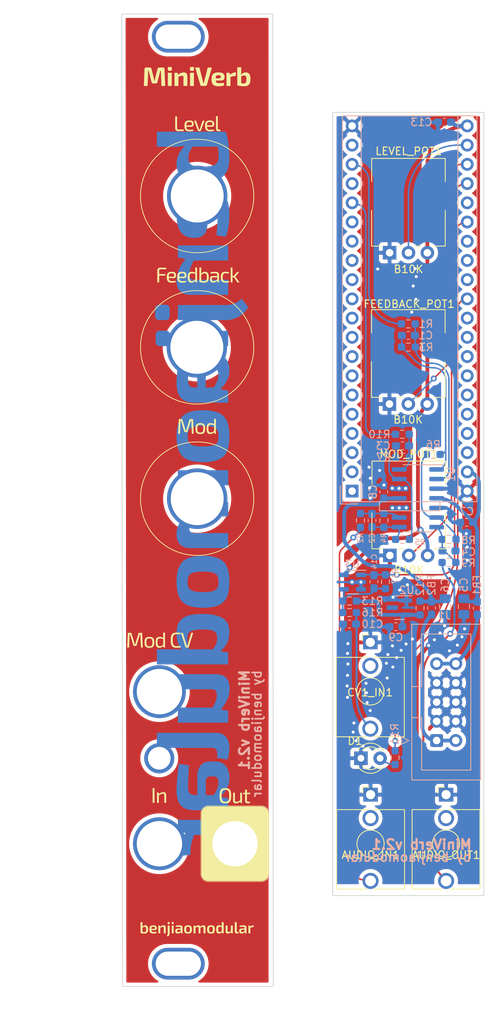
<source format=kicad_pcb>
(kicad_pcb (version 20211014) (generator pcbnew)
  (title_block (title "MiniVerb") (rev "v2.1") (company "benjiaomodular"))
  (layers (0 "F.Cu" signal) (31 "B.Cu" signal) (34 "B.Paste" user) (35 "F.Paste" user) (36 "B.SilkS" user "B.Silkscreen") (37 "F.SilkS" user "F.Silkscreen") (38 "B.Mask" user) (39 "F.Mask" user) (44 "Edge.Cuts" user))
  (net 0 "")
  (net 1 "GND")
  (net 2 "+12V")
  (net 10 "LED")
  (net 14 "3V3_A")
  (net 16 "INT_AUDIO_OUT1")
  (net 18 "INT_AUDIO_IN1")
  (net 29 "FEEDBACK")
  (net 31 "Net-(AUDIO_IN1-PadT)")
  (net 33 "Net-(AUDIO_OUT1-PadT)")
  (net 34 "Net-(C1-Pad1)")
  (net 35 "Net-(C1-Pad2)")
  (net 36 "Net-(C2-Pad1)")
  (net 37 "Net-(C2-Pad2)")
  (net 38 "Net-(C4-Pad1)")
  (net 39 "Net-(C4-Pad2)")
  (net 40 "-12V")
  (net 41 "Net-(D1-Pad2)")
  (net 44 "Net-(C3-Pad1)")
  (net 45 "Net-(C3-Pad2)")
  (net 46 "CV1")
  (net 52 "LEVEL")
  (net 53 "MOD")
  (net 54 "AREF_-10")
  (net 55 "Net-(C14-Pad2)")
  (net 57 "Net-(C10-Pad1)")
  (net 58 "Net-(FB1-Pad1)")
  (net 59 "Net-(FB2-Pad1)")
  (footprint "benjiaomodular:Potentiometer_RV09_NoBracket" (layer "F.Cu") (at 167.599067 88.590933 90)
    (fp_text reference "FEEDBACK_POT1")
    (fp_text value "B10K")
  )
  (footprint "benjiaomodular:AudioJack_3.5mm" (layer "F.Cu") (at 165.069067 120.085933)
    (fp_text reference "CV1_IN1")
    (fp_text value "MONO_JACK" hide)
  )
  (footprint "benjiaomodular:Panel_4HP" (layer "F.Cu") (at 132.149067 37.045933)
    (fp_text reference "REF**" hide)
    (fp_text value "Panel_4HP")
  )
  (footprint "benjiaomodular:PanelHole_AudioJack_3.5mm" (layer "F.Cu") (at 137.149067 120.095933)
    (fp_text reference "REF**")
    (fp_text value "PanelHole_AudioJack_3.5mm")
  )
  (footprint "benjiaomodular:PanelHole_Potentiometer_RV09" (layer "F.Cu") (at 139.649067 68.595933 90)
    (fp_text reference "REF**" hide)
    (fp_text value "PanelHole_Potentiometer_RV09" hide)
  )
  (footprint "benjiaomodular:PanelHole_Potentiometer_RV09" (layer "F.Cu") (at 139.649067 108.595933 90)
    (fp_text reference "REF**" hide)
    (fp_text value "PanelHole_Potentiometer_RV09" hide)
  )
  (footprint "benjiaomodular:AudioJack_3.5mm" (layer "F.Cu") (at 175.099067 140.207933)
    (fp_text reference "AUDIO_OUT1")
    (fp_text value "MONO_JACK" hide)
  )
  (footprint "benjiaomodular:PanelHole_AudioJack_3.5mm" (layer "F.Cu") (at 147.149067 140.195933)
    (fp_text reference "REF**")
    (fp_text value "PanelHole_AudioJack_3.5mm")
  )
  (footprint "benjiaomodular:Potentiometer_RV09_NoBracket" (layer "F.Cu") (at 167.659067 108.600933 90)
    (fp_text reference "MOD_POT1")
    (fp_text value "B10K")
  )
  (footprint "benjiaomodular:Potentiometer_RV09_NoBracket" (layer "F.Cu") (at 167.619067 68.600933 90)
    (fp_text reference "LEVEL_POT1")
    (fp_text value "B10K")
  )
  (footprint "LED_THT:LED_D3.0mm" (layer "F.Cu") (at 163.825 135.4)
    (fp_text reference "D1")
    (fp_text value "3mm_LED")
  )
  (footprint "benjiaomodular:PanelHole_AudioJack_3.5mm" (layer "F.Cu") (at 137.149067 140.195933)
    (fp_text reference "REF**")
    (fp_text value "PanelHole_AudioJack_3.5mm")
  )
  (footprint "benjiaomodular:PanelHole_Potentiometer_RV09" (layer "F.Cu") (at 139.599067 88.595933 90)
    (fp_text reference "REF**" hide)
    (fp_text value "PanelHole_Potentiometer_RV09" hide)
  )
  (footprint "benjiaomodular:AudioJack_3.5mm" (layer "F.Cu") (at 165.099067 140.207933)
    (fp_text reference "AUDIO_IN1")
    (fp_text value "MONO_JACK" hide)
  )
  (footprint "Resistor_SMD:R_0603_1608Metric_Pad0.98x0.95mm_HandSolder" (layer "B.Cu") (at 163.76 103.965 -90)
    (fp_text reference "R2")
    (fp_text value "100k")
  )
  (footprint "Resistor_SMD:R_0603_1608Metric_Pad0.98x0.95mm_HandSolder" (layer "B.Cu") (at 171.649067 115.545933 -90)
    (fp_text reference "R12")
    (fp_text value "330")
  )
  (footprint "Resistor_SMD:R_0603_1608Metric_Pad0.98x0.95mm_HandSolder" (layer "B.Cu") (at 175.484946 109.524312)
    (fp_text reference "R9")
    (fp_text value "1k")
  )
  (footprint "Package_TO_SOT_SMD:SOT-23-5" (layer "B.Cu") (at 162.699067 112.120933 180)
    (fp_text reference "U3")
    (fp_text value "MCP6001-OT")
  )
  (footprint "Capacitor_SMD:C_0603_1608Metric_Pad1.08x0.95mm_HandSolder" (layer "B.Cu") (at 169.3325 94.105 180)
    (fp_text reference "C3")
    (fp_text value "680pF")
  )
  (footprint "Capacitor_SMD:C_0603_1608Metric_Pad1.08x0.95mm_HandSolder" (layer "B.Cu") (at 170.1 79.53)
    (fp_text reference "C1")
    (fp_text value "47pF")
  )
  (footprint "Resistor_SMD:R_0603_1608Metric_Pad0.98x0.95mm_HandSolder" (layer "B.Cu") (at 173.4 95.25)
    (fp_text reference "R6")
    (fp_text value "100k")
  )
  (footprint "Capacitor_SMD:C_0603_1608Metric_Pad1.08x0.95mm_HandSolder" (layer "B.Cu") (at 174.886567 51.345933 180)
    (fp_text reference "C13")
    (fp_text value "100nF")
  )
  (footprint "Resistor_SMD:R_0603_1608Metric_Pad0.98x0.95mm_HandSolder" (layer "B.Cu") (at 162.311567 114.620933)
    (fp_text reference "R13")
    (fp_text value "200k")
  )
  (footprint "Package_TO_SOT_SMD:SOT-23" (layer "B.Cu") (at 168.924067 115.495933 180)
    (fp_text reference "U2")
    (fp_text value "LM4040DBZ-10")
  )
  (footprint "Resistor_SMD:R_0603_1608Metric_Pad0.98x0.95mm_HandSolder" (layer "B.Cu") (at 170.1 78 180)
    (fp_text reference "R1")
    (fp_text value "10k")
  )
  (footprint "Resistor_SMD:R_0603_1608Metric_Pad0.98x0.95mm_HandSolder" (layer "B.Cu") (at 169.325 106.475 180)
    (fp_text reference "R5")
    (fp_text value "100k")
  )
  (footprint "Capacitor_SMD:C_0805_2012Metric_Pad1.18x1.45mm_HandSolder" (layer "B.Cu") (at 177.449067 115.345933 -90)
    (fp_text reference "C5")
    (fp_text value "47uF")
  )
  (footprint "Package_SO:SOIC-14_3.9x8.7mm_P1.27mm" (layer "B.Cu") (at 171.369067 101.045933 180)
    (fp_text reference "U1")
    (fp_text value "TL074")
  )
  (footprint "Capacitor_SMD:C_0603_1608Metric_Pad1.08x0.95mm_HandSolder" (layer "B.Cu") (at 165.3 103.975 90)
    (fp_text reference "C2")
    (fp_text value "47pF")
  )
  (footprint "Capacitor_SMD:C_0603_1608Metric_Pad1.08x0.95mm_HandSolder" (layer "B.Cu") (at 162.311567 117.670933 180)
    (fp_text reference "C10")
    (fp_text value "100nF")
  )
  (footprint "Resistor_SMD:R_0603_1608Metric_Pad0.98x0.95mm_HandSolder" (layer "B.Cu") (at 166.86 103.975 90)
    (fp_text reference "R4")
    (fp_text value "100k")
  )
  (footprint "Capacitor_SMD:C_0603_1608Metric_Pad1.08x0.95mm_HandSolder" (layer "B.Cu") (at 177.824067 104.220933 180)
    (fp_text reference "C7")
    (fp_text value "100nF")
  )
  (footprint "Connector_IDC:IDC-Header_2x05_P2.54mm_Vertical" (layer "B.Cu") (at 173.846567 133.056933)
    (fp_text reference "J1")
    (fp_text value "IDC_2x05")
  )
  (footprint "Resistor_SMD:R_0603_1608Metric_Pad0.98x0.95mm_HandSolder" (layer "B.Cu") (at 162.311567 116.145933)
    (fp_text reference "R16")
    (fp_text value "100k")
  )
  (footprint "daisy-seed:Device_Audio_Electrosmith_Daisy_Seed" (layer "B.Cu") (at 162.66 100.095933)
    (fp_text reference "A1" hide)
    (fp_text value "Device_Audio_Electrosmith_Daisy_Seed_Rev4" hide)
  )
  (footprint "Resistor_SMD:R_0603_1608Metric_Pad0.98x0.95mm_HandSolder" (layer "B.Cu") (at 168.35 135.31875 90)
    (fp_text reference "R11")
    (fp_text value "220")
  )
  (footprint "Resistor_SMD:R_0603_1608Metric_Pad0.98x0.95mm_HandSolder" (layer "B.Cu") (at 175.504946 106.474312)
    (fp_text reference "R8")
    (fp_text value "100k")
  )
  (footprint "Capacitor_SMD:C_0603_1608Metric_Pad1.08x0.95mm_HandSolder" (layer "B.Cu") (at 175.484946 107.994312)
    (fp_text reference "C4")
    (fp_text value "47pF")
  )
  (footprint "Resistor_SMD:R_0603_1608Metric_Pad0.98x0.95mm_HandSolder" (layer "B.Cu") (at 169.3325 95.635 180)
    (fp_text reference "R7")
    (fp_text value "10k")
  )
  (footprint "Resistor_SMD:R_0603_1608Metric_Pad0.98x0.95mm_HandSolder" (layer "B.Cu") (at 167.074067 112.070933 -90)
    (fp_text reference "R17")
    (fp_text value "66.5k")
  )
  (footprint "Capacitor_SMD:C_0603_1608Metric_Pad1.08x0.95mm_HandSolder" (layer "B.Cu") (at 179.224067 115.565933 90)
    (fp_text reference "FB1")
    (fp_text value "742792664")
  )
  (footprint "Capacitor_SMD:C_0603_1608Metric_Pad1.08x0.95mm_HandSolder" (layer "B.Cu") (at 165.549067 112.070933 -90)
    (fp_text reference "C14")
    (fp_text value "10nF")
  )
  (footprint "Capacitor_SMD:C_0603_1608Metric_Pad1.08x0.95mm_HandSolder" (layer "B.Cu") (at 168.449067 118.020933 180)
    (fp_text reference "C9")
    (fp_text value "100nF")
  )
  (footprint "Resistor_SMD:R_0603_1608Metric_Pad0.98x0.95mm_HandSolder" (layer "B.Cu") (at 169.3125 92.585)
    (fp_text reference "R10")
    (fp_text value "1k")
  )
  (footprint "Capacitor_SMD:C_0603_1608Metric_Pad1.08x0.95mm_HandSolder" (layer "B.Cu") (at 166.849067 100.195933 -90)
    (fp_text reference "C8")
    (fp_text value "100nF")
  )
  (footprint "Capacitor_SMD:C_0805_2012Metric_Pad1.18x1.45mm_HandSolder" (layer "B.Cu") (at 174.974067 115.345933 90)
    (fp_text reference "C6")
    (fp_text value "47uF")
  )
  (footprint "Resistor_SMD:R_0603_1608Metric_Pad0.98x0.95mm_HandSolder" (layer "B.Cu") (at 170.11 81.06)
    (fp_text reference "R3")
    (fp_text value "100k")
  )
  (footprint "Capacitor_SMD:C_0603_1608Metric_Pad1.08x0.95mm_HandSolder" (layer "B.Cu") (at 173.174067 115.545933 90)
    (fp_text reference "FB2")
    (fp_text value "742792664")
  )
  (gr_poly (pts (xy 139.588814 145.099685) (xy 140.605288 145.286238) (xy 140.468712 145.45056) (xy 140.33998 145.615261) (xy 140.219179 145.780337) (xy 140.106394 145.945785) (xy 140.001711 146.111601) (xy 139.952434 146.194646) (xy 139.905214 146.277781) (xy 139.860063 146.361007) (xy 139.81699 146.444322) (xy 139.776007 146.527727) (xy 139.737124 146.61122) (xy 139.697909 146.700451) (xy 139.661219 146.789362) (xy 139.627056 146.877953) (xy 139.595421 146.966225) (xy 139.566313 147.054178) (xy 139.539733 147.141813) (xy 139.515683 147.229131) (xy 139.494162 147.316132) (xy 139.47517 147.402817) (xy 139.458709 147.489186) (xy 139.44478 147.57524) (xy 139.433381 147.660979) (xy 139.424515 147.746404) (xy 139.418181 147.831515) (xy 139.41438 147.916314) (xy 139.413113 148.0008) (xy 139.413113 148.351683) (xy 141.262097 148.162551) (xy 141.262097 147.60961) (xy 141.264203 147.490916) (xy 141.270521 147.37096) (xy 141.281054 147.24974) (xy 141.295802 147.127255) (xy 141.314766 147.003506) (xy 141.337949 146.87849) (xy 141.36535 146.752207) (xy 141.396972 146.624656) (xy 141.462175 146.390002) (xy 141.541097 146.127896) (xy 141.632447 145.840931) (xy 141.734936 145.531699) (xy 146.254039 145.531699) (xy 146.254039 143.534407) (xy 139.588814 143.534407)) (layer "B.Cu") (width 0) (fill solid))
  (gr_poly (pts (xy 139.588812 98.92731) (xy 140.602186 99.082339) (xy 140.463548 99.235412) (xy 140.333437 99.387437) (xy 140.211948 99.538395) (xy 140.154466 99.613469) (xy 140.099175 99.68827) (xy 140.046086 99.762795) (xy 139.995212 99.837043) (xy 139.946563 99.911012) (xy 139.900152 99.984698) (xy 139.855991 100.0581) (xy 139.814091 100.131216) (xy 139.774464 100.204043) (xy 139.737122 100.27658) (xy 139.697907 100.354586) (xy 139.661217 100.433434) (xy 139.627054 100.513126) (xy 139.595419 100.593661) (xy 139.566311 100.675038) (xy 139.539732 100.757259) (xy 139.515681 100.840323) (xy 139.49416 100.92423) (xy 139.475168 101.00898) (xy 139.458707 101.094574) (xy 139.444778 101.181012) (xy 139.433379 101.268293) (xy 139.424513 101.356417) (xy 139.418179 101.445385) (xy 139.414379 101.535197) (xy 139.413112 101.625853) (xy 139.414957 101.735483) (xy 139.420493 101.841739) (xy 139.429721 101.944622) (xy 139.442638 102.044131) (xy 139.459246 102.140266) (xy 139.479544 102.233028) (xy 139.503532 102.322417) (xy 139.53121 102.408432) (xy 139.562577 102.491074) (xy 139.597634 102.570343) (xy 139.636379 102.646239) (xy 139.678813 102.718761) (xy 139.724936 102.787911) (xy 139.774747 102.853688) (xy 139.828247 102.916092) (xy 139.885434 102.975123) (xy 139.916877 103.006379) (xy 139.949397 103.036526) (xy 139.982988 103.065569) (xy 140.017645 103.093513) (xy 140.053364 103.120364) (xy 140.090139 103.146127) (xy 140.127965 103.170809) (xy 140.166837 103.194413) (xy 140.20675 103.216946) (xy 140.247699 103.238413) (xy 140.289678 103.258819) (xy 140.332683 103.27817) (xy 140.376707 103.296471) (xy 140.421748 103.313728) (xy 140.467798 103.329946) (xy 140.514853 103.34513) (xy 140.391891 103.483181) (xy 140.276047 103.620642) (xy 140.16744 103.7575) (xy 140.066188 103.893747) (xy 140.018358 103.961637) (xy 139.972412 104.02937) (xy 139.928364 104.096945) (xy 139.886229 104.164361) (xy 139.846023 104.231615) (xy 139.80776 104.298707) (xy 139.771455 104.365635) (xy 139.737122 104.432399) (xy 139.697907 104.511986) (xy 139.661217 104.592205) (xy 139.627054 104.673056) (xy 139.595419 104.75454) (xy 139.566311 104.836655) (xy 139.539732 104.919403) (xy 139.515681 105.002784) (xy 139.49416 105.086797) (xy 139.475168 105.171442) (xy 139.458707 105.25672) (xy 139.444778 105.34263) (xy 139.433379 105.429173) (xy 139.424513 105.516349) (xy 139.418179 105.604157) (xy 139.414379 105.692598) (xy 139.413112 105.781672) (xy 139.414957 105.892987) (xy 139.420493 106.000925) (xy 139.429721 106.105489) (xy 139.442638 106.206677) (xy 139.459246 106.304491) (xy 139.479545 106.39893) (xy 139.503533 106.489995) (xy 139.53121 106.577687) (xy 139.562577 106.662005) (xy 139.597634 106.742951) (xy 139.636379 106.820524) (xy 139.678814 106.894725) (xy 139.724936 106.965555) (xy 139.774748 107.033013) (xy 139.828247 107.0971) (xy 139.885435 107.157817) (xy 139.946158 107.215004) (xy 140.010262 107.268504) (xy 140.077746 107.318315) (xy 140.148609 107.364438) (xy 140.222849 107.406872) (xy 140.300466 107.445617) (xy 140.381458 107.480673) (xy 140.465825 107.51204) (xy 140.553564 107.539717) (xy 140.644676 107.563705) (xy 140.739158 107.584003) (xy 140.83701 107.600611) (xy 140.938231 107.613528) (xy 141.04282 107.622755) (xy 141.150775 107.628292) (xy 141.262095 107.630137) (xy 146.254038 107.630137) (xy 146.254038 105.646796) (xy 141.882728 105.646796) (xy 141.831391 105.64616) (xy 141.78195 105.644251) (xy 141.734405 105.641071) (xy 141.688756 105.636622) (xy 141.645003 105.630903) (xy 141.603147 105.623916) (xy 141.563189 105.615662) (xy 141.525127 105.606142) (xy 141.488963 105.595357) (xy 141.454697 105.583309) (xy 141.422329 105.569997) (xy 141.391859 105.555423) (xy 141.363288 105.539589) (xy 141.336615 105.522494) (xy 141.311841 105.504141) (xy 141.288966 105.48453) (xy 141.266088 105.463346) (xy 141.244681 105.440272) (xy 141.224746 105.415305) (xy 141.206283 105.388446) (xy 141.189293 105.359693) (xy 141.173778 105.329046) (xy 141.159737 105.296503) (xy 141.147171 105.262064) (xy 141.136081 105.225727) (xy 141.126467 105.187492) (xy 141.118331 105.147357) (xy 141.111673 105.105322) (xy 141.106493 105.061385) (xy 141.102792 105.015547) (xy 141.100571 104.967805) (xy 141.09983 104.918158) (xy 141.100894 104.857855) (xy 141.10408 104.798388) (xy 141.109385 104.739757) (xy 141.116804 104.681968) (xy 141.126332 104.625022) (xy 141.137965 104.568922) (xy 141.151698 104.513672) (xy 141.167527 104.459273) (xy 141.18567 104.404248) (xy 141.206351 104.347118) (xy 141.229564 104.287883) (xy 141.255308 104.22654) (xy 141.28358 104.163089) (xy 141.314377 104.09753) (xy 141.347696 104.02986) (xy 141.383534 103.960078) (xy 141.413214 103.904407) (xy 141.445336 103.845978) (xy 141.516287 103.721557) (xy 141.595147 103.588239) (xy 141.680674 103.447448) (xy 146.254037 103.447448) (xy 146.254037 101.531287) (xy 141.882728 101.531287) (xy 141.829758 101.530552) (xy 141.77879 101.528347) (xy 141.729825 101.524672) (xy 141.682863 101.519524) (xy 141.637903 101.512905) (xy 141.594945 101.504811) (xy 141.553991 101.495244) (xy 141.515039 101.484202) (xy 141.47809 101.471684) (xy 141.443144 101.457689) (xy 141.410201 101.442217) (xy 141.37926 101.425266) (xy 141.350323 101.406837) (xy 141.323389 101.386927) (xy 141.298458 101.365537) (xy 141.27553 101.342665) (xy 141.254286 101.319947) (xy 141.234406 101.295642) (xy 141.215891 101.269751) (xy 141.198743 101.242276) (xy 141.182961 101.213216) (xy 141.168548 101.182573) (xy 141.155503 101.150347) (xy 141.143827 101.116539) (xy 141.133522 101.08115) (xy 141.124589 101.044181) (xy 141.117027 101.005631) (xy 141.110838 100.965502) (xy 141.106023 100.923795) (xy 141.102583 100.88051) (xy 141.100518 100.835648) (xy 141.09983 100.78921) (xy 141.100893 100.73186) (xy 141.104079 100.6745) (xy 141.109384 100.617135) (xy 141.116803 100.559766) (xy 141.126331 100.502398) (xy 141.137964 100.445033) (xy 141.151697 100.387674) (xy 141.167526 100.330325) (xy 141.182487 100.275091) (xy 141.200373 100.217336) (xy 141.221194 100.157055) (xy 141.244956 100.094247) (xy 141.271668 100.02891) (xy 141.301338 99.96104) (xy 141.333973 99.890636) (xy 141.369581 99.817694) (xy 141.397562 99.765305) (xy 141.428033 99.710135) (xy 141.495738 99.592253) (xy 141.571291 99.465651) (xy 141.653285 99.331935) (xy 146.254037 99.331935) (xy 146.254037 97.335158) (xy 139.588812 97.335158)) (layer "B.Cu") (width 0) (fill solid))
  (gr_poly (pts (xy 147.971338 74.723074) (xy 147.907566 74.777268) (xy 147.844006 74.82936) (xy 147.780658 74.87935) (xy 147.717523 74.927235) (xy 147.654598 74.973015) (xy 147.591885 75.016689) (xy 147.529383 75.058255) (xy 147.467092 75.097714) (xy 147.405012 75.135063) (xy 147.343142 75.170301) (xy 147.281481 75.203429) (xy 147.220031 75.234443) (xy 147.158789 75.263344) (xy 147.097757 75.29013) (xy 147.036934 75.314801) (xy 146.975742 75.337672) (xy 146.9136 75.359062) (xy 146.850509 75.378971) (xy 146.786468 75.397401) (xy 146.721479 75.414351) (xy 146.65554 75.429823) (xy 146.588652 75.443818) (xy 146.520816 75.456336) (xy 146.452031 75.467378) (xy 146.382297 75.476945) (xy 146.311614 75.485038) (xy 146.239983 75.491658) (xy 146.093877 75.500481) (xy 145.943978 75.503421) (xy 139.588811 75.503421) (xy 139.588811 77.500714) (xy 145.943978 77.500714) (xy 146.019714 77.49987) (xy 146.095127 77.497336) (xy 146.170219 77.493113) (xy 146.24499 77.487202) (xy 146.319441 77.479604) (xy 146.393573 77.470317) (xy 146.467387 77.459343) (xy 146.540884 77.446682) (xy 146.614064 77.432335) (xy 146.68693 77.416301) (xy 146.759481 77.398581) (xy 146.831718 77.379176) (xy 146.903642 77.358086) (xy 146.975255 77.335311) (xy 147.046557 77.310851) (xy 147.11755 77.284707) (xy 147.189602 77.258669) (xy 147.260711 77.231154) (xy 147.330876 77.202162) (xy 147.400096 77.171693) (xy 147.468371 77.139747) (xy 147.535699 77.106325) (xy 147.60208 77.071426) (xy 147.667514 77.035051) (xy 147.731998 76.997201) (xy 147.795533 76.957875) (xy 147.858118 76.917074) (xy 147.919752 76.874797) (xy 147.980434 76.831045) (xy 148.040164 76.785819) (xy 148.09894 76.739119) (xy 148.156763 76.690944) (xy 148.213422 76.643089) (xy 148.26871 76.593975) (xy 148.322627 76.5436) (xy 148.375174 76.491964) (xy 148.426349 76.439066) (xy 148.476154 76.384906) (xy 148.524588 76.329482) (xy 148.571652 76.272794) (xy 148.617345 76.214841) (xy 148.661668 76.155623) (xy 148.704621 76.095138) (xy 148.746204 76.033385) (xy 148.786416 75.970365) (xy 148.825259 75.906076) (xy 148.862733 75.840517) (xy 148.898836 75.773688) (xy 148.035323 74.666779)) (layer "B.Cu") (width 0) (fill solid))
  (gr_poly (pts (xy 136.809138 134.035765) (xy 144.122386 134.02233) (xy 144.163918 134.023117) (xy 144.204184 134.025478) (xy 144.243183 134.029414) (xy 144.280915 134.034926) (xy 144.317381 134.042016) (xy 144.352581 134.050684) (xy 144.386515 134.060931) (xy 144.419184 134.072758) (xy 144.450587 134.086166) (xy 144.480726 134.101156) (xy 144.509601 134.11773) (xy 144.537211 134.135887) (xy 144.563558 134.15563) (xy 144.58864 134.176959) (xy 144.61246 134.199875) (xy 144.635016 134.224379) (xy 144.654622 134.250417) (xy 144.672959 134.277932) (xy 144.690028 134.306924) (xy 144.705829 134.337393) (xy 144.720364 134.369339) (xy 144.733632 134.402761) (xy 144.745633 134.43766) (xy 144.75637 134.474035) (xy 144.765841 134.511886) (xy 144.774048 134.551212) (xy 144.780991 134.592014) (xy 144.786671 134.634291) (xy 144.791087 134.678042) (xy 144.794241 134.723269) (xy 144.796133 134.76997) (xy 144.796764 134.818145) (xy 144.796764 135.358161) (xy 146.146035 135.587088) (xy 146.165882 135.544517) (xy 146.184916 135.497756) (xy 146.203125 135.446799) (xy 146.220499 135.391634) (xy 146.237027 135.332253) (xy 146.252698 135.268647) (xy 146.267502 135.200806) (xy 146.281427 135.128722) (xy 146.29765 135.054299) (xy 146.312576 134.979453) (xy 146.326215 134.904185) (xy 146.338578 134.828495) (xy 146.349675 134.752383) (xy 146.359517 134.67585) (xy 146.368115 134.598896) (xy 146.375479 134.521521) (xy 146.384985 134.445397) (xy 146.393248 134.3722) (xy 146.400261 134.301938) (xy 146.406016 134.234619) (xy 146.410505 134.170252) (xy 146.413721 134.108844) (xy 146.415656 134.050404) (xy 146.416303 133.994941) (xy 146.414457 133.883417) (xy 146.408921 133.774853) (xy 146.399694 133.669246) (xy 146.386776 133.566597) (xy 146.370168 133.466903) (xy 146.34987 133.370164) (xy 146.325882 133.276379) (xy 146.298204 133.185547) (xy 146.266837 133.097666) (xy 146.231781 133.012735) (xy 146.193035 132.930754) (xy 146.150601 132.851722) (xy 146.104478 132.775637) (xy 146.054667 132.702498) (xy 146.001168 132.632304) (xy 145.94398 132.565055) (xy 145.883471 132.501328) (xy 145.820009 132.441706) (xy 145.753593 132.386188) (xy 145.684224 132.334775) (xy 145.611903 132.28747) (xy 145.53663 132.244272) (xy 145.458405 132.205184) (xy 145.377228 132.170205) (xy 145.293099 132.139337) (xy 145.20602 132.112582) (xy 145.115989 132.08994) (xy 145.023008 132.071412) (xy 144.927076 132.057) (xy 144.828194 132.046704) (xy 144.726362 132.040526) (xy 144.62158 132.038466) (xy 136.809138 132.038466)) (layer "B.Cu") (width 0) (fill solid))
  (gr_poly (pts (xy 142.773366 60.04217) (xy 142.616089 60.046283) (xy 142.463029 60.053138) (xy 142.314186 60.062735) (xy 142.169559 60.075074) (xy 142.029148 60.090153) (xy 141.892954 60.107974) (xy 141.760977 60.128536) (xy 141.633216 60.151839) (xy 141.509671 60.177882) (xy 141.390343 60.206666) (xy 141.275231 60.238189) (xy 141.164336 60.272453) (xy 141.057657 60.309456) (xy 140.955195 60.349199) (xy 140.856949 60.391681) (xy 140.762499 60.437114) (xy 140.671424 60.485709) (xy 140.583722 60.537466) (xy 140.499393 60.592384) (xy 140.418438 60.650465) (xy 140.340856 60.711708) (xy 140.266648 60.776114) (xy 140.195812 60.843681) (xy 140.12835 60.914411) (xy 140.064261 60.988303) (xy 140.003545 61.065358) (xy 139.946202 61.145576) (xy 139.892232 61.228956) (xy 139.841634 61.315499) (xy 139.794409 61.405205) (xy 139.750557 61.498074) (xy 139.709708 61.594368) (xy 139.671492 61.694349) (xy 139.635909 61.798017) (xy 139.602959 61.905373) (xy 139.572644 62.016417) (xy 139.544962 62.13115) (xy 139.519915 62.249571) (xy 139.497503 62.371682) (xy 139.477726 62.497482) (xy 139.460585 62.626971) (xy 139.44608 62.760151) (xy 139.434212 62.897022) (xy 139.418386 63.181836) (xy 139.41311 63.481416) (xy 139.415378 63.688501) (xy 139.422181 63.888105) (xy 139.433519 64.080227) (xy 139.449392 64.264866) (xy 139.4698 64.442023) (xy 139.494741 64.611696) (xy 139.524216 64.773886) (xy 139.558224 64.928592) (xy 139.596764 65.075814) (xy 139.639837 65.215551) (xy 139.687443 65.347802) (xy 139.739579 65.472569) (xy 139.796248 65.589849) (xy 139.857447 65.699643) (xy 139.923177 65.801951) (xy 139.993437 65.896771) (xy 140.066488 65.986636) (xy 140.143969 66.070702) (xy 140.225877 66.148969) (xy 140.312214 66.221439) (xy 140.402978 66.28811) (xy 140.498171 66.348983) (xy 140.597791 66.404058) (xy 140.701839 66.453336) (xy 140.810314 66.496815) (xy 140.923216 66.534497) (xy 141.040545 66.566382) (xy 141.162301 66.592469) (xy 141.288484 66.612759) (xy 141.419093 66.627251) (xy 141.554129 66.635947) (xy 141.693591 66.638845) (xy 141.806487 66.638633) (xy 141.915797 66.634623) (xy 142.02152 66.626816) (xy 142.123657 66.615212) (xy 142.222208 66.599812) (xy 142.317174 66.580615) (xy 142.408556 66.557623) (xy 142.496352 66.530836) (xy 142.580565 66.500255) (xy 142.661194 66.465878) (xy 142.73824 66.427708) (xy 142.811703 66.385744) (xy 142.881584 66.339986) (xy 142.947882 66.290436) (xy 143.010599 66.237093) (xy 143.069734 66.179958) (xy 143.123655 66.118241) (xy 143.1741 66.051151) (xy 143.221071 65.978688) (xy 143.264566 65.900852) (xy 143.304584 65.817642) (xy 143.341125 65.729058) (xy 143.374189 65.635099) (xy 143.403775 65.535764) (xy 143.429882 65.431053) (xy 143.45251 65.320965) (xy 143.471659 65.2055) (xy 143.487327 65.084658) (xy 143.499514 64.958437) (xy 143.50822 64.826838) (xy 143.513444 64.689859) (xy 143.515185 64.5475) (xy 143.515185 62.173485) (xy 143.590235 62.183231) (xy 143.662708 62.193968) (xy 143.732564 62.205718) (xy 143.799765 62.218505) (xy 143.864273 62.23235) (xy 143.926049 62.247275) (xy 143.985055 62.263302) (xy 144.041251 62.280455) (xy 144.095854 62.299798) (xy 144.148348 62.320721) (xy 144.198733 62.343225) (xy 144.24701 62.367309) (xy 144.293178 62.392974) (xy 144.337237 62.42022) (xy 144.379188 62.449046) (xy 144.419031 62.479454) (xy 144.456765 62.511443) (xy 144.492391 62.545013) (xy 144.52591 62.580165) (xy 144.55732 62.616898) (xy 144.586623 62.655213) (xy 144.613818 62.69511) (xy 144.638905 62.736589) (xy 144.661885 62.77965) (xy 144.683129 62.826241) (xy 144.703009 62.874939) (xy 144.721524 62.925744) (xy 144.738672 62.978656) (xy 144.754454 63.033675) (xy 144.768867 63.090802) (xy 144.781912 63.150037) (xy 144.793587 63.211379) (xy 144.803892 63.27483) (xy 144.812826 63.340389) (xy 144.820388 63.408057) (xy 144.826576 63.477834) (xy 144.834832 63.623716) (xy 144.837585 63.778038) (xy 144.835917 64.020969) (xy 144.830899 64.290957) (xy 144.822506 64.58793) (xy 144.810713 64.911819) (xy 144.787935 65.255867) (xy 144.760101 65.599891) (xy 144.727213 65.943914) (xy 144.689274 66.287962) (xy 145.917106 66.476581) (xy 145.963056 66.377077) (xy 146.006462 66.27421) (xy 146.047327 66.167977) (xy 146.085657 66.058374) (xy 146.121457 65.945398) (xy 146.154732 65.829045) (xy 146.185487 65.709312) (xy 146.213728 65.586196) (xy 146.239656 65.460974) (xy 146.263468 65.334922) (xy 146.285165 65.208037) (xy 146.304751 65.080313) (xy 146.322229 64.951745) (xy 146.337601 64.82233) (xy 146.350871 64.692061) (xy 146.36204 64.560936) (xy 146.374707 64.430019) (xy 146.385705 64.300377) (xy 146.395028 64.172006) (xy 146.40267 64.044904) (xy 146.408624 63.919067) (xy 146.412884 63.794491) (xy 146.415445 63.671174) (xy 146.4163 63.549111) (xy 146.414877 63.392466) (xy 146.410607 63.239613) (xy 146.403491 63.090553) (xy 146.393529 62.945286) (xy 146.380721 62.803813) (xy 146.365066 62.666133) (xy 146.346565 62.532248) (xy 146.325218 62.402157) (xy 146.301025 62.275861) (xy 146.273985 62.15336) (xy 146.270465 62.139378) (xy 142.395357 62.139378) (xy 142.395357 63.994045) (xy 142.394616 64.050074) (xy 142.392395 64.10347) (xy 142.388694 64.154233) (xy 142.383514 64.202362) (xy 142.376855 64.247858) (xy 142.368718 64.290719) (xy 142.359104 64.330947) (xy 142.348014 64.368539) (xy 142.341915 64.386347) (xy 142.335448 64.403496) (xy 142.328612 64.419986) (xy 142.321407 64.435817) (xy 142.313833 64.450989) (xy 142.305891 64.465502) (xy 142.297581 64.479356) (xy 142.288902 64.49255) (xy 142.279855 64.505086) (xy 142.270439 64.516962) (xy 142.260656 64.528179) (xy 142.250505 64.538736) (xy 142.239985 64.548635) (xy 142.229098 64.557873) (xy 142.217843 64.566453) (xy 142.206221 64.574372) (xy 142.180345 64.59071) (xy 142.153316 64.605993) (xy 142.125132 64.620222) (xy 142.095792 64.633395) (xy 142.065295 64.645513) (xy 142.033642 64.656577) (xy 142.00083 64.666586) (xy 141.96686 64.675542) (xy 141.93173 64.683443) (xy 141.895439 64.69029) (xy 141.857987 64.696083) (xy 141.819374 64.700823) (xy 141.779597 64.704509) (xy 141.738657 64.707141) (xy 141.696553 64.708721) (xy 141.653283 64.709247) (xy 141.595408 64.706562) (xy 141.539843 64.701876) (xy 141.486592 64.695191) (xy 141.435654 64.686505) (xy 141.387031 64.675818) (xy 141.340724 64.66313) (xy 141.296734 64.64844) (xy 141.275608 64.640344) (xy 141.255062 64.631747) (xy 141.235096 64.62265) (xy 141.215709 64.613051) (xy 141.196903 64.602952) (xy 141.178676 64.592352) (xy 141.16103 64.581252) (xy 141.143964 64.56965) (xy 141.127479 64.557547) (xy 141.111575 64.544942) (xy 141.096251 64.531837) (xy 141.081509 64.51823) (xy 141.067347 64.504122) (xy 141.053767 64.489513) (xy 141.040768 64.474402) (xy 141.028351 64.45879) (xy 141.016515 64.442676) (xy 141.005261 64.426061) (xy 140.982389 64.392593) (xy 140.961 64.356281) (xy 140.94109 64.317124) (xy 140.922661 64.275123) (xy 140.905711 64.230276) (xy 140.890239 64.182584) (xy 140.876245 64.132047) (xy 140.863727 64.078663) (xy 140.852685 64.022434) (xy 140.843118 63.963358) (xy 140.835025 63.901435) (xy 140.828405 63.836665) (xy 140.823258 63.769048) (xy 140.819582 63.698584) (xy 140.817377 63.625271) (xy 140.816643 63.549111) (xy 140.817221 63.480903) (xy 140.818956 63.414583) (xy 140.821849 63.350152) (xy 140.8259 63.287611) (xy 140.831109 63.226961) (xy 140.837477 63.168205) (xy 140.845004 63.111344) (xy 140.85369 63.056378) (xy 140.863535 63.00331) (xy 140.874541 62.952141) (xy 140.886707 62.902872) (xy 140.900033 62.855505) (xy 140.914521 62.810041) (xy 140.93017 62.766481) (xy 140.946981 62.724828) (xy 140.964953 62.685081) (xy 140.984562 62.64703) (xy 141.006283 62.610461) (xy 141.030116 62.575372) (xy 141.056059 62.541762) (xy 141.084113 62.509632) (xy 141.114277 62.47898) (xy 141.146551 62.449805) (xy 141.180933 62.422107) (xy 141.217424 62.395885) (xy 141.256022 62.371138) (xy 141.296728 62.347865) (xy 141.33954 62.326065) (xy 141.384458 62.305738) (xy 141.431482 62.286883) (xy 141.48061 62.269498) (xy 141.531843 62.253584) (xy 141.615445 62.23147) (xy 141.706057 62.211623) (xy 141.803652 62.194029) (xy 141.908201 62.178674) (xy 142.019674 62.165545) (xy 142.138044 62.154628) (xy 142.263281 62.14591) (xy 142.395357 62.139378) (xy 146.270465 62.139378) (xy 146.2441 62.034655) (xy 146.211368 61.919745) (xy 146.17579 61.808632) (xy 146.137367 61.701316) (xy 146.096097 61.597796) (xy 146.051981 61.498074) (xy 146.003224 61.403572) (xy 145.951403 61.31234) (xy 145.89652 61.224376) (xy 145.838575 61.139682) (xy 145.77757 61.058256) (xy 145.713504 60.980099) (xy 145.64638 60.90521) (xy 145.576198 60.83359) (xy 145.502958 60.765237) (xy 145.426663 60.700152) (xy 145.347312 60.638334) (xy 145.264907 60.579783) (xy 145.179449 60.524499) (xy 145.090939 60.472481) (xy 144.999377 60.42373) (xy 144.904764 60.378245) (xy 144.806942 60.337396) (xy 144.705747 60.29918) (xy 144.601181 60.263597) (xy 144.493241 60.230647) (xy 144.38193 60.200331) (xy 144.267245 60.17265) (xy 144.149187 60.147603) (xy 144.027756 60.125191) (xy 143.902952 60.105414) (xy 143.774775 60.088274) (xy 143.643224 60.073769) (xy 143.508299 60.0619) (xy 143.228327 60.046074) (xy 142.934859 60.040799)) (layer "B.Cu") (width 0) (fill solid))
  (gr_poly (pts (xy 139.588811 80.907222) (xy 146.254037 80.907222) (xy 146.254037 78.923882) (xy 139.588811 78.923882)) (layer "B.Cu") (width 0) (fill solid))
  (gr_poly (pts (xy 142.54301 116.337177) (xy 142.23689 116.349814) (xy 142.090787 116.359294) (xy 141.949322 116.37088) (xy 141.812496 116.384575) (xy 141.680307 116.400377) (xy 141.552757 116.418288) (xy 141.429844 116.438307) (xy 141.31157 116.460435) (xy 141.197934 116.484673) (xy 141.088936 116.51102) (xy 140.984577 116.539476) (xy 140.884856 116.570043) (xy 140.789773 116.602721) (xy 140.69706 116.639248) (xy 140.607824 116.677988) (xy 140.522063 116.718942) (xy 140.439779 116.762111) (xy 140.360971 116.807493) (xy 140.285641 116.855089) (xy 140.213789 116.904899) (xy 140.145415 116.956922) (xy 140.08052 117.011159) (xy 140.019103 117.06761) (xy 139.961166 117.126274) (xy 139.906709 117.187152) (xy 139.855732 117.250243) (xy 139.808236 117.315547) (xy 139.764221 117.383065) (xy 139.723688 117.452796) (xy 139.686105 117.52469) (xy 139.650942 117.598699) (xy 139.618199 117.674821) (xy 139.587877 117.753055) (xy 139.559977 117.8334) (xy 139.5345 117.915856) (xy 139.511445 118.000422) (xy 139.490815 118.087097) (xy 139.472609 118.17588) (xy 139.456828 118.266771) (xy 139.443474 118.359769) (xy 139.432545 118.454872) (xy 139.424045 118.552081) (xy 139.417972 118.651394) (xy 139.414327 118.75281) (xy 139.413112 118.85633) (xy 139.416282 119.030892) (xy 139.425789 119.203767) (xy 139.441629 119.374955) (xy 139.463798 119.544456) (xy 139.492292 119.712271) (xy 139.527107 119.878401) (xy 139.568239 120.042844) (xy 139.615684 120.205603) (xy 139.634104 120.263712) (xy 139.653579 120.321158) (xy 139.6741 120.377947) (xy 139.695661 120.434082) (xy 139.718254 120.489568) (xy 139.741871 120.544409) (xy 139.766505 120.598609) (xy 139.792148 120.652173) (xy 139.818793 120.705104) (xy 139.846432 120.757407) (xy 139.875057 120.809085) (xy 139.904661 120.860144) (xy 139.935236 120.910587) (xy 139.966774 120.960419) (xy 139.999269 121.009643) (xy 140.032713 121.058265) (xy 139.763479 121.035163) (xy 139.628855 121.02437) (xy 139.494244 121.014853) (xy 139.27753 121.008959) (xy 139.059145 121.004762) (xy 138.839072 121.002252) (xy 138.617295 121.001418) (xy 136.809137 121.001418) (xy 136.809137 122.99871) (xy 146.254038 122.99871) (xy 146.254038 121.419997) (xy 145.211208 121.247916) (xy 145.270731 121.199488) (xy 145.329251 121.149663) (xy 145.386759 121.098431) (xy 145.443248 121.045781) (xy 145.498707 120.991704) (xy 145.553131 120.936189) (xy 145.60651 120.879225) (xy 145.658836 120.820802) (xy 145.7101 120.760909) (xy 145.760296 120.699537) (xy 145.809413 120.636675) (xy 145.857445 120.572313) (xy 145.904382 120.506439) (xy 145.950218 120.439045) (xy 145.994942 120.370119) (xy 146.038548 120.299651) (xy 146.084296 120.217535) (xy 146.127092 120.133099) (xy 146.166936 120.046345) (xy 146.203828 119.957272) (xy 146.237768 119.86588) (xy 146.268755 119.772169) (xy 146.296791 119.676138) (xy 146.321875 119.577789) (xy 146.338134 119.503837) (xy 144.783327 119.503837) (xy 144.782286 119.590064) (xy 144.779158 119.673341) (xy 144.773936 119.753668) (xy 144.766612 119.831045) (xy 144.757179 119.90547) (xy 144.745629 119.976943) (xy 144.731954 120.045463) (xy 144.716148 120.111029) (xy 144.694842 120.175118) (xy 144.671427 120.239198) (xy 144.645902 120.303274) (xy 144.618271 120.367347) (xy 144.588534 120.43142) (xy 144.556693 120.495495) (xy 144.522749 120.559576) (xy 144.486704 120.623664) (xy 144.459245 120.666495) (xy 144.429814 120.711301) (xy 144.366471 120.805391) (xy 144.23194 121.001418) (xy 141.126703 121.001418) (xy 140.95152 120.407653) (xy 140.926219 120.314679) (xy 140.904286 120.217908) (xy 140.885724 120.11734) (xy 140.870533 120.012977) (xy 140.858715 119.904818) (xy 140.850272 119.792865) (xy 140.845206 119.677118) (xy 140.843516 119.557578) (xy 140.844095 119.505928) (xy 140.845831 119.455549) (xy 140.848724 119.406439) (xy 140.852775 119.358598) (xy 140.857985 119.312026) (xy 140.864353 119.26672) (xy 140.87188 119.222682) (xy 140.880567 119.179909) (xy 140.890412 119.138401) (xy 140.901418 119.098157) (xy 140.913584 119.059177) (xy 140.92691 119.021459) (xy 140.941398 118.985003) (xy 140.957046 118.949809) (xy 140.973856 118.915875) (xy 140.991827 118.883201) (xy 141.011488 118.851683) (xy 141.033365 118.821221) (xy 141.057458 118.791813) (xy 141.083767 118.76346) (xy 141.112291 118.736161) (xy 141.14303 118.709917) (xy 141.175983 118.684727) (xy 141.21115 118.660592) (xy 141.248532 118.63751) (xy 141.288126 118.615483) (xy 141.329934 118.59451) (xy 141.373954 118.57459) (xy 141.420186 118.555724) (xy 141.468631 118.537911) (xy 141.519287 118.521152) (xy 141.572154 118.505446) (xy 141.686644 118.476985) (xy 141.814224 118.452319) (xy 141.954888 118.431447) (xy 142.10863 118.414369) (xy 142.275443 118.401087) (xy 142.455321 118.391599) (xy 142.648258 118.385907) (xy 142.854246 118.384009) (xy 143.047342 118.385698) (xy 143.228598 118.390765) (xy 143.398026 118.399208) (xy 143.555635 118.411025) (xy 143.701439 118.426215) (xy 143.835448 118.444777) (xy 143.957673 118.46671) (xy 144.01437 118.478939) (xy 144.068125 118.492011) (xy 144.117777 118.507665) (xy 144.165536 118.524267) (xy 144.2114 118.541819) (xy 144.25537 118.560319) (xy 144.297444 118.579768) (xy 144.337623 118.600166) (xy 144.375905 118.621513) (xy 144.41229 118.643809) (xy 144.446778 118.667054) (xy 144.479368 118.691247) (xy 144.510059 118.716389) (xy 144.538851 118.74248) (xy 144.565743 118.769519) (xy 144.590735 118.797507) (xy 144.613826 118.826444) (xy 144.635016 118.85633) (xy 144.652988 118.888901) (xy 144.669799 118.922524) (xy 144.685448 118.957197) (xy 144.699935 118.992923) (xy 144.713262 119.029701) (xy 144.725428 119.067531) (xy 144.736433 119.106414) (xy 144.746279 119.146352) (xy 144.754965 119.187343) (xy 144.762492 119.229389) (xy 144.768859 119.27249) (xy 144.774069 119.316646) (xy 144.77812 119.361859) (xy 144.781013 119.408127) (xy 144.782748 119.455453) (xy 144.783327 119.503837) (xy 146.338134 119.503837) (xy 146.344007 119.477121) (xy 146.363188 119.374133) (xy 146.379418 119.268826) (xy 146.392697 119.1612) (xy 146.403024 119.051255) (xy 146.410401 118.93899) (xy 146.414827 118.824406) (xy 146.416302 118.707503) (xy 146.412715 118.550121) (xy 146.401955 118.398431) (xy 146.384022 118.252433) (xy 146.372366 118.181569) (xy 146.358918 118.112128) (xy 146.343676 118.044111) (xy 146.326642 117.977516) (xy 146.307815 117.912344) (xy 146.287196 117.848596) (xy 146.264784 117.78627) (xy 146.24058 117.725368) (xy 146.214584 117.665889) (xy 146.186795 117.607833) (xy 146.157215 117.5512) (xy 146.125843 117.49599) (xy 146.092679 117.442203) (xy 146.057723 117.389839) (xy 146.020975 117.338899) (xy 145.982436 117.289381) (xy 145.942105 117.241286) (xy 145.899983 117.194615) (xy 145.85607 117.149367) (xy 145.810366 117.105541) (xy 145.76287 117.063139) (xy 145.713583 117.02216) (xy 145.662506 116.982604) (xy 145.609638 116.944471) (xy 145.554979 116.907761) (xy 145.498529 116.872474) (xy 145.380732 116.807118) (xy 145.256722 116.745985) (xy 145.126497 116.689071) (xy 144.990056 116.636377) (xy 144.8474 116.587903) (xy 144.698526 116.543647) (xy 144.543435 116.503609) (xy 144.382125 116.467788) (xy 144.214596 116.436183) (xy 144.040847 116.408795) (xy 143.860876 116.385622) (xy 143.674684 116.366664) (xy 143.482269 116.351919) (xy 143.283631 116.341389) (xy 143.078769 116.335071) (xy 142.867682 116.332965)) (layer "B.Cu") (width 0) (fill solid))
  (gr_poly (pts (xy 139.588813 126.283782) (xy 143.974075 126.283782) (xy 144.025412 126.28447) (xy 144.074853 126.286535) (xy 144.122398 126.289976) (xy 144.168047 126.294792) (xy 144.211799 126.300981) (xy 144.253654 126.308543) (xy 144.293612 126.317477) (xy 144.331673 126.327782) (xy 144.367837 126.339458) (xy 144.402103 126.352503) (xy 144.434471 126.366916) (xy 144.464941 126.382697) (xy 144.493513 126.399845) (xy 144.520186 126.418358) (xy 144.544961 126.438237) (xy 144.567837 126.459479) (xy 144.589075 126.483937) (xy 144.608939 126.510082) (xy 144.627428 126.537915) (xy 144.644543 126.567436) (xy 144.660285 126.598645) (xy 144.674655 126.63154) (xy 144.687654 126.666122) (xy 144.699281 126.702391) (xy 144.709538 126.740347) (xy 144.718425 126.779989) (xy 144.725943 126.821318) (xy 144.732092 126.864332) (xy 144.736874 126.909032) (xy 144.740289 126.955417) (xy 144.742337 127.003488) (xy 144.74302 127.053244) (xy 144.742441 127.105471) (xy 144.740705 127.157586) (xy 144.737812 127.209588) (xy 144.733761 127.26148) (xy 144.728551 127.313262) (xy 144.722183 127.364935) (xy 144.714656 127.416501) (xy 144.705969 127.46796) (xy 144.696123 127.519314) (xy 144.685118 127.570564) (xy 144.672952 127.62171) (xy 144.659625 127.672754) (xy 144.645138 127.723697) (xy 144.62949 127.77454) (xy 144.61268 127.825284) (xy 144.594709 127.87593) (xy 144.559266 127.964058) (xy 144.519426 128.056925) (xy 144.475428 128.154271) (xy 144.427512 128.255838) (xy 144.375916 128.361367) (xy 144.320881 128.4706) (xy 144.201451 128.699141) (xy 139.588813 128.699141) (xy 139.588814 130.695914) (xy 146.254039 130.695914) (xy 146.254039 129.11772) (xy 145.283039 128.947699) (xy 145.41889 128.780908) (xy 145.546461 128.614799) (xy 145.665657 128.449383) (xy 145.776379 128.28467) (xy 145.878532 128.12067) (xy 145.926364 128.038941) (xy 145.972017 127.957395) (xy 146.015479 127.876031) (xy 146.056738 127.794853) (xy 146.095782 127.713861) (xy 146.132599 127.633055) (xy 146.170181 127.545199) (xy 146.205343 127.457034) (xy 146.238085 127.36856) (xy 146.268407 127.279777) (xy 146.296307 127.190681) (xy 146.321784 127.101273) (xy 146.344839 127.011551) (xy 146.365469 126.921514) (xy 146.383675 126.831161) (xy 146.399457 126.740491) (xy 146.412812 126.649501) (xy 146.42374 126.558192) (xy 146.432242 126.466562) (xy 146.438315 126.37461) (xy 146.441959 126.282335) (xy 146.443174 126.189734) (xy 146.441356 126.072685) (xy 146.435902 125.959351) (xy 146.426812 125.849731) (xy 146.414085 125.743826) (xy 146.397722 125.641635) (xy 146.377723 125.54316) (xy 146.354088 125.4484) (xy 146.326816 125.357354) (xy 146.295908 125.270024) (xy 146.261364 125.186409) (xy 146.223183 125.106509) (xy 146.181365 125.030325) (xy 146.135911 124.957856) (xy 146.08682 124.889102) (xy 146.034093 124.824065) (xy 145.977728 124.762743) (xy 145.917727 124.705137) (xy 145.85409 124.651247) (xy 145.786815 124.601072) (xy 145.715904 124.554614) (xy 145.641355 124.511872) (xy 145.56317 124.472846) (xy 145.481347 124.437537) (xy 145.395888 124.405944) (xy 145.306791 124.378068) (xy 145.214057 124.353908) (xy 145.117687 124.333464) (xy 145.017678 124.316738) (xy 144.914033 124.303728) (xy 144.80675 124.294436) (xy 144.69583 124.28886) (xy 144.581272 124.287001) (xy 139.588813 124.287001)) (layer "B.Cu") (width 0) (fill solid))
  (gr_poly (pts (xy 136.809134 52.599393) (xy 136.809134 54.59617) (xy 138.968176 54.609606) (xy 139.082438 54.608772) (xy 139.195846 54.606268) (xy 139.308404 54.602088) (xy 139.420115 54.596227) (xy 139.530983 54.588679) (xy 139.641011 54.579439) (xy 139.750202 54.568502) (xy 139.85856 54.555862) (xy 139.945025 54.546417) (xy 140.031152 54.534921) (xy 140.116958 54.521478) (xy 140.202458 54.506193) (xy 140.28767 54.489172) (xy 140.372607 54.470519) (xy 140.457286 54.45034) (xy 140.541723 54.428738) (xy 140.475395 54.497238) (xy 140.410157 54.566483) (xy 140.346117 54.636541) (xy 140.283384 54.707476) (xy 140.222067 54.779355) (xy 140.162275 54.852243) (xy 140.104115 54.926208) (xy 140.047696 55.001313) (xy 139.975586 55.103352) (xy 139.907685 55.207075) (xy 139.843994 55.312483) (xy 139.784517 55.419577) (xy 139.729258 55.528357) (xy 139.678218 55.638825) (xy 139.631401 55.750981) (xy 139.58881 55.864826) (xy 139.567565 55.922272) (xy 139.547685 55.979921) (xy 139.529171 56.037775) (xy 139.512022 56.095834) (xy 139.496241 56.154099) (xy 139.481827 56.212571) (xy 139.468782 56.271253) (xy 139.457107 56.330144) (xy 139.446802 56.389246) (xy 139.437868 56.44856) (xy 139.430307 56.508087) (xy 139.424118 56.567828) (xy 139.419303 56.627784) (xy 139.415863 56.687956) (xy 139.413798 56.748346) (xy 139.41311 56.808955) (xy 139.416274 56.971294) (xy 139.425767 57.127737) (xy 139.441589 57.278281) (xy 139.463738 57.422926) (xy 139.492214 57.561671) (xy 139.527017 57.694516) (xy 139.568146 57.821459) (xy 139.6156 57.9425) (xy 139.641698 58.000807) (xy 139.669378 58.057638) (xy 139.69864 58.112993) (xy 139.729482 58.166872) (xy 139.761905 58.219275) (xy 139.795908 58.270201) (xy 139.831493 58.319651) (xy 139.868659 58.367625) (xy 139.907405 58.414121) (xy 139.947731 58.459141) (xy 139.989638 58.502685) (xy 140.033126 58.544751) (xy 140.078194 58.58534) (xy 140.124842 58.624452) (xy 140.173071 58.662087) (xy 140.222879 58.698245) (xy 140.326503 58.768504) (xy 140.438352 58.834234) (xy 140.558427 58.895433) (xy 140.686728 58.952101) (xy 140.823253 59.004238) (xy 140.968002 59.051843) (xy 141.120974 59.094916) (xy 141.282169 59.133457) (xy 141.451587 59.167465) (xy 141.629225 59.19694) (xy 141.815085 59.221881) (xy 142.009166 59.242289) (xy 142.211466 59.258162) (xy 142.421985 59.2695) (xy 142.640723 59.276304) (xy 142.867679 59.278571) (xy 143.058044 59.276235) (xy 143.244591 59.269231) (xy 143.427329 59.257571) (xy 143.606265 59.241262) (xy 143.781406 59.220316) (xy 143.952759 59.194741) (xy 144.120331 59.164546) (xy 144.28413 59.129742) (xy 144.36446 59.111981) (xy 144.443532 59.092428) (xy 144.521345 59.071084) (xy 144.5979 59.047949) (xy 144.673194 59.023022) (xy 144.747226 58.996303) (xy 144.819995 58.967793) (xy 144.891501 58.93749) (xy 144.961741 58.905396) (xy 145.030715 58.871509) (xy 145.098423 58.835831) (xy 145.164861 58.79836) (xy 145.230031 58.759096) (xy 145.293929 58.71804) (xy 145.356557 58.67519) (xy 145.417911 58.630548) (xy 145.476151 58.58559) (xy 145.532809 58.538418) (xy 145.587886 58.489034) (xy 145.641381 58.437436) (xy 145.693294 58.383624) (xy 145.743626 58.3276) (xy 145.792376 58.269362) (xy 145.839545 58.20891) (xy 145.885133 58.146244) (xy 145.92914 58.081365) (xy 145.971566 58.014272) (xy 146.012411 57.944965) (xy 146.051675 57.873444) (xy 146.089359 57.799708) (xy 146.125462 57.723759) (xy 146.159985 57.645595) (xy 146.191029 57.564851) (xy 146.220069 57.481161) (xy 146.247105 57.394523) (xy 146.272138 57.304937) (xy 146.295167 57.212402) (xy 146.316193 57.116918) (xy 146.335215 57.018484) (xy 146.352235 56.917099) (xy 146.380265 56.705473) (xy 146.400285 56.482035) (xy 146.412296 56.24678) (xy 146.4163 55.999701) (xy 146.415653 55.910302) (xy 146.413718 55.817516) (xy 146.408931 55.69593) (xy 144.97921 55.69593) (xy 144.978788 55.765442) (xy 144.977523 55.832432) (xy 144.975413 55.896908) (xy 144.97246 55.958877) (xy 144.970138 56.015484) (xy 144.966545 56.070616) (xy 144.961684 56.124273) (xy 144.955555 56.176454) (xy 144.948157 56.227159) (xy 144.939493 56.276389) (xy 144.929563 56.324143) (xy 144.918367 56.370421) (xy 144.905907 56.415224) (xy 144.892182 56.458551) (xy 144.877193 56.500401) (xy 144.860942 56.540776) (xy 144.843429 56.579675) (xy 144.824655 56.617098) (xy 144.804619 56.653044) (xy 144.783324 56.687515) (xy 144.758711 56.722305) (xy 144.732098 56.755838) (xy 144.703483 56.788112) (xy 144.672866 56.819126) (xy 144.640249 56.84888) (xy 144.605629 56.877371) (xy 144.569006 56.9046) (xy 144.530382 56.930565) (xy 144.489754 56.955265) (xy 144.447123 56.978699) (xy 144.402489 57.000866) (xy 144.35585 57.021764) (xy 144.307208 57.041394) (xy 144.256562 57.059754) (xy 144.20391 57.076842) (xy 144.149254 57.092658) (xy 144.029091 57.12112) (xy 143.897978 57.145787) (xy 143.755912 57.166659) (xy 143.602887 57.183737) (xy 143.438899 57.19702) (xy 143.263944 57.206507) (xy 143.078018 57.2122) (xy 142.881115 57.214098) (xy 142.700844 57.212409) (xy 142.531093 57.207342) (xy 142.371868 57.198899) (xy 142.223176 57.187082) (xy 142.085026 57.171891) (xy 141.957425 57.153329) (xy 141.897582 57.142784) (xy 141.84038 57.131396) (xy 141.785818 57.119166) (xy 141.733898 57.106094) (xy 141.682619 57.093603) (xy 141.63335 57.079741) (xy 141.586091 57.064508) (xy 141.540841 57.047905) (xy 141.497597 57.029931) (xy 141.45636 57.010587) (xy 141.417128 56.989872) (xy 141.379901 56.967787) (xy 141.344676 56.944331) (xy 141.311453 56.919506) (xy 141.28023 56.89331) (xy 141.251007 56.865743) (xy 141.223782 56.836807) (xy 141.210919 56.821824) (xy 141.198555 56.8065) (xy 141.18669 56.790832) (xy 141.175324 56.774823) (xy 141.164457 56.75847) (xy 141.154088 56.741775) (xy 141.132844 56.708886) (xy 141.112964 56.67431) (xy 141.09445 56.638047) (xy 141.077301 56.600097) (xy 141.06152 56.56046) (xy 141.047106 56.519136) (xy 141.034061 56.476125) (xy 141.022386 56.431428) (xy 141.012081 56.385044) (xy 141.003147 56.336974) (xy 140.995586 56.287217) (xy 140.989397 56.235774) (xy 140.984582 56.182644) (xy 140.981142 56.127828) (xy 140.979077 56.071326) (xy 140.978389 56.013137) (xy 140.979129 55.957793) (xy 140.98135 55.903077) (xy 140.985051 55.848991) (xy 140.990232 55.795534) (xy 140.996891 55.742707) (xy 141.005027 55.690511) (xy 141.014641 55.638946) (xy 141.025731 55.588013) (xy 141.038298 55.537713) (xy 141.052339 55.488045) (xy 141.067854 55.439012) (xy 141.084844 55.390612) (xy 141.103306 55.342848) (xy 141.123241 55.295718) (xy 141.144647 55.249225) (xy 141.167524 55.203368) (xy 141.205629 55.131715) (xy 141.246533 55.058196) (xy 141.290063 54.982925) (xy 141.33605 54.906015) (xy 141.384322 54.827582) (xy 141.434709 54.74774) (xy 141.541145 54.584284) (xy 144.852054 54.593069) (xy 144.871954 54.674707) (xy 144.881773 54.716015) (xy 144.891328 54.758434) (xy 144.904412 54.836225) (xy 144.916661 54.91443) (xy 144.928073 54.993053) (xy 144.938644 55.072095) (xy 144.948371 55.151559) (xy 144.957252 55.231447) (xy 144.965282 55.311761) (xy 144.97246 55.392504) (xy 144.975413 55.472182) (xy 144.977523 55.549307) (xy 144.978788 55.623887) (xy 144.97921 55.69593) (xy 146.408931 55.69593) (xy 146.406012 55.621802) (xy 146.393245 55.412595) (xy 146.375475 55.189932) (xy 146.359433 54.958843) (xy 146.338316 54.724355) (xy 146.312136 54.486494) (xy 146.280907 54.245287) (xy 146.26678 54.127865) (xy 146.251398 54.011723) (xy 146.234757 53.896855) (xy 146.216857 53.783257) (xy 146.197692 53.670923) (xy 146.177263 53.55985) (xy 146.155565 53.450033) (xy 146.132596 53.341466) (xy 146.1052 53.235422) (xy 146.076954 53.133175) (xy 146.04786 53.034725) (xy 146.017919 52.94007) (xy 145.987132 52.84921) (xy 145.955502 52.762145) (xy 145.923029 52.678872) (xy 145.889716 52.599392)) (layer "B.Cu") (width 0) (fill solid))
  (gr_poly (pts (xy 143.741055 135.82536) (xy 143.645642 135.831695) (xy 143.552962 135.842251) (xy 143.463016 135.857028) (xy 143.375806 135.876025) (xy 143.291333 135.899242) (xy 143.209598 135.926677) (xy 143.130602 135.958329) (xy 143.054347 135.994198) (xy 142.980835 136.034283) (xy 142.910065 136.078582) (xy 142.842041 136.127096) (xy 142.776762 136.179822) (xy 142.71423 136.236761) (xy 142.654448 136.297912) (xy 142.597415 136.363273) (xy 142.543499 136.432317) (xy 142.493069 136.504523) (xy 142.446124 136.57989) (xy 142.402662 136.658418) (xy 142.362683 136.740108) (xy 142.326185 136.824959) (xy 142.293168 136.912973) (xy 142.26363 137.004148) (xy 142.237572 137.098486) (xy 142.214991 137.195987) (xy 142.195886 137.296651) (xy 142.180258 137.400477) (xy 142.168104 137.507467) (xy 142.159424 137.617621) (xy 142.154217 137.730938) (xy 142.152481 137.847419) (xy 142.152481 140.262771) (xy 141.841905 140.262771) (xy 141.783879 140.261874) (xy 141.727862 140.259184) (xy 141.673854 140.254701) (xy 141.621853 140.248426) (xy 141.571859 140.240357) (xy 141.52387 140.230496) (xy 141.477887 140.218843) (xy 141.433906 140.205397) (xy 141.391929 140.19016) (xy 141.351954 140.17313) (xy 141.31398 140.154309) (xy 141.278006 140.133696) (xy 141.244031 140.111292) (xy 141.212054 140.087096) (xy 141.182075 140.061109) (xy 141.154092 140.033332) (xy 141.127948 140.004763) (xy 141.103488 139.973031) (xy 141.080713 139.938134) (xy 141.059622 139.900075) (xy 141.040217 139.858852) (xy 141.022497 139.814466) (xy 141.006464 139.766917) (xy 140.992116 139.716205) (xy 140.979455 139.662332) (xy 140.968482 139.605295) (xy 140.959195 139.545097) (xy 140.951596 139.481738) (xy 140.945686 139.415216) (xy 140.941463 139.345533) (xy 140.93893 139.27269) (xy 140.938085 139.196685) (xy 140.940586 138.924258) (xy 140.948114 138.619733) (xy 140.960704 138.283161) (xy 140.978392 137.914595) (xy 140.993601 137.527591) (xy 141.012209 137.135617) (xy 141.034191 136.738582) (xy 141.059524 136.336394) (xy 139.737124 136.147261) (xy 139.71393 136.271015) (xy 139.691593 136.399401) (xy 139.649478 136.670073) (xy 139.61075 136.959297) (xy 139.575377 137.267089) (xy 139.54331 137.584225) (xy 139.514613 137.901419) (xy 139.489298 138.218614) (xy 139.467374 138.53575) (xy 139.443708 138.844376) (xy 139.434385 138.992353) (xy 139.426743 139.13611) (xy 139.420789 139.275651) (xy 139.416529 139.41098) (xy 139.413968 139.542099) (xy 139.413113 139.669013) (xy 139.41401 139.772578) (xy 139.4167 139.874134) (xy 139.421183 139.973682) (xy 139.42746 140.071222) (xy 139.435529 140.166756) (xy 139.44539 140.260285) (xy 139.457044 140.351808) (xy 139.47049 140.441328) (xy 139.485728 140.528845) (xy 139.502758 140.61436) (xy 139.52158 140.697874) (xy 139.542193 140.779388) (xy 139.564598 140.858903) (xy 139.588793 140.93642) (xy 139.61478 141.01194) (xy 139.642557 141.085463) (xy 139.670807 141.156885) (xy 139.701585 141.226102) (xy 139.734892 141.293113) (xy 139.770727 141.357917) (xy 139.80909 141.420512) (xy 139.849983 141.480897) (xy 139.893405 141.53907) (xy 139.939357 141.595032) (xy 139.987838 141.648779) (xy 140.03885 141.700312) (xy 140.092392 141.749629) (xy 140.148465 141.796728) (xy 140.207068 141.841609) (xy 140.268203 141.88427) (xy 140.331869 141.92471) (xy 140.398066 141.962928) (xy 140.465427 142.000505) (xy 140.53595 142.035652) (xy 140.609636 142.068369) (xy 140.686485 142.098658) (xy 140.766497 142.126518) (xy 140.849672 142.151952) (xy 140.936009 142.17496) (xy 141.025509 142.195542) (xy 141.118171 142.2137) (xy 141.213995 142.229434) (xy 141.312981 142.242745) (xy 141.41513 142.253634) (xy 141.52044 142.262102) (xy 141.628912 142.268149) (xy 141.740546 142.271777) (xy 141.855341 142.272986) (xy 146.254039 142.272986) (xy 146.254039 140.680838) (xy 145.187954 140.471549) (xy 145.255457 140.41508) (xy 145.32296 140.355466) (xy 145.390463 140.292593) (xy 145.457966 140.226345) (xy 145.525468 140.156609) (xy 145.59297 140.083269) (xy 145.660472 140.006212) (xy 145.727973 139.925322) (xy 145.797546 139.832349) (xy 145.864591 139.735577) (xy 145.929106 139.63501) (xy 145.991092 139.530646) (xy 146.050548 139.422487) (xy 146.107474 139.310534) (xy 146.161868 139.194787) (xy 146.213731 139.075248) (xy 146.238243 139.014004) (xy 146.261176 138.951706) (xy 146.282532 138.888355) (xy 146.302308 138.823949) (xy 146.320506 138.75849) (xy 146.337123 138.691976) (xy 146.352161 138.624408) (xy 146.359008 138.589492) (xy 144.959028 138.589492) (xy 144.958449 138.633552) (xy 144.956713 138.678033) (xy 144.95382 138.722934) (xy 144.949769 138.768255) (xy 144.944559 138.813997) (xy 144.938191 138.860161) (xy 144.930664 138.906745) (xy 144.921977 138.95375) (xy 144.901126 139.049027) (xy 144.875633 139.145993) (xy 144.845498 139.24465) (xy 144.810716 139.345) (xy 144.771701 139.449364) (xy 144.72887 139.553316) (xy 144.682229 139.656855) (xy 144.631787 139.759975) (xy 144.57755 139.862674) (xy 144.519524 139.964948) (xy 144.457718 140.066792) (xy 144.392137 140.168204) (xy 144.383935 140.180302) (xy 144.375596 140.192248) (xy 144.358632 140.215831) (xy 144.341496 140.239242) (xy 144.324441 140.262771) (xy 143.277477 140.262771) (xy 143.285745 138.468047) (xy 143.286433 138.423302) (xy 143.288498 138.380141) (xy 143.291938 138.338564) (xy 143.296753 138.29857) (xy 143.302942 138.260159) (xy 143.310504 138.22333) (xy 143.319437 138.188084) (xy 143.329742 138.154419) (xy 143.341418 138.122335) (xy 143.354463 138.091832) (xy 143.368876 138.062909) (xy 143.384657 138.035566) (xy 143.401806 138.009803) (xy 143.420321 137.985619) (xy 143.4402 137.963013) (xy 143.461445 137.941985) (xy 143.48384 137.924008) (xy 143.507176 137.907182) (xy 143.531452 137.891508) (xy 143.55667 137.876988) (xy 143.582832 137.863623) (xy 143.609938 137.851413) (xy 143.637991 137.840361) (xy 143.66699 137.830467) (xy 143.696939 137.821733) (xy 143.727838 137.814159) (xy 143.759687 137.807747) (xy 143.79249 137.802498) (xy 143.826246 137.798414) (xy 143.860957 137.795495) (xy 143.896625 137.793743) (xy 143.933251 137.793158) (xy 144.257262 137.793158) (xy 144.298847 137.793899) (xy 144.339268 137.79612) (xy 144.378527 137.79982) (xy 144.416625 137.805) (xy 144.45356 137.811659) (xy 144.489335 137.819795) (xy 144.523949 137.829408) (xy 144.557402 137.840498) (xy 144.589697 137.853063) (xy 144.620832 137.867104) (xy 144.650808 137.88262) (xy 144.679627 137.899609) (xy 144.707287 137.918071) (xy 144.733791 137.938006) (xy 144.759137 137.959413) (xy 144.783328 137.982291) (xy 144.804571 138.006801) (xy 144.82445 138.033102) (xy 144.842964 138.061196) (xy 144.860112 138.091083) (xy 144.875894 138.122761) (xy 144.890307 138.156231) (xy 144.903352 138.191493) (xy 144.915028 138.228548) (xy 144.925333 138.267394) (xy 144.934267 138.308033) (xy 144.941829 138.350463) (xy 144.948018 138.394685) (xy 144.952834 138.440699) (xy 144.956274 138.488505) (xy 144.958339 138.538102) (xy 144.959028 138.589492) (xy 146.359008 138.589492) (xy 146.365617 138.555786) (xy 146.377493 138.48611) (xy 146.387786 138.415379) (xy 146.396498 138.343595) (xy 146.403626 138.270755) (xy 146.409172 138.196862) (xy 146.413133 138.121914) (xy 146.415511 138.045912) (xy 146.416303 137.968856) (xy 146.415459 137.893432) (xy 146.412925 137.818957) (xy 146.408703 137.74543) (xy 146.402792 137.672851) (xy 146.395193 137.60122) (xy 146.385906 137.530538) (xy 146.374933 137.460804) (xy 146.362272 137.392019) (xy 146.347925 137.324183) (xy 146.331891 137.257295) (xy 146.314171 137.191356) (xy 146.294766 137.126366) (xy 146.273675 137.062326) (xy 146.2509 136.999234) (xy 146.22644 136.937092) (xy 146.200296 136.875899) (xy 146.17252 136.815975) (xy 146.143165 136.757634) (xy 146.112231 136.700878) (xy 146.079717 136.645704) (xy 146.045623 136.592113) (xy 146.009949 136.540105) (xy 145.972694 136.489678) (xy 145.933858 136.440833) (xy 145.893441 136.393569) (xy 145.851443 136.347886) (xy 145.807863 136.303783) (xy 145.762701 136.261259) (xy 145.715956 136.220315) (xy 145.667629 136.18095) (xy 145.617719 136.143164) (xy 145.566226 136.106955) (xy 145.513147 136.072639) (xy 145.458482 136.040529) (xy 145.402231 136.010626) (xy 145.344395 135.982932) (xy 145.284975 135.957448) (xy 145.223971 135.934174) (xy 145.161385 135.913112) (xy 145.097217 135.894263) (xy 145.031467 135.877627) (xy 144.964137 135.863207) (xy 144.895228 135.851002) (xy 144.824739 135.841013) (xy 144.752673 135.833243) (xy 144.679029 135.827691) (xy 144.603809 135.82436) (xy 144.527013 135.823249) (xy 143.839199 135.823249)) (layer "B.Cu") (width 0) (fill solid))
  (gr_poly (pts (xy 142.774999 89.409315) (xy 142.619249 89.413272) (xy 142.467609 89.419866) (xy 142.320079 89.429098) (xy 142.17666 89.440966) (xy 142.037351 89.455471) (xy 141.902153 89.472612) (xy 141.771066 89.492388) (xy 141.64409 89.5148) (xy 141.521225 89.539846) (xy 141.402472 89.567528) (xy 141.287831 89.597843) (xy 141.177301 89.630793) (xy 141.070884 89.666376) (xy 140.968579 89.704592) (xy 140.870387 89.74544) (xy 140.775936 89.78924) (xy 140.68486 89.836309) (xy 140.597157 89.886645) (xy 140.512827 89.94025) (xy 140.431872 89.997123) (xy 140.35429 90.057264) (xy 140.280081 90.120673) (xy 140.209246 90.18735) (xy 140.141783 90.257294) (xy 140.077695 90.330506) (xy 140.016979 90.406986) (xy 139.959636 90.486734) (xy 139.905666 90.569749) (xy 139.855069 90.656031) (xy 139.807845 90.74558) (xy 139.763994 90.838397) (xy 139.721511 90.936376) (xy 139.681768 91.038041) (xy 139.644764 91.14339) (xy 139.6105 91.252426) (xy 139.578977 91.365148) (xy 139.550193 91.481558) (xy 139.52415 91.601655) (xy 139.500848 91.725442) (xy 139.480286 91.852918) (xy 139.462465 91.984084) (xy 139.447386 92.118941) (xy 139.435048 92.257489) (xy 139.418596 92.545664) (xy 139.413112 92.848613) (xy 139.414483 93.003521) (xy 139.418596 93.154534) (xy 139.425451 93.301652) (xy 139.435048 93.444875) (xy 139.447386 93.5842) (xy 139.462465 93.719627) (xy 139.480286 93.851156) (xy 139.500848 93.978785) (xy 139.52415 94.102514) (xy 139.550193 94.222342) (xy 139.578977 94.338268) (xy 139.6105 94.450292) (xy 139.644764 94.558411) (xy 139.681768 94.662626) (xy 139.721511 94.762936) (xy 139.763994 94.85934) (xy 139.807845 94.952099) (xy 139.855069 95.041476) (xy 139.905666 95.127473) (xy 139.959636 95.21009) (xy 140.016979 95.289329) (xy 140.077695 95.36519) (xy 140.141783 95.437676) (xy 140.209246 95.506788) (xy 140.280081 95.572526) (xy 140.35429 95.634892) (xy 140.431872 95.693887) (xy 140.512827 95.749513) (xy 140.597157 95.80177) (xy 140.68486 95.850661) (xy 140.775936 95.896185) (xy 140.870387 95.938346) (xy 140.968579 95.979195) (xy 141.070884 96.017411) (xy 141.177302 96.052994) (xy 141.287831 96.085943) (xy 141.402472 96.116259) (xy 141.521225 96.143941) (xy 141.64409 96.168988) (xy 141.771066 96.1914) (xy 141.902153 96.211177) (xy 142.037351 96.228318) (xy 142.32008 96.254691) (xy 142.61925 96.270518) (xy 142.93486 96.275794) (xy 143.091453 96.274475) (xy 143.24415 96.270518) (xy 143.392949 96.263923) (xy 143.53785 96.254691) (xy 143.678853 96.242823) (xy 143.815958 96.228318) (xy 143.949163 96.211177) (xy 144.078468 96.1914) (xy 144.203874 96.168988) (xy 144.325378 96.143941) (xy 144.442981 96.116259) (xy 144.556683 96.085943) (xy 144.666482 96.052994) (xy 144.772379 96.017411) (xy 144.874372 95.979195) (xy 144.972462 95.938346) (xy 145.066911 95.896185) (xy 145.157987 95.850661) (xy 145.245689 95.80177) (xy 145.330018 95.749513) (xy 145.410974 95.693887) (xy 145.488556 95.634892) (xy 145.562765 95.572526) (xy 145.6336 95.506788) (xy 145.701063 95.437676) (xy 145.765152 95.36519) (xy 145.825868 95.289329) (xy 145.883211 95.21009) (xy 145.937181 95.127473) (xy 145.987778 95.041476) (xy 146.035003 94.952099) (xy 146.078854 94.85934) (xy 146.119704 94.762936) (xy 146.157921 94.662626) (xy 146.193504 94.558411) (xy 146.226454 94.450292) (xy 146.25677 94.338268) (xy 146.284452 94.222342) (xy 146.309498 94.102514) (xy 146.33191 93.978785) (xy 146.351687 93.851156) (xy 146.368827 93.719627) (xy 146.3952 93.444875) (xy 146.411025 93.154534) (xy 146.416301 92.848613) (xy 144.972462 92.848613) (xy 144.971831 92.911863) (xy 144.969939 92.97343) (xy 144.966785 93.033315) (xy 144.962369 93.091515) (xy 144.956689 93.148032) (xy 144.949746 93.202863) (xy 144.941539 93.256009) (xy 144.932068 93.307469) (xy 144.921332 93.357242) (xy 144.90933 93.405328) (xy 144.896062 93.451726) (xy 144.881527 93.496436) (xy 144.865726 93.539457) (xy 144.848657 93.580789) (xy 144.83032 93.62043) (xy 144.810715 93.658381) (xy 144.787729 93.694798) (xy 144.762625 93.729841) (xy 144.735405 93.763509) (xy 144.706069 93.795804) (xy 144.674619 93.826726) (xy 144.641057 93.856276) (xy 144.605384 93.884455) (xy 144.567602 93.911262) (xy 144.527711 93.936699) (xy 144.485713 93.960767) (xy 144.441611 93.983465) (xy 144.395404 94.004795) (xy 144.347094 94.024757) (xy 144.296683 94.043352) (xy 144.244173 94.06058) (xy 144.189564 94.076442) (xy 144.07256 94.104904) (xy 143.944181 94.129571) (xy 143.804425 94.150444) (xy 143.653287 94.167522) (xy 143.490765 94.180805) (xy 143.316855 94.190292) (xy 143.131554 94.195985) (xy 142.93486 94.197883) (xy 142.735004 94.195985) (xy 142.546968 94.190292) (xy 142.370747 94.180805) (xy 142.206338 94.167522) (xy 142.053735 94.150444) (xy 141.912934 94.129571) (xy 141.846958 94.117712) (xy 141.783931 94.104904) (xy 141.723852 94.091147) (xy 141.666721 94.076442) (xy 141.612117 94.06058) (xy 141.559622 94.043352) (xy 141.509236 94.024757) (xy 141.460959 94.004795) (xy 141.414791 93.983465) (xy 141.370732 93.960767) (xy 141.328781 93.936699) (xy 141.288938 93.911262) (xy 141.251204 93.884455) (xy 141.215578 93.856276) (xy 141.18206 93.826726) (xy 141.15065 93.795804) (xy 141.121348 93.763509) (xy 141.094154 93.729841) (xy 141.069066 93.694798) (xy 141.046087 93.658381) (xy 141.024844 93.62043) (xy 141.004964 93.580789) (xy 140.98645 93.539457) (xy 140.969302 93.496436) (xy 140.953521 93.451726) (xy 140.939108 93.405328) (xy 140.926063 93.357242) (xy 140.914387 93.307469) (xy 140.904082 93.256009) (xy 140.895148 93.202863) (xy 140.887585 93.148032) (xy 140.881396 93.091515) (xy 140.876581 93.033315) (xy 140.87314 92.97343) (xy 140.871075 92.911863) (xy 140.870387 92.848613) (xy 140.871075 92.785363) (xy 140.87314 92.723795) (xy 140.876581 92.663911) (xy 140.881396 92.60571) (xy 140.887585 92.549194) (xy 140.895148 92.494362) (xy 140.904082 92.441216) (xy 140.914387 92.389756) (xy 140.926063 92.339983) (xy 140.939108 92.291896) (xy 140.953521 92.245498) (xy 140.969302 92.200787) (xy 140.98645 92.157766) (xy 141.004964 92.116434) (xy 141.024844 92.076792) (xy 141.046087 92.03884) (xy 141.069066 92.002422) (xy 141.094154 91.96738) (xy 141.121348 91.933711) (xy 141.15065 91.901416) (xy 141.18206 91.870494) (xy 141.215578 91.840944) (xy 141.251204 91.812766) (xy 141.288938 91.785959) (xy 141.328781 91.760522) (xy 141.370732 91.736455) (xy 141.414791 91.713757) (xy 141.460959 91.692427) (xy 141.509236 91.672466) (xy 141.559622 91.653871) (xy 141.612117 91.636642) (xy 141.666721 91.62078) (xy 141.783931 91.592318) (xy 141.912934 91.56765) (xy 142.053735 91.546777) (xy 142.206338 91.5297) (xy 142.370747 91.516417) (xy 142.546968 91.506929) (xy 142.735004 91.501236) (xy 142.93486 91.499339) (xy 143.131554 91.501236) (xy 143.316855 91.506929) (xy 143.490765 91.516417) (xy 143.653287 91.5297) (xy 143.804425 91.546777) (xy 143.944181 91.56765) (xy 144.009793 91.579509) (xy 144.07256 91.592318) (xy 144.132484 91.606074) (xy 144.189564 91.62078) (xy 144.244173 91.636642) (xy 144.296683 91.653871) (xy 144.347094 91.672466) (xy 144.395404 91.692427) (xy 144.441611 91.713757) (xy 144.485713 91.736455) (xy 144.527711 91.760522) (xy 144.567602 91.785959) (xy 144.605384 91.812766) (xy 144.641057 91.840944) (xy 144.674619 91.870494) (xy 144.706069 91.901416) (xy 144.735405 91.933711) (xy 144.762625 91.96738) (xy 144.787729 92.002422) (xy 144.810715 92.03884) (xy 144.83032 92.076792) (xy 144.848657 92.116434) (xy 144.865726 92.157766) (xy 144.881527 92.200787) (xy 144.896062 92.245498) (xy 144.90933 92.291896) (xy 144.921332 92.339983) (xy 144.932068 92.389756) (xy 144.941539 92.441216) (xy 144.949746 92.494362) (xy 144.956689 92.549194) (xy 144.962369 92.60571) (xy 144.966785 92.663911) (xy 144.969939 92.723795) (xy 144.971831 92.785363) (xy 144.972462 92.848613) (xy 146.416301 92.848613) (xy 146.414982 92.695291) (xy 146.411025 92.545664) (xy 146.404431 92.39973) (xy 146.3952 92.257489) (xy 146.383332 92.118941) (xy 146.368827 91.984084) (xy 146.351686 91.852918) (xy 146.33191 91.725442) (xy 146.309498 91.601655) (xy 146.284451 91.481558) (xy 146.25677 91.365148) (xy 146.226454 91.252426) (xy 146.193504 91.14339) (xy 146.157921 91.038041) (xy 146.119704 90.936376) (xy 146.078854 90.838397) (xy 146.035002 90.74558) (xy 145.987778 90.656031) (xy 145.937181 90.569749) (xy 145.883211 90.486734) (xy 145.825868 90.406986) (xy 145.765152 90.330506) (xy 145.701063 90.257294) (xy 145.6336 90.18735) (xy 145.562765 90.120673) (xy 145.488556 90.057264) (xy 145.410974 89.997123) (xy 145.330018 89.94025) (xy 145.245689 89.886645) (xy 145.157987 89.836309) (xy 145.066911 89.78924) (xy 144.972462 89.74544) (xy 144.874372 89.704592) (xy 144.772378 89.666376) (xy 144.666482 89.630793) (xy 144.556683 89.597843) (xy 144.442981 89.567528) (xy 144.325378 89.539846) (xy 144.203873 89.5148) (xy 144.078468 89.492388) (xy 143.949163 89.472612) (xy 143.815957 89.455471) (xy 143.53785 89.429098) (xy 143.244149 89.413272) (xy 142.93486 89.407996)) (layer "B.Cu") (width 0) (fill solid))
  (gr_poly (pts (xy 142.775 108.65) (xy 142.61925 108.653956) (xy 142.46761 108.660551) (xy 142.32008 108.669782) (xy 142.176661 108.681651) (xy 142.037352 108.696156) (xy 141.902154 108.713297) (xy 141.771066 108.733073) (xy 141.644091 108.755485) (xy 141.521226 108.780532) (xy 141.402473 108.808214) (xy 141.287832 108.838529) (xy 141.177302 108.871479) (xy 141.070885 108.907063) (xy 140.96858 108.945279) (xy 140.870388 108.986129) (xy 140.775937 109.029928) (xy 140.684861 109.076996) (xy 140.597158 109.127332) (xy 140.512828 109.180936) (xy 140.431873 109.237809) (xy 140.354291 109.29795) (xy 140.280082 109.361358) (xy 140.209246 109.428035) (xy 140.141784 109.49798) (xy 140.077696 109.571192) (xy 140.01698 109.647672) (xy 139.959637 109.72742) (xy 139.905667 109.810435) (xy 139.85507 109.896718) (xy 139.807846 109.986268) (xy 139.763995 110.079085) (xy 139.721512 110.177064) (xy 139.681769 110.278728) (xy 139.644765 110.384077) (xy 139.610501 110.493112) (xy 139.578978 110.605834) (xy 139.550194 110.722243) (xy 139.524151 110.84234) (xy 139.500849 110.966127) (xy 139.480287 111.093603) (xy 139.462466 111.224769) (xy 139.447387 111.359625) (xy 139.435048 111.498174) (xy 139.418597 111.786348) (xy 139.413112 112.089297) (xy 139.414484 112.244205) (xy 139.418597 112.395219) (xy 139.425452 112.542337) (xy 139.435048 112.685559) (xy 139.447387 112.824884) (xy 139.462466 112.960312) (xy 139.480287 113.091841) (xy 139.500849 113.21947) (xy 139.524151 113.3432) (xy 139.550194 113.463028) (xy 139.578978 113.578954) (xy 139.610501 113.690978) (xy 139.644765 113.799098) (xy 139.681769 113.903313) (xy 139.721512 114.003624) (xy 139.763995 114.100028) (xy 139.807846 114.192792) (xy 139.85507 114.282186) (xy 139.905667 114.368207) (xy 139.959637 114.450857) (xy 140.01698 114.530134) (xy 140.077696 114.606039) (xy 140.141784 114.678571) (xy 140.209246 114.74773) (xy 140.280082 114.813516) (xy 140.354291 114.875928) (xy 140.431873 114.934967) (xy 140.512828 114.990632) (xy 140.597158 115.042922) (xy 140.684861 115.091838) (xy 140.775937 115.137379) (xy 140.870388 115.179545) (xy 140.96858 115.220389) (xy 141.070885 115.258589) (xy 141.177303 115.294147) (xy 141.287832 115.327064) (xy 141.402473 115.357341) (xy 141.521226 115.384979) (xy 141.644091 115.409979) (xy 141.771067 115.432343) (xy 141.902154 115.452072) (xy 142.037352 115.469166) (xy 142.320081 115.495457) (xy 142.619251 115.511224) (xy 142.934861 115.516478) (xy 143.091454 115.515165) (xy 143.244151 115.511224) (xy 143.39295 115.504656) (xy 143.537851 115.495457) (xy 143.678854 115.483628) (xy 143.815959 115.469166) (xy 143.949164 115.452072) (xy 144.078469 115.432343) (xy 144.203875 115.409979) (xy 144.325379 115.384979) (xy 144.442982 115.357341) (xy 144.556684 115.327064) (xy 144.666483 115.294147) (xy 144.77238 115.258589) (xy 144.874373 115.220389) (xy 144.972462 115.179545) (xy 145.066912 115.137379) (xy 145.157988 115.091838) (xy 145.24569 115.042922) (xy 145.330019 114.990632) (xy 145.410975 114.934967) (xy 145.488557 114.875928) (xy 145.562766 114.813516) (xy 145.633601 114.74773) (xy 145.701063 114.678571) (xy 145.765153 114.606039) (xy 145.825869 114.530134) (xy 145.883212 114.450857) (xy 145.937182 114.368207) (xy 145.987779 114.282186) (xy 146.035003 114.192792) (xy 146.078855 114.100028) (xy 146.119705 114.003624) (xy 146.157922 113.903313) (xy 146.193505 113.799098) (xy 146.226455 113.690978) (xy 146.256771 113.578954) (xy 146.284452 113.463028) (xy 146.309499 113.3432) (xy 146.331911 113.21947) (xy 146.351687 113.091841) (xy 146.368828 112.960312) (xy 146.395201 112.685559) (xy 146.411026 112.395219) (xy 146.416302 112.089297) (xy 144.972462 112.089297) (xy 144.971832 112.152547) (xy 144.96994 112.214115) (xy 144.966786 112.273999) (xy 144.96237 112.3322) (xy 144.95669 112.388716) (xy 144.949747 112.443547) (xy 144.94154 112.496693) (xy 144.932069 112.548153) (xy 144.921332 112.597926) (xy 144.909331 112.646013) (xy 144.896063 112.692411) (xy 144.881528 112.737121) (xy 144.865727 112.780142) (xy 144.848658 112.821474) (xy 144.830321 112.861115) (xy 144.810716 112.899066) (xy 144.78773 112.935484) (xy 144.762626 112.970526) (xy 144.735405 113.004195) (xy 144.70607 113.03649) (xy 144.67462 113.067413) (xy 144.641058 113.096963) (xy 144.605385 113.125141) (xy 144.567603 113.151949) (xy 144.527712 113.177386) (xy 144.485714 113.201453) (xy 144.441611 113.224152) (xy 144.395404 113.245482) (xy 144.347095 113.265444) (xy 144.296684 113.284039) (xy 144.244174 113.301267) (xy 144.189565 113.31713) (xy 144.072561 113.345591) (xy 143.944182 113.370258) (xy 143.804426 113.39113) (xy 143.653288 113.408207) (xy 143.490766 113.421489) (xy 143.316856 113.430977) (xy 143.131555 113.436669) (xy 142.934861 113.438567) (xy 142.735005 113.436669) (xy 142.546969 113.430977) (xy 142.370748 113.421489) (xy 142.206339 113.408207) (xy 142.053736 113.39113) (xy 141.912935 113.370258) (xy 141.846959 113.358399) (xy 141.783932 113.345591) (xy 141.723853 113.331835) (xy 141.666722 113.31713) (xy 141.612117 113.301267) (xy 141.559623 113.284039) (xy 141.509237 113.265444) (xy 141.46096 113.245482) (xy 141.414792 113.224152) (xy 141.370732 113.201453) (xy 141.328782 113.177386) (xy 141.288939 113.151949) (xy 141.251205 113.125141) (xy 141.215579 113.096963) (xy 141.182061 113.067413) (xy 141.150651 113.03649) (xy 141.121349 113.004195) (xy 141.094154 112.970526) (xy 141.069067 112.935484) (xy 141.046088 112.899066) (xy 141.024844 112.861115) (xy 141.004965 112.821474) (xy 140.986451 112.780142) (xy 140.969303 112.737121) (xy 140.953522 112.692411) (xy 140.939109 112.646013) (xy 140.926064 112.597926) (xy 140.914388 112.548153) (xy 140.904083 112.496693) (xy 140.895148 112.443547) (xy 140.887586 112.388716) (xy 140.881397 112.3322) (xy 140.876582 112.273999) (xy 140.873141 112.214115) (xy 140.871076 112.152547) (xy 140.870388 112.089297) (xy 140.871076 112.026053) (xy 140.873141 111.964502) (xy 140.876582 111.904643) (xy 140.881397 111.846475) (xy 140.887586 111.789998) (xy 140.895148 111.73521) (xy 140.904082 111.68211) (xy 140.914388 111.630698) (xy 140.926063 111.580973) (xy 140.939108 111.532934) (xy 140.953522 111.486579) (xy 140.969303 111.441908) (xy 140.986451 111.39892) (xy 141.004965 111.357614) (xy 141.024844 111.317988) (xy 141.046087 111.280043) (xy 141.069067 111.24362) (xy 141.094154 111.208561) (xy 141.121349 111.174867) (xy 141.150651 111.142538) (xy 141.182061 111.111577) (xy 141.215579 111.081983) (xy 141.251205 111.053758) (xy 141.288939 111.026903) (xy 141.328781 111.001418) (xy 141.370732 110.977304) (xy 141.414791 110.954562) (xy 141.460959 110.933193) (xy 141.509236 110.913198) (xy 141.559622 110.894578) (xy 141.612117 110.877333) (xy 141.666721 110.861464) (xy 141.783931 110.833002) (xy 141.912935 110.808334) (xy 142.053735 110.787462) (xy 142.206338 110.770384) (xy 142.370748 110.757101) (xy 142.546969 110.747614) (xy 142.735005 110.741921) (xy 142.934861 110.740023) (xy 143.131555 110.741921) (xy 143.316855 110.747614) (xy 143.490765 110.757101) (xy 143.653287 110.770384) (xy 143.804425 110.787462) (xy 143.944182 110.808334) (xy 144.009793 110.820194) (xy 144.072561 110.833002) (xy 144.132484 110.846759) (xy 144.189565 110.861464) (xy 144.244173 110.877333) (xy 144.296684 110.894578) (xy 144.347094 110.913198) (xy 144.395404 110.933193) (xy 144.441611 110.954562) (xy 144.485714 110.977304) (xy 144.527712 111.001418) (xy 144.567602 111.026903) (xy 144.605385 111.053758) (xy 144.641058 111.081983) (xy 144.67462 111.111577) (xy 144.706069 111.142538) (xy 144.735405 111.174867) (xy 144.762625 111.208561) (xy 144.787729 111.24362) (xy 144.810715 111.280043) (xy 144.830321 111.317988) (xy 144.848658 111.357614) (xy 144.865727 111.39892) (xy 144.881528 111.441908) (xy 144.896063 111.486579) (xy 144.90933 111.532934) (xy 144.921332 111.580973) (xy 144.932069 111.630698) (xy 144.94154 111.68211) (xy 144.949747 111.73521) (xy 144.95669 111.789998) (xy 144.962369 111.846475) (xy 144.966786 111.904643) (xy 144.96994 111.964502) (xy 144.971832 112.026053) (xy 144.972462 112.089297) (xy 146.416302 112.089297) (xy 146.414983 111.935975) (xy 146.411026 111.786348) (xy 146.404432 111.640415) (xy 146.395201 111.498174) (xy 146.383332 111.359625) (xy 146.368828 111.224769) (xy 146.351687 111.093603) (xy 146.331911 110.966127) (xy 146.309499 110.84234) (xy 146.284452 110.722243) (xy 146.256771 110.605834) (xy 146.226455 110.493112) (xy 146.193505 110.384077) (xy 146.157922 110.278728) (xy 146.119705 110.177064) (xy 146.078855 110.079085) (xy 146.035003 109.986268) (xy 145.987779 109.896718) (xy 145.937182 109.810435) (xy 145.883212 109.72742) (xy 145.825869 109.647672) (xy 145.765153 109.571192) (xy 145.701063 109.49798) (xy 145.633601 109.428035) (xy 145.562765 109.361358) (xy 145.488557 109.29795) (xy 145.410974 109.237809) (xy 145.330019 109.180936) (xy 145.24569 109.127332) (xy 145.157988 109.076996) (xy 145.066912 109.029928) (xy 144.972462 108.986129) (xy 144.874373 108.945279) (xy 144.772379 108.907063) (xy 144.666483 108.871479) (xy 144.556683 108.838529) (xy 144.442982 108.808214) (xy 144.325379 108.780532) (xy 144.203874 108.755485) (xy 144.078469 108.733073) (xy 143.949163 108.713297) (xy 143.815958 108.696156) (xy 143.537851 108.669782) (xy 143.24415 108.653956) (xy 142.934861 108.64868)) (layer "B.Cu") (width 0) (fill solid))
  (gr_poly (pts (xy 137.136928 75.46368) (xy 137.101561 75.465381) (xy 137.067354 75.468215) (xy 137.034305 75.472184) (xy 137.002416 75.477286) (xy 136.971686 75.483522) (xy 136.942115 75.490892) (xy 136.913704 75.499395) (xy 136.886452 75.509032) (xy 136.860359 75.519803) (xy 136.835425 75.531707) (xy 136.811652 75.544744) (xy 136.789037 75.558915) (xy 136.767582 75.574219) (xy 136.747287 75.590656) (xy 136.728151 75.608227) (xy 136.710174 75.626931) (xy 136.693357 75.646768) (xy 136.6777 75.667738) (xy 136.663202 75.689841) (xy 136.649864 75.713077) (xy 136.637686 75.737446) (xy 136.626668 75.762948) (xy 136.616809 75.789583) (xy 136.60811 75.81735) (xy 136.60057 75.846251) (xy 136.594191 75.876284) (xy 136.588971 75.90745) (xy 136.584911 75.939748) (xy 136.582012 75.973179) (xy 136.580272 76.007743) (xy 136.579692 76.043439) (xy 136.579692 76.920388) (xy 136.580272 76.956084) (xy 136.582012 76.990647) (xy 136.584911 77.024078) (xy 136.588971 77.056376) (xy 136.594191 77.087542) (xy 136.60057 77.117575) (xy 136.60811 77.146476) (xy 136.616809 77.174243) (xy 136.626668 77.200878) (xy 136.637686 77.22638) (xy 136.649864 77.250749) (xy 136.663202 77.273985) (xy 136.6777 77.296088) (xy 136.693357 77.317058) (xy 136.710174 77.336895) (xy 136.728151 77.355599) (xy 136.747287 77.37317) (xy 136.767582 77.389607) (xy 136.789037 77.404911) (xy 136.811652 77.419082) (xy 136.835425 77.43212) (xy 136.860359 77.444024) (xy 136.886452 77.454794) (xy 136.913704 77.464431) (xy 136.942115 77.472935) (xy 136.971686 77.480304) (xy 137.002416 77.486541) (xy 137.034305 77.491643) (xy 137.067354 77.495611) (xy 137.101561 77.498446) (xy 137.173454 77.500714) (xy 137.902092 77.500714) (xy 137.939448 77.500147) (xy 137.975618 77.498446) (xy 138.010602 77.495611) (xy 138.044401 77.491643) (xy 138.077013 77.486541) (xy 138.10844 77.480304) (xy 138.138681 77.472935) (xy 138.167736 77.464431) (xy 138.195605 77.454794) (xy 138.222289 77.444024) (xy 138.247786 77.43212) (xy 138.272098 77.419082) (xy 138.295224 77.404911) (xy 138.317164 77.389607) (xy 138.337918 77.37317) (xy 138.357486 77.355599) (xy 138.375868 77.336895) (xy 138.393064 77.317058) (xy 138.409075 77.296088) (xy 138.423899 77.273985) (xy 138.437538 77.250749) (xy 138.449991 77.22638) (xy 138.461257 77.200878) (xy 138.471338 77.174243) (xy 138.480233 77.146476) (xy 138.487942 77.117575) (xy 138.494465 77.087542) (xy 138.499802 77.056376) (xy 138.503953 77.024078) (xy 138.506918 76.990647) (xy 138.508697 76.956084) (xy 138.50929 76.920388) (xy 138.50929 76.043439) (xy 138.508697 76.007743) (xy 138.506918 75.973179) (xy 138.503953 75.939748) (xy 138.499802 75.90745) (xy 138.494465 75.876284) (xy 138.487942 75.846251) (xy 138.480233 75.81735) (xy 138.471338 75.789583) (xy 138.461257 75.762948) (xy 138.449991 75.737446) (xy 138.437538 75.713077) (xy 138.423899 75.689841) (xy 138.409075 75.667738) (xy 138.393064 75.646768) (xy 138.375868 75.626931) (xy 138.357486 75.608227) (xy 138.337918 75.590656) (xy 138.317164 75.574219) (xy 138.295224 75.558915) (xy 138.272098 75.544744) (xy 138.247786 75.531707) (xy 138.222289 75.519803) (xy 138.195605 75.509032) (xy 138.167736 75.499395) (xy 138.138681 75.490892) (xy 138.10844 75.483522) (xy 138.077013 75.477286) (xy 138.044401 75.472184) (xy 138.010602 75.468215) (xy 137.975618 75.465381) (xy 137.902092 75.463113) (xy 137.173454 75.463113)) (layer "B.Cu") (width 0) (fill solid))
  (gr_poly (pts (xy 139.588811 69.236102) (xy 140.603219 69.41232) (xy 140.467651 69.581666) (xy 140.339735 69.751746) (xy 140.219545 69.922566) (xy 140.107157 70.094132) (xy 140.002646 70.266447) (xy 139.906086 70.439518) (xy 139.860811 70.526338) (xy 139.817553 70.613349) (xy 139.77632 70.700551) (xy 139.737121 70.787946) (xy 139.697906 70.88229) (xy 139.661216 70.976422) (xy 139.627053 71.070342) (xy 139.595418 71.16405) (xy 139.56631 71.257546) (xy 139.539731 71.350831) (xy 139.51568 71.443904) (xy 139.494159 71.536767) (xy 139.475167 71.629418) (xy 139.458706 71.721859) (xy 139.444777 71.81409) (xy 139.433378 71.90611) (xy 139.424512 71.99792) (xy 139.418178 72.089521) (xy 139.414378 72.180912) (xy 139.413111 72.272094) (xy 139.414917 72.388311) (xy 139.420336 72.500837) (xy 139.429369 72.609673) (xy 139.442013 72.714819) (xy 139.45827 72.816273) (xy 139.47814 72.914038) (xy 139.501621 73.008112) (xy 139.528714 73.098496) (xy 139.559419 73.18519) (xy 139.593736 73.268194) (xy 139.631664 73.347508) (xy 139.673203 73.423132) (xy 139.718353 73.495066) (xy 139.767115 73.56331) (xy 139.819487 73.627865) (xy 139.875469 73.688731) (xy 139.935062 73.745906) (xy 139.998265 73.799393) (xy 140.065079 73.84919) (xy 140.135502 73.895298) (xy 140.209535 73.937717) (xy 140.287177 73.976447) (xy 140.368429 74.011488) (xy 140.45329 74.04284) (xy 140.541761 74.070503) (xy 140.63384 74.094477) (xy 140.729528 74.114763) (xy 140.828824 74.131361) (xy 140.931729 74.14427) (xy 141.038243 74.15349) (xy 141.148364 74.159022) (xy 141.262093 74.160867) (xy 146.254036 74.160867) (xy 146.254036 72.164088) (xy 141.882727 72.164088) (xy 141.828176 72.163457) (xy 141.775838 72.161565) (xy 141.725714 72.158411) (xy 141.677803 72.153995) (xy 141.632105 72.148315) (xy 141.588621 72.141372) (xy 141.54735 72.133165) (xy 141.508293 72.123694) (xy 141.471449 72.112957) (xy 141.436819 72.100955) (xy 141.404403 72.087687) (xy 141.374201 72.073153) (xy 141.346212 72.057352) (xy 141.320437 72.040283) (xy 141.296876 72.021946) (xy 141.275529 72.002341) (xy 141.254285 71.981203) (xy 141.234405 71.958268) (xy 141.21589 71.933537) (xy 141.198742 71.907009) (xy 141.18296 71.878688) (xy 141.168547 71.848571) (xy 141.155502 71.816662) (xy 141.143826 71.782959) (xy 141.133521 71.747465) (xy 141.124588 71.710179) (xy 141.117026 71.671103) (xy 141.110837 71.630237) (xy 141.106022 71.587581) (xy 141.102582 71.543138) (xy 141.100518 71.496906) (xy 141.099829 71.448888) (xy 141.100518 71.394812) (xy 141.102582 71.340529) (xy 141.106022 71.286038) (xy 141.110837 71.231338) (xy 141.117026 71.176429) (xy 141.124588 71.12131) (xy 141.133521 71.065982) (xy 141.143826 71.010442) (xy 141.155502 70.954692) (xy 141.168547 70.898731) (xy 141.18296 70.842558) (xy 141.198742 70.786173) (xy 141.21589 70.729575) (xy 141.234405 70.672765) (xy 141.254285 70.615741) (xy 141.275529 70.558503) (xy 141.311937 70.45961) (xy 141.353211 70.355169) (xy 141.399109 70.245453) (xy 141.449388 70.130735) (xy 141.503805 70.011288) (xy 141.562117 69.887383) (xy 141.689457 69.627293) (xy 146.254036 69.627293) (xy 146.254036 67.630516) (xy 139.588811 67.630516)) (layer "B.Cu") (width 0) (fill solid))
  (gr_poly (pts (xy 143.741052 81.968703) (xy 143.64564 81.975038) (xy 143.55296 81.985594) (xy 143.463014 82.000371) (xy 143.375804 82.019368) (xy 143.29133 82.042585) (xy 143.209595 82.070019) (xy 143.1306 82.101671) (xy 143.054345 82.13754) (xy 142.980832 82.177624) (xy 142.910063 82.221923) (xy 142.842038 82.270436) (xy 142.77676 82.323162) (xy 142.714228 82.3801) (xy 142.654445 82.44125) (xy 142.597412 82.50661) (xy 142.543497 82.575655) (xy 142.493067 82.647861) (xy 142.446121 82.723228) (xy 142.402659 82.801756) (xy 142.36268 82.883446) (xy 142.326182 82.968297) (xy 142.293165 83.056311) (xy 142.263628 83.147486) (xy 142.237569 83.241824) (xy 142.214988 83.339325) (xy 142.195884 83.439988) (xy 142.180255 83.543815) (xy 142.168102 83.650805) (xy 142.159421 83.760958) (xy 142.154214 83.874275) (xy 142.152479 83.990756) (xy 142.152479 86.405593) (xy 141.841903 86.405593) (xy 141.783877 86.404702) (xy 141.72786 86.402028) (xy 141.673852 86.39757) (xy 141.621851 86.391327) (xy 141.571857 86.383297) (xy 141.523868 86.373479) (xy 141.477884 86.361872) (xy 141.433904 86.348474) (xy 141.391927 86.333284) (xy 141.351952 86.316301) (xy 141.313978 86.297523) (xy 141.278003 86.27695) (xy 141.244029 86.254579) (xy 141.212052 86.230409) (xy 141.182073 86.20444) (xy 141.15409 86.176669) (xy 141.127946 86.148101) (xy 141.103486 86.116369) (xy 141.08071 86.081473) (xy 141.05962 86.043413) (xy 141.040215 86.00219) (xy 141.022495 85.957804) (xy 141.006461 85.910255) (xy 140.992114 85.859543) (xy 140.979453 85.805669) (xy 140.968479 85.748633) (xy 140.959193 85.688435) (xy 140.951594 85.625075) (xy 140.945683 85.558554) (xy 140.941461 85.488872) (xy 140.938927 85.416029) (xy 140.938083 85.340026) (xy 140.940584 85.067597) (xy 140.948111 84.763073) (xy 140.960701 84.426503) (xy 140.97839 84.057936) (xy 140.993598 83.670852) (xy 141.012206 83.278698) (xy 141.034189 82.881485) (xy 141.059522 82.47922) (xy 139.737121 82.290603) (xy 139.713927 82.414354) (xy 139.69159 82.542738) (xy 139.649476 82.813411) (xy 139.610747 83.102636) (xy 139.575374 83.41043) (xy 139.543307 83.727483) (xy 139.51461 84.0445) (xy 139.489295 84.361516) (xy 139.467371 84.678569) (xy 139.443705 84.987277) (xy 139.434382 85.135338) (xy 139.426741 85.279191) (xy 139.420787 85.418828) (xy 139.416527 85.554239) (xy 139.413966 85.685416) (xy 139.413112 85.81235) (xy 139.414008 85.915915) (xy 139.416698 86.017471) (xy 139.421182 86.117018) (xy 139.427458 86.214559) (xy 139.435527 86.310093) (xy 139.445388 86.403621) (xy 139.457042 86.495145) (xy 139.470488 86.584665) (xy 139.485727 86.672182) (xy 139.502757 86.757698) (xy 139.521578 86.841212) (xy 139.542191 86.922727) (xy 139.564596 87.002242) (xy 139.588791 87.079758) (xy 139.614778 87.155278) (xy 139.642555 87.228801) (xy 139.670805 87.300217) (xy 139.701583 87.369419) (xy 139.73489 87.436404) (xy 139.770725 87.501175) (xy 139.809088 87.563731) (xy 139.849981 87.624072) (xy 139.893403 87.6822) (xy 139.939355 87.738113) (xy 139.987836 87.791812) (xy 140.038848 87.843298) (xy 140.09239 87.892571) (xy 140.148463 87.939632) (xy 140.207066 87.984479) (xy 140.268201 88.027115) (xy 140.331867 88.067538) (xy 140.398064 88.10575) (xy 140.465425 88.143332) (xy 140.535948 88.178495) (xy 140.609634 88.211237) (xy 140.686483 88.241559) (xy 140.766495 88.269458) (xy 140.84967 88.294936) (xy 140.936007 88.31799) (xy 141.025507 88.33862) (xy 141.118168 88.356826) (xy 141.213993 88.372607) (xy 141.312979 88.385962) (xy 141.415127 88.39689) (xy 141.520438 88.405391) (xy 141.62891 88.411464) (xy 141.740543 88.415109) (xy 141.855339 88.416323) (xy 146.254037 88.416323) (xy 146.254037 86.824172) (xy 145.187952 86.614882) (xy 145.255459 86.558413) (xy 145.322962 86.498801) (xy 145.390463 86.435931) (xy 145.457963 86.369686) (xy 145.525463 86.299953) (xy 145.592964 86.226615) (xy 145.660466 86.149557) (xy 145.727971 86.068663) (xy 145.797544 85.975688) (xy 145.864589 85.878916) (xy 145.929104 85.778348) (xy 145.99109 85.673984) (xy 146.050546 85.565825) (xy 146.107471 85.453872) (xy 146.161866 85.338125) (xy 146.213729 85.218585) (xy 146.23824 85.157341) (xy 146.261174 85.095043) (xy 146.282529 85.031691) (xy 146.302306 84.967286) (xy 146.320503 84.901826) (xy 146.337121 84.835313) (xy 146.352158 84.767746) (xy 146.359006 84.732829) (xy 144.959025 84.732829) (xy 144.958447 84.77689) (xy 144.956711 84.821371) (xy 144.953818 84.866273) (xy 144.949766 84.911594) (xy 144.944557 84.957336) (xy 144.938188 85.003499) (xy 144.930661 85.050084) (xy 144.921975 85.097089) (xy 144.901123 85.192366) (xy 144.875631 85.289331) (xy 144.845495 85.387987) (xy 144.810714 85.488337) (xy 144.771699 85.592703) (xy 144.728867 85.696656) (xy 144.682227 85.800195) (xy 144.631785 85.903314) (xy 144.577547 86.006013) (xy 144.519522 86.108286) (xy 144.457715 86.210131) (xy 144.392135 86.311545) (xy 144.383988 86.323568) (xy 144.375711 86.335446) (xy 144.358883 86.358905) (xy 144.324956 86.405593) (xy 143.277474 86.405593) (xy 143.285743 84.611388) (xy 143.286431 84.566636) (xy 143.288496 84.523459) (xy 143.291936 84.481855) (xy 143.296751 84.441828) (xy 143.30294 84.403378) (xy 143.310501 84.366506) (xy 143.319435 84.331213) (xy 143.32974 84.2975) (xy 143.341415 84.265368) (xy 143.35446 84.234818) (xy 143.368874 84.205852) (xy 143.384655 84.17847) (xy 143.401804 84.152674) (xy 143.420318 84.128464) (xy 143.440198 84.105841) (xy 143.461442 84.084807) (xy 143.483838 84.066836) (xy 143.507173 84.050026) (xy 143.531449 84.034377) (xy 143.556668 84.01989) (xy 143.582829 84.006564) (xy 143.609936 83.994398) (xy 143.637988 83.983392) (xy 143.666988 83.973546) (xy 143.696937 83.96486) (xy 143.727835 83.957333) (xy 143.759685 83.950964) (xy 143.792487 83.945755) (xy 143.826243 83.941703) (xy 143.860955 83.93881) (xy 143.896623 83.937074) (xy 143.933248 83.936496) (xy 144.25726 83.936496) (xy 144.298844 83.937236) (xy 144.339266 83.939457) (xy 144.378525 83.943158) (xy 144.416622 83.948339) (xy 144.453558 83.954998) (xy 144.489332 83.963135) (xy 144.523946 83.972749) (xy 144.5574 83.983839) (xy 144.589694 83.996405) (xy 144.620829 84.010447) (xy 144.650806 84.025962) (xy 144.679624 84.042952) (xy 144.707285 84.061414) (xy 144.733788 84.081349) (xy 144.759135 84.102755) (xy 144.783325 84.125632) (xy 144.804569 84.150141) (xy 144.824448 84.176442) (xy 144.842962 84.204536) (xy 144.86011 84.234421) (xy 144.875891 84.266099) (xy 144.890305 84.299569) (xy 144.90335 84.334831) (xy 144.915025 84.371886) (xy 144.925331 84.410732) (xy 144.934265 84.45137) (xy 144.941827 84.4938) (xy 144.948016 84.538022) (xy 144.952831 84.584036) (xy 144.956272 84.631842) (xy 144.958337 84.68144) (xy 144.959025 84.732829) (xy 146.359006 84.732829) (xy 146.365615 84.699125) (xy 146.37749 84.629449) (xy 146.387784 84.558719) (xy 146.396495 84.486935) (xy 146.403624 84.414097) (xy 146.409169 84.340204) (xy 146.413131 84.265257) (xy 146.415508 84.189255) (xy 146.416301 84.112199) (xy 146.415456 84.036774) (xy 146.412923 83.962298) (xy 146.4087 83.888771) (xy 146.402789 83.816191) (xy 146.395191 83.74456) (xy 146.385904 83.673878) (xy 146.37493 83.604144) (xy 146.36227 83.535359) (xy 146.347922 83.467523) (xy 146.331888 83.400635) (xy 146.314169 83.334697) (xy 146.294764 83.269707) (xy 146.273673 83.205666) (xy 146.250898 83.142575) (xy 146.226438 83.080433) (xy 146.200293 83.01924) (xy 146.172518 82.959309) (xy 146.143163 82.900951) (xy 146.112229 82.844168) (xy 146.079714 82.78896) (xy 146.045621 82.73533) (xy 146.009946 82.683278) (xy 145.972691 82.632804) (xy 145.933856 82.583911) (xy 145.893439 82.536599) (xy 145.851441 82.490869) (xy 145.80786 82.446723) (xy 145.762698 82.404161) (xy 145.715954 82.363184) (xy 145.667627 82.323794) (xy 145.617716 82.285991) (xy 145.566223 82.249778) (xy 145.513145 82.215468) (xy 145.45848 82.183375) (xy 145.402229 82.153498) (xy 145.344393 82.125838) (xy 145.284972 82.100393) (xy 145.223969 82.077163) (xy 145.161382 82.056148) (xy 145.097214 82.037347) (xy 145.031465 82.02076) (xy 144.964135 82.006386) (xy 144.895225 81.994224) (xy 144.824737 81.984275) (xy 144.75267 81.976538) (xy 144.679027 81.971012) (xy 144.603806 81.967697) (xy 144.52701 81.966592) (xy 143.839197 81.966592)) (layer "B.Cu") (width 0) (fill solid))
  (gr_poly (pts (xy 137.21723 78.897592) (xy 137.18106 78.899331) (xy 137.146076 78.902231) (xy 137.112277 78.906291) (xy 137.079665 78.911511) (xy 137.048238 78.91789) (xy 137.017997 78.92543) (xy 136.988942 78.934129) (xy 136.961073 78.943987) (xy 136.934389 78.955006) (xy 136.908892 78.967184) (xy 136.88458 78.980522) (xy 136.861454 78.99502) (xy 136.839514 79.010677) (xy 136.81876 79.027494) (xy 136.799192 79.04547) (xy 136.78081 79.064606) (xy 136.763613 79.084902) (xy 136.747603 79.106357) (xy 136.732778 79.128971) (xy 136.71914 79.152745) (xy 136.706687 79.177678) (xy 136.695421 79.203771) (xy 136.68534 79.231023) (xy 136.676445 79.259434) (xy 136.668736 79.289005) (xy 136.662213 79.319735) (xy 136.656876 79.351624) (xy 136.652725 79.384673) (xy 136.64976 79.41888) (xy 136.647981 79.454247) (xy 136.647388 79.490773) (xy 136.647388 80.354287) (xy 136.647981 80.390813) (xy 136.64976 80.426179) (xy 136.652725 80.460387) (xy 136.656876 80.493435) (xy 136.662213 80.525324) (xy 136.668736 80.556054) (xy 136.676445 80.585625) (xy 136.68534 80.614036) (xy 136.695421 80.641288) (xy 136.706687 80.667381) (xy 136.71914 80.692314) (xy 136.732778 80.716088) (xy 136.747603 80.738702) (xy 136.763613 80.760157) (xy 136.78081 80.780453) (xy 136.799192 80.799589) (xy 136.81876 80.817565) (xy 136.839514 80.834382) (xy 136.861454 80.85004) (xy 136.88458 80.864537) (xy 136.908892 80.877875) (xy 136.934389 80.890054) (xy 136.961073 80.901072) (xy 136.988942 80.910931) (xy 137.017997 80.91963) (xy 137.048238 80.92717) (xy 137.079665 80.933549) (xy 137.112277 80.938769) (xy 137.146076 80.942829) (xy 137.18106 80.945728) (xy 137.254586 80.948048) (xy 137.969787 80.948048) (xy 138.007143 80.947468) (xy 138.043313 80.945728) (xy 138.078298 80.942829) (xy 138.112096 80.938769) (xy 138.144709 80.933549) (xy 138.176136 80.92717) (xy 138.206377 80.91963) (xy 138.235432 80.910931) (xy 138.263301 80.901072) (xy 138.289984 80.890054) (xy 138.315482 80.877875) (xy 138.339794 80.864537) (xy 138.36292 80.85004) (xy 138.38486 80.834382) (xy 138.405614 80.817565) (xy 138.425182 80.799589) (xy 138.443564 80.780453) (xy 138.460761 80.760157) (xy 138.476771 80.738702) (xy 138.491596 80.716088) (xy 138.505234 80.692314) (xy 138.517687 80.667381) (xy 138.528954 80.641288) (xy 138.539034 80.614036) (xy 138.547929 80.585625) (xy 138.555638 80.556054) (xy 138.562161 80.525324) (xy 138.567498 80.493435) (xy 138.571649 80.460387) (xy 138.574614 80.426179) (xy 138.576393 80.390813) (xy 138.576986 80.354287) (xy 138.576986 79.490773) (xy 138.576393 79.454247) (xy 138.574614 79.41888) (xy 138.571649 79.384673) (xy 138.567498 79.351624) (xy 138.562161 79.319735) (xy 138.555638 79.289005) (xy 138.547929 79.259434) (xy 138.539034 79.231023) (xy 138.528954 79.203771) (xy 138.517687 79.177678) (xy 138.505234 79.152745) (xy 138.491596 79.128971) (xy 138.476771 79.106357) (xy 138.460761 79.084902) (xy 138.443564 79.064606) (xy 138.425182 79.04547) (xy 138.405614 79.027494) (xy 138.38486 79.010677) (xy 138.36292 78.99502) (xy 138.339794 78.980522) (xy 138.315482 78.967184) (xy 138.289984 78.955006) (xy 138.263301 78.943987) (xy 138.235432 78.934129) (xy 138.206377 78.92543) (xy 138.176136 78.91789) (xy 138.144709 78.911511) (xy 138.112096 78.906291) (xy 138.078298 78.902231) (xy 138.043313 78.899331) (xy 137.969787 78.897012) (xy 137.254586 78.897012)) (layer "B.Cu") (width 0) (fill solid))
  (gr_poly (pts (xy 139.841843 157.476435) (xy 139.856991 157.476839) (xy 139.871828 157.477511) (xy 139.886355 157.478452) (xy 139.900571 157.47966) (xy 139.914475 157.481134) (xy 139.928067 157.482874) (xy 139.941345 157.48488) (xy 139.954308 157.487151) (xy 139.966957 157.489685) (xy 139.97929 157.492483) (xy 139.991307 157.495544) (xy 140.003006 157.498867) (xy 140.014387 157.502452) (xy 140.02545 157.506298) (xy 140.036193 157.510403) (xy 140.046876 157.51456) (xy 140.057229 157.51908) (xy 140.067251 157.523963) (xy 140.076943 157.529209) (xy 140.086305 157.534818) (xy 140.095336 157.54079) (xy 140.104036 157.547124) (xy 140.112406 157.553822) (xy 140.120445 157.560883) (xy 140.128153 157.568307) (xy 140.13553 157.576094) (xy 140.142577 157.584243) (xy 140.149292 157.592756) (xy 140.155676 157.601632) (xy 140.161729 157.610871) (xy 140.167451 157.620473) (xy 140.172834 157.630494) (xy 140.177869 157.640981) (xy 140.182556 157.651933) (xy 140.186897 157.663349) (xy 140.19089 157.67523) (xy 140.194535 157.687575) (xy 140.197834 157.700383) (xy 140.200785 157.713655) (xy 140.203388 157.72739) (xy 140.205645 157.741589) (xy 140.207554 157.756249) (xy 140.209116 157.771373) (xy 140.210331 157.786958) (xy 140.211199 157.803005) (xy 140.21172 157.819514) (xy 140.211893 157.836484) (xy 140.211893 158.541348) (xy 140.008805 158.541348) (xy 139.981416 158.369786) (xy 139.980774 158.370528) (xy 139.980175 158.37124) (xy 139.97908 158.372595) (xy 139.97808 158.373885) (xy 139.977122 158.375147) (xy 139.976151 158.376416) (xy 139.975114 158.377729) (xy 139.973959 158.37912) (xy 139.973321 158.379857) (xy 139.972632 158.380627) (xy 139.96227 158.391205) (xy 139.951294 158.40179) (xy 139.939711 158.412381) (xy 139.927527 158.422975) (xy 139.914748 158.433573) (xy 139.901379 158.444173) (xy 139.887427 158.454774) (xy 139.872897 158.465375) (xy 139.858313 158.475716) (xy 139.843135 158.485589) (xy 139.827363 158.494995) (xy 139.810997 158.503938) (xy 139.794035 158.512421) (xy 139.776477 158.520447) (xy 139.758323 158.528018) (xy 139.739572 158.535138) (xy 139.730248 158.538468) (xy 139.720797 158.541581) (xy 139.711218 158.544476) (xy 139.701511 158.547155) (xy 139.691675 158.549618) (xy 139.681708 158.551864) (xy 139.67161 158.553895) (xy 139.661381 158.555711) (xy 139.65102 158.557311) (xy 139.640525 158.558697) (xy 139.619135 158.560827) (xy 139.597203 158.562103) (xy 139.574724 158.562527) (xy 139.563154 158.562406) (xy 139.551729 158.562042) (xy 139.540448 158.561435) (xy 139.529314 158.560583) (xy 139.518326 158.559486) (xy 139.507484 158.558143) (xy 139.496791 158.556553) (xy 139.486245 158.554716) (xy 139.475849 158.55263) (xy 139.465601 158.550295) (xy 139.455504 158.547709) (xy 139.445558 158.544873) (xy 139.435763 158.541785) (xy 139.42612 158.538445) (xy 139.416629 158.534851) (xy 139.407292 158.531003) (xy 139.398157 158.526647) (xy 139.389274 158.522055) (xy 139.380641 158.517226) (xy 139.372258 158.512163) (xy 139.364124 158.506865) (xy 139.356241 158.501333) (xy 139.348606 158.495569) (xy 139.341219 158.489572) (xy 139.334081 158.483345) (xy 139.32719 158.476886) (xy 139.320546 158.470198) (xy 139.314149 158.463281) (xy 139.307998 158.456136) (xy 139.302094 158.448763) (xy 139.296435 158.441164) (xy 139.291021 158.433339) (xy 139.285894 158.425025) (xy 139.281097 158.416483) (xy 139.27663 158.407711) (xy 139.272493 158.39871) (xy 139.268686 158.389479) (xy 139.26521 158.380017) (xy 139.262065 158.370325) (xy 139.25925 158.360401) (xy 139.256765 158.350245) (xy 139.254612 158.339857) (xy 139.252789 158.329236) (xy 139.251298 158.318383) (xy 139.250137 158.307295) (xy 139.249309 158.295973) (xy 139.248811 158.284417) (xy 139.248645 158.272626) (xy 139.248645 158.238522) (xy 139.504961 158.238522) (xy 139.50509 158.246348) (xy 139.505478 158.253947) (xy 139.506126 158.261321) (xy 139.507034 158.268467) (xy 139.508204 158.275385) (xy 139.509636 158.282074) (xy 139.511331 158.288533) (xy 139.513289 158.294762) (xy 139.515512 158.30076) (xy 139.518001 158.306525) (xy 139.520756 158.312057) (xy 139.523777 158.317356) (xy 139.527067 158.322419) (xy 139.530625 158.327247) (xy 139.534453 158.331839) (xy 139.53855 158.336194) (xy 139.542934 158.340042) (xy 139.547617 158.343636) (xy 139.552599 158.346976) (xy 139.557881 158.350064) (xy 139.563462 158.3529) (xy 139.569341 158.355486) (xy 139.575518 158.357821) (xy 139.581994 158.359907) (xy 139.588767 158.361744) (xy 139.595837 158.363334) (xy 139.603205 158.364677) (xy 139.610869 158.365774) (xy 139.618829 158.366626) (xy 139.627086 158.367233) (xy 139.635639 158.367597) (xy 139.644487 158.367718) (xy 139.651682 158.367628) (xy 139.658978 158.367356) (xy 139.673875 158.366268) (xy 139.689175 158.364454) (xy 139.704874 158.361913) (xy 139.72097 158.358645) (xy 139.73746 158.354647) (xy 139.754341 158.349921) (xy 139.771611 158.344464) (xy 139.789035 158.33831) (xy 139.806384 158.331496) (xy 139.823661 158.324024) (xy 139.84087 158.315892) (xy 139.858012 158.307101) (xy 139.875091 158.29765) (xy 139.892109 158.287539) (xy 139.909071 158.276768) (xy 139.912131 158.274741) (xy 139.915107 158.272615) (xy 139.91801 158.270402) (xy 139.920848 158.268114) (xy 139.923633 158.265762) (xy 139.926373 158.263359) (xy 139.931759 158.258443) (xy 139.942437 158.248502) (xy 139.947885 158.243665) (xy 139.950671 158.241321) (xy 139.953512 158.239041) (xy 139.953512 158.060757) (xy 139.6233 158.060757) (xy 139.615503 158.061127) (xy 139.60799 158.061734) (xy 139.600758 158.062578) (xy 139.593809 158.063658) (xy 139.587141 158.064975) (xy 139.580756 158.066526) (xy 139.574651 158.068313) (xy 139.568828 158.070334) (xy 139.563286 158.072589) (xy 139.558026 158.075077) (xy 139.553045 158.077797) (xy 139.548346 158.080749) (xy 139.543927 158.083933) (xy 139.539788 158.087348) (xy 139.535929 158.090993) (xy 139.532349 158.094868) (xy 139.529018 158.098921) (xy 139.525905 158.103157) (xy 139.523009 158.107576) (xy 139.52033 158.112179) (xy 139.517868 158.116964) (xy 139.515621 158.121933) (xy 139.513591 158.127085) (xy 139.511775 158.132419) (xy 139.510175 158.137937) (xy 139.508789 158.143638) (xy 139.507618 158.149522) (xy 139.50666 158.155588) (xy 139.505916 158.161838) (xy 139.505385 158.16827) (xy 139.505067 158.174885) (xy 139.504961 158.181683) (xy 139.504961 158.238522) (xy 139.248645 158.238522) (xy 139.248645 158.162556) (xy 139.248962 158.147423) (xy 139.24991 158.132716) (xy 139.25149 158.118435) (xy 139.253701 158.104582) (xy 139.256543 158.091157) (xy 139.260014 158.07816) (xy 139.264115 158.065592) (xy 139.268845 158.053453) (xy 139.274203 158.041745) (xy 139.280189 158.030466) (xy 139.286803 158.019619) (xy 139.294043 158.009204) (xy 139.30191 157.99922) (xy 139.310402 157.989669) (xy 139.319519 157.980552) (xy 139.329261 157.971867) (xy 139.33981 157.963402) (xy 139.350821 157.955486) (xy 139.362292 157.948119) (xy 139.374226 157.941301) (xy 139.386621 157.935031) (xy 139.399479 157.929308) (xy 139.412799 157.924133) (xy 139.426582 157.919505) (xy 139.440828 157.915423) (xy 139.455537 157.911886) (xy 139.47071 157.908895) (xy 139.486347 157.906449) (xy 139.502447 157.904548) (xy 139.519012 157.90319) (xy 139.536042 157.902375) (xy 139.553537 157.902104) (xy 139.953512 157.902104) (xy 139.953512 157.834408) (xy 139.953362 157.824274) (xy 139.952911 157.814496) (xy 139.95216 157.805075) (xy 139.951109 157.796012) (xy 139.949759 157.787309) (xy 139.94811 157.778966) (xy 139.946162 157.770984) (xy 139.943917 157.763364) (xy 139.941374 157.756107) (xy 139.938533 157.749213) (xy 139.935396 157.742685) (xy 139.931962 157.736523) (xy 139.928232 157.730727) (xy 139.924207 157.725299) (xy 139.919887 157.72024) (xy 139.915271 157.71555) (xy 139.91024 157.710942) (xy 139.904669 157.70664) (xy 139.898558 157.702641) (xy 139.891906 157.698945) (xy 139.884712 157.695551) (xy 139.876976 157.692457) (xy 139.868695 157.689664) (xy 139.85987 157.687169) (xy 139.850499 157.684971) (xy 139.840582 157.68307) (xy 139.830117 157.681465) (xy 139.819103 157.680154) (xy 139.80754 157.679136) (xy 139.795426 157.67841) (xy 139.782761 157.677975) (xy 139.769544 157.67783) (xy 139.726619 157.678158) (xy 139.678325 157.679177) (xy 139.62474 157.680946) (xy 139.565939 157.683522) (xy 139.505485 157.686866) (xy 139.44477 157.690839) (xy 139.383791 157.695421) (xy 139.322543 157.700589) (xy 139.299288 157.524892) (xy 139.318116 157.521261) (xy 139.337554 157.517767) (xy 139.378242 157.511181) (xy 139.42131 157.505119) (xy 139.46672 157.49957) (xy 139.513375 157.494518) (xy 139.560242 157.489978) (xy 139.607373 157.485975) (xy 139.654822 157.482533) (xy 139.701275 157.479912) (xy 139.745368 157.478148) (xy 139.787079 157.477154) (xy 139.826388 157.476842) (xy 139.826388 157.476308) (xy 139.826387 157.4763)) (layer "F.SilkS") (width 0) (fill solid))
  (gr_poly (pts (xy 135.901879 44.123188) (xy 135.912024 44.124029) (xy 135.921906 44.125206) (xy 135.931524 44.126719) (xy 135.94088 44.128569) (xy 135.949972 44.130755) (xy 135.958802 44.133279) (xy 135.967369 44.136139) (xy 135.975673 44.139336) (xy 135.983715 44.14287) (xy 135.991494 44.146742) (xy 135.999012 44.15095) (xy 136.006267 44.155496) (xy 136.013259 44.160379) (xy 136.01999 44.1656) (xy 136.02646 44.171159) (xy 136.032667 44.177055) (xy 136.038613 44.183289) (xy 136.044297 44.189861) (xy 136.04972 44.196771) (xy 136.054882 44.204019) (xy 136.059782 44.211605) (xy 136.064422 44.219529) (xy 136.068801 44.227792) (xy 136.072918 44.236394) (xy 136.076776 44.245333) (xy 136.080372 44.254612) (xy 136.083708 44.264229) (xy 136.086784 44.274186) (xy 136.092155 44.295115) (xy 136.406348 45.51933) (xy 136.411523 45.540562) (xy 136.416469 45.561923) (xy 136.421187 45.583406) (xy 136.425682 45.605006) (xy 136.434013 45.648529) (xy 136.441488 45.692445) (xy 136.448728 45.734959) (xy 136.456367 45.777864) (xy 136.464447 45.82121) (xy 136.47301 45.865045) (xy 136.519003 45.865045) (xy 136.527646 45.82121) (xy 136.535903 45.777864) (xy 136.54372 45.734959) (xy 136.551042 45.692445) (xy 136.586182 45.515712) (xy 136.896757 44.295115) (xy 136.901715 44.274186) (xy 136.907768 44.254612) (xy 136.911206 44.245333) (xy 136.914919 44.236394) (xy 136.918906 44.227792) (xy 136.923167 44.219529) (xy 136.927703 44.211605) (xy 136.932514 44.204019) (xy 136.9376 44.196771) (xy 136.942961 44.189861) (xy 136.948597 44.183289) (xy 136.954509 44.177055) (xy 136.960695 44.171159) (xy 136.967158 44.1656) (xy 136.973896 44.160379) (xy 136.980909 44.155496) (xy 136.988199 44.15095) (xy 136.995764 44.146742) (xy 137.003605 44.14287) (xy 137.011723 44.139336) (xy 137.020117 44.136139) (xy 137.028787 44.133279) (xy 137.037734 44.130755) (xy 137.046957 44.128569) (xy 137.056458 44.126719) (xy 137.066235 44.125206) (xy 137.08662 44.123188) (xy 137.108114 44.122516) (xy 137.623328 44.122516) (xy 137.635054 44.122708) (xy 137.646422 44.123286) (xy 137.657431 44.124248) (xy 137.66808 44.125596) (xy 137.67837 44.127329) (xy 137.688302 44.129447) (xy 137.697875 44.131951) (xy 137.707089 44.134839) (xy 137.715944 44.138114) (xy 137.724441 44.141773) (xy 137.732578 44.145818) (xy 137.740358 44.150249) (xy 137.747779 44.155065) (xy 137.754841 44.160268) (xy 137.761545 44.165855) (xy 137.767891 44.171829) (xy 137.773878 44.178188) (xy 137.779507 44.184934) (xy 137.784778 44.192065) (xy 137.789691 44.199582) (xy 137.794246 44.207486) (xy 137.798442 44.215775) (xy 137.802281 44.224451) (xy 137.805762 44.233513) (xy 137.808885 44.242961) (xy 137.811651 44.252796) (xy 137.814058 44.263017) (xy 137.816108 44.273624) (xy 137.8178 44.284618) (xy 137.819135 44.295999) (xy 137.820732 44.31992) (xy 137.912716 46.556475) (xy 137.415072 46.556475) (xy 137.33394 44.538511) (xy 137.270378 44.538511) (xy 136.879187 46.055731) (xy 136.874637 46.076233) (xy 136.868926 46.095404) (xy 136.865634 46.104491) (xy 136.862053 46.113246) (xy 136.858181 46.121669) (xy 136.854019 46.12976) (xy 136.849568 46.137519) (xy 136.844826 46.144947) (xy 136.839795 46.152043) (xy 136.834473 46.158807) (xy 136.828862 46.165241) (xy 136.822962 46.171343) (xy 136.816772 46.177115) (xy 136.810292 46.182555) (xy 136.803523 46.187665) (xy 136.796465 46.192445) (xy 136.789117 46.196893) (xy 136.781481 46.201012) (xy 136.773555 46.2048) (xy 136.76534 46.208258) (xy 136.756837 46.211386) (xy 136.748044 46.214185) (xy 136.738963 46.216653) (xy 136.729593 46.218792) (xy 136.709987 46.222082) (xy 136.689227 46.224056) (xy 136.667314 46.224713) (xy 136.328833 46.224713) (xy 136.306891 46.224056) (xy 136.29633 46.223233) (xy 136.286042 46.222082) (xy 136.276029 46.220602) (xy 136.26629 46.218792) (xy 136.256825 46.216653) (xy 136.247634 46.214185) (xy 136.238718 46.211386) (xy 136.230076 46.208258) (xy 136.221709 46.2048) (xy 136.213618 46.201012) (xy 136.205801 46.196893) (xy 136.198259 46.192445) (xy 136.190993 46.187665) (xy 136.184002 46.182555) (xy 136.177286 46.177115) (xy 136.170847 46.171343) (xy 136.164683 46.165241) (xy 136.158795 46.158807) (xy 136.153184 46.152043) (xy 136.147849 46.144947) (xy 136.14279 46.137519) (xy 136.138008 46.12976) (xy 136.133503 46.121669) (xy 136.129274 46.113246) (xy 136.125322 46.104491) (xy 136.121648 46.095404) (xy 136.118251 46.085984) (xy 136.115131 46.076233) (xy 136.112289 46.066148) (xy 136.109725 46.055731) (xy 135.718534 44.538511) (xy 135.65859 44.538511) (xy 135.584176 46.556475) (xy 135.083431 46.556475) (xy 135.174899 44.31992) (xy 135.176511 44.295999) (xy 135.177864 44.284618) (xy 135.179582 44.273624) (xy 135.181665 44.263017) (xy 135.184113 44.252796) (xy 135.186926 44.242961) (xy 135.190104 44.233513) (xy 135.193647 44.224451) (xy 135.197555 44.215775) (xy 135.201828 44.207486) (xy 135.206466 44.199582) (xy 135.211469 44.192065) (xy 135.216837 44.184934) (xy 135.22257 44.178188) (xy 135.228668 44.171829) (xy 135.235132 44.165855) (xy 135.241961 44.160268) (xy 135.249155 44.155065) (xy 135.256714 44.150249) (xy 135.264638 44.145818) (xy 135.272928 44.141773) (xy 135.281583 44.138114) (xy 135.290603 44.134839) (xy 135.299989 44.131951) (xy 135.30974 44.129447) (xy 135.319856 44.127329) (xy 135.330338 44.125596) (xy 135.341185 44.124248) (xy 135.352398 44.123286) (xy 135.363976 44.122708) (xy 135.37592 44.122516) (xy 135.880798 44.122516)) (layer "F.SilkS") (width 0) (fill solid))
  (gr_poly (pts (xy 140.384297 44.768426) (xy 140.413719 44.769841) (xy 140.442177 44.772199) (xy 140.469672 44.775501) (xy 140.496202 44.779745) (xy 140.521768 44.784934) (xy 140.54637 44.791065) (xy 140.570008 44.798141) (xy 140.592682 44.80616) (xy 140.614391 44.815122) (xy 140.635137 44.825028) (xy 140.654917 44.835878) (xy 140.673734 44.847672) (xy 140.691586 44.860409) (xy 140.708473 44.87409) (xy 140.724396 44.888716) (xy 140.739354 44.904285) (xy 140.753347 44.920798) (xy 140.766376 44.938255) (xy 140.77844 44.956656) (xy 140.789539 44.976002) (xy 140.799673 44.996291) (xy 140.808843 45.017525) (xy 140.817047 45.039703) (xy 140.824286 45.062826) (xy 140.830561 45.086893) (xy 140.83587 45.111904) (xy 140.840214 45.13786) (xy 140.843593 45.16476) (xy 140.846006 45.192605) (xy 140.847454 45.221395) (xy 140.847937 45.251129) (xy 140.847937 46.556475) (xy 140.325488 46.556475) (xy 140.325488 45.413393) (xy 140.325322 45.399131) (xy 140.324825 45.385451) (xy 140.323996 45.372351) (xy 140.322836 45.359831) (xy 140.321345 45.347891) (xy 140.319522 45.336531) (xy 140.317369 45.32575) (xy 140.314884 45.315549) (xy 140.312069 45.305926) (xy 140.308923 45.296881) (xy 140.305447 45.288415) (xy 140.301641 45.280527) (xy 140.297504 45.273216) (xy 140.293037 45.266483) (xy 140.28824 45.260326) (xy 140.283114 45.254746) (xy 140.277587 45.249191) (xy 140.271591 45.243992) (xy 140.265125 45.239148) (xy 140.25819 45.234661) (xy 140.250786 45.230531) (xy 140.242913 45.226758) (xy 140.23457 45.223342) (xy 140.22576 45.220285) (xy 140.21648 45.217585) (xy 140.206732 45.215245) (xy 140.196517 45.213263) (xy 140.185833 45.211641) (xy 140.174681 45.210379) (xy 140.163061 45.209476) (xy 140.150974 45.208935) (xy 140.138419 45.208754) (xy 140.124284 45.208935) (xy 140.110099 45.209477) (xy 140.095865 45.210379) (xy 140.081579 45.211641) (xy 140.067242 45.213263) (xy 140.052852 45.215245) (xy 140.038409 45.217586) (xy 140.023911 45.220285) (xy 140.009358 45.223343) (xy 139.99475 45.226758) (xy 139.980084 45.230531) (xy 139.965361 45.234662) (xy 139.95058 45.239149) (xy 139.935739 45.243992) (xy 139.905875 45.254746) (xy 139.880313 45.264264) (xy 139.852957 45.27534) (xy 139.82401 45.287801) (xy 139.793673 45.301473) (xy 139.76215 45.316183) (xy 139.729642 45.33176) (xy 139.662479 45.364817) (xy 139.662479 46.556475) (xy 139.140031 46.556475) (xy 139.140031 44.813946) (xy 139.56016 44.813946) (xy 139.606152 45.08008) (xy 139.650438 45.044582) (xy 139.694908 45.011028) (xy 139.739566 44.979456) (xy 139.784416 44.949906) (xy 139.829463 44.922416) (xy 139.852061 44.909457) (xy 139.87471 44.897027) (xy 139.89741 44.885132) (xy 139.920161 44.873776) (xy 139.942964 44.862965) (xy 139.96582 44.852704) (xy 139.990488 44.84245) (xy 140.015101 44.832857) (xy 140.039659 44.823923) (xy 140.064163 44.815649) (xy 140.088612 44.808036) (xy 140.113006 44.801084) (xy 140.137345 44.794793) (xy 140.16163 44.789163) (xy 140.185859 44.784194) (xy 140.210033 44.779887) (xy 140.234151 44.776242) (xy 140.258214 44.773259) (xy 140.282222 44.770939) (xy 140.306174 44.769281) (xy 140.33007 44.768286) (xy 140.353911 44.767955)) (layer "F.SilkS") (width 0) (fill solid))
  (gr_poly (pts (xy 140.957839 157.476518) (xy 140.980738 157.477148) (xy 141.003028 157.478197) (xy 141.024708 157.479665) (xy 141.045778 157.481549) (xy 141.066237 157.48385) (xy 141.086085 157.486565) (xy 141.105322 157.489695) (xy 141.123947 157.493238) (xy 141.14196 157.497194) (xy 141.15936 157.501561) (xy 141.176147 157.506338) (xy 141.19232 157.511524) (xy 141.207879 157.517119) (xy 141.222825 157.523121) (xy 141.237155 157.52953) (xy 141.25119 157.536409) (xy 141.264718 157.543818) (xy 141.27774 157.551758) (xy 141.290253 157.560228) (xy 141.302258 157.569229) (xy 141.313752 157.578759) (xy 141.324736 157.588819) (xy 141.335208 157.599409) (xy 141.345168 157.610528) (xy 141.354613 157.622176) (xy 141.363545 157.634353) (xy 141.371961 157.647059) (xy 141.37986 157.660294) (xy 141.387243 157.674057) (xy 141.394107 157.688348) (xy 141.400452 157.703168) (xy 141.406601 157.718553) (xy 141.412351 157.734544) (xy 141.417701 157.751143) (xy 141.422652 157.76835) (xy 141.427204 157.786165) (xy 141.431358 157.80459) (xy 141.435114 157.823626) (xy 141.438473 157.843272) (xy 141.444001 157.8844) (xy 141.447944 157.927982) (xy 141.450308 157.974022) (xy 141.451095 158.022527) (xy 141.450898 158.047094) (xy 141.450308 158.071056) (xy 141.449323 158.09441) (xy 141.447944 158.117157) (xy 141.44617 158.139294) (xy 141.444001 158.160822) (xy 141.441435 158.18174) (xy 141.438473 158.202046) (xy 141.435115 158.221741) (xy 141.431358 158.240823) (xy 141.427205 158.259291) (xy 141.422652 158.277145) (xy 141.417701 158.294385) (xy 141.412351 158.311008) (xy 141.406602 158.327015) (xy 141.400452 158.342404) (xy 141.394107 158.356973) (xy 141.387243 158.371047) (xy 141.37986 158.384626) (xy 141.371961 158.39771) (xy 141.363545 158.410299) (xy 141.354613 158.422392) (xy 141.345168 158.43399) (xy 141.335208 158.445092) (xy 141.324736 158.455698) (xy 141.313752 158.465808) (xy 141.302258 158.475421) (xy 141.290253 158.484538) (xy 141.27774 158.493157) (xy 141.264718 158.50128) (xy 141.25119 158.508906) (xy 141.237155 158.516034) (xy 141.222825 158.522439) (xy 141.207879 158.528427) (xy 141.19232 158.533998) (xy 141.176146 158.539153) (xy 141.159359 158.543892) (xy 141.141959 158.548215) (xy 141.123947 158.552124) (xy 141.105322 158.555619) (xy 141.086085 158.5587) (xy 141.066237 158.561369) (xy 141.045778 158.563625) (xy 141.024708 158.56547) (xy 140.980738 158.567927) (xy 140.934331 158.568745) (xy 140.911333 158.568541) (xy 140.888903 158.567927) (xy 140.867041 158.566903) (xy 140.845747 158.565469) (xy 140.825018 158.563624) (xy 140.804855 158.561367) (xy 140.785255 158.558698) (xy 140.766219 158.555616) (xy 140.747745 158.552121) (xy 140.729833 158.548212) (xy 140.712481 158.543888) (xy 140.695688 158.53915) (xy 140.679453 158.533996) (xy 140.663776 158.528425) (xy 140.648656 158.522438) (xy 140.634091 158.516034) (xy 140.620304 158.50891) (xy 140.60699 158.501288) (xy 140.594151 158.493169) (xy 140.581786 158.484552) (xy 140.569897 158.475437) (xy 140.558486 158.465826) (xy 140.547551 158.455717) (xy 140.537096 158.445112) (xy 140.52712 158.43401) (xy 140.517624 158.422412) (xy 140.50861 158.410317) (xy 140.500079 158.397726) (xy 140.49203 158.384639) (xy 140.484466 158.371056) (xy 140.477386 158.356978) (xy 140.470793 158.342404) (xy 140.464643 158.327015) (xy 140.458894 158.311008) (xy 140.453544 158.294385) (xy 140.448593 158.277145) (xy 140.444041 158.259291) (xy 140.439887 158.240823) (xy 140.436131 158.221741) (xy 140.432772 158.202046) (xy 140.427244 158.160822) (xy 140.423301 158.117157) (xy 140.420937 158.071056) (xy 140.42015 158.022527) (xy 140.686801 158.022527) (xy 140.687164 158.055972) (xy 140.688251 158.08751) (xy 140.690066 158.117136) (xy 140.692607 158.144848) (xy 140.695876 158.17064) (xy 140.697783 158.182816) (xy 140.699873 158.194511) (xy 140.702145 158.205724) (xy 140.704599 158.216455) (xy 140.707236 158.226704) (xy 140.710055 158.23647) (xy 140.713085 158.245813) (xy 140.716351 158.254795) (xy 140.719854 158.263415) (xy 140.723593 158.271672) (xy 140.727566 158.279567) (xy 140.731774 158.287099) (xy 140.736214 158.294267) (xy 140.740887 158.301073) (xy 140.745792 158.307515) (xy 140.750927 158.313593) (xy 140.756292 158.319306) (xy 140.761886 158.324656) (xy 140.767708 158.32964) (xy 140.773758 158.33426) (xy 140.780034 158.338515) (xy 140.786536 158.342404) (xy 140.79356 158.345989) (xy 140.800874 158.349339) (xy 140.808478 158.352455) (xy 140.816376 158.355337) (xy 140.824566 158.357985) (xy 140.833051 158.360401) (xy 140.841831 158.362585) (xy 140.850908 158.364537) (xy 140.860282 158.366257) (xy 140.869956 158.367747) (xy 140.879929 158.369006) (xy 140.890203 158.370035) (xy 140.900779 158.370835) (xy 140.911659 158.371405) (xy 140.922842 158.371747) (xy 140.934331 158.371861) (xy 140.946081 158.371747) (xy 140.957519 158.371405) (xy 140.968645 158.370833) (xy 140.979457 158.370033) (xy 140.989957 158.369003) (xy 141.000143 158.367743) (xy 141.010016 158.366253) (xy 141.019574 158.364531) (xy 141.028819 158.362579) (xy 141.037749 158.360395) (xy 141.046364 158.357979) (xy 141.054664 158.35533) (xy 141.062649 158.352449) (xy 141.070318 158.349334) (xy 141.077672 158.345986) (xy 141.084709 158.342404) (xy 141.091459 158.33852) (xy 141.097951 158.33427) (xy 141.104182 158.329654) (xy 141.110153 158.324672) (xy 141.115863 158.319324) (xy 141.121311 158.313612) (xy 141.126496 158.307535) (xy 141.131417 158.301093) (xy 141.136073 158.294287) (xy 141.140464 158.287117) (xy 141.144589 158.279583) (xy 141.148447 158.271686) (xy 141.152037 158.263426) (xy 141.155358 158.254803) (xy 141.158409 158.245818) (xy 141.16119 158.23647) (xy 141.166646 158.216455) (xy 141.171372 158.194511) (xy 141.17537 158.17064) (xy 141.178638 158.144848) (xy 141.18118 158.117136) (xy 141.182994 158.08751) (xy 141.184082 158.055972) (xy 141.184445 158.022527) (xy 141.184082 157.989106) (xy 141.182994 157.957628) (xy 141.18118 157.928084) (xy 141.178638 157.900468) (xy 141.17537 157.874769) (xy 141.173462 157.862637) (xy 141.171372 157.850981) (xy 141.1691 157.839801) (xy 141.166646 157.829095) (xy 141.164009 157.818862) (xy 141.16119 157.809102) (xy 141.158409 157.799758) (xy 141.155357 157.790777) (xy 141.152036 157.782157) (xy 141.148446 157.7739) (xy 141.144589 157.766005) (xy 141.140464 157.758473) (xy 141.136073 157.751304) (xy 141.131416 157.744499) (xy 141.126495 157.738057) (xy 141.12131 157.731979) (xy 141.115863 157.726265) (xy 141.110153 157.720916) (xy 141.104182 157.715931) (xy 141.09795 157.711312) (xy 141.091459 157.707057) (xy 141.084709 157.703168) (xy 141.077672 157.699315) (xy 141.070318 157.695706) (xy 141.062649 157.69234) (xy 141.054664 157.689219) (xy 141.046364 157.686344) (xy 141.037749 157.683715) (xy 141.028819 157.681333) (xy 141.019574 157.679198) (xy 141.010016 157.677312) (xy 141.000143 157.675675) (xy 140.989957 157.674287) (xy 140.979457 157.67315) (xy 140.968645 157.672265) (xy 140.957519 157.671632) (xy 140.946081 157.671251) (xy 140.934331 157.671124) (xy 140.922842 157.671251) (xy 140.911659 157.671632) (xy 140.900779 157.672265) (xy 140.890203 157.67315) (xy 140.879929 157.674287) (xy 140.869956 157.675675) (xy 140.860282 157.677312) (xy 140.850908 157.679198) (xy 140.841831 157.681333) (xy 140.833051 157.683715) (xy 140.824566 157.686344) (xy 140.816376 157.689219) (xy 140.808478 157.69234) (xy 140.800874 157.695706) (xy 140.79356 157.699315) (xy 140.786536 157.703168) (xy 140.780034 157.70705) (xy 140.773758 157.7113) (xy 140.767708 157.715915) (xy 140.761886 157.720897) (xy 140.756292 157.726244) (xy 140.750927 157.731957) (xy 140.745792 157.738034) (xy 140.740888 157.744476) (xy 140.736215 157.751283) (xy 140.731774 157.758453) (xy 140.727567 157.765987) (xy 140.723593 157.773885) (xy 140.719855 157.782145) (xy 140.716352 157.790768) (xy 140.713085 157.799754) (xy 140.710055 157.809102) (xy 140.704599 157.829095) (xy 140.699873 157.850981) (xy 140.695876 157.874769) (xy 140.692607 157.900468) (xy 140.690066 157.928084) (xy 140.688251 157.957628) (xy 140.687164 157.989106) (xy 140.686801 158.022527) (xy 140.42015 158.022527) (xy 140.420347 157.997966) (xy 140.420937 157.974022) (xy 140.421921 157.950694) (xy 140.4233 157.927981) (xy 140.425074 157.905883) (xy 140.427244 157.884399) (xy 140.429809 157.863528) (xy 140.432771 157.843269) (xy 140.43613 157.823622) (xy 140.439886 157.804587) (xy 140.44404 157.786162) (xy 140.448592 157.768346) (xy 140.453543 157.75114) (xy 140.458893 157.734542) (xy 140.464643 157.718551) (xy 140.470793 157.703168) (xy 140.477386 157.688351) (xy 140.484466 157.674062) (xy 140.49203 157.6603) (xy 140.500079 157.647067) (xy 140.50861 157.634362) (xy 140.517624 157.622185) (xy 140.52712 157.610537) (xy 140.537096 157.599417) (xy 140.547551 157.588827) (xy 140.558486 157.578767) (xy 140.569897 157.569235) (xy 140.581786 157.560234) (xy 140.594151 157.551762) (xy 140.60699 157.543821) (xy 140.620304 157.53641) (xy 140.634091 157.52953) (xy 140.648656 157.523123) (xy 140.663776 157.517121) (xy 140.679453 157.511527) (xy 140.695688 157.506341) (xy 140.712481 157.501564) (xy 140.729833 157.497197) (xy 140.747745 157.493242) (xy 140.766219 157.489698) (xy 140.785255 157.486568) (xy 140.804855 157.483852) (xy 140.825018 157.481551) (xy 140.845747 157.479666) (xy 140.867041 157.478198) (xy 140.888903 157.477149) (xy 140.934331 157.476308)) (layer "F.SilkS") (width 0) (fill solid))
  (gr_poly (pts (xy 144.623943 92.520592) (xy 144.437908 92.520592) (xy 144.414654 92.321637) (xy 144.388129 92.344211) (xy 144.360899 92.366075) (xy 144.332934 92.3872) (xy 144.304206 92.407559) (xy 144.274685 92.427126) (xy 144.244342 92.445874) (xy 144.21315 92.463774) (xy 144.181077 92.480801) (xy 144.162996 92.489685) (xy 144.144735 92.497996) (xy 144.126296 92.505735) (xy 144.107679 92.5129) (xy 144.088883 92.519492) (xy 144.06991 92.525512) (xy 144.05076 92.530958) (xy 144.031433 92.535832) (xy 144.01193 92.540132) (xy 143.992251 92.543859) (xy 143.972396 92.547013) (xy 143.952366 92.549593) (xy 143.932161 92.5516) (xy 143.911782 92.553034) (xy 143.891229 92.553894) (xy 143.870502 92.554181) (xy 143.838619 92.553464) (xy 143.807881 92.551314) (xy 143.77829 92.547731) (xy 143.763923 92.545403) (xy 143.749844 92.542715) (xy 143.73605 92.53967) (xy 143.722543 92.536266) (xy 143.709323 92.532504) (xy 143.696389 92.528383) (xy 143.683742 92.523905) (xy 143.671381 92.519068) (xy 143.659307 92.513872) (xy 143.64752 92.508319) (xy 143.636019 92.502407) (xy 143.624805 92.496136) (xy 143.613877 92.489508) (xy 143.603236 92.482521) (xy 143.592882 92.475176) (xy 143.582815 92.467473) (xy 143.573034 92.459411) (xy 143.56354 92.450991) (xy 143.554333 92.442213) (xy 143.545413 92.433076) (xy 143.536779 92.423581) (xy 143.528432 92.413728) (xy 143.520372 92.403516) (xy 143.5126 92.392947) (xy 143.505113 92.382018) (xy 143.497914 92.370732) (xy 143.484586 92.347116) (xy 143.472117 92.322128) (xy 143.460509 92.295769) (xy 143.44976 92.26804) (xy 143.43987 92.238941) (xy 143.430841 92.208473) (xy 143.422672 92.176637) (xy 143.415362 92.143433) (xy 143.408913 92.108863) (xy 143.403323 92.072925) (xy 143.398593 92.035622) (xy 143.394723 91.996954) (xy 143.391713 91.956922) (xy 143.389563 91.915526) (xy 143.388273 91.872766) (xy 143.387843 91.828644) (xy 143.387878 91.826047) (xy 143.633296 91.826047) (xy 143.63378 91.875443) (xy 143.635231 91.922029) (xy 143.63765 91.965801) (xy 143.641039 92.006755) (xy 143.645398 92.044886) (xy 143.650728 92.08019) (xy 143.653757 92.096781) (xy 143.657029 92.112664) (xy 143.660544 92.127839) (xy 143.664302 92.142304) (xy 143.668679 92.156152) (xy 143.673341 92.169472) (xy 143.67829 92.182264) (xy 143.683524 92.194529) (xy 143.689045 92.206265) (xy 143.694852 92.217473) (xy 143.700945 92.228152) (xy 143.707325 92.238302) (xy 143.713991 92.247924) (xy 143.720944 92.257015) (xy 143.728184 92.265577) (xy 143.735711 92.27361) (xy 143.743524 92.281112) (xy 143.751625 92.288083) (xy 143.760013 92.294524) (xy 143.768688 92.300435) (xy 143.777665 92.305902) (xy 143.786956 92.311012) (xy 143.79656 92.315766) (xy 143.806476 92.320164) (xy 143.816703 92.324206) (xy 143.827241 92.327894) (xy 143.838089 92.331227) (xy 143.849247 92.334207) (xy 143.860713 92.336834) (xy 143.872487 92.339109) (xy 143.884568 92.341032) (xy 143.896956 92.342604) (xy 143.909649 92.343826) (xy 143.922648 92.344698) (xy 143.93595 92.345221) (xy 143.949556 92.345395) (xy 143.969752 92.345092) (xy 143.989419 92.34418) (xy 144.008558 92.342657) (xy 144.027168 92.340519) (xy 144.045249 92.337763) (xy 144.062801 92.334387) (xy 144.079824 92.330387) (xy 144.088137 92.328152) (xy 144.096317 92.325761) (xy 144.113336 92.31971) (xy 144.13053 92.312848) (xy 144.147898 92.305181) (xy 144.165442 92.296714) (xy 144.183163 92.287453) (xy 144.201062 92.277404) (xy 144.219138 92.266572) (xy 144.237393 92.254964) (xy 144.253547 92.244631) (xy 144.270497 92.233496) (xy 144.306446 92.209166) (xy 144.344559 92.182672) (xy 144.384155 92.154713) (xy 144.384155 91.39713) (xy 144.329326 91.381476) (xy 144.27677 91.367069) (xy 144.227134 91.354257) (xy 144.203614 91.348558) (xy 144.181067 91.343388) (xy 144.155435 91.338089) (xy 144.129346 91.333484) (xy 144.102804 91.329579) (xy 144.075815 91.326376) (xy 144.048385 91.323879) (xy 144.02052 91.322091) (xy 143.992226 91.321016) (xy 143.963509 91.320656) (xy 143.963509 91.320649) (xy 143.948871 91.320815) (xy 143.934589 91.321312) (xy 143.920664 91.322141) (xy 143.907095 91.323302) (xy 143.89388 91.324793) (xy 143.88102 91.326616) (xy 143.868514 91.32877) (xy 143.856361 91.331255) (xy 143.84456 91.33407) (xy 143.833112 91.337216) (xy 143.822016 91.340692) (xy 143.811271 91.344499) (xy 143.800876 91.348636) (xy 143.790831 91.353103) (xy 143.781136 91.3579) (xy 143.77179 91.363026) (xy 143.763114 91.368244) (xy 143.754727 91.374019) (xy 143.746626 91.38035) (xy 143.738812 91.387236) (xy 143.731286 91.394677) (xy 143.724046 91.402671) (xy 143.717093 91.411219) (xy 143.710427 91.420318) (xy 143.704047 91.429969) (xy 143.697954 91.44017) (xy 143.692147 91.450921) (xy 143.686626 91.46222) (xy 143.681391 91.474067) (xy 143.676442 91.486461) (xy 143.67178 91.499401) (xy 143.667402 91.512887) (xy 143.659454 91.541853) (xy 143.652547 91.573723) (xy 143.646688 91.608499) (xy 143.641881 91.646182) (xy 143.638134 91.686776) (xy 143.63545 91.730284) (xy 143.633835 91.776706) (xy 143.633296 91.826047) (xy 143.387878 91.826047) (xy 143.38872 91.763386) (xy 143.391353 91.701662) (xy 143.393329 91.672125) (xy 143.395745 91.64347) (xy 143.3986 91.615698) (xy 143.401897 91.588809) (xy 143.405634 91.562801) (xy 143.409813 91.537675) (xy 143.414434 91.51343) (xy 143.419496 91.490066) (xy 143.425 91.467583) (xy 143.430948 91.44598) (xy 143.437338 91.425258) (xy 143.444171 91.405415) (xy 143.451457 91.386012) (xy 143.459204 91.367313) (xy 143.467413 91.349319) (xy 143.476084 91.33203) (xy 143.485218 91.315446) (xy 143.494813 91.299567) (xy 143.504872 91.284393) (xy 143.515393 91.269924) (xy 143.526378 91.256161) (xy 143.537826 91.243104) (xy 143.549737 91.230753) (xy 143.562112 91.219107) (xy 143.574951 91.208168) (xy 143.588254 91.197935) (xy 143.602021 91.188409) (xy 143.616253 91.179589) (xy 143.630951 91.171388) (xy 143.646118 91.163717) (xy 143.661752 91.156575) (xy 143.677852 91.149964) (xy 143.694419 91.143881) (xy 143.71145 91.138328) (xy 143.728946 91.133304) (xy 143.746906 91.12881) (xy 143.765329 91.124844) (xy 143.784214 91.121408) (xy 143.803561 91.1185) (xy 143.823368 91.116122) (xy 143.843635 91.114272) (xy 143.864362 91.11295) (xy 143.885548 91.112158) (xy 143.907191 91.111893) (xy 143.941018 91.112466) (xy 143.974763 91.114185) (xy 144.008423 91.11705) (xy 144.041998 91.121061) (xy 144.075484 91.12622) (xy 144.10888 91.132527) (xy 144.142183 91.139981) (xy 144.175392 91.148583) (xy 144.189826 91.152423) (xy 144.204177 91.156543) (xy 144.232635 91.165598) (xy 144.260785 91.175697) (xy 144.288648 91.186789) (xy 144.316242 91.198822) (xy 144.343586 91.211744) (xy 144.370699 91.225505) (xy 144.397601 91.240052) (xy 144.3941 91.210333) (xy 144.390927 91.180828) (xy 144.389556 91.166219) (xy 144.388378 91.151738) (xy 144.387429 91.13741) (xy 144.386747 91.123261) (xy 144.38555 91.086073) (xy 144.384747 91.047864) (xy 144.384296 91.008596) (xy 144.384155 90.968232) (xy 144.384155 90.545003) (xy 144.623943 90.545003)) (layer "F.SilkS") (width 0) (fill solid))
  (gr_poly (pts (xy 142.298589 157.476323) (xy 142.315278 157.476608) (xy 142.331476 157.477463) (xy 142.347185 157.478886) (xy 142.362401 157.480877) (xy 142.377125 157.483434) (xy 142.391356 157.486557) (xy 142.405092 157.490245) (xy 142.418333 157.494496) (xy 142.431078 157.49931) (xy 142.443326 157.504685) (xy 142.455077 157.510621) (xy 142.466328 157.517116) (xy 142.47708 157.52417) (xy 142.487331 157.531781) (xy 142.497081 157.539949) (xy 142.506328 157.548672) (xy 142.51131 157.55388) (xy 142.516069 157.559303) (xy 142.52061 157.564936) (xy 142.524939 157.570773) (xy 142.529063 157.576807) (xy 142.532988 157.583034) (xy 142.53672 157.589447) (xy 142.540266 157.59604) (xy 142.543631 157.602809) (xy 142.546822 157.609747) (xy 142.549845 157.616849) (xy 142.552706 157.624108) (xy 142.555411 157.631519) (xy 142.557967 157.639076) (xy 142.560379 157.646774) (xy 142.562655 157.654607) (xy 142.586467 157.634174) (xy 142.610112 157.614882) (xy 142.633575 157.596771) (xy 142.656843 157.579884) (xy 142.679899 157.564264) (xy 142.691344 157.556941) (xy 142.70273 157.549951) (xy 142.714057 157.543298) (xy 142.725321 157.536988) (xy 142.736522 157.531027) (xy 142.747657 157.525418) (xy 142.760394 157.519514) (xy 142.773207 157.513984) (xy 142.786096 157.508827) (xy 142.799062 157.504045) (xy 142.812107 157.49964) (xy 142.825231 157.495611) (xy 142.838436 157.491961) (xy 142.851723 157.488691) (xy 142.865092 157.485801) (xy 142.878545 157.483293) (xy 142.892083 157.481168) (xy 142.905707 157.479427) (xy 142.919417 157.47807) (xy 142.933216 157.4771) (xy 142.947103 157.476517) (xy 142.961081 157.476323) (xy 142.978025 157.476616) (xy 142.994462 157.477494) (xy 143.010391 157.478957) (xy 143.025811 157.481004) (xy 143.040722 157.483633) (xy 143.055122 157.486843) (xy 143.069011 157.490635) (xy 143.082388 157.495006) (xy 143.095252 157.499957) (xy 143.107603 157.505485) (xy 143.11944 157.51159) (xy 143.130762 157.518272) (xy 143.141568 157.525528) (xy 143.151858 157.533359) (xy 143.161631 157.541763) (xy 143.170886 157.55074) (xy 143.179855 157.56) (xy 143.188241 157.569783) (xy 143.196045 157.580089) (xy 143.203268 157.59092) (xy 143.20991 157.602275) (xy 143.215971 157.614156) (xy 143.221453 157.626564) (xy 143.226355 157.6395) (xy 143.230678 157.652965) (xy 143.234424 157.666959) (xy 143.237592 157.681483) (xy 143.240182 157.696538) (xy 143.242196 157.712126) (xy 143.243634 157.728246) (xy 143.244496 157.744901) (xy 143.244783 157.76209) (xy 143.244783 158.541371) (xy 142.991053 158.541371) (xy 142.991053 157.840642) (xy 142.990679 157.831028) (xy 142.990085 157.821763) (xy 142.98927 157.812845) (xy 142.988236 157.804275) (xy 142.986983 157.796053) (xy 142.985512 157.788178) (xy 142.983824 157.78065) (xy 142.981921 157.77347) (xy 142.979802 157.766636) (xy 142.977469 157.760149) (xy 142.974922 157.754009) (xy 142.972162 157.748216) (xy 142.96919 157.742769) (xy 142.966008 157.737668) (xy 142.962615 157.732914) (xy 142.959013 157.728505) (xy 142.95514 157.724142) (xy 142.950927 157.720057) (xy 142.946373 157.71625) (xy 142.941477 157.712723) (xy 142.936238 157.709475) (xy 142.930654 157.706507) (xy 142.924726 157.703819) (xy 142.918451 157.701412) (xy 142.911829 157.699286) (xy 142.904859 157.697443) (xy 142.897539 157.695881) (xy 142.889868 157.694603) (xy 142.881846 157.693608) (xy 142.873472 157.692896) (xy 142.864744 157.692469) (xy 142.855661 157.692326) (xy 142.850112 157.692386) (xy 142.844579 157.692565) (xy 142.839063 157.692863) (xy 142.833562 157.693279) (xy 142.828078 157.693813) (xy 142.822609 157.694464) (xy 142.817158 157.695232) (xy 142.811722 157.696116) (xy 142.806303 157.697116) (xy 142.800901 157.698231) (xy 142.795516 157.69946) (xy 142.790147 157.700804) (xy 142.779461 157.703832) (xy 142.768844 157.70731) (xy 142.758627 157.710753) (xy 142.748084 157.714728) (xy 142.737213 157.719235) (xy 142.726014 157.724272) (xy 142.714484 157.729836) (xy 142.702621 157.735927) (xy 142.690425 157.742544) (xy 142.677894 157.749684) (xy 142.655896 157.762854) (xy 142.631498 157.778069) (xy 142.605364 157.794852) (xy 142.578158 157.812726) (xy 142.578158 158.541363) (xy 142.332695 158.541363) (xy 142.332695 157.840634) (xy 142.33256 157.830521) (xy 142.332156 157.820805) (xy 142.331482 157.811487) (xy 142.330541 157.802567) (xy 142.329332 157.794044) (xy 142.327856 157.785917) (xy 142.326115 157.778188) (xy 142.324108 157.770855) (xy 142.321837 157.763918) (xy 142.319301 157.757377) (xy 142.316503 157.751231) (xy 142.313442 157.745481) (xy 142.31012 157.740126) (xy 142.306536 157.735166) (xy 142.302692 157.730601) (xy 142.298589 157.72643) (xy 142.294227 157.722323) (xy 142.289606 157.718476) (xy 142.284727 157.71489) (xy 142.279588 157.711566) (xy 142.274187 157.708504) (xy 142.268525 157.705706) (xy 142.2626 157.703171) (xy 142.256412 157.7009) (xy 142.249959 157.698894) (xy 142.243241 157.697153) (xy 142.236256 157.695678) (xy 142.229003 157.694471) (xy 142.221483 157.69353) (xy 142.213693 157.692857) (xy 142.205634 157.692454) (xy 142.197303 157.692319) (xy 142.186716 157.692526) (xy 142.176124 157.693146) (xy 142.165527 157.694173) (xy 142.154929 157.695601) (xy 142.14433 157.697427) (xy 142.133734 157.699644) (xy 142.123141 157.702249) (xy 142.112554 157.705235) (xy 142.101843 157.708678) (xy 142.090876 157.712653) (xy 142.079649 157.71716) (xy 142.068161 157.722196) (xy 142.056409 157.727761) (xy 142.044389 157.733852) (xy 142.032099 157.740469) (xy 142.019536 157.747609) (xy 141.998364 157.760305) (xy 141.974449 157.775225) (xy 141.94866 157.791711) (xy 141.921867 157.809102) (xy 141.921867 158.541356) (xy 141.666069 158.541356) (xy 141.666069 157.502148) (xy 141.871224 157.502148) (xy 141.891378 157.661824) (xy 141.915979 157.64002) (xy 141.940487 157.619517) (xy 141.964895 157.600343) (xy 141.977059 157.591264) (xy 141.989195 157.582527) (xy 142.001302 157.574137) (xy 142.013379 157.566096) (xy 142.025426 157.55841) (xy 142.037441 157.55108) (xy 142.049423 157.544111) (xy 142.061372 157.537506) (xy 142.073286 157.531269) (xy 142.085165 157.525403) (xy 142.097902 157.519499) (xy 142.110715 157.513968) (xy 142.123604 157.508812) (xy 142.13657 157.50403) (xy 142.149615 157.499624) (xy 142.162739 157.495596) (xy 142.175944 157.491946) (xy 142.189231 157.488676) (xy 142.2026 157.485786) (xy 142.216053 157.483278) (xy 142.229591 157.481153) (xy 142.243214 157.479411) (xy 142.256925 157.478055) (xy 142.270724 157.477085) (xy 142.284611 157.476502) (xy 142.298589 157.476308)) (layer "F.SilkS") (width 0) (fill solid))
  (gr_poly (pts (xy 146.826381 71.422642) (xy 146.826236 71.44432) (xy 146.825805 71.465619) (xy 146.825096 71.486546) (xy 146.824114 71.507111) (xy 146.822867 71.527324) (xy 146.82136 71.547193) (xy 146.819601 71.566728) (xy 146.817597 71.585938) (xy 146.81685 71.59441) (xy 146.815912 71.603094) (xy 146.813647 71.620893) (xy 146.811161 71.638914) (xy 146.808813 71.656735) (xy 146.992264 71.656735) (xy 147.42738 71.145653) (xy 147.706949 71.146184) (xy 147.274934 71.651063) (xy 147.269861 71.657462) (xy 147.264517 71.663958) (xy 147.258905 71.670549) (xy 147.253025 71.67723) (xy 147.24688 71.684) (xy 147.240473 71.690854) (xy 147.233804 71.697791) (xy 147.226875 71.704808) (xy 147.219949 71.710973) (xy 147.213282 71.716767) (xy 147.206875 71.722195) (xy 147.200731 71.727265) (xy 147.194851 71.731982) (xy 147.189238 71.736353) (xy 147.183892 71.740384) (xy 147.178816 71.74408) (xy 147.178816 71.749768) (xy 147.181319 71.75161) (xy 147.183889 71.753608) (xy 147.189233 71.758073) (xy 147.194846 71.763158) (xy 147.200726 71.768863) (xy 147.20687 71.775185) (xy 147.213278 71.782122) (xy 147.219947 71.789671) (xy 147.226875 71.797829) (xy 147.233802 71.805586) (xy 147.240469 71.813338) (xy 147.246876 71.821087) (xy 147.25302 71.828835) (xy 147.258899 71.836583) (xy 147.264513 71.844332) (xy 147.269858 71.852085) (xy 147.274934 71.859841) (xy 147.751908 72.520264) (xy 147.47234 72.520264) (xy 146.996399 71.831933) (xy 146.809331 71.831933) (xy 146.811511 71.848853) (xy 146.813851 71.865784) (xy 146.814971 71.87425) (xy 146.815998 71.882714) (xy 146.816889 71.891175) (xy 146.817599 71.899632) (xy 146.820059 71.938795) (xy 146.821838 71.977263) (xy 146.822918 72.015026) (xy 146.823282 72.052075) (xy 146.823282 72.520264) (xy 146.583504 72.520264) (xy 146.583504 70.544671) (xy 146.82328 70.544659)) (layer "F.SilkS") (width 0) (fill solid))
  (gr_poly (pts (xy 139.033671 158.541363) (xy 138.77994 158.541363) (xy 138.77994 157.502156) (xy 139.033671 157.502156)) (layer "F.SilkS") (width 0) (fill solid))
  (gr_poly (pts (xy 141.133599 51.112708) (xy 141.170381 51.114024) (xy 141.205815 51.116217) (xy 141.239902 51.119289) (xy 141.272641 51.12324) (xy 141.304034 51.128071) (xy 141.334081 51.133782) (xy 141.362782 51.140375) (xy 141.390139 51.14785) (xy 141.416151 51.156207) (xy 141.440819 51.165447) (xy 141.464144 51.175572) (xy 141.486125 51.186581) (xy 141.506765 51.198476) (xy 141.526063 51.211257) (xy 141.54402 51.224925) (xy 141.561107 51.239466) (xy 141.577091 51.254869) (xy 141.591972 51.271132) (xy 141.605751 51.288257) (xy 141.618426 51.306241) (xy 141.629998 51.325086) (xy 141.640468 51.344791) (xy 141.649836 51.365356) (xy 141.658101 51.386781) (xy 141.665263 51.409066) (xy 141.671324 51.432211) (xy 141.676282 51.456215) (xy 141.680138 51.481078) (xy 141.682893 51.5068) (xy 141.684545 51.533381) (xy 141.685096 51.560821) (xy 141.685131 51.583443) (xy 141.684532 51.605446) (xy 141.683298 51.626832) (xy 141.681428 51.6476) (xy 141.678921 51.66775) (xy 141.675777 51.687283) (xy 141.671995 51.706198) (xy 141.667574 51.724496) (xy 141.662514 51.742176) (xy 141.656813 51.759239) (xy 141.650472 51.775685) (xy 141.64349 51.791514) (xy 141.635865 51.806725) (xy 141.627598 51.82132) (xy 141.618687 51.835298) (xy 141.609132 51.848659) (xy 141.598891 51.860965) (xy 141.587923 51.87248) (xy 141.576227 51.883206) (xy 141.563805 51.893141) (xy 141.550655 51.902284) (xy 141.536778 51.910635) (xy 141.522174 51.918194) (xy 141.506842 51.92496) (xy 141.490782 51.930932) (xy 141.473995 51.93611) (xy 141.45648 51.940492) (xy 141.438237 51.94408) (xy 141.419266 51.946871) (xy 141.399567 51.948865) (xy 141.37914 51.950062) (xy 141.357985 51.950461) (xy 140.721848 51.950461) (xy 140.724448 51.97985) (xy 140.727465 52.008236) (xy 140.730948 52.035492) (xy 140.734943 52.061494) (xy 140.739497 52.086116) (xy 140.744657 52.109233) (xy 140.74748 52.120188) (xy 140.750472 52.130719) (xy 140.753639 52.140812) (xy 140.756988 52.150449) (xy 140.76283 52.164628) (xy 140.769069 52.178234) (xy 140.775703 52.191269) (xy 140.782735 52.203732) (xy 140.790162 52.215623) (xy 140.797987 52.226941) (xy 140.806208 52.237686) (xy 140.814825 52.247858) (xy 140.82384 52.257458) (xy 140.833252 52.266483) (xy 140.84306 52.274935) (xy 140.853266 52.282813) (xy 140.863869 52.290117) (xy 140.87487 52.296846) (xy 140.886268 52.303) (xy 140.898064 52.308579) (xy 140.910298 52.313705) (xy 140.923011 52.318502) (xy 140.936205 52.322969) (xy 140.94988 52.327105) (xy 140.964037 52.330912) (xy 140.978677 52.334388) (xy 140.9938 52.337533) (xy 141.009407 52.340349) (xy 141.0255 52.342833) (xy 141.042078 52.344987) (xy 141.076696 52.348301) (xy 141.113266 52.35029) (xy 141.151795 52.350954) (xy 141.208046 52.350459) (xy 141.266746 52.348945) (xy 141.327915 52.346368) (xy 141.391574 52.342685) (xy 141.456152 52.336877) (xy 141.517227 52.330731) (xy 141.574774 52.324231) (xy 141.628769 52.317365) (xy 141.654089 52.478079) (xy 141.637383 52.484298) (xy 141.619717 52.490256) (xy 141.601089 52.495951) (xy 141.581494 52.501383) (xy 141.560929 52.50655) (xy 141.53939 52.511452) (xy 141.516873 52.516086) (xy 141.493376 52.520453) (xy 141.469956 52.52455) (xy 141.446266 52.528377) (xy 141.422308 52.531936) (xy 141.398082 52.535229) (xy 141.373593 52.538257) (xy 141.34884 52.541023) (xy 141.323827 52.543528) (xy 141.298556 52.545774) (xy 141.274171 52.547759) (xy 141.250406 52.54946) (xy 141.22726 52.550884) (xy 141.204733 52.552037) (xy 141.182822 52.552923) (xy 141.161529 52.553549) (xy 141.140851 52.55392) (xy 141.120789 52.554043) (xy 141.091521 52.55377) (xy 141.062983 52.552952) (xy 141.035176 52.551588) (xy 141.008099 52.549676) (xy 140.981751 52.547217) (xy 140.956131 52.544208) (xy 140.93124 52.54065) (xy 140.907078 52.536542) (xy 140.883642 52.531883) (xy 140.860934 52.526671) (xy 140.838953 52.520906) (xy 140.817698 52.514588) (xy 140.797169 52.507716) (xy 140.777366 52.500288) (xy 140.758287 52.492304) (xy 140.739933 52.483762) (xy 140.722237 52.474258) (xy 140.705131 52.464091) (xy 140.688618 52.45326) (xy 140.672696 52.441767) (xy 140.657368 52.429611) (xy 140.642633 52.416794) (xy 140.628492 52.403314) (xy 140.614946 52.389172) (xy 140.601995 52.37437) (xy 140.589641 52.358906) (xy 140.577882 52.342781) (xy 140.566721 52.325995) (xy 140.556158 52.308549) (xy 140.546193 52.290443) (xy 140.536827 52.271677) (xy 140.52806 52.252251) (xy 140.520203 52.231748) (xy 140.51286 52.210452) (xy 140.506029 52.188364) (xy 140.49971 52.165485) (xy 140.493902 52.141812) (xy 140.488604 52.117347) (xy 140.483815 52.092089) (xy 140.479534 52.066037) (xy 140.472492 52.011552) (xy 140.467471 51.95389) (xy 140.464465 51.893047) (xy 140.463464 51.829022) (xy 140.463714 51.795606) (xy 140.464446 51.76391) (xy 140.717196 51.76391) (xy 141.295971 51.76391) (xy 141.30736 51.763668) (xy 141.312865 51.763366) (xy 141.318244 51.762943) (xy 141.323496 51.762399) (xy 141.328622 51.761734) (xy 141.333621 51.760949) (xy 141.338494 51.760042) (xy 141.34324 51.759014) (xy 141.34786 51.757865) (xy 141.352353 51.756595) (xy 141.35672 51.755203) (xy 141.36096 51.753691) (xy 141.365073 51.752057) (xy 141.369059 51.750303) (xy 141.372919 51.748427) (xy 141.376652 51.746429) (xy 141.380258 51.744311) (xy 141.383737 51.742071) (xy 141.38709 51.73971) (xy 141.390315 51.737227) (xy 141.393414 51.734623) (xy 141.396385 51.731897) (xy 141.39923 51.72905) (xy 141.401948 51.726082) (xy 141.404538 51.722992) (xy 141.407001 51.71978) (xy 141.409338 51.716447) (xy 141.411547 51.712993) (xy 141.413629 51.709416) (xy 141.415583 51.705718) (xy 141.417411 51.701898) (xy 141.420825 51.693741) (xy 141.424012 51.685496) (xy 141.426973 51.677163) (xy 141.429709 51.668743) (xy 141.43222 51.660235) (xy 141.434509 51.651639) (xy 141.436575 51.642955) (xy 141.438419 51.634183) (xy 141.440043 51.625322) (xy 141.441448 51.616373) (xy 141.442634 51.607336) (xy 141.443602 51.598211) (xy 141.444353 51.588996) (xy 141.444889 51.579694) (xy 141.44521 51.570302) (xy 141.445316 51.560821) (xy 141.444677 51.544538) (xy 141.443463 51.528849) (xy 141.441675 51.513754) (xy 141.439313 51.499254) (xy 141.436377 51.485349) (xy 141.432868 51.472039) (xy 141.428785 51.459323) (xy 141.424129 51.447203) (xy 141.418899 51.435679) (xy 141.413097 51.424749) (xy 141.406721 51.414416) (xy 141.403318 51.409472) (xy 141.399772 51.404678) (xy 141.396083 51.400032) (xy 141.392251 51.395535) (xy 141.388275 51.391188) (xy 141.384157 51.386989) (xy 141.379895 51.38294) (xy 141.37549 51.379039) (xy 141.370942 51.375288) (xy 141.366251 51.371686) (xy 141.35631 51.364852) (xy 141.345535 51.358462) (xy 141.333927 51.352515) (xy 141.321484 51.34701) (xy 141.308206 51.341948) (xy 141.294092 51.337328) (xy 141.279141 51.333149) (xy 141.263354 51.329412) (xy 141.246729 51.326115) (xy 141.229265 51.323259) (xy 141.210962 51.320844) (xy 141.191819 51.318868) (xy 141.171835 51.317332) (xy 141.151011 51.316235) (xy 141.129344 51.315577) (xy 141.106835 51.315358) (xy 141.088379 51.315532) (xy 141.070406 51.316055) (xy 141.052915 51.316927) (xy 141.035907 51.318149) (xy 141.019383 51.319721) (xy 141.003343 51.321645) (xy 140.987787 51.32392) (xy 140.972716 51.326547) (xy 140.95813 51.329528) (xy 140.944029 51.332861) (xy 140.930414 51.336549) (xy 140.917286 51.340591) (xy 140.904644 51.344988) (xy 140.892489 51.349741) (xy 140.880821 51.354851) (xy 140.869641 51.360317) (xy 140.859244 51.365873) (xy 140.84922 51.37196) (xy 140.83957 51.378576) (xy 140.830293 51.385723) (xy 140.82139 51.393399) (xy 140.812861 51.401605) (xy 140.804706 51.41034) (xy 140.796926 51.419604) (xy 140.789521 51.429398) (xy 140.782491 51.439721) (xy 140.775836 51.450573) (xy 140.769557 51.461953) (xy 140.763654 51.473863) (xy 140.758127 51.486301) (xy 140.752976 51.499267) (xy 140.748201 51.512762) (xy 140.74471 51.524499) (xy 140.741454 51.536825) (xy 140.735628 51.56319) (xy 140.730671 51.591753) (xy 140.726534 51.622411) (xy 140.723169 51.65506) (xy 140.720523 51.689595) (xy 140.718549 51.725913) (xy 140.717196 51.76391) (xy 140.464446 51.76391) (xy 140.464465 51.763089) (xy 140.465717 51.731474) (xy 140.467472 51.70076) (xy 140.46973 51.670948) (xy 140.472492 51.642038) (xy 140.47576 51.614032) (xy 140.479534 51.586929) (xy 140.483815 51.56073) (xy 140.488605 51.535435) (xy 140.493903 51.511045) (xy 140.499711 51.487561) (xy 140.50603 51.464984) (xy 140.51286 51.443312) (xy 140.520203 51.422548) (xy 140.52806 51.402692) (xy 140.536804 51.383302) (xy 140.546103 51.364646) (xy 140.555955 51.34672) (xy 140.566362 51.329526) (xy 140.577322 51.313062) (xy 140.588834 51.297328) (xy 140.600899 51.282322) (xy 140.613515 51.268045) (xy 140.626682 51.254496) (xy 140.640401 51.241673) (xy 140.654669 51.229577) (xy 140.669487 51.218206) (xy 140.684855 51.20756) (xy 140.700771 51.197639) (xy 140.717236 51.188441) (xy 140.734248 51.179966) (xy 140.752196 51.171765) (xy 140.77076 51.164093) (xy 140.789941 51.156951) (xy 140.809739 51.150339) (xy 140.830154 51.144257) (xy 140.851187 51.138704) (xy 140.872836 51.13368) (xy 140.895102 51.129186) (xy 140.917986 51.12522) (xy 140.941488 51.121784) (xy 140.965607 51.118877) (xy 140.990343 51.116498) (xy 141.015697 51.114648) (xy 141.041669 51.113327) (xy 141.068259 51.112534) (xy 141.095467 51.11227) (xy 141.095468 51.11227)) (layer "F.SilkS") (width 0) (fill solid))
  (gr_poly (pts (xy 138.968597 157.051082) (xy 138.973139 157.051308) (xy 138.977533 157.051684) (xy 138.98178 157.05221) (xy 138.985879 157.052886) (xy 138.989831 157.053712) (xy 138.993634 157.054689) (xy 138.99729 157.055814) (xy 139.000798 157.05709) (xy 139.004158 157.058515) (xy 139.007369 157.06009) (xy 139.010432 157.061814) (xy 139.013347 157.063687) (xy 139.016113 157.065709) (xy 139.01873 157.06788) (xy 139.021199 157.070201) (xy 139.023519 157.07267) (xy 139.02569 157.075288) (xy 139.027712 157.078054) (xy 139.029585 157.080969) (xy 139.031309 157.084032) (xy 139.032883 157.087244) (xy 139.034308 157.090603) (xy 139.035583 157.094111) (xy 139.036709 157.097767) (xy 139.037685 157.101571) (xy 139.038511 157.105522) (xy 139.039187 157.109621) (xy 139.039713 157.113868) (xy 139.040089 157.118262) (xy 139.040314 157.122803) (xy 139.04039 157.127492) (xy 139.04039 157.245831) (xy 139.040314 157.250519) (xy 139.040089 157.255057) (xy 139.039713 157.259444) (xy 139.039187 157.263682) (xy 139.038511 157.267769) (xy 139.037685 157.271707) (xy 139.036709 157.275495) (xy 139.035583 157.279134) (xy 139.034308 157.282623) (xy 139.032883 157.285962) (xy 139.031309 157.289153) (xy 139.029585 157.292193) (xy 139.027712 157.295085) (xy 139.02569 157.297828) (xy 139.023519 157.300421) (xy 139.021199 157.302866) (xy 139.01873 157.305161) (xy 139.016113 157.307309) (xy 139.013346 157.309307) (xy 139.010432 157.311157) (xy 139.007369 157.312858) (xy 139.004157 157.314411) (xy 139.000797 157.315815) (xy 138.99729 157.317072) (xy 138.993634 157.31818) (xy 138.98983 157.31914) (xy 138.985879 157.319952) (xy 138.98178 157.320617) (xy 138.977533 157.321133) (xy 138.973139 157.321502) (xy 138.963908 157.321797) (xy 138.849703 157.321797) (xy 138.845014 157.321723) (xy 138.840473 157.321502) (xy 138.836078 157.321133) (xy 138.831832 157.320616) (xy 138.827733 157.319952) (xy 138.823781 157.31914) (xy 138.819977 157.318179) (xy 138.816322 157.317071) (xy 138.812814 157.315814) (xy 138.809454 157.314409) (xy 138.806243 157.312856) (xy 138.80318 157.311155) (xy 138.800265 157.309305) (xy 138.797499 157.307306) (xy 138.794881 157.305159) (xy 138.792413 157.302863) (xy 138.790093 157.300418) (xy 138.787922 157.297824) (xy 138.7859 157.295082) (xy 138.784027 157.29219) (xy 138.782303 157.289149) (xy 138.780729 157.285959) (xy 138.779304 157.28262) (xy 138.778029 157.279131) (xy 138.776903 157.275492) (xy 138.775927 157.271704) (xy 138.775101 157.267767) (xy 138.774425 157.26368) (xy 138.773899 157.259442) (xy 138.773523 157.255055) (xy 138.773298 157.250518) (xy 138.773223 157.245831) (xy 138.773223 157.127492) (xy 138.773298 157.122804) (xy 138.773523 157.118263) (xy 138.773899 157.113869) (xy 138.774425 157.109623) (xy 138.775101 157.105525) (xy 138.775927 157.101573) (xy 138.776903 157.09777) (xy 138.778029 157.094114) (xy 138.779304 157.090607) (xy 138.780729 157.087247) (xy 138.782303 157.084035) (xy 138.784027 157.080972) (xy 138.7859 157.078057) (xy 138.787922 157.075291) (xy 138.790093 157.072673) (xy 138.792413 157.070203) (xy 138.794882 157.067883) (xy 138.797499 157.065712) (xy 138.800266 157.063689) (xy 138.80318 157.061816) (xy 138.806243 157.060092) (xy 138.809455 157.058517) (xy 138.812814 157.057091) (xy 138.816322 157.055816) (xy 138.819978 157.05469) (xy 138.823781 157.053713) (xy 138.827733 157.052887) (xy 138.831832 157.05221) (xy 138.836079 157.051684) (xy 138.840473 157.051308) (xy 138.845015 157.051082) (xy 138.849703 157.051007) (xy 138.963908 157.051007)) (layer "F.SilkS") (width 0) (fill solid))
  (gr_poly (pts (xy 143.993312 157.476518) (xy 144.016211 157.477148) (xy 144.038501 157.478197) (xy 144.060181 157.479665) (xy 144.081251 157.481549) (xy 144.10171 157.48385) (xy 144.121558 157.486565) (xy 144.140795 157.489695) (xy 144.15942 157.493238) (xy 144.177433 157.497194) (xy 144.194833 157.501561) (xy 144.211619 157.506338) (xy 144.227793 157.511524) (xy 144.243352 157.517119) (xy 144.258297 157.523121) (xy 144.272628 157.52953) (xy 144.286657 157.536409) (xy 144.300169 157.543818) (xy 144.313165 157.551758) (xy 144.325645 157.560228) (xy 144.337611 157.569229) (xy 144.349062 157.578759) (xy 144.359999 157.588819) (xy 144.370423 157.599409) (xy 144.380334 157.610528) (xy 144.389733 157.622176) (xy 144.398621 157.634353) (xy 144.406998 157.647059) (xy 144.414864 157.660294) (xy 144.422221 157.674057) (xy 144.429069 157.688348) (xy 144.435409 157.703168) (xy 144.441564 157.718553) (xy 144.44733 157.734544) (xy 144.452706 157.751143) (xy 144.45769 157.76835) (xy 144.462281 157.786165) (xy 144.466478 157.80459) (xy 144.470281 157.823626) (xy 144.473688 157.843272) (xy 144.479311 157.8844) (xy 144.483337 157.927982) (xy 144.485759 157.974022) (xy 144.486569 158.022527) (xy 144.486366 158.047094) (xy 144.485759 158.071056) (xy 144.484749 158.09441) (xy 144.483337 158.117157) (xy 144.481524 158.139294) (xy 144.479311 158.160822) (xy 144.476699 158.18174) (xy 144.473688 158.202046) (xy 144.470281 158.221741) (xy 144.466478 158.240823) (xy 144.462281 158.259291) (xy 144.45769 158.277145) (xy 144.452706 158.294385) (xy 144.44733 158.311008) (xy 144.441564 158.327015) (xy 144.435409 158.342404) (xy 144.42907 158.356973) (xy 144.422222 158.371047) (xy 144.414865 158.384626) (xy 144.406999 158.39771) (xy 144.398622 158.410299) (xy 144.389734 158.422392) (xy 144.380335 158.43399) (xy 144.370424 158.445092) (xy 144.36 158.455698) (xy 144.349063 158.465808) (xy 144.337612 158.475421) (xy 144.325647 158.484538) (xy 144.313166 158.493157) (xy 144.30017 158.50128) (xy 144.286657 158.508906) (xy 144.272628 158.516034) (xy 144.258297 158.522439) (xy 144.243352 158.528427) (xy 144.227793 158.533998) (xy 144.211619 158.539153) (xy 144.194833 158.543892) (xy 144.177433 158.548215) (xy 144.15942 158.552124) (xy 144.140795 158.555619) (xy 144.121558 158.5587) (xy 144.10171 158.561369) (xy 144.081251 158.563625) (xy 144.060181 158.56547) (xy 144.016211 158.567927) (xy 143.969804 158.568745) (xy 143.946805 158.568541) (xy 143.924376 158.567927) (xy 143.902514 158.566903) (xy 143.881219 158.565469) (xy 143.860491 158.563624) (xy 143.840328 158.561367) (xy 143.820728 158.558698) (xy 143.801692 158.555616) (xy 143.783218 158.552121) (xy 143.765306 158.548212) (xy 143.747954 158.543888) (xy 143.731161 158.53915) (xy 143.714927 158.533996) (xy 143.69925 158.528425) (xy 143.684129 158.522438) (xy 143.669564 158.516034) (xy 143.655777 158.50891) (xy 143.642464 158.501288) (xy 143.629624 158.493169) (xy 143.617259 158.484552) (xy 143.605371 158.475437) (xy 143.593959 158.465826) (xy 143.583025 158.455717) (xy 143.572569 158.445112) (xy 143.562593 158.43401) (xy 143.553098 158.422412) (xy 143.544084 158.410317) (xy 143.535552 158.397726) (xy 143.527503 158.384639) (xy 143.519939 158.371056) (xy 143.51286 158.356978) (xy 143.506267 158.342404) (xy 143.500117 158.327015) (xy 143.494368 158.311008) (xy 143.489018 158.294385) (xy 143.484067 158.277145) (xy 143.479515 158.259291) (xy 143.475361 158.240823) (xy 143.471605 158.221741) (xy 143.468246 158.202046) (xy 143.462718 158.160822) (xy 143.458774 158.117157) (xy 143.456411 158.071056) (xy 143.455624 158.022527) (xy 143.722274 158.022527) (xy 143.722637 158.055972) (xy 143.723725 158.08751) (xy 143.72554 158.117136) (xy 143.728081 158.144848) (xy 143.73135 158.17064) (xy 143.733258 158.182816) (xy 143.735347 158.194511) (xy 143.737619 158.205724) (xy 143.740073 158.216455) (xy 143.74271 158.226704) (xy 143.745528 158.23647) (xy 143.748551 158.245813) (xy 143.751801 158.254795) (xy 143.755279 158.263415) (xy 143.758984 158.271672) (xy 143.762918 158.279567) (xy 143.767082 158.287099) (xy 143.771476 158.294267) (xy 143.776101 158.301073) (xy 143.780957 158.307515) (xy 143.786046 158.313593) (xy 143.791367 158.319306) (xy 143.796922 158.324656) (xy 143.802712 158.32964) (xy 143.808736 158.33426) (xy 143.814997 158.338515) (xy 143.821493 158.342404) (xy 143.828522 158.345989) (xy 143.835852 158.349339) (xy 143.843482 158.352455) (xy 143.851412 158.355337) (xy 143.859642 158.357985) (xy 143.86817 158.360401) (xy 143.876997 158.362585) (xy 143.886122 158.364537) (xy 143.895545 158.366257) (xy 143.905264 158.367747) (xy 143.915281 158.369006) (xy 143.925595 158.370035) (xy 143.936204 158.370835) (xy 143.947109 158.371405) (xy 143.958309 158.371747) (xy 143.969804 158.371861) (xy 143.981554 158.371747) (xy 143.992992 158.371405) (xy 144.004118 158.370833) (xy 144.01493 158.370033) (xy 144.02543 158.369003) (xy 144.035616 158.367743) (xy 144.045489 158.366253) (xy 144.055047 158.364531) (xy 144.064292 158.362579) (xy 144.073222 158.360395) (xy 144.081837 158.357979) (xy 144.090137 158.35533) (xy 144.098122 158.352449) (xy 144.105791 158.349334) (xy 144.113145 158.345986) (xy 144.120182 158.342404) (xy 144.126926 158.33852) (xy 144.133401 158.33427) (xy 144.139606 158.329654) (xy 144.145544 158.324672) (xy 144.151215 158.319324) (xy 144.156619 158.313612) (xy 144.161757 158.307535) (xy 144.16663 158.301093) (xy 144.171238 158.294287) (xy 144.175582 158.287117) (xy 144.179664 158.279583) (xy 144.183483 158.271686) (xy 144.18704 158.263426) (xy 144.190336 158.254803) (xy 144.193371 158.245818) (xy 144.196147 158.23647) (xy 144.201603 158.216455) (xy 144.206329 158.194511) (xy 144.210326 158.17064) (xy 144.213595 158.144848) (xy 144.216136 158.117136) (xy 144.217951 158.08751) (xy 144.219039 158.055972) (xy 144.219401 158.022527) (xy 144.219039 157.989106) (xy 144.21795 157.957628) (xy 144.216136 157.928084) (xy 144.213594 157.900468) (xy 144.210325 157.874769) (xy 144.208418 157.862637) (xy 144.206328 157.850981) (xy 144.204056 157.839801) (xy 144.201602 157.829095) (xy 144.198966 157.818862) (xy 144.196147 157.809102) (xy 144.193371 157.799758) (xy 144.190336 157.790777) (xy 144.18704 157.782157) (xy 144.183483 157.7739) (xy 144.179664 157.766005) (xy 144.175582 157.758473) (xy 144.171238 157.751304) (xy 144.16663 157.744499) (xy 144.161757 157.738057) (xy 144.156619 157.731979) (xy 144.151215 157.726265) (xy 144.145544 157.720916) (xy 144.139606 157.715931) (xy 144.133401 157.711312) (xy 144.126926 157.707057) (xy 144.120182 157.703168) (xy 144.113145 157.699315) (xy 144.105792 157.695706) (xy 144.098123 157.69234) (xy 144.090139 157.689219) (xy 144.081839 157.686344) (xy 144.073224 157.683715) (xy 144.064294 157.681333) (xy 144.055049 157.679198) (xy 144.04549 157.677312) (xy 144.035618 157.675675) (xy 144.025431 157.674287) (xy 144.014932 157.67315) (xy 144.004119 157.672265) (xy 143.992993 157.671632) (xy 143.981555 157.671251) (xy 143.969804 157.671124) (xy 143.95831 157.671251) (xy 143.947111 157.671632) (xy 143.936206 157.672265) (xy 143.925597 157.67315) (xy 143.915284 157.674287) (xy 143.905268 157.675675) (xy 143.895548 157.677312) (xy 143.886125 157.679198) (xy 143.877 157.681333) (xy 143.868173 157.683715) (xy 143.859645 157.686344) (xy 143.851415 157.689219) (xy 143.843484 157.69234) (xy 143.835854 157.695706) (xy 143.828523 157.699315) (xy 143.821493 157.703168) (xy 143.814997 157.70705) (xy 143.808736 157.7113) (xy 143.802712 157.715915) (xy 143.796922 157.720897) (xy 143.791367 157.726244) (xy 143.786046 157.731957) (xy 143.780957 157.738034) (xy 143.776101 157.744476) (xy 143.771476 157.751283) (xy 143.767082 157.758453) (xy 143.762918 157.765987) (xy 143.758984 157.773885) (xy 143.755279 157.782145) (xy 143.751801 157.790768) (xy 143.748551 157.799754) (xy 143.745528 157.809102) (xy 143.740073 157.829095) (xy 143.735347 157.850981) (xy 143.73135 157.874769) (xy 143.728081 157.900468) (xy 143.725539 157.928084) (xy 143.723725 157.957628) (xy 143.722637 157.989106) (xy 143.722274 158.022527) (xy 143.455624 158.022527) (xy 143.45582 157.997966) (xy 143.456411 157.974022) (xy 143.457395 157.950694) (xy 143.458774 157.927981) (xy 143.460548 157.905883) (xy 143.462718 157.884399) (xy 143.465284 157.863528) (xy 143.468246 157.843269) (xy 143.471604 157.823622) (xy 143.47536 157.804587) (xy 143.479514 157.786162) (xy 143.484067 157.768346) (xy 143.489017 157.75114) (xy 143.494367 157.734542) (xy 143.500117 157.718551) (xy 143.506267 157.703168) (xy 143.51286 157.688351) (xy 143.519939 157.674062) (xy 143.527504 157.6603) (xy 143.535552 157.647067) (xy 143.544084 157.634362) (xy 143.553098 157.622185) (xy 143.562593 157.610537) (xy 143.572569 157.599417) (xy 143.583025 157.588827) (xy 143.593959 157.578767) (xy 143.605371 157.569235) (xy 143.61726 157.560234) (xy 143.629624 157.551762) (xy 143.642464 157.543821) (xy 143.655777 157.53641) (xy 143.669564 157.52953) (xy 143.684129 157.523123) (xy 143.69925 157.517121) (xy 143.714927 157.511527) (xy 143.731161 157.506341) (xy 143.747954 157.501564) (xy 143.765306 157.497197) (xy 143.783218 157.493242) (xy 143.801692 157.489698) (xy 143.820728 157.486568) (xy 143.840328 157.483852) (xy 143.860491 157.481551) (xy 143.881219 157.479666) (xy 143.902514 157.478198) (xy 143.924376 157.477149) (xy 143.969804 157.476308)) (layer "F.SilkS") (width 0) (fill solid))
  (gr_poly (pts (xy 145.954522 71.112418) (xy 145.988283 71.113498) (xy 146.023807 71.115279) (xy 146.061056 71.117741) (xy 146.080142 71.119269) (xy 146.099303 71.121054) (xy 146.118542 71.123102) (xy 146.137866 71.125414) (xy 146.157277 71.127994) (xy 146.176781 71.130846) (xy 146.196383 71.133972) (xy 146.216086 71.137376) (xy 146.23634 71.141092) (xy 146.256172 71.14518) (xy 146.275577 71.149635) (xy 146.294547 71.154449) (xy 146.313076 71.159615) (xy 146.331156 71.165128) (xy 146.348782 71.170981) (xy 146.365947 71.177167) (xy 146.334941 71.332196) (xy 146.287613 71.328279) (xy 146.238805 71.325069) (xy 146.188585 71.322577) (xy 146.13702 71.320817) (xy 146.088033 71.318311) (xy 146.042632 71.316535) (xy 146.000758 71.315479) (xy 145.962354 71.315129) (xy 145.942154 71.315309) (xy 145.922478 71.315848) (xy 145.903325 71.316746) (xy 145.884698 71.318001) (xy 145.866596 71.319612) (xy 145.849021 71.32158) (xy 145.831974 71.323901) (xy 145.815455 71.326577) (xy 145.799465 71.329605) (xy 145.784005 71.332985) (xy 145.769075 71.336717) (xy 145.754678 71.340798) (xy 145.740813 71.345228) (xy 145.727481 71.350006) (xy 145.714684 71.355132) (xy 145.702421 71.360604) (xy 145.690639 71.366509) (xy 145.679283 71.372935) (xy 145.668351 71.379881) (xy 145.657842 71.387351) (xy 145.647756 71.395344) (xy 145.638092 71.403863) (xy 145.628849 71.412909) (xy 145.620025 71.422482) (xy 145.611621 71.432584) (xy 145.603635 71.443216) (xy 145.596065 71.454381) (xy 145.588913 71.466078) (xy 145.582175 71.478309) (xy 145.575852 71.491075) (xy 145.569943 71.504379) (xy 145.564446 71.51822) (xy 145.559319 71.532677) (xy 145.554523 71.547827) (xy 145.550056 71.563667) (xy 145.54592 71.580197) (xy 145.538637 71.61532) (xy 145.532676 71.653186) (xy 145.528038 71.693786) (xy 145.524724 71.737111) (xy 145.522734 71.78315) (xy 145.522071 71.831895) (xy 145.522734 71.88065) (xy 145.524724 71.926736) (xy 145.526215 71.94878) (xy 145.528038 71.97016) (xy 145.530191 71.990876) (xy 145.532676 72.01093) (xy 145.535491 72.030323) (xy 145.538637 72.049055) (xy 145.542113 72.067128) (xy 145.545919 72.084542) (xy 145.550056 72.101299) (xy 145.554523 72.1174) (xy 145.559319 72.132846) (xy 145.564446 72.147637) (xy 145.569943 72.161484) (xy 145.575853 72.174804) (xy 145.582176 72.187596) (xy 145.588914 72.199861) (xy 145.596067 72.211597) (xy 145.603636 72.222805) (xy 145.611622 72.233485) (xy 145.620027 72.243635) (xy 145.62885 72.253257) (xy 145.638093 72.262349) (xy 145.647757 72.270911) (xy 145.657843 72.278944) (xy 145.668351 72.286446) (xy 145.679283 72.293417) (xy 145.69064 72.299858) (xy 145.702421 72.305768) (xy 145.714684 72.311239) (xy 145.727482 72.316364) (xy 145.740814 72.321142) (xy 145.754679 72.325572) (xy 145.769077 72.329653) (xy 145.784006 72.333385) (xy 145.799466 72.336765) (xy 145.815456 72.339793) (xy 145.831976 72.342469) (xy 145.849023 72.344791) (xy 145.866598 72.346759) (xy 145.884699 72.34837) (xy 145.922479 72.350523) (xy 145.962354 72.351243) (xy 145.985108 72.35102) (xy 146.011038 72.350389) (xy 146.040144 72.349411) (xy 146.072425 72.348145) (xy 146.106777 72.346609) (xy 146.142137 72.344752) (xy 146.178556 72.342527) (xy 146.216086 72.33989) (xy 146.23572 72.338395) (xy 146.255111 72.336713) (xy 146.27425 72.334846) (xy 146.293132 72.332798) (xy 146.311749 72.330571) (xy 146.330095 72.328169) (xy 146.348163 72.325594) (xy 146.365947 72.32285) (xy 146.391268 72.483563) (xy 146.364862 72.492432) (xy 146.337851 72.500691) (xy 146.310233 72.508338) (xy 146.282001 72.515371) (xy 146.253153 72.521786) (xy 146.223682 72.527582) (xy 146.193585 72.532756) (xy 146.162857 72.537305) (xy 146.132511 72.541281) (xy 146.102153 72.544737) (xy 146.071788 72.547668) (xy 146.041418 72.550074) (xy 146.011048 72.55195) (xy 145.980683 72.553293) (xy 145.950325 72.554102) (xy 145.919978 72.554372) (xy 145.89071 72.554093) (xy 145.862173 72.553259) (xy 145.834366 72.551869) (xy 145.807289 72.549925) (xy 145.78094 72.547427) (xy 145.755321 72.544375) (xy 145.73043 72.540771) (xy 145.706267 72.536614) (xy 145.682832 72.531906) (xy 145.660124 72.526648) (xy 145.638143 72.52084) (xy 145.616888 72.514483) (xy 145.596359 72.507577) (xy 145.576555 72.500123) (xy 145.557477 72.492122) (xy 145.539123 72.483575) (xy 145.521435 72.474416) (xy 145.504355 72.464577) (xy 145.487885 72.454059) (xy 145.472026 72.442859) (xy 145.456779 72.430978) (xy 145.442145 72.418416) (xy 145.428126 72.405171) (xy 145.414723 72.391243) (xy 145.401937 72.376631) (xy 145.38977 72.361336) (xy 145.378223 72.345355) (xy 145.367298 72.32869) (xy 145.356994 72.311339) (xy 145.347315 72.293302) (xy 145.338261 72.274577) (xy 145.329833 72.255166) (xy 145.322316 72.234992) (xy 145.315284 72.213983) (xy 145.30874 72.192137) (xy 145.302681 72.169455) (xy 145.297109 72.145937) (xy 145.292022 72.121582) (xy 145.283305 72.07036) (xy 145.276528 72.015786) (xy 145.27169 71.957859) (xy 145.268788 71.896575) (xy 145.267821 71.831933) (xy 145.268077 71.799186) (xy 145.268844 71.767269) (xy 145.270122 71.736183) (xy 145.27191 71.705928) (xy 145.274207 71.676506) (xy 145.277014 71.647918) (xy 145.280328 71.620166) (xy 145.284151 71.59325) (xy 145.28848 71.567172) (xy 145.293316 71.541933) (xy 145.298658 71.517535) (xy 145.304505 71.493978) (xy 145.310857 71.471263) (xy 145.317713 71.449393) (xy 145.325072 71.428367) (xy 145.332934 71.408189) (xy 145.341356 71.388785) (xy 145.350394 71.370087) (xy 145.360048 71.352093) (xy 145.370318 71.334803) (xy 145.381204 71.318219) (xy 145.392707 71.30234) (xy 145.404828 71.287166) (xy 145.417565 71.272698) (xy 145.43092 71.258935) (xy 145.444892 71.245877) (xy 145.459482 71.233526) (xy 145.47469 71.221881) (xy 145.490517 71.210941) (xy 145.506962 71.200709) (xy 145.524025 71.191182) (xy 145.541707 71.182362) (xy 145.560061 71.173819) (xy 145.579139 71.165834) (xy 145.598943 71.158405) (xy 145.619472 71.151531) (xy 145.640726 71.145213) (xy 145.662708 71.139448) (xy 145.685416 71.134237) (xy 145.708851 71.129577) (xy 145.733014 71.125469) (xy 145.757905 71.121912) (xy 145.783524 71.118904) (xy 145.809872 71.116445) (xy 145.83695 71.114534) (xy 145.864757 71.11317) (xy 145.922563 71.11208) (xy 145.922564 71.112054)) (layer "F.SilkS") (width 0) (fill solid))
  (gr_poly (pts (xy 139.483679 52.125127) (xy 139.483853 52.136924) (xy 139.484376 52.148322) (xy 139.485248 52.159324) (xy 139.48647 52.169927) (xy 139.488043 52.180133) (xy 139.489967 52.189942) (xy 139.492242 52.199353) (xy 139.494869 52.208368) (xy 139.49785 52.216985) (xy 139.501183 52.225205) (xy 139.504871 52.233029) (xy 139.508913 52.240455) (xy 139.51331 52.247485) (xy 139.518062 52.254119) (xy 139.523171 52.260356) (xy 139.528637 52.266196) (xy 139.534824 52.271668) (xy 139.541392 52.276794) (xy 139.548338 52.281572) (xy 139.555663 52.286002) (xy 139.563365 52.290084) (xy 139.571444 52.293815) (xy 139.5799 52.297195) (xy 139.588731 52.300224) (xy 139.597937 52.302899) (xy 139.607517 52.305221) (xy 139.617471 52.307188) (xy 139.627797 52.3088) (xy 139.638495 52.310055) (xy 139.649565 52.310953) (xy 139.661005 52.311492) (xy 139.672814 52.311672) (xy 140.375613 52.311672) (xy 140.386983 52.503391) (xy 140.29468 52.509759) (xy 140.201256 52.51474) (xy 140.106774 52.518309) (xy 140.011295 52.520444) (xy 139.82216 52.522444) (xy 139.633024 52.523037) (xy 139.606703 52.522629) (xy 139.58136 52.521407) (xy 139.556996 52.519369) (xy 139.533607 52.516516) (xy 139.511194 52.512847) (xy 139.489755 52.508364) (xy 139.469288 52.503064) (xy 139.449793 52.496949) (xy 139.431267 52.490018) (xy 139.413711 52.482271) (xy 139.397122 52.473708) (xy 139.3815 52.464329) (xy 139.366843 52.454134) (xy 139.35315 52.443123) (xy 139.340419 52.431295) (xy 139.32865 52.41865) (xy 139.317712 52.405387) (xy 139.307478 52.391705) (xy 139.297947 52.377602) (xy 139.289119 52.36308) (xy 139.280996 52.348138) (xy 139.273578 52.332777) (xy 139.266864 52.316997) (xy 139.260855 52.300797) (xy 139.255552 52.284179) (xy 139.250955 52.267142) (xy 139.247064 52.249686) (xy 139.24388 52.231812) (xy 139.241402 52.213519) (xy 139.239632 52.194809) (xy 139.23857 52.17568) (xy 139.238216 52.156133) (xy 139.238216 50.572768) (xy 139.483679 50.572768)) (layer "F.SilkS") (width 0) (fill solid))
  (gr_poly (pts (xy 138.79369 71.112511) (xy 138.830472 71.113826) (xy 138.865906 71.116019) (xy 138.899993 71.119091) (xy 138.932733 71.123042) (xy 138.964125 71.127873) (xy 138.994172 71.133584) (xy 139.022874 71.140177) (xy 139.05023 71.147651) (xy 139.076242 71.156008) (xy 139.10091 71.165249) (xy 139.124235 71.175374) (xy 139.146217 71.186383) (xy 139.166856 71.198279) (xy 139.186154 71.21106) (xy 139.204111 71.224728) (xy 139.221198 71.239269) (xy 139.237182 71.254672) (xy 139.252063 71.270935) (xy 139.265842 71.288059) (xy 139.278517 71.306043) (xy 139.29009 71.324888) (xy 139.30056 71.344594) (xy 139.309927 71.365159) (xy 139.318192 71.386584) (xy 139.325355 71.408869) (xy 139.331415 71.432013) (xy 139.336373 71.456017) (xy 139.34023 71.480881) (xy 139.342984 71.506603) (xy 139.344637 71.533184) (xy 139.345187 71.560624) (xy 139.345223 71.583245) (xy 139.344624 71.605249) (xy 139.343389 71.626634) (xy 139.341519 71.647402) (xy 139.339012 71.667553) (xy 139.335868 71.687085) (xy 139.332086 71.706001) (xy 139.327665 71.724298) (xy 139.322605 71.741979) (xy 139.316905 71.759042) (xy 139.310564 71.775488) (xy 139.303581 71.791316) (xy 139.295957 71.806528) (xy 139.287689 71.821123) (xy 139.278778 71.835101) (xy 139.269223 71.848462) (xy 139.258982 71.860768) (xy 139.248014 71.872284) (xy 139.236318 71.88301) (xy 139.223896 71.892945) (xy 139.210746 71.902089) (xy 139.196869 71.91044) (xy 139.182265 71.917999) (xy 139.166933 71.924765) (xy 139.150873 71.930737) (xy 139.134086 71.935914) (xy 139.116571 71.940297) (xy 139.098328 71.943884) (xy 139.079357 71.946674) (xy 139.059658 71.948669) (xy 139.039231 71.949866) (xy 139.018076 71.950265) (xy 138.381939 71.950265) (xy 138.384515 71.979693) (xy 138.387473 72.008143) (xy 138.390871 72.03548) (xy 138.39477 72.061569) (xy 138.399229 72.086277) (xy 138.401687 72.098071) (xy 138.404307 72.109469) (xy 138.407098 72.120455) (xy 138.410065 72.131011) (xy 138.413217 72.141121) (xy 138.416562 72.150769) (xy 138.422404 72.164947) (xy 138.428643 72.178554) (xy 138.435278 72.191589) (xy 138.442309 72.204052) (xy 138.449737 72.215943) (xy 138.457562 72.227261) (xy 138.465782 72.238007) (xy 138.4744 72.248179) (xy 138.483415 72.257778) (xy 138.492826 72.266804) (xy 138.502635 72.275256) (xy 138.512841 72.283134) (xy 138.523444 72.290437) (xy 138.534445 72.297166) (xy 138.545843 72.30332) (xy 138.557638 72.3089) (xy 138.569878 72.314026) (xy 138.582608 72.318823) (xy 138.595827 72.32329) (xy 138.609535 72.327426) (xy 138.623731 72.331233) (xy 138.638414 72.334709) (xy 138.653584 72.337854) (xy 138.66924 72.340669) (xy 138.685381 72.343154) (xy 138.702006 72.345307) (xy 138.736706 72.348621) (xy 138.773335 72.35061) (xy 138.811886 72.351273) (xy 138.868137 72.350697) (xy 138.926837 72.349004) (xy 138.988006 72.346249) (xy 139.051665 72.342488) (xy 139.116243 72.336688) (xy 139.177318 72.330544) (xy 139.234865 72.324041) (xy 139.28886 72.317166) (xy 139.31418 72.477887) (xy 139.297474 72.484102) (xy 139.279809 72.490057) (xy 139.26118 72.495751) (xy 139.241585 72.501182) (xy 139.221019 72.50635) (xy 139.19948 72.511254) (xy 139.176964 72.515891) (xy 139.153467 72.520261) (xy 139.130047 72.524361) (xy 139.106357 72.528191) (xy 139.082399 72.531751) (xy 139.058173 72.535044) (xy 139.033684 72.538072) (xy 139.008931 72.540836) (xy 138.983918 72.543339) (xy 138.958646 72.545582) (xy 138.910497 72.549345) (xy 138.864824 72.552099) (xy 138.842914 72.553082) (xy 138.82162 72.553792) (xy 138.800942 72.554223) (xy 138.78088 72.554368) (xy 138.751612 72.554089) (xy 138.723074 72.553255) (xy 138.695267 72.551865) (xy 138.66819 72.549921) (xy 138.641842 72.547422) (xy 138.616222 72.54437) (xy 138.591331 72.540765) (xy 138.567168 72.536609) (xy 138.543733 72.531901) (xy 138.521025 72.526643) (xy 138.499044 72.520835) (xy 138.477789 72.514477) (xy 138.45726 72.507572) (xy 138.437457 72.500118) (xy 138.418378 72.492118) (xy 138.400024 72.483571) (xy 138.382328 72.474066) (xy 138.365223 72.463898) (xy 138.348709 72.453068) (xy 138.332788 72.441574) (xy 138.317459 72.429419) (xy 138.302725 72.416601) (xy 138.288584 72.403121) (xy 138.275038 72.38898) (xy 138.262087 72.374177) (xy 138.249732 72.358714) (xy 138.237974 72.342589) (xy 138.226812 72.325804) (xy 138.216249 72.308358) (xy 138.206284 72.290252) (xy 138.196918 72.271486) (xy 138.188151 72.252061) (xy 138.180288 72.231556) (xy 138.172929 72.21026) (xy 138.166073 72.188173) (xy 138.159721 72.165293) (xy 138.153874 72.14162) (xy 138.148532 72.117155) (xy 138.143697 72.091896) (xy 138.139367 72.065845) (xy 138.132231 72.01136) (xy 138.127127 71.953698) (xy 138.124062 71.892856) (xy 138.123039 71.828831) (xy 138.123295 71.795415) (xy 138.12403 71.764233) (xy 138.37677 71.764233) (xy 138.955546 71.764233) (xy 138.961303 71.764171) (xy 138.966934 71.763986) (xy 138.972439 71.763677) (xy 138.977818 71.763244) (xy 138.98307 71.762689) (xy 138.988196 71.76201) (xy 138.993195 71.761209) (xy 138.998068 71.760284) (xy 139.002814 71.759238) (xy 139.007434 71.758069) (xy 139.011927 71.756777) (xy 139.016294 71.755364) (xy 139.020534 71.753828) (xy 139.024647 71.752171) (xy 139.028633 71.750393) (xy 139.032493 71.748492) (xy 139.036226 71.746471) (xy 139.039832 71.744329) (xy 139.043311 71.742065) (xy 139.046664 71.739681) (xy 139.049889 71.737176) (xy 139.052988 71.734551) (xy 139.055959 71.731805) (xy 139.058804 71.728939) (xy 139.061521 71.725953) (xy 139.064112 71.722848) (xy 139.066575 71.719623) (xy 139.068912 71.716278) (xy 139.071121 71.712814) (xy 139.073203 71.70923) (xy 139.075157 71.705528) (xy 139.076985 71.701707) (xy 139.080405 71.693548) (xy 139.083608 71.685303) (xy 139.086595 71.67697) (xy 139.089364 71.668549) (xy 139.091914 71.660041) (xy 139.094246 71.651444) (xy 139.096359 71.64276) (xy 139.098252 71.633988) (xy 139.099924 71.625128) (xy 139.101375 71.616179) (xy 139.102605 71.607142) (xy 139.103612 71.598017) (xy 139.104397 71.588803) (xy 139.104958 71.5795) (xy 139.105295 71.570108) (xy 139.105407 71.560628) (xy 139.104768 71.544345) (xy 139.103554 71.528657) (xy 139.101766 71.513563) (xy 139.099404 71.499063) (xy 139.096469 71.485158) (xy 139.092959 71.471848) (xy 139.088877 71.459133) (xy 139.08422 71.447013) (xy 139.078991 71.435488) (xy 139.073188 71.424558) (xy 139.066812 71.414225) (xy 139.063409 71.409281) (xy 139.059864 71.404487) (xy 139.056174 71.399841) (xy 139.052342 71.395344) (xy 139.048367 71.390997) (xy 139.044248 71.386798) (xy 139.039986 71.382749) (xy 139.035581 71.378848) (xy 139.031033 71.375097) (xy 139.026342 71.371495) (xy 139.016395 71.364662) (xy 139.005604 71.358272) (xy 138.99397 71.352325) (xy 138.981494 71.346821) (xy 138.968177 71.341759) (xy 138.95402 71.337138) (xy 138.939023 71.33296) (xy 138.923187 71.329222) (xy 138.906513 71.325925) (xy 138.889003 71.323069) (xy 138.870656 71.320653) (xy 138.851474 71.318677) (xy 138.831458 71.317141) (xy 138.810608 71.316044) (xy 138.788925 71.315386) (xy 138.76641 71.315167) (xy 138.74796 71.315347) (xy 138.730002 71.315886) (xy 138.712537 71.316784) (xy 138.695562 71.318039) (xy 138.679077 71.319651) (xy 138.663081 71.321618) (xy 138.647572 71.32394) (xy 138.632549 71.326615) (xy 138.618011 71.329643) (xy 138.603957 71.333024) (xy 138.590386 71.336755) (xy 138.577296 71.340836) (xy 138.564687 71.345266) (xy 138.552558 71.350045) (xy 138.540906 71.35517) (xy 138.529732 71.360642) (xy 138.519335 71.366192) (xy 138.509311 71.372262) (xy 138.499661 71.378853) (xy 138.490384 71.385966) (xy 138.48148 71.393603) (xy 138.472951 71.401765) (xy 138.464797 71.410454) (xy 138.457017 71.41967) (xy 138.449612 71.429416) (xy 138.442582 71.439692) (xy 138.435927 71.450501) (xy 138.429648 71.461843) (xy 138.423744 71.473719) (xy 138.418217 71.486131) (xy 138.413066 71.499081) (xy 138.408292 71.51257) (xy 138.401519 71.536662) (xy 138.395632 71.563082) (xy 138.390591 71.591719) (xy 138.38636 71.62246) (xy 138.382901 71.655194) (xy 138.380174 71.689809) (xy 138.378143 71.726193) (xy 138.37677 71.764233) (xy 138.12403 71.764233) (xy 138.124062 71.762899) (xy 138.125339 71.731283) (xy 138.127127 71.700569) (xy 138.129425 71.670757) (xy 138.132231 71.641848) (xy 138.135545 71.613841) (xy 138.139367 71.586738) (xy 138.143696 71.560539) (xy 138.148532 71.535245) (xy 138.153874 71.510855) (xy 138.159721 71.487371) (xy 138.166073 71.464793) (xy 138.172929 71.443122) (xy 138.180288 71.422358) (xy 138.188151 71.402501) (xy 138.196895 71.383111) (xy 138.206194 71.364454) (xy 138.216047 71.346529) (xy 138.226453 71.329334) (xy 138.237413 71.31287) (xy 138.248926 71.297136) (xy 138.26099 71.282131) (xy 138.273607 71.267853) (xy 138.286774 71.254304) (xy 138.300492 71.241481) (xy 138.314761 71.229385) (xy 138.329579 71.218014) (xy 138.344947 71.207368) (xy 138.360863 71.197446) (xy 138.377328 71.188248) (xy 138.39434 71.179772) (xy 138.412287 71.171572) (xy 138.430851 71.163901) (xy 138.450032 71.15676) (xy 138.46983 71.150149) (xy 138.490245 71.144067) (xy 138.511277 71.138514) (xy 138.532927 71.13349) (xy 138.555193 71.128996) (xy 138.578077 71.125031) (xy 138.601579 71.121594) (xy 138.625698 71.118687) (xy 138.650434 71.116308) (xy 138.675789 71.114458) (xy 138.701761 71.113137) (xy 138.72835 71.112345) (xy 138.755558 71.11208) (xy 138.755559 71.112073)) (layer "F.SilkS") (width 0) (fill solid))
  (gr_poly (pts (xy 144.586468 71.112216) (xy 144.604956 71.112713) (xy 144.623069 71.113542) (xy 144.640808 71.114702) (xy 144.658172 71.116193) (xy 144.675161 71.118016) (xy 144.691776 71.120169) (xy 144.708015 71.122654) (xy 144.72388 71.125469) (xy 144.73937 71.128614) (xy 144.754485 71.13209) (xy 144.769226 71.135897) (xy 144.783591 71.140033) (xy 144.797581 71.1445) (xy 144.811197 71.149297) (xy 144.824437 71.154423) (xy 144.837637 71.159582) (xy 144.850426 71.16518) (xy 144.862802 71.171218) (xy 144.874765 71.177695) (xy 144.886313 71.184613) (xy 144.897445 71.191971) (xy 144.90816 71.199769) (xy 144.918458 71.208009) (xy 144.928336 71.216689) (xy 144.937795 71.22581) (xy 144.946832 71.235373) (xy 144.955448 71.245377) (xy 144.96364 71.255823) (xy 144.971408 71.266712) (xy 144.978751 71.278042) (xy 144.985667 71.289815) (xy 144.992156 71.302085) (xy 144.998217 71.314907) (xy 145.003853 71.328282) (xy 145.009064 71.342209) (xy 145.013852 71.356687) (xy 145.018217 71.371717) (xy 145.022161 71.387299) (xy 145.025685 71.403432) (xy 145.02879 71.420116) (xy 145.031478 71.437351) (xy 145.033749 71.455138) (xy 145.035604 71.473475) (xy 145.037045 71.492363) (xy 145.038073 71.511802) (xy 145.038689 71.531791) (xy 145.038894 71.552331) (xy 145.038894 72.520234) (xy 144.849758 72.520234) (xy 144.821337 72.288205) (xy 144.816199 72.293536) (xy 144.811357 72.298705) (xy 144.801913 72.3089) (xy 144.796989 72.314096) (xy 144.791716 72.31947) (xy 144.785933 72.325109) (xy 144.779478 72.331097) (xy 144.76496 72.343806) (xy 144.749635 72.356529) (xy 144.733506 72.36926) (xy 144.716579 72.381997) (xy 144.698859 72.394734) (xy 144.68035 72.407467) (xy 144.661057 72.42019) (xy 144.640986 72.4329) (xy 144.620924 72.444666) (xy 144.600246 72.455978) (xy 144.578953 72.466839) (xy 144.557042 72.477255) (xy 144.534515 72.487229) (xy 144.511369 72.496766) (xy 144.487604 72.50587) (xy 144.463219 72.514546) (xy 144.438968 72.521818) (xy 144.414193 72.528118) (xy 144.388892 72.533448) (xy 144.363064 72.537807) (xy 144.336707 72.541196) (xy 144.309819 72.543616) (xy 144.282399 72.545068) (xy 144.254446 72.545552) (xy 144.239387 72.545386) (xy 144.22455 72.544889) (xy 144.209933 72.54406) (xy 144.195537 72.5429) (xy 144.181362 72.541408) (xy 144.167408 72.539586) (xy 144.153675 72.537432) (xy 144.140162 72.534948) (xy 144.126869 72.532133) (xy 144.113797 72.528987) (xy 144.100946 72.525511) (xy 144.088314 72.521705) (xy 144.075903 72.517568) (xy 144.063712 72.513102) (xy 144.05174 72.508305) (xy 144.039989 72.503178) (xy 144.028502 72.497381) (xy 144.017323 72.491277) (xy 144.006453 72.484866) (xy 143.995892 72.478149) (xy 143.985639 72.471124) (xy 143.975695 72.463791) (xy 143.966059 72.456151) (xy 143.956732 72.448202) (xy 143.947713 72.439945) (xy 143.939004 72.431379) (xy 143.930602 72.422503) (xy 143.92251 72.413317) (xy 143.914726 72.403822) (xy 143.907251 72.394016) (xy 143.900085 72.383899) (xy 143.893228 72.373471) (xy 143.887078 72.362396) (xy 143.881329 72.35104) (xy 143.875979 72.339403) (xy 143.871028 72.327483) (xy 143.866476 72.315281) (xy 143.862322 72.302795) (xy 143.858566 72.290024) (xy 143.855207 72.276967) (xy 143.852245 72.263623) (xy 143.849679 72.249992) (xy 143.84751 72.236073) (xy 143.845735 72.221864) (xy 143.844356 72.207365) (xy 143.843372 72.192575) (xy 143.842781 72.177493) (xy 143.842585 72.162118) (xy 143.842585 72.133725) (xy 144.088049 72.133725) (xy 144.088246 72.146911) (xy 144.088836 72.159657) (xy 144.089821 72.171964) (xy 144.0912 72.183832) (xy 144.092974 72.195259) (xy 144.095143 72.206246) (xy 144.097709 72.216793) (xy 144.100671 72.226899) (xy 144.10403 72.236565) (xy 144.107786 72.245789) (xy 144.11194 72.254571) (xy 144.116492 72.262912) (xy 144.121443 72.270812) (xy 144.126793 72.278269) (xy 144.132542 72.285283) (xy 144.138692 72.291855) (xy 144.145286 72.297668) (xy 144.152367 72.303107) (xy 144.159936 72.308173) (xy 144.167992 72.312864) (xy 144.176534 72.31718) (xy 144.185562 72.321123) (xy 144.195077 72.324691) (xy 144.205077 72.327883) (xy 144.215561 72.330701) (xy 144.226531 72.333144) (xy 144.237985 72.335212) (xy 144.249922 72.336904) (xy 144.262344 72.33822) (xy 144.275249 72.33916) (xy 144.288636 72.339725) (xy 144.302507 72.339913) (xy 144.322569 72.339463) (xy 144.343246 72.338118) (xy 144.364539 72.335881) (xy 144.38645 72.332757) (xy 144.408977 72.328751) (xy 144.432124 72.323868) (xy 144.455889 72.318113) (xy 144.480273 72.31149) (xy 144.505668 72.303247) (xy 144.531056 72.294042) (xy 144.556438 72.283873) (xy 144.581817 72.272737) (xy 144.607197 72.260632) (xy 144.632579 72.247555) (xy 144.657966 72.233502) (xy 144.683361 72.218472) (xy 144.69816 72.209131) (xy 144.712763 72.199333) (xy 144.727176 72.189111) (xy 144.741403 72.178494) (xy 144.755448 72.167513) (xy 144.769315 72.156199) (xy 144.783008 72.144581) (xy 144.796533 72.132691) (xy 144.796533 71.854672) (xy 144.265816 71.857255) (xy 144.253698 71.857788) (xy 144.242038 71.858689) (xy 144.230838 71.859958) (xy 144.220098 71.861596) (xy 144.209819 71.863604) (xy 144.200001 71.865985) (xy 144.190645 71.868738) (xy 144.181752 71.871865) (xy 144.173321 71.875367) (xy 144.165354 71.879245) (xy 144.157851 71.883501) (xy 144.150814 71.888135) (xy 144.147469 71.890595) (xy 144.144241 71.893149) (xy 144.14113 71.895799) (xy 144.138135 71.898544) (xy 144.135257 71.901385) (xy 144.132496 71.904321) (xy 144.129851 71.907353) (xy 144.127323 71.910481) (xy 144.122541 71.916639) (xy 144.118073 71.923115) (xy 144.113917 71.929906) (xy 144.110074 71.937013) (xy 144.106542 71.944433) (xy 144.103321 71.952166) (xy 144.10041 71.96021) (xy 144.097808 71.968563) (xy 144.095515 71.977226) (xy 144.09353 71.986195) (xy 144.091853 71.995471) (xy 144.090481 72.005051) (xy 144.089416 72.014935) (xy 144.088656 72.025121) (xy 144.088201 72.035608) (xy 144.088049 72.046395) (xy 144.088049 72.133725) (xy 143.842585 72.133725) (xy 143.842585 72.012257) (xy 143.84297 71.992439) (xy 143.844125 71.9732) (xy 143.84605 71.95454) (xy 143.848746 71.936458) (xy 143.852213 71.918952) (xy 143.856451 71.902023) (xy 143.86146 71.885669) (xy 143.867241 71.869889) (xy 143.873793 71.854682) (xy 143.881118 71.840048) (xy 143.889214 71.825985) (xy 143.898083 71.812493) (xy 143.907725 71.79957) (xy 143.918139 71.787216) (xy 143.929326 71.77543) (xy 143.941287 71.76421) (xy 143.954295 71.753273) (xy 143.967919 71.743038) (xy 143.982159 71.733507) (xy 143.997015 71.72468) (xy 144.012488 71.716557) (xy 144.028578 71.709138) (xy 144.045284 71.702424) (xy 144.062608 71.696415) (xy 144.08055 71.691112) (xy 144.099108 71.686515) (xy 144.118285 71.682624) (xy 144.138079 71.679439) (xy 144.158492 71.676962) (xy 144.179523 71.675192) (xy 144.201172 71.67413) (xy 144.22344 71.673775) (xy 144.796532 71.673775) (xy 144.796532 71.552338) (xy 144.796298 71.536747) (xy 144.795599 71.521724) (xy 144.794433 71.50727) (xy 144.792803 71.493386) (xy 144.790707 71.480072) (xy 144.788147 71.467329) (xy 144.785123 71.455158) (xy 144.781635 71.44356) (xy 144.777685 71.432535) (xy 144.773271 71.422083) (xy 144.768396 71.412207) (xy 144.763059 71.402905) (xy 144.757261 71.39418) (xy 144.751002 71.386032) (xy 144.744283 71.378461) (xy 144.737104 71.371468) (xy 144.72963 71.364636) (xy 144.721318 71.358247) (xy 144.712167 71.3523) (xy 144.702179 71.346796) (xy 144.691353 71.341734) (xy 144.679688 71.337113) (xy 144.667186 71.332934) (xy 144.653846 71.329197) (xy 144.639668 71.3259) (xy 144.624652 71.323044) (xy 144.608798 71.320627) (xy 144.592106 71.318651) (xy 144.574577 71.317115) (xy 144.55621 71.316018) (xy 144.537005 71.31536) (xy 144.516962 71.315141) (xy 144.459836 71.315862) (xy 144.395681 71.318012) (xy 144.324471 71.321571) (xy 144.246178 71.32652) (xy 144.085793 71.338464) (xy 143.926817 71.351842) (xy 143.904597 71.174073) (xy 143.953624 71.165788) (xy 144.004753 71.157866) (xy 144.057997 71.150297) (xy 144.11337 71.143067) (xy 144.171379 71.136344) (xy 144.229713 71.130293) (xy 144.288398 71.124946) (xy 144.347465 71.120339) (xy 144.405674 71.116681) (xy 144.461768 71.114105) (xy 144.515746 71.112582) (xy 144.567606 71.11208) (xy 144.567605 71.11205)) (layer "F.SilkS") (width 0) (fill solid))
  (gr_poly (pts (xy 147.139652 145.194638) (xy 147.216835 145.196607) (xy 147.293003 145.202416) (xy 147.368064 145.211971) (xy 147.441922 145.225177) (xy 147.514483 145.241941) (xy 147.585654 145.262167) (xy 147.65534 145.285762) (xy 147.723446 145.312631) (xy 147.789879 145.342681) (xy 147.854545 145.375816) (xy 147.917349 145.411944) (xy 147.978196 145.450968) (xy 148.036994 145.492796) (xy 148.093647 145.537333) (xy 148.148061 145.584485) (xy 148.200143 145.634157) (xy 148.249797 145.686255) (xy 148.29693 145.740686) (xy 148.341448 145.797354) (xy 148.383256 145.856166) (xy 148.42226 145.917027) (xy 148.458366 145.979843) (xy 148.491479 146.04452) (xy 148.521506 146.110963) (xy 148.548353 146.179079) (xy 148.571924 146.248773) (xy 148.592126 146.319951) (xy 148.608865 146.392518) (xy 148.622046 146.466381) (xy 148.631576 146.541444) (xy 148.637359 146.617615) (xy 148.639302 146.694798) (xy 148.637334 146.771962) (xy 148.631527 146.848112) (xy 148.621977 146.923156) (xy 148.608776 146.996998) (xy 148.59202 147.069544) (xy 148.571803 147.1407) (xy 148.548218 147.210372) (xy 148.52136 147.278466) (xy 148.491323 147.344888) (xy 148.458201 147.409544) (xy 148.422089 147.472338) (xy 148.38308 147.533178) (xy 148.341269 147.591969) (xy 148.296749 147.648617) (xy 148.249616 147.703028) (xy 148.199963 147.755107) (xy 148.147884 147.80476) (xy 148.093474 147.851893) (xy 148.036826 147.896413) (xy 147.978035 147.938224) (xy 147.917195 147.977233) (xy 147.8544 148.013346) (xy 147.789745 148.046468) (xy 147.723323 148.076505) (xy 147.655229 148.103363) (xy 147.585556 148.126948) (xy 147.5144 148.147165) (xy 147.441853 148.163921) (xy 147.368011 148.177122) (xy 147.292968 148.186672) (xy 147.216817 148.192479) (xy 147.139652 148.194447) (xy 147.062469 148.192504) (xy 146.986299 148.186721) (xy 146.911235 148.177192) (xy 146.837372 148.164011) (xy 146.764805 148.147272) (xy 146.693628 148.12707) (xy 146.623934 148.103498) (xy 146.555818 148.076652) (xy 146.489375 148.046625) (xy 146.424698 148.013511) (xy 146.361882 147.977405) (xy 146.301021 147.938401) (xy 146.242209 147.896593) (xy 146.185541 147.852075) (xy 146.131111 147.804941) (xy 146.079012 147.755287) (xy 146.02934 147.703205) (xy 145.982189 147.648791) (xy 145.937652 147.592138) (xy 145.895824 147.53334) (xy 145.856799 147.472492) (xy 145.820672 147.409689) (xy 145.787536 147.345023) (xy 145.757487 147.27859) (xy 145.730617 147.210483) (xy 145.707022 147.140798) (xy 145.686796 147.069627) (xy 145.670032 146.997066) (xy 145.656826 146.923208) (xy 145.647271 146.848148) (xy 145.641462 146.77198) (xy 145.639492 146.694798) (xy 145.639512 146.69399) (xy 145.69032 146.69399) (xy 145.69222 146.768655) (xy 145.697823 146.842343) (xy 145.707039 146.914961) (xy 145.719778 146.986418) (xy 145.735949 147.056622) (xy 145.755462 147.125483) (xy 145.778226 147.192909) (xy 145.804152 147.258809) (xy 145.833148 147.323092) (xy 145.865124 147.385665) (xy 145.89999 147.446439) (xy 145.937655 147.505321) (xy 145.978029 147.56222) (xy 146.021021 147.617045) (xy 146.066542 147.669705) (xy 146.1145 147.720109) (xy 146.164805 147.768164) (xy 146.217366 147.81378) (xy 146.272094 147.856866) (xy 146.328898 147.89733) (xy 146.387687 147.935081) (xy 146.448371 147.970027) (xy 146.51086 148.002078) (xy 146.575062 148.031141) (xy 146.640889 148.057127) (xy 146.708248 148.079942) (xy 146.77705 148.099497) (xy 146.847205 148.1157) (xy 146.918622 148.128459) (xy 146.99121 148.137683) (xy 147.064879 148.143281) (xy 147.139539 148.145161) (xy 147.214182 148.143255) (xy 147.287836 148.137634) (xy 147.360411 148.128389) (xy 147.431817 148.115611) (xy 147.501963 148.099391) (xy 147.570758 148.079821) (xy 147.638112 148.056992) (xy 147.703934 148.030996) (xy 147.768134 148.001922) (xy 147.830621 147.969864) (xy 147.891305 147.934911) (xy 147.950095 147.897156) (xy 148.0069 147.856689) (xy 148.061631 147.813602) (xy 148.114196 147.767985) (xy 148.164506 147.719931) (xy 148.212468 147.669531) (xy 148.257994 147.616875) (xy 148.300992 147.562055) (xy 148.341372 147.505162) (xy 148.379043 147.446288) (xy 148.413915 147.385524) (xy 148.445897 147.32296) (xy 148.474899 147.258689) (xy 148.50083 147.192801) (xy 148.523599 147.125388) (xy 148.543117 147.056541) (xy 148.559292 146.986351) (xy 148.572034 146.91491) (xy 148.581253 146.842309) (xy 148.586858 146.768638) (xy 148.588758 146.69399) (xy 148.586882 146.61933) (xy 148.5813 146.545661) (xy 148.572101 146.473073) (xy 148.559378 146.401657) (xy 148.543219 146.331502) (xy 148.523716 146.2627) (xy 148.50096 146.195341) (xy 148.47504 146.129515) (xy 148.446048 146.065312) (xy 148.414073 146.002824) (xy 148.379208 145.94214) (xy 148.341541 145.883351) (xy 148.301165 145.826547) (xy 148.258169 145.771819) (xy 148.212643 145.719258) (xy 148.164679 145.668953) (xy 148.114368 145.620995) (xy 148.061798 145.575474) (xy 148.007063 145.532482) (xy 147.950251 145.492108) (xy 147.891453 145.454443) (xy 147.830761 145.419577) (xy 147.768264 145.387601) (xy 147.704053 145.358605) (xy 147.638219 145.332679) (xy 147.570852 145.309914) (xy 147.502043 145.290401) (xy 147.431883 145.27423) (xy 147.360462 145.26149) (xy 147.28787 145.252274) (xy 147.214199 145.246671) (xy 147.139538 145.244771) (xy 147.126862 145.244719) (xy 147.114148 145.244771) (xy 147.114149 145.244771) (xy 147.040469 145.24794) (xy 146.967801 145.254708) (xy 146.896233 145.264986) (xy 146.825852 145.278687) (xy 146.756745 145.295723) (xy 146.688999 145.316004) (xy 146.622701 145.339444) (xy 146.557937 145.365954) (xy 146.494796 145.395445) (xy 146.433363 145.42783) (xy 146.373727 145.463021) (xy 146.315973 145.500928) (xy 146.26019 145.541466) (xy 146.206463 145.584544) (xy 146.154881 145.630075) (xy 146.105529 145.677971) (xy 146.058495 145.728143) (xy 146.013867 145.780504) (xy 145.97173 145.834965) (xy 145.932173 145.891439) (xy 145.895281 145.949836) (xy 145.861143 146.01007) (xy 145.829845 146.072051) (xy 145.801474 146.135692) (xy 145.776116 146.200905) (xy 145.75386 146.2676) (xy 145.734793 146.335691) (xy 145.719 146.405089) (xy 145.706569 146.475706) (xy 145.697588 146.547454) (xy 145.692142 146.620245) (xy 145.69032 146.69399) (xy 145.639512 146.69399) (xy 145.641382 146.618497) (xy 145.647028 146.543173) (xy 145.65634 146.468919) (xy 145.669229 146.395827) (xy 145.685602 146.323988) (xy 145.70537 146.253495) (xy 145.728442 146.184439) (xy 145.754728 146.116913) (xy 145.784137 146.05101) (xy 145.816578 145.98682) (xy 145.851962 145.924436) (xy 145.890197 145.863951) (xy 145.931194 145.805456) (xy 145.97486 145.749042) (xy 146.021107 145.694804) (xy 146.069843 145.642832) (xy 146.120979 145.593218) (xy 146.174422 145.546055) (xy 146.230084 145.501434) (xy 146.287873 145.459448) (xy 146.347699 145.420189) (xy 146.409471 145.383749) (xy 146.4731 145.350219) (xy 146.538493 145.319693) (xy 146.605562 145.292262) (xy 146.674214 145.268017) (xy 146.744361 145.247052) (xy 146.815911 145.229459) (xy 146.888773 145.215328) (xy 146.962858 145.204753) (xy 147.038075 145.197826) (xy 147.114332 145.194638) (xy 147.114352 145.194638) (xy 147.126991 145.194587)) (layer "F.SilkS") (width 0) (fill solid))
  (gr_poly (pts (xy 133.355737 118.821137) (xy 133.360414 118.821551) (xy 133.364986 118.822131) (xy 133.369452 118.822877) (xy 133.373814 118.823789) (xy 133.378071 118.824866) (xy 133.382224 118.826109) (xy 133.386271 118.827517) (xy 133.390213 118.829091) (xy 133.394051 118.830831) (xy 133.397784 118.832736) (xy 133.401412 118.834806) (xy 133.404936 118.837042) (xy 133.408354 118.839443) (xy 133.411668 118.84201) (xy 133.414877 118.844742) (xy 133.417982 118.84764) (xy 133.420982 118.850703) (xy 133.423877 118.853931) (xy 133.426667 118.857324) (xy 133.429353 118.860883) (xy 133.431934 118.864607) (xy 133.43441 118.868496) (xy 133.436782 118.87255) (xy 133.439049 118.87677) (xy 133.44327 118.885704) (xy 133.447072 118.895298) (xy 133.450456 118.905553) (xy 133.814258 120.093594) (xy 133.81977 120.109815) (xy 133.825018 120.126028) (xy 133.830001 120.142236) (xy 133.83472 120.158442) (xy 133.839174 120.174649) (xy 133.843364 120.19086) (xy 133.847288 120.207076) (xy 133.850948 120.223302) (xy 133.859591 120.255958) (xy 133.868588 120.288997) (xy 133.877937 120.32239) (xy 133.887639 120.356107) (xy 133.938798 120.356107) (xy 133.9485 120.322394) (xy 133.957849 120.289003) (xy 133.966845 120.255962) (xy 133.975489 120.223302) (xy 133.993128 120.157019) (xy 134.012179 120.08791) (xy 134.375981 118.905553) (xy 134.379048 118.895298) (xy 134.382606 118.885704) (xy 134.386653 118.87677) (xy 134.388859 118.87255) (xy 134.391188 118.868496) (xy 134.393639 118.864607) (xy 134.396212 118.860883) (xy 134.398906 118.857324) (xy 134.401722 118.853931) (xy 134.40466 118.850703) (xy 134.407719 118.84764) (xy 134.4109 118.844742) (xy 134.414202 118.84201) (xy 134.417626 118.839443) (xy 134.42117 118.837042) (xy 134.424836 118.834806) (xy 134.428623 118.832736) (xy 134.43253 118.830831) (xy 134.436558 118.829091) (xy 134.440707 118.827517) (xy 134.444977 118.826109) (xy 134.449368 118.824866) (xy 134.453878 118.823789) (xy 134.463261 118.822131) (xy 134.473124 118.821137) (xy 134.483468 118.820805) (xy 134.762521 118.820805) (xy 134.768772 118.820907) (xy 134.774826 118.821213) (xy 134.780683 118.821722) (xy 134.786342 118.822435) (xy 134.791804 118.823352) (xy 134.797067 118.824473) (xy 134.802134 118.825797) (xy 134.807002 118.827325) (xy 134.811673 118.829058) (xy 134.816146 118.830994) (xy 134.82042 118.833133) (xy 134.824497 118.835477) (xy 134.828376 118.838025) (xy 134.832056 118.840776) (xy 134.835538 118.843732) (xy 134.838822 118.846891) (xy 134.841907 118.850254) (xy 134.844794 118.853822) (xy 134.847482 118.857593) (xy 134.849972 118.861569) (xy 134.852262 118.865748) (xy 134.854354 118.870131) (xy 134.856247 118.874719) (xy 134.857942 118.87951) (xy 134.859437 118.884506) (xy 134.860733 118.889706) (xy 134.86183 118.895109) (xy 134.862727 118.900717) (xy 134.863425 118.906529) (xy 134.863924 118.912546) (xy 134.864323 118.925191) (xy 134.945972 120.767972) (xy 134.697925 120.767972) (xy 134.627128 119.026479) (xy 134.568217 119.026479) (xy 134.133618 120.463078) (xy 134.130551 120.473331) (xy 134.126993 120.482925) (xy 134.122946 120.491858) (xy 134.12074 120.496077) (xy 134.118411 120.500132) (xy 134.11596 120.504021) (xy 134.113388 120.507744) (xy 134.110693 120.511303) (xy 134.107877 120.514697) (xy 134.104939 120.517925) (xy 134.10188 120.520988) (xy 134.098699 120.523885) (xy 134.095397 120.526618) (xy 134.091974 120.529185) (xy 134.088429 120.531586) (xy 134.084763 120.533822) (xy 134.080977 120.535893) (xy 134.077069 120.537798) (xy 134.073041 120.539538) (xy 134.068892 120.541112) (xy 134.064622 120.542521) (xy 134.060232 120.543764) (xy 134.055721 120.544841) (xy 134.046338 120.546499) (xy 134.036475 120.547494) (xy 134.026131 120.547826) (xy 133.803406 120.547826) (xy 133.792709 120.547494) (xy 133.78754 120.54708) (xy 133.782492 120.546499) (xy 133.777563 120.545754) (xy 133.772754 120.544842) (xy 133.768066 120.543765) (xy 133.763498 120.542522) (xy 133.75905 120.541114) (xy 133.754723 120.53954) (xy 133.750517 120.5378) (xy 133.746431 120.535895) (xy 133.742466 120.533825) (xy 133.738623 120.531589) (xy 133.7349 120.529187) (xy 133.731298 120.526621) (xy 133.727818 120.523888) (xy 133.724459 120.520991) (xy 133.721221 120.517928) (xy 133.718105 120.5147) (xy 133.715111 120.511306) (xy 133.712238 120.507748) (xy 133.709488 120.504024) (xy 133.706859 120.500135) (xy 133.704353 120.496081) (xy 133.701969 120.491861) (xy 133.699706 120.487477) (xy 133.697567 120.482927) (xy 133.69555 120.478212) (xy 133.693655 120.473333) (xy 133.690235 120.463078) (xy 133.255636 119.026479) (xy 133.199308 119.026479) (xy 133.131612 120.767972) (xy 132.883049 120.767972) (xy 132.95953 118.925191) (xy 132.960599 118.912546) (xy 132.961406 118.906529) (xy 132.962395 118.900717) (xy 132.963565 118.895109) (xy 132.964917 118.889706) (xy 132.966451 118.884506) (xy 132.968167 118.87951) (xy 132.970065 118.874719) (xy 132.972144 118.870131) (xy 132.974405 118.865748) (xy 132.976849 118.861569) (xy 132.979474 118.857593) (xy 132.98228 118.853822) (xy 132.985269 118.850254) (xy 132.98844 118.846891) (xy 132.991792 118.843732) (xy 132.995326 118.840776) (xy 132.999043 118.838025) (xy 133.002941 118.835477) (xy 133.007021 118.833133) (xy 133.011283 118.830994) (xy 133.015727 118.829058) (xy 133.020354 118.827325) (xy 133.025162 118.825797) (xy 133.030152 118.824473) (xy 133.035324 118.823352) (xy 133.040678 118.822435) (xy 133.046215 118.821722) (xy 133.051933 118.821213) (xy 133.057834 118.820907) (xy 133.063916 118.820805) (xy 133.34607 118.820805)) (layer "F.SilkS") (width 0) (fill solid))
  (gr_poly (pts (xy 150.688643 141.746005) (xy 150.737074 141.749647) (xy 150.784772 141.755646) (xy 150.831681 141.763944) (xy 150.877741 141.774483) (xy 150.922895 141.787205) (xy 150.967085 141.802052) (xy 151.010253 141.818965) (xy 151.052341 141.837887) (xy 151.093291 141.85876) (xy 151.133044 141.881526) (xy 151.171543 141.906126) (xy 151.20873 141.932502) (xy 151.244547 141.960597) (xy 151.278935 141.990353) (xy 151.311836 142.021711) (xy 151.343194 142.054613) (xy 151.372948 142.089002) (xy 151.401043 142.124819) (xy 151.427418 142.162006) (xy 151.452017 142.200505) (xy 151.474782 142.240259) (xy 151.495654 142.281208) (xy 151.514575 142.323295) (xy 151.531488 142.366463) (xy 151.546334 142.410652) (xy 151.559055 142.455805) (xy 151.569593 142.501864) (xy 151.57789 142.548771) (xy 151.583889 142.596467) (xy 151.587531 142.644895) (xy 151.588758 142.693997) (xy 151.588758 150.693997) (xy 151.587531 150.743104) (xy 151.583889 150.791549) (xy 151.57789 150.839272) (xy 151.569593 150.886214) (xy 151.559055 150.932317) (xy 151.546334 150.977522) (xy 151.531488 151.021771) (xy 151.514575 151.065004) (xy 151.495654 151.107163) (xy 151.474782 151.148189) (xy 151.452017 151.188023) (xy 151.427418 151.226606) (xy 151.401043 151.26388) (xy 151.372948 151.299787) (xy 151.343194 151.334266) (xy 151.311836 151.36726) (xy 151.278935 151.398709) (xy 151.244547 151.428555) (xy 151.20873 151.45674) (xy 151.171543 151.483204) (xy 151.133044 151.507888) (xy 151.093291 151.530734) (xy 151.052341 151.551683) (xy 151.010253 151.570677) (xy 150.967085 151.587656) (xy 150.922895 151.602562) (xy 150.877741 151.615336) (xy 150.831681 151.625919) (xy 150.784772 151.634253) (xy 150.737074 151.640278) (xy 150.688643 151.643937) (xy 150.639539 151.645169) (xy 143.639539 151.645169) (xy 143.590429 151.643937) (xy 143.541982 151.640278) (xy 143.494257 151.634253) (xy 143.447313 151.62592) (xy 143.401208 151.615337) (xy 143.356002 151.602563) (xy 143.311752 151.587657) (xy 143.268519 151.570678) (xy 143.22636 151.551685) (xy 143.185333 151.530736) (xy 143.145499 151.50789) (xy 143.106916 151.483206) (xy 143.069642 151.456742) (xy 143.033736 151.428558) (xy 142.999258 151.398712) (xy 142.966265 151.367263) (xy 142.934816 151.334269) (xy 142.90497 151.29979) (xy 142.876787 151.263884) (xy 142.850324 151.22661) (xy 142.825641 151.188026) (xy 142.802795 151.148192) (xy 142.781847 151.107166) (xy 142.762854 151.065007) (xy 142.745876 151.021774) (xy 142.730971 150.977525) (xy 142.718198 150.93232) (xy 142.707616 150.886216) (xy 142.699282 150.839273) (xy 142.693257 150.79155) (xy 142.689599 150.743105) (xy 142.688367 150.693997) (xy 142.688367 146.693997) (xy 145.588759 146.693997) (xy 145.590797 146.773703) (xy 145.59681 146.852375) (xy 145.606699 146.929913) (xy 145.620367 147.006221) (xy 145.637716 147.081199) (xy 145.658647 147.15475) (xy 145.683063 147.226776) (xy 145.710865 147.297179) (xy 145.741957 147.36586) (xy 145.776239 147.432721) (xy 145.813615 147.497665) (xy 145.853985 147.560593) (xy 145.897253 147.621407) (xy 145.943319 147.680009) (xy 145.992088 147.736302) (xy 146.043459 147.790186) (xy 146.097336 147.841564) (xy 146.15362 147.890337) (xy 146.212214 147.936408) (xy 146.273019 147.979679) (xy 146.335938 148.020051) (xy 146.400873 148.057426) (xy 146.467725 148.091706) (xy 146.536398 148.122794) (xy 146.606792 148.15059) (xy 146.67881 148.174998) (xy 146.752355 148.195918) (xy 146.827327 148.213253) (xy 146.90363 148.226905) (xy 146.981165 148.236775) (xy 147.059834 148.242765) (xy 147.13954 148.244778) (xy 147.219222 148.242739) (xy 147.297859 148.236725) (xy 147.375354 148.226833) (xy 147.451609 148.213162) (xy 147.526528 148.195809) (xy 147.600013 148.174873) (xy 147.671966 148.150452) (xy 147.74229 148.122644) (xy 147.810888 148.091546) (xy 147.877663 148.057257) (xy 147.942516 148.019876) (xy 148.005352 147.979499) (xy 148.066072 147.936225) (xy 148.12458 147.890153) (xy 148.180777 147.841379) (xy 148.234567 147.790003) (xy 148.285852 147.736121) (xy 148.334535 147.679833) (xy 148.380518 147.621237) (xy 148.423705 147.560429) (xy 148.463997 147.497509) (xy 148.501298 147.432575) (xy 148.535511 147.365724) (xy 148.566537 147.297054) (xy 148.59428 147.226664) (xy 148.618642 147.154652) (xy 148.639526 147.081115) (xy 148.656834 147.006152) (xy 148.67047 146.92986) (xy 148.680335 146.852339) (xy 148.686334 146.773685) (xy 148.688367 146.693997) (xy 148.68636 146.614297) (xy 148.680385 146.535645) (xy 148.670542 146.458136) (xy 148.656926 146.381869) (xy 148.639635 146.306941) (xy 148.618767 146.233449) (xy 148.594419 146.16149) (xy 148.566688 146.091162) (xy 148.535672 146.022561) (xy 148.501468 145.955784) (xy 148.464174 145.89093) (xy 148.423886 145.828096) (xy 148.380703 145.767377) (xy 148.334721 145.708873) (xy 148.286039 145.652679) (xy 148.234752 145.598894) (xy 148.18096 145.547614) (xy 148.124758 145.498936) (xy 148.066245 145.452959) (xy 148.005518 145.409778) (xy 147.942675 145.369492) (xy 147.877812 145.332197) (xy 147.811026 145.297991) (xy 147.742417 145.266971) (xy 147.67208 145.239234) (xy 147.600113 145.214877) (xy 147.526614 145.193998) (xy 147.45168 145.176694) (xy 147.375407 145.163061) (xy 147.297895 145.153198) (xy 147.21924 145.147202) (xy 147.139539 145.145169) (xy 147.126848 145.145118) (xy 147.114149 145.145169) (xy 147.114148 145.145169) (xy 147.035394 145.148462) (xy 146.957702 145.155614) (xy 146.881166 145.166531) (xy 146.805881 145.181118) (xy 146.731941 145.19928) (xy 146.65944 145.220922) (xy 146.588473 145.245949) (xy 146.519135 145.274266) (xy 146.451518 145.305778) (xy 146.385719 145.340391) (xy 146.321831 145.378008) (xy 146.259948 145.418536) (xy 146.200165 145.461878) (xy 146.142576 145.507942) (xy 146.087277 145.55663) (xy 146.034359 145.607849) (xy 145.98392 145.661503) (xy 145.936052 145.717498) (xy 145.890849 145.775738) (xy 145.848408 145.836129) (xy 145.808821 145.898575) (xy 145.772183 145.962982) (xy 145.738588 146.029255) (xy 145.708131 146.097299) (xy 145.680906 146.167018) (xy 145.657008 146.238318) (xy 145.636531 146.311104) (xy 145.619569 146.38528) (xy 145.606216 146.460753) (xy 145.596567 146.537427) (xy 145.590717 146.615206) (xy 145.588759 146.693997) (xy 142.688367 146.693997) (xy 142.688367 142.693997) (xy 142.689599 142.644895) (xy 142.693257 142.596467) (xy 142.699282 142.548771) (xy 142.707616 142.501864) (xy 142.718198 142.455805) (xy 142.730971 142.410652) (xy 142.745876 142.366463) (xy 142.762854 142.323295) (xy 142.781847 142.281208) (xy 142.802795 142.240259) (xy 142.825641 142.200505) (xy 142.850324 142.162006) (xy 142.876787 142.124819) (xy 142.90497 142.089002) (xy 142.934816 142.054613) (xy 142.966265 142.021711) (xy 142.999258 141.990353) (xy 143.033736 141.960597) (xy 143.069642 141.932502) (xy 143.106916 141.906126) (xy 143.145499 141.881526) (xy 143.185333 141.85876) (xy 143.22636 141.837887) (xy 143.268519 141.818965) (xy 143.311752 141.802052) (xy 143.356002 141.787205) (xy 143.401208 141.774483) (xy 143.447313 141.763944) (xy 143.494257 141.755646) (xy 143.541982 141.749647) (xy 143.590429 141.746005) (xy 143.639539 141.744778) (xy 150.639539 141.744778)) (layer "F.SilkS") (width 0) (fill solid))
  (gr_poly (pts (xy 147.383029 157.059773) (xy 147.380965 158.228177) (xy 147.381095 158.23548) (xy 147.381483 158.242567) (xy 147.38213 158.249437) (xy 147.383038 158.256091) (xy 147.384208 158.262528) (xy 147.38564 158.26875) (xy 147.387334 158.274756) (xy 147.389293 158.280547) (xy 147.391516 158.286122) (xy 147.394004 158.291482) (xy 147.396759 158.296626) (xy 147.399781 158.301556) (xy 147.40307 158.30627) (xy 147.406629 158.31077) (xy 147.410457 158.315056) (xy 147.414555 158.319127) (xy 147.418908 158.322707) (xy 147.423498 158.326053) (xy 147.428325 158.329166) (xy 147.433388 158.332046) (xy 147.438686 158.334695) (xy 147.444218 158.337111) (xy 147.449984 158.339295) (xy 147.455981 158.341248) (xy 147.462211 158.34297) (xy 147.468671 158.344462) (xy 147.47536 158.345723) (xy 147.482278 158.346754) (xy 147.489425 158.347555) (xy 147.496798 158.348127) (xy 147.504398 158.34847) (xy 147.512223 158.348584) (xy 147.603174 158.348584) (xy 147.63263 158.528416) (xy 147.626511 158.531034) (xy 147.619797 158.533589) (xy 147.612486 158.53608) (xy 147.60458 158.538506) (xy 147.596078 158.540866) (xy 147.58698 158.54316) (xy 147.577288 158.545386) (xy 147.567 158.547543) (xy 147.556898 158.549465) (xy 147.546694 158.551227) (xy 147.536379 158.55283) (xy 147.525941 158.554271) (xy 147.515372 158.555549) (xy 147.50466 158.556662) (xy 147.493796 158.557607) (xy 147.482768 158.558385) (xy 147.472337 158.559278) (xy 147.462212 158.560036) (xy 147.452403 158.560661) (xy 147.442916 158.561161) (xy 147.43376 158.56154) (xy 147.424942 158.561804) (xy 147.416471 158.561958) (xy 147.408354 158.562009) (xy 147.392423 158.561737) (xy 147.376908 158.560922) (xy 147.36181 158.559564) (xy 147.347128 158.557661) (xy 147.332861 158.555214) (xy 147.319009 158.552222) (xy 147.305571 158.548685) (xy 147.292547 158.544602) (xy 147.279936 158.539973) (xy 147.267739 158.534798) (xy 147.255954 158.529075) (xy 147.244581 158.522805) (xy 147.233619 158.515988) (xy 147.223069 158.508622) (xy 147.212928 158.500708) (xy 147.203198 158.492245) (xy 147.193968 158.483281) (xy 147.185327 158.473838) (xy 147.177276 158.463915) (xy 147.169817 158.453513) (xy 147.16295 158.442631) (xy 147.156675 158.431269) (xy 147.150994 158.419427) (xy 147.145908 158.407105) (xy 147.141417 158.394303) (xy 147.137522 158.38102) (xy 147.134224 158.367257) (xy 147.131524 158.353013) (xy 147.129422 158.338288) (xy 147.12792 158.323082) (xy 147.127019 158.307395) (xy 147.126718 158.291226) (xy 147.126718 157.059262)) (layer "F.SilkS") (width 0) (fill solid))
  (gr_poly (pts (xy 142.141525 53.545563) (xy 142.529998 53.555386) (xy 142.91338 53.584537) (xy 143.291199 53.632542) (xy 143.662977 53.698927) (xy 144.028242 53.783217) (xy 144.386517 53.884939) (xy 144.737327 54.003618) (xy 145.080199 54.13878) (xy 145.414655 54.289951) (xy 145.740223 54.456655) (xy 146.056426 54.63842) (xy 146.36279 54.83477) (xy 146.658839 55.045232) (xy 146.944099 55.269331) (xy 147.218094 55.506593) (xy 147.480351 55.756544) (xy 147.730393 56.018708) (xy 147.967745 56.292613) (xy 148.191934 56.577784) (xy 148.402483 56.873746) (xy 148.598917 57.180025) (xy 148.780763 57.496148) (xy 148.947544 57.821639) (xy 149.098786 58.156024) (xy 149.234013 58.498829) (xy 149.352752 58.849581) (xy 149.454526 59.207804) (xy 149.538861 59.573024) (xy 149.605281 59.944767) (xy 149.653312 60.322559) (xy 149.68248 60.705925) (xy 149.692308 61.094392) (xy 149.68248 61.482864) (xy 149.653312 61.866246) (xy 149.605281 62.244064) (xy 149.538861 62.615843) (xy 149.454526 62.981108) (xy 149.352752 63.339383) (xy 149.234013 63.690193) (xy 149.098786 64.033064) (xy 148.947544 64.367521) (xy 148.780763 64.693088) (xy 148.598918 65.009291) (xy 148.402483 65.315655) (xy 148.191934 65.611704) (xy 147.967746 65.896964) (xy 147.730393 66.17096) (xy 147.480351 66.433216) (xy 147.218095 66.683258) (xy 146.944099 66.920611) (xy 146.658839 67.144799) (xy 146.36279 67.355348) (xy 146.056427 67.551783) (xy 145.740224 67.733628) (xy 145.414656 67.900409) (xy 145.080199 68.051651) (xy 144.737328 68.186879) (xy 144.386518 68.305617) (xy 144.028243 68.407391) (xy 143.662978 68.491726) (xy 143.291199 68.558146) (xy 142.913381 68.606178) (xy 142.529999 68.635345) (xy 142.141526 68.645173) (xy 141.753054 68.635345) (xy 141.369672 68.606178) (xy 140.991853 68.558146) (xy 140.620075 68.491726) (xy 140.25481 68.407391) (xy 139.896535 68.305617) (xy 139.545725 68.186878) (xy 139.202854 68.051651) (xy 138.868397 67.900409) (xy 138.54283 67.733628) (xy 138.226627 67.551782) (xy 137.920263 67.355347) (xy 137.624214 67.144798) (xy 137.338954 66.92061) (xy 137.064958 66.683257) (xy 136.802702 66.433215) (xy 136.55266 66.170959) (xy 136.315308 65.896963) (xy 136.091119 65.611703) (xy 135.88057 65.315654) (xy 135.684136 65.00929) (xy 135.50229 64.693087) (xy 135.335509 64.367519) (xy 135.184267 64.033063) (xy 135.04904 63.690191) (xy 134.930301 63.339381) (xy 134.828527 62.981106) (xy 134.744193 62.615841) (xy 134.677772 62.244063) (xy 134.629741 61.866244) (xy 134.600573 61.482862) (xy 134.590746 61.09439) (xy 134.590746 61.094388) (xy 134.692308 61.094388) (xy 134.701998 61.477819) (xy 134.730756 61.856218) (xy 134.778115 62.229115) (xy 134.843608 62.596043) (xy 134.926766 62.956534) (xy 135.027122 63.310118) (xy 135.14421 63.656329) (xy 135.277561 63.994697) (xy 135.426707 64.324755) (xy 135.591182 64.646035) (xy 135.770518 64.958067) (xy 135.964248 65.260385) (xy 136.171903 65.552519) (xy 136.393017 65.834002) (xy 136.627121 66.104366) (xy 136.87375 66.363142) (xy 137.132434 66.609861) (xy 137.402707 66.844057) (xy 137.6841 67.06526) (xy 137.976148 67.273002) (xy 138.278381 67.466816) (xy 138.590333 67.646233) (xy 138.911536 67.810784) (xy 139.241523 67.960002) (xy 139.579825 68.093418) (xy 139.925977 68.210565) (xy 140.279509 68.310974) (xy 140.639955 68.394176) (xy 141.006847 68.459704) (xy 141.379718 68.507089) (xy 141.7581 68.535864) (xy 142.141526 68.54556) (xy 142.524952 68.535864) (xy 142.903335 68.507089) (xy 143.276205 68.459704) (xy 143.643098 68.394176) (xy 144.003544 68.310974) (xy 144.357077 68.210565) (xy 144.703228 68.093418) (xy 145.041531 67.960002) (xy 145.371517 67.810784) (xy 145.69272 67.646233) (xy 146.004672 67.466816) (xy 146.306906 67.273002) (xy 146.598953 67.06526) (xy 146.880347 66.844057) (xy 147.150619 66.609861) (xy 147.409304 66.363142) (xy 147.655932 66.104366) (xy 147.890037 65.834002) (xy 148.11115 65.552519) (xy 148.318806 65.260385) (xy 148.512535 64.958067) (xy 148.691871 64.646035) (xy 148.856346 64.324755) (xy 149.005493 63.994697) (xy 149.138843 63.656329) (xy 149.255931 63.310118) (xy 149.356287 62.956534) (xy 149.439445 62.596043) (xy 149.504938 62.229115) (xy 149.552297 61.856218) (xy 149.581055 61.477819) (xy 149.590745 61.094388) (xy 149.581055 60.710962) (xy 149.552297 60.33258) (xy 149.504938 59.959709) (xy 149.439445 59.592817) (xy 149.356287 59.232371) (xy 149.255931 58.878839) (xy 149.138843 58.532687) (xy 149.005493 58.194385) (xy 148.856346 57.864398) (xy 148.691871 57.543195) (xy 148.512535 57.231243) (xy 148.318806 56.92901) (xy 148.11115 56.636963) (xy 147.890037 56.355569) (xy 147.655932 56.085296) (xy 147.409304 55.826612) (xy 147.150619 55.579984) (xy 146.880347 55.345879) (xy 146.598953 55.124766) (xy 146.306906 54.91711) (xy 146.004672 54.723381) (xy 145.69272 54.544045) (xy 145.371517 54.37957) (xy 145.041531 54.230423) (xy 144.703228 54.097073) (xy 144.357077 53.979985) (xy 144.003544 53.879629) (xy 143.643098 53.796471) (xy 143.276205 53.730978) (xy 142.903335 53.683619) (xy 142.524952 53.654861) (xy 142.141526 53.645171) (xy 142.141526 53.645169) (xy 141.7581 53.654859) (xy 141.379718 53.683617) (xy 141.006847 53.730976) (xy 140.639955 53.796469) (xy 140.279509 53.879627) (xy 139.925977 53.979984) (xy 139.579825 54.097071) (xy 139.241523 54.230422) (xy 138.911536 54.379568) (xy 138.590333 54.544044) (xy 138.278381 54.72338) (xy 137.976148 54.917109) (xy 137.6841 55.124764) (xy 137.402707 55.345878) (xy 137.132434 55.579983) (xy 136.87375 55.826611) (xy 136.627121 56.085295) (xy 136.393017 56.355568) (xy 136.171903 56.636962) (xy 135.964248 56.929009) (xy 135.770518 57.231243) (xy 135.591182 57.543195) (xy 135.426707 57.864398) (xy 135.277561 58.194384) (xy 135.14421 58.532687) (xy 135.027122 58.878838) (xy 134.926766 59.232371) (xy 134.843608 59.592817) (xy 134.778115 59.959709) (xy 134.730756 60.33258) (xy 134.701998 60.710962) (xy 134.692308 61.094388) (xy 134.590746 61.094388) (xy 134.600573 60.705923) (xy 134.629741 60.322557) (xy 134.677772 59.944765) (xy 134.744193 59.573022) (xy 134.828527 59.207802) (xy 134.930301 58.849579) (xy 135.04904 58.498828) (xy 135.184267 58.156022) (xy 135.335509 57.821637) (xy 135.50229 57.496146) (xy 135.684136 57.180024) (xy 135.88057 56.873744) (xy 136.091119 56.577782) (xy 136.315307 56.292611) (xy 136.55266 56.018707) (xy 136.802702 55.756542) (xy 137.064958 55.506591) (xy 137.338954 55.269329) (xy 137.624213 55.04523) (xy 137.920263 54.834768) (xy 138.226626 54.638418) (xy 138.542829 54.456653) (xy 138.868397 54.289949) (xy 139.202854 54.138778) (xy 139.545725 54.003616) (xy 139.896535 53.884937) (xy 140.25481 53.783215) (xy 140.620074 53.698925) (xy 140.991853 53.63254) (xy 141.369672 53.584535) (xy 141.753054 53.555384) (xy 142.141526 53.545562)) (layer "F.SilkS") (width 0) (fill solid))
  (gr_poly (pts (xy 147.979285 44.651682) (xy 147.979049 44.681545) (xy 147.978347 44.711168) (xy 147.977187 44.740556) (xy 147.975577 44.769718) (xy 147.973527 44.798658) (xy 147.971044 44.827385) (xy 147.968137 44.855906) (xy 147.964814 44.884226) (xy 147.962171 44.907782) (xy 147.958848 44.931244) (xy 147.954909 44.954616) (xy 147.950414 44.9779) (xy 147.945427 45.001103) (xy 147.940008 45.024228) (xy 147.93422 45.047279) (xy 147.928125 45.070261) (xy 147.965099 45.034093) (xy 147.983813 45.016323) (xy 148.002745 44.99887) (xy 148.021941 44.981814) (xy 148.04145 44.965236) (xy 148.061321 44.949216) (xy 148.081603 44.933835) (xy 148.108284 44.914986) (xy 148.13541 44.897243) (xy 148.162978 44.880605) (xy 148.190989 44.865071) (xy 148.21944 44.850639) (xy 148.248331 44.837308) (xy 148.277662 44.825078) (xy 148.307429 44.813946) (xy 148.322445 44.80839) (xy 148.337506 44.803191) (xy 148.352615 44.798348) (xy 148.367772 44.793861) (xy 148.38298 44.78973) (xy 148.398238 44.785957) (xy 148.413549 44.782542) (xy 148.428914 44.779484) (xy 148.444334 44.776785) (xy 148.45981 44.774444) (xy 148.475344 44.772462) (xy 148.490937 44.77084) (xy 148.50659 44.769578) (xy 148.522305 44.768676) (xy 148.538083 44.768134) (xy 148.553926 44.767954) (xy 148.596371 44.768783) (xy 148.637275 44.77127) (xy 148.676639 44.775414) (xy 148.714461 44.781215) (xy 148.750742 44.788672) (xy 148.78548 44.797784) (xy 148.818675 44.808552) (xy 148.850328 44.820973) (xy 148.865575 44.827804) (xy 148.880437 44.835049) (xy 148.894913 44.842706) (xy 148.909002 44.850777) (xy 148.922706 44.859261) (xy 148.936023 44.868158) (xy 148.948955 44.877467) (xy 148.9615 44.88719) (xy 148.973659 44.897326) (xy 148.985431 44.907874) (xy 148.996818 44.918835) (xy 149.007817 44.930208) (xy 149.018431 44.941994) (xy 149.028658 44.954193) (xy 149.038498 44.966804) (xy 149.047952 44.979827) (xy 149.066324 45.006919) (xy 149.083516 45.03616) (xy 149.099527 45.067551) (xy 149.114356 45.101092) (xy 149.128002 45.136782) (xy 149.140466 45.174622) (xy 149.151746 45.214611) (xy 149.161841 45.25675) (xy 149.170751 45.301039) (xy 149.178476 45.347478) (xy 149.185014 45.396066) (xy 149.190364 45.446805) (xy 149.194527 45.499693) (xy 149.197501 45.554731) (xy 149.199287 45.611919) (xy 149.199882 45.671258) (xy 149.199277 45.721015) (xy 149.197463 45.769751) (xy 149.194439 45.817475) (xy 149.190203 45.864197) (xy 149.184754 45.909927) (xy 149.178092 45.954674) (xy 149.170216 45.998449) (xy 149.161124 46.041261) (xy 149.156477 46.062265) (xy 149.151358 46.082945) (xy 149.145766 46.103299) (xy 149.139703 46.123327) (xy 149.133168 46.143027) (xy 149.126163 46.162399) (xy 149.118689 46.181442) (xy 149.110746 46.200155) (xy 149.102333 46.218538) (xy 149.093454 46.236589) (xy 149.084106 46.254307) (xy 149.074293 46.271692) (xy 149.064013 46.288743) (xy 149.053267 46.30546) (xy 149.042058 46.32184) (xy 149.030383 46.337884) (xy 149.018631 46.353108) (xy 149.006303 46.367915) (xy 148.9934 46.382303) (xy 148.97992 46.396275) (xy 148.965864 46.40983) (xy 148.951231 46.42297) (xy 148.93602 46.435695) (xy 148.92023 46.448006) (xy 148.903862 46.459904) (xy 148.886915 46.471388) (xy 148.869387 46.482461) (xy 148.851279 46.493123) (xy 148.832591 46.503374) (xy 148.813321 46.513215) (xy 148.793469 46.522647) (xy 148.773034 46.53167) (xy 148.751922 46.539788) (xy 148.730036 46.547386) (xy 148.707378 46.554463) (xy 148.683946 46.561018) (xy 148.659742 46.567052) (xy 148.634766 46.572563) (xy 148.609017 46.577551) (xy 148.582496 46.582016) (xy 148.52714 46.589375) (xy 148.468699 46.594636) (xy 148.407174 46.597795) (xy 148.342569 46.598849) (xy 148.294912 46.598227) (xy 148.243689 46.596328) (xy 148.188937 46.593107) (xy 148.130696 46.588515) (xy 148.070272 46.584307) (xy 148.008953 46.578756) (xy 147.946752 46.571884) (xy 147.883682 46.563711) (xy 147.852988 46.56002) (xy 147.822639 46.556001) (xy 147.79263 46.551654) (xy 147.762956 46.546978) (xy 147.733613 46.54197) (xy 147.704596 46.536631) (xy 147.6759 46.53096) (xy 147.647521 46.524954) (xy 147.619783 46.517785) (xy 147.593018 46.510392) (xy 147.567232 46.502775) (xy 147.542432 46.494936) (xy 147.518624 46.486877) (xy 147.495815 46.478599) (xy 147.47401 46.470103) (xy 147.453218 46.461391) (xy 147.453218 45.32606) (xy 147.97257 45.32606) (xy 147.974633 46.189056) (xy 147.980164 46.190449) (xy 147.98553 46.191885) (xy 147.996036 46.194816) (xy 148.006693 46.197709) (xy 148.012247 46.199098) (xy 148.018042 46.200425) (xy 148.038385 46.203843) (xy 148.058844 46.207043) (xy 148.079417 46.210023) (xy 148.100101 46.212783) (xy 148.120896 46.215322) (xy 148.141799 46.21764) (xy 148.162808 46.219737) (xy 148.183923 46.221613) (xy 148.204743 46.222385) (xy 148.224876 46.222937) (xy 148.24433 46.223268) (xy 148.263113 46.223379) (xy 148.281235 46.223268) (xy 148.298704 46.222937) (xy 148.315528 46.222385) (xy 148.331718 46.221613) (xy 148.34652 46.221004) (xy 148.36094 46.220059) (xy 148.374978 46.21878) (xy 148.388633 46.217168) (xy 148.401903 46.215222) (xy 148.41479 46.212943) (xy 148.427292 46.210332) (xy 148.439408 46.20739) (xy 148.451139 46.204118) (xy 148.462483 46.200515) (xy 148.473441 46.196583) (xy 148.48401 46.192322) (xy 148.494192 46.187733) (xy 148.503985 46.182816) (xy 148.513389 46.177573) (xy 148.522403 46.172003) (xy 148.531499 46.165567) (xy 148.540266 46.158605) (xy 148.548705 46.151119) (xy 148.556814 46.143108) (xy 148.564594 46.134572) (xy 148.572044 46.125511) (xy 148.579164 46.115927) (xy 148.585953 46.105819) (xy 148.592412 46.095187) (xy 148.59854 46.084032) (xy 148.604337 46.072354) (xy 148.609802 46.060152) (xy 148.614935 46.047428) (xy 148.619736 46.034181) (xy 148.624205 46.020413) (xy 148.628341 46.006121) (xy 148.635772 45.974718) (xy 148.642196 45.940474) (xy 148.647616 45.90338) (xy 148.652039 45.863429) (xy 148.65547 45.820612) (xy 148.657915 45.774919) (xy 148.659377 45.726344) (xy 148.659864 45.674876) (xy 148.659436 45.627731) (xy 148.658149 45.583315) (xy 148.655995 45.541638) (xy 148.652966 45.502707) (xy 148.649055 45.466533) (xy 148.644255 45.433124) (xy 148.641519 45.417459) (xy 148.638558 45.402488) (xy 148.635371 45.388213) (xy 148.631957 45.374635) (xy 148.628688 45.36123) (xy 148.625053 45.348355) (xy 148.621053 45.336008) (xy 148.61669 45.324189) (xy 148.611965 45.312896) (xy 148.606878 45.30213) (xy 148.601431 45.29189) (xy 148.595624 45.282173) (xy 148.589459 45.27298) (xy 148.582936 45.26431) (xy 148.576058 45.256162) (xy 148.568824 45.248536) (xy 148.561235 45.241429) (xy 148.553294 45.234842) (xy 148.545 45.228774) (xy 148.536355 45.223223) (xy 148.52776 45.217668) (xy 148.51873 45.212469) (xy 148.509266 45.207625) (xy 148.499365 45.203138) (xy 148.489027 45.199008) (xy 148.478251 45.195235) (xy 148.467036 45.19182) (xy 148.455381 45.188762) (xy 148.443286 45.186063) (xy 148.430748 45.183722) (xy 148.417767 45.18174) (xy 148.404343 45.180118) (xy 148.390473 45.178856) (xy 148.376158 45.177954) (xy 148.361396 45.177412) (xy 148.346189 45.177231) (xy 148.331719 45.177427) (xy 148.317408 45.178013) (xy 148.303259 45.178988) (xy 148.289272 45.180353) (xy 148.275449 45.182106) (xy 148.261789 45.184247) (xy 148.248293 45.186775) (xy 148.234961 45.189689) (xy 148.221796 45.19299) (xy 148.208796 45.196675) (xy 148.195963 45.200746) (xy 148.183297 45.2052) (xy 148.170798 45.210037) (xy 148.158468 45.215257) (xy 148.146308 45.220859) (xy 148.134316 45.226842) (xy 148.11578 45.236782) (xy 148.096572 45.247677) (xy 148.076788 45.259402) (xy 148.056524 45.27183) (xy 148.014935 45.298293) (xy 147.97257 45.32606) (xy 147.453218 45.32606) (xy 147.453218 44.087376) (xy 147.975668 44.087375)) (layer "F.SilkS") (width 0) (fill solid))
  (gr_poly (pts (xy 136.496781 141.291775) (xy 136.248735 141.291775) (xy 136.248735 139.344609) (xy 136.496781 139.344609)) (layer "F.SilkS") (width 0) (fill solid))
  (gr_poly (pts (xy 142.890189 45.878998) (xy 142.904401 45.947104) (xy 142.918612 46.016974) (xy 142.922898 46.033722) (xy 142.926941 46.050454) (xy 142.930749 46.067177) (xy 142.934329 46.083895) (xy 142.937688 46.100613) (xy 142.940835 46.117335) (xy 142.943775 46.134068) (xy 142.946517 46.150816) (xy 143.038501 46.150816) (xy 143.04403 46.1171) (xy 143.050021 46.082968) (xy 143.056453 46.048394) (xy 143.063305 46.013357) (xy 143.080875 45.943745) (xy 143.098445 45.875897) (xy 143.539246 44.122516) (xy 144.093217 44.122516) (xy 143.430208 46.408165) (xy 143.427863 46.416021) (xy 143.425237 46.423713) (xy 143.422331 46.431242) (xy 143.419146 46.438608) (xy 143.415683 46.445809) (xy 143.411942 46.452845) (xy 143.407924 46.459717) (xy 143.40363 46.466424) (xy 143.39906 46.472966) (xy 143.394215 46.479342) (xy 143.389096 46.485551) (xy 143.383703 46.491595) (xy 143.378038 46.497472) (xy 143.3721 46.503182) (xy 143.365891 46.508725) (xy 143.359411 46.514101) (xy 143.353156 46.519228) (xy 143.346736 46.524024) (xy 143.340151 46.528491) (xy 143.333402 46.532628) (xy 143.326488 46.536435) (xy 143.31941 46.539911) (xy 143.312166 46.543056) (xy 143.304757 46.545871) (xy 143.297183 46.548356) (xy 143.289444 46.550509) (xy 143.281539 46.552332) (xy 143.273467 46.553823) (xy 143.265231 46.554983) (xy 143.256827 46.555812) (xy 143.248258 46.556309) (xy 143.239522 46.556475) (xy 142.745495 46.556475) (xy 142.736322 46.556309) (xy 142.727323 46.555812) (xy 142.718495 46.554983) (xy 142.709839 46.553823) (xy 142.701353 46.552332) (xy 142.693035 46.550509) (xy 142.684885 46.548356) (xy 142.676902 46.545871) (xy 142.669084 46.543056) (xy 142.66143 46.539911) (xy 142.653938 46.536435) (xy 142.646609 46.532628) (xy 142.639441 46.528491) (xy 142.632432 46.524024) (xy 142.625581 46.519228) (xy 142.618888 46.514101) (xy 142.612851 46.508725) (xy 142.607089 46.503182) (xy 142.601601 46.497472) (xy 142.596388 46.491595) (xy 142.59145 46.485551) (xy 142.586787 46.479342) (xy 142.582399 46.472966) (xy 142.578287 46.466424) (xy 142.57445 46.459717) (xy 142.570889 46.452845) (xy 142.567604 46.445809) (xy 142.564595 46.438608) (xy 142.561863 46.431242) (xy 142.559407 46.423713) (xy 142.557228 46.416021) (xy 142.555326 46.408165) (xy 141.888184 44.122516) (xy 142.445772 44.122516)) (layer "F.SilkS") (width 0) (fill solid))
  (gr_poly (pts (xy 140.713578 120.364369) (xy 140.742 120.47186) (xy 140.746153 120.4846) (xy 140.750145 120.497428) (xy 140.75397 120.510343) (xy 140.757622 120.523346) (xy 140.761099 120.536437) (xy 140.764394 120.549617) (xy 140.767503 120.562886) (xy 140.770422 120.576245) (xy 140.846387 120.576245) (xy 140.874808 120.468755) (xy 140.882035 120.441989) (xy 140.889606 120.415274) (xy 140.89753 120.388556) (xy 140.905814 120.361783) (xy 141.362634 118.820805) (xy 141.619466 118.820805) (xy 141.029838 120.697171) (xy 141.028371 120.700681) (xy 141.026795 120.704154) (xy 141.025108 120.707589) (xy 141.023311 120.710986) (xy 141.021403 120.714342) (xy 141.019386 120.717658) (xy 141.017258 120.720932) (xy 141.01502 120.724163) (xy 141.012672 120.72735) (xy 141.010213 120.730491) (xy 141.007645 120.733587) (xy 141.004966 120.736635) (xy 141.002177 120.739635) (xy 140.999277 120.742585) (xy 140.996268 120.745485) (xy 140.993148 120.748334) (xy 140.989938 120.750724) (xy 140.986659 120.752958) (xy 140.98331 120.755035) (xy 140.979893 120.756956) (xy 140.976409 120.758722) (xy 140.972856 120.760332) (xy 140.969236 120.761787) (xy 140.96555 120.763087) (xy 140.961798 120.764233) (xy 140.95798 120.765225) (xy 140.954097 120.766063) (xy 140.950149 120.766749) (xy 140.946137 120.767281) (xy 140.942061 120.767661) (xy 140.937922 120.767888) (xy 140.93372 120.767964) (xy 140.682573 120.767964) (xy 140.678031 120.767888) (xy 140.67358 120.767661) (xy 140.669218 120.767282) (xy 140.664945 120.76675) (xy 140.660762 120.766065) (xy 140.656667 120.765227) (xy 140.652661 120.764235) (xy 140.648744 120.76309) (xy 140.644915 120.76179) (xy 140.641173 120.760335) (xy 140.63752 120.758725) (xy 140.633954 120.75696) (xy 140.630475 120.755038) (xy 140.627084 120.75296) (xy 140.623779 120.750725) (xy 140.620561 120.748334) (xy 140.617455 120.745485) (xy 140.614487 120.742585) (xy 140.611656 120.739635) (xy 140.608962 120.736635) (xy 140.606403 120.733587) (xy 140.603979 120.730491) (xy 140.601689 120.72735) (xy 140.599532 120.724163) (xy 140.597507 120.720932) (xy 140.595614 120.717658) (xy 140.593851 120.714342) (xy 140.592218 120.710986) (xy 140.590715 120.707589) (xy 140.58934 120.704154) (xy 140.588092 120.700681) (xy 140.58697 120.697171) (xy 139.996826 118.820805) (xy 140.253657 118.820798)) (layer "F.SilkS") (width 0) (fill solid))
  (gr_poly (pts (xy 150.693656 141.646537) (xy 150.747058 141.650574) (xy 150.799678 141.657223) (xy 150.851452 141.666419) (xy 150.902313 141.678097) (xy 150.952195 141.692192) (xy 151.001033 141.708639) (xy 151.048762 141.727373) (xy 151.095314 141.748329) (xy 151.140626 141.771441) (xy 151.18463 141.796646) (xy 151.227261 141.823877) (xy 151.268453 141.85307) (xy 151.308141 141.88416) (xy 151.346259 141.917081) (xy 151.382741 141.95177) (xy 151.417522 141.98816) (xy 151.450535 142.026186) (xy 151.481714 142.065785) (xy 151.510995 142.10689) (xy 151.538312 142.149437) (xy 151.563597 142.19336) (xy 151.586787 142.238595) (xy 151.607815 142.285077) (xy 151.626615 142.33274) (xy 151.643122 142.38152) (xy 151.65727 142.431351) (xy 151.668993 142.482169) (xy 151.678225 142.533908) (xy 151.684901 142.586504) (xy 151.688954 142.639891) (xy 151.69032 142.694005) (xy 151.69032 150.694005) (xy 151.688954 150.748125) (xy 151.684901 150.801529) (xy 151.678225 150.854152) (xy 151.668993 150.905927) (xy 151.65727 150.956789) (xy 151.643122 151.006673) (xy 151.626615 151.055512) (xy 151.607815 151.103241) (xy 151.586787 151.149794) (xy 151.563597 151.195106) (xy 151.538312 151.23911) (xy 151.510995 151.281741) (xy 151.481714 151.322933) (xy 151.450535 151.362621) (xy 151.417522 151.400738) (xy 151.382741 151.437219) (xy 151.346259 151.471999) (xy 151.308141 151.505011) (xy 151.268453 151.53619) (xy 151.227261 151.56547) (xy 151.18463 151.592785) (xy 151.140626 151.61807) (xy 151.095314 151.641259) (xy 151.048762 151.662285) (xy 151.001033 151.681085) (xy 150.952195 151.697591) (xy 150.902313 151.711738) (xy 150.851452 151.72346) (xy 150.799678 151.732691) (xy 150.747058 151.739367) (xy 150.693656 151.74342) (xy 150.639539 151.744786) (xy 143.639539 151.744786) (xy 143.585422 151.74342) (xy 143.53202 151.739367) (xy 143.479399 151.732691) (xy 143.427626 151.723459) (xy 143.376765 151.711737) (xy 143.326882 151.69759) (xy 143.278044 151.681084) (xy 143.230316 151.662284) (xy 143.183763 151.641257) (xy 143.138452 151.618068) (xy 143.094448 151.592783) (xy 143.051816 151.565468) (xy 143.010624 151.536188) (xy 142.970936 151.505008) (xy 142.932818 151.471996) (xy 142.896336 151.437216) (xy 142.861556 151.400735) (xy 142.828543 151.362618) (xy 142.797363 151.32293) (xy 142.768082 151.281738) (xy 142.740766 151.239107) (xy 142.71548 151.195102) (xy 142.69229 151.149791) (xy 142.671263 151.103238) (xy 142.652462 151.055509) (xy 142.635956 151.00667) (xy 142.621808 150.956787) (xy 142.610085 150.905925) (xy 142.600853 150.85415) (xy 142.594177 150.801528) (xy 142.590123 150.748124) (xy 142.588771 150.694554) (xy 142.639173 150.694554) (xy 142.64047 150.746165) (xy 142.644322 150.79708) (xy 142.650665 150.847239) (xy 142.659439 150.896579) (xy 142.670579 150.945038) (xy 142.684026 150.992555) (xy 142.699716 151.039068) (xy 142.717588 151.084514) (xy 142.73758 151.128832) (xy 142.759628 151.17196) (xy 142.783673 151.213836) (xy 142.80965 151.254398) (xy 142.837499 151.293585) (xy 142.867157 151.331335) (xy 142.898562 151.367585) (xy 142.931653 151.402274) (xy 142.966366 151.43534) (xy 143.00264 151.466721) (xy 143.040414 151.496355) (xy 143.079624 151.524181) (xy 143.120209 151.550136) (xy 143.162106 151.574158) (xy 143.205255 151.596187) (xy 143.249592 151.616159) (xy 143.295055 151.634013) (xy 143.341584 151.649688) (xy 143.389114 151.66312) (xy 143.437585 151.67425) (xy 143.486935 151.683013) (xy 143.5371 151.68935) (xy 143.58802 151.693197) (xy 143.639632 151.694493) (xy 150.639203 151.694493) (xy 150.690815 151.693197) (xy 150.741735 151.68935) (xy 150.791901 151.683013) (xy 150.841251 151.67425) (xy 150.889722 151.66312) (xy 150.937252 151.649688) (xy 150.98378 151.634013) (xy 151.029244 151.616159) (xy 151.073581 151.596187) (xy 151.11673 151.574158) (xy 151.158627 151.550136) (xy 151.199212 151.524181) (xy 151.238422 151.496355) (xy 151.276196 151.466721) (xy 151.31247 151.43534) (xy 151.347183 151.402274) (xy 151.380274 151.367585) (xy 151.411679 151.331335) (xy 151.441337 151.293585) (xy 151.469186 151.254398) (xy 151.495163 151.213836) (xy 151.519207 151.17196) (xy 151.541256 151.128832) (xy 151.561247 151.084514) (xy 151.579119 151.039068) (xy 151.59481 150.992555) (xy 151.608256 150.945038) (xy 151.619397 150.896579) (xy 151.62817 150.847239) (xy 151.634514 150.79708) (xy 151.638365 150.746165) (xy 151.639663 150.694554) (xy 151.639663 142.694524) (xy 151.638365 142.642913) (xy 151.634514 142.591997) (xy 151.62817 142.541838) (xy 151.619397 142.492499) (xy 151.608256 142.444039) (xy 151.594809 142.396523) (xy 151.579119 142.35001) (xy 151.561247 142.304564) (xy 151.541256 142.260246) (xy 151.519207 142.217118) (xy 151.495163 142.175242) (xy 151.469185 142.134679) (xy 151.441336 142.095492) (xy 151.411678 142.057743) (xy 151.380273 142.021493) (xy 151.347183 141.986804) (xy 151.312469 141.953738) (xy 151.276195 141.922357) (xy 151.238422 141.892723) (xy 151.199211 141.864897) (xy 151.158626 141.838942) (xy 151.116729 141.814919) (xy 151.07358 141.792891) (xy 151.029243 141.772919) (xy 150.98378 141.755064) (xy 150.937252 141.73939) (xy 150.889721 141.725957) (xy 150.84125 141.714828) (xy 150.791901 141.706064) (xy 150.741735 141.699728) (xy 150.690815 141.695881) (xy 150.639203 141.694585) (xy 143.639632 141.694585) (xy 143.58802 141.695881) (xy 143.5371 141.699728) (xy 143.486935 141.706064) (xy 143.437585 141.714828) (xy 143.389114 141.725957) (xy 143.341584 141.73939) (xy 143.295055 141.755064) (xy 143.249592 141.772919) (xy 143.205255 141.792891) (xy 143.162106 141.814919) (xy 143.120209 141.838942) (xy 143.079624 141.864897) (xy 143.040414 141.892723) (xy 143.00264 141.922357) (xy 142.966366 141.953738) (xy 142.931653 141.986804) (xy 142.898562 142.021493) (xy 142.867157 142.057743) (xy 142.837499 142.095492) (xy 142.80965 142.134679) (xy 142.783673 142.175242) (xy 142.759628 142.217118) (xy 142.73758 142.260246) (xy 142.717588 142.304564) (xy 142.699716 142.35001) (xy 142.684026 142.396523) (xy 142.670579 142.444039) (xy 142.659439 142.492499) (xy 142.650665 142.541838) (xy 142.644322 142.591997) (xy 142.64047 142.642913) (xy 142.639173 142.694524) (xy 142.639173 150.694554) (xy 142.588771 150.694554) (xy 142.588758 150.694005) (xy 142.588758 142.694005) (xy 142.590123 142.639891) (xy 142.594177 142.586504) (xy 142.600853 142.533908) (xy 142.610085 142.482169) (xy 142.621808 142.431351) (xy 142.635956 142.38152) (xy 142.652463 142.33274) (xy 142.671263 142.285077) (xy 142.692291 142.238595) (xy 142.71548 142.19336) (xy 142.740766 142.149437) (xy 142.768082 142.10689) (xy 142.797363 142.065785) (xy 142.828543 142.026186) (xy 142.861556 141.98816) (xy 142.896336 141.95177) (xy 142.932818 141.917081) (xy 142.970936 141.88416) (xy 143.010624 141.85307) (xy 143.051817 141.823877) (xy 143.094448 141.796646) (xy 143.138452 141.771441) (xy 143.183763 141.748329) (xy 143.230316 141.727373) (xy 143.278044 141.708639) (xy 143.326883 141.692192) (xy 143.376765 141.678097) (xy 143.427626 141.666419) (xy 143.4794 141.657223) (xy 143.53202 141.650574) (xy 143.585422 141.646537) (xy 143.639539 141.645177) (xy 150.639539 141.645177)) (layer "F.SilkS") (width 0) (fill solid))
  (gr_poly (pts (xy 149.607703 157.713498) (xy 149.533805 157.713498) (xy 149.513125 157.713923) (xy 149.492364 157.715199) (xy 149.471527 157.71733) (xy 149.450619 157.720318) (xy 149.429644 157.724164) (xy 149.408609 157.728873) (xy 149.387517 157.734447) (xy 149.366374 157.740887) (xy 149.347279 157.747323) (xy 149.326835 157.754642) (xy 149.305159 157.762765) (xy 149.282368 157.771616) (xy 149.233913 157.791183) (xy 149.182407 157.812718) (xy 149.182407 158.541356) (xy 148.926091 158.541356) (xy 148.926091 157.502148) (xy 149.125045 157.502148) (xy 149.151916 157.662862) (xy 149.177815 157.64221) (xy 149.203818 157.622654) (xy 149.229927 157.604215) (xy 149.256148 157.586915) (xy 149.282485 157.570774) (xy 149.308943 157.555816) (xy 149.322219 157.548786) (xy 149.335526 157.54206) (xy 149.348866 157.535641) (xy 149.362239 157.52953) (xy 149.376494 157.523123) (xy 149.390682 157.517121) (xy 149.404805 157.511527) (xy 149.418862 157.506341) (xy 149.432852 157.501564) (xy 149.446777 157.497197) (xy 149.460635 157.493242) (xy 149.474427 157.489698) (xy 149.488153 157.486568) (xy 149.501813 157.483852) (xy 149.515407 157.481551) (xy 149.528935 157.479666) (xy 149.542396 157.478198) (xy 149.555791 157.477149) (xy 149.569119 157.476518) (xy 149.582381 157.476308) (xy 149.633023 157.476308)) (layer "F.SilkS") (width 0) (fill solid))
  (gr_poly (pts (xy 144.875598 52.142181) (xy 144.875786 52.153307) (xy 144.876351 52.164106) (xy 144.877292 52.174578) (xy 144.878609 52.184723) (xy 144.880302 52.194539) (xy 144.88237 52.204026) (xy 144.884814 52.213184) (xy 144.887632 52.222011) (xy 144.890826 52.230508) (xy 144.894394 52.238673) (xy 144.898337 52.246507) (xy 144.902653 52.254008) (xy 144.907344 52.261176) (xy 144.912408 52.26801) (xy 144.917846 52.27451) (xy 144.923657 52.280675) (xy 144.930161 52.286141) (xy 144.936973 52.291251) (xy 144.944093 52.296004) (xy 144.951521 52.300401) (xy 144.959257 52.304443) (xy 144.967302 52.308131) (xy 144.975656 52.311464) (xy 144.984317 52.314444) (xy 144.993288 52.317072) (xy 145.002567 52.319347) (xy 145.012156 52.32127) (xy 145.022053 52.322843) (xy 145.032259 52.324065) (xy 145.042775 52.324937) (xy 145.053599 52.32546) (xy 145.064734 52.325634) (xy 145.197025 52.325634) (xy 145.225447 52.509084) (xy 145.218744 52.511858) (xy 145.211336 52.514534) (xy 145.203222 52.517117) (xy 145.194402 52.519609) (xy 145.184877 52.522012) (xy 145.174645 52.52433) (xy 145.163709 52.526566) (xy 145.152066 52.528722) (xy 145.140681 52.530761) (xy 145.129109 52.532628) (xy 145.117353 52.534321) (xy 145.105417 52.535837) (xy 145.093305 52.537174) (xy 145.08102 52.53833) (xy 145.068567 52.539303) (xy 145.055948 52.54009) (xy 145.044182 52.541404) (xy 145.032871 52.54255) (xy 145.02201 52.543526) (xy 145.011594 52.54433) (xy 145.00162 52.544958) (xy 144.992083 52.54541) (xy 144.982977 52.545683) (xy 144.974299 52.545774) (xy 144.955482 52.54542) (xy 144.937129 52.544358) (xy 144.91924 52.542588) (xy 144.901815 52.540111) (xy 144.884854 52.536926) (xy 144.868356 52.533035) (xy 144.852323 52.528438) (xy 144.836752 52.523135) (xy 144.821644 52.517126) (xy 144.806999 52.510412) (xy 144.792817 52.502994) (xy 144.779097 52.49487) (xy 144.765839 52.486043) (xy 144.753043 52.476512) (xy 144.74071 52.466278) (xy 144.728837 52.45534) (xy 144.7179 52.443745) (xy 144.707665 52.431537) (xy 144.698134 52.418716) (xy 144.689307 52.405281) (xy 144.681184 52.391232) (xy 144.673765 52.376567) (xy 144.667051 52.361285) (xy 144.661042 52.345388) (xy 144.655739 52.328872) (xy 144.651142 52.311739) (xy 144.647251 52.293988) (xy 144.644067 52.275616) (xy 144.641589 52.256625) (xy 144.639819 52.237013) (xy 144.638757 52.21678) (xy 144.638403 52.195925) (xy 144.638403 50.544862) (xy 144.878191 50.544862)) (layer "F.SilkS") (width 0) (fill solid))
  (gr_poly (pts (xy 141.713517 46.556475) (xy 141.195203 46.556475) (xy 141.195203 44.813946) (xy 141.713517 44.813946)) (layer "F.SilkS") (width 0) (fill solid))
  (gr_poly (pts (xy 142.676249 70.544675) (xy 142.676249 71.058339) (xy 142.675966 71.101259) (xy 142.675065 71.142482) (xy 142.673464 71.181941) (xy 142.672375 71.200987) (xy 142.671082 71.219567) (xy 142.670144 71.237946) (xy 142.668735 71.256396) (xy 142.666865 71.274924) (xy 142.664544 71.293535) (xy 142.66178 71.312233) (xy 142.658584 71.331025) (xy 142.654963 71.349917) (xy 142.650928 71.368912) (xy 142.669772 71.349926) (xy 142.68866 71.331461) (xy 142.707598 71.313598) (xy 142.726598 71.296416) (xy 142.745666 71.279995) (xy 142.764812 71.264416) (xy 142.774417 71.256967) (xy 142.784045 71.249759) (xy 142.793696 71.242801) (xy 142.803372 71.236104) (xy 142.826051 71.221071) (xy 142.848925 71.207017) (xy 142.87199 71.193938) (xy 142.895237 71.181832) (xy 142.918661 71.170696) (xy 142.942255 71.160528) (xy 142.966011 71.151326) (xy 142.989925 71.143086) (xy 143.013906 71.135814) (xy 143.037875 71.129514) (xy 143.061833 71.124185) (xy 143.085787 71.119826) (xy 143.109741 71.116436) (xy 143.133698 71.114016) (xy 143.157665 71.112564) (xy 143.181645 71.11208) (xy 143.212874 71.112729) (xy 143.243064 71.114677) (xy 143.272214 71.117924) (xy 143.300325 71.12247) (xy 143.327398 71.128316) (xy 143.353433 71.135461) (xy 143.37843 71.143907) (xy 143.402391 71.153653) (xy 143.425315 71.1647) (xy 143.447204 71.177048) (xy 143.45776 71.18371) (xy 143.468057 71.190698) (xy 143.478096 71.198011) (xy 143.487876 71.20565) (xy 143.497397 71.213614) (xy 143.506661 71.221904) (xy 143.515665 71.230519) (xy 143.524412 71.23946) (xy 143.54113 71.258319) (xy 143.556815 71.278481) (xy 143.571511 71.299813) (xy 143.585261 71.322887) (xy 143.598065 71.347704) (xy 143.609921 71.374262) (xy 143.620831 71.402563) (xy 143.630793 71.432606) (xy 143.639807 71.464391) (xy 143.647874 71.497918) (xy 143.654992 71.533187) (xy 143.661163 71.570198) (xy 143.666384 71.60895) (xy 143.670657 71.649444) (xy 143.673981 71.69168) (xy 143.676355 71.735657) (xy 143.67778 71.781375) (xy 143.678255 71.828835) (xy 143.677772 71.872618) (xy 143.676321 71.915072) (xy 143.673901 71.956197) (xy 143.670512 71.995998) (xy 143.666153 72.034475) (xy 143.660824 72.071631) (xy 143.654523 72.10747) (xy 143.647249 72.141991) (xy 143.643557 72.158763) (xy 143.639536 72.175211) (xy 143.635185 72.191334) (xy 143.630505 72.207131) (xy 143.625495 72.222601) (xy 143.620154 72.237743) (xy 143.614484 72.252556) (xy 143.608483 72.26704) (xy 143.602151 72.281192) (xy 143.595488 72.295013) (xy 143.588494 72.308501) (xy 143.581168 72.321656) (xy 143.573511 72.334476) (xy 143.565522 72.34696) (xy 143.557201 72.359108) (xy 143.548547 72.370919) (xy 143.539885 72.382039) (xy 143.530831 72.392822) (xy 143.521384 72.403268) (xy 143.511543 72.41338) (xy 143.501308 72.423157) (xy 143.490678 72.4326) (xy 143.479653 72.441711) (xy 143.468231 72.450491) (xy 143.456413 72.458939) (xy 143.444196 72.467058) (xy 143.431582 72.474848) (xy 143.418569 72.48231) (xy 143.405155 72.489445) (xy 143.391342 72.496254) (xy 143.377128 72.502737) (xy 143.362512 72.508897) (xy 143.347805 72.514368) (xy 143.332614 72.519493) (xy 143.316937 72.524271) (xy 143.300774 72.528701) (xy 143.284127 72.532782) (xy 143.266994 72.536513) (xy 143.231274 72.542922) (xy 143.193613 72.54792) (xy 143.154011 72.551499) (xy 143.11247 72.553652) (xy 143.06899 72.554372) (xy 143.032998 72.554007) (xy 142.995587 72.552925) (xy 142.956766 72.551145) (xy 142.916544 72.548684) (xy 142.896023 72.547157) (xy 142.875384 72.54537) (xy 142.854638 72.543322) (xy 142.833795 72.54101) (xy 142.812862 72.538429) (xy 142.791851 72.535578) (xy 142.77077 72.532452) (xy 142.749629 72.52905) (xy 142.707489 72.523023) (xy 142.665723 72.516253) (xy 142.624311 72.508775) (xy 142.583231 72.500626) (xy 142.563652 72.495607) (xy 142.544426 72.490426) (xy 142.525552 72.485077) (xy 142.50703 72.479557) (xy 142.48886 72.473861) (xy 142.471044 72.467984) (xy 142.45358 72.461922) (xy 142.43647 72.45567) (xy 142.43647 71.528603) (xy 142.674171 71.528603) (xy 142.675732 72.303231) (xy 142.727223 72.316886) (xy 142.740016 72.320105) (xy 142.752758 72.323154) (xy 142.76544 72.325985) (xy 142.778051 72.328553) (xy 142.797014 72.33194) (xy 142.8158 72.335056) (xy 142.83441 72.337902) (xy 142.852843 72.340483) (xy 142.8711 72.342799) (xy 142.889181 72.344854) (xy 142.907085 72.346649) (xy 142.924812 72.348187) (xy 142.961005 72.349417) (xy 142.996177 72.350398) (xy 143.030289 72.351046) (xy 143.063305 72.351281) (xy 143.079673 72.35075) (xy 143.095615 72.349859) (xy 143.111133 72.348608) (xy 143.126228 72.346999) (xy 143.1409 72.345033) (xy 143.15515 72.34271) (xy 143.168979 72.340033) (xy 143.182389 72.337001) (xy 143.19538 72.333616) (xy 143.207953 72.329879) (xy 143.220108 72.325791) (xy 143.231848 72.321353) (xy 143.243172 72.316566) (xy 143.254082 72.311431) (xy 143.264578 72.30595) (xy 143.274662 72.300122) (xy 143.284719 72.293873) (xy 143.29443 72.28712) (xy 143.303794 72.279862) (xy 143.312811 72.272099) (xy 143.321478 72.263831) (xy 143.329795 72.255058) (xy 143.337761 72.245778) (xy 143.345376 72.235992) (xy 143.352638 72.225698) (xy 143.359546 72.214897) (xy 143.3661 72.203588) (xy 143.372298 72.191771) (xy 143.37814 72.179445) (xy 143.383625 72.166609) (xy 143.388751 72.153264) (xy 143.393518 72.139409) (xy 143.402117 72.10924) (xy 143.40957 72.076592) (xy 143.415877 72.04147) (xy 143.421036 72.003876) (xy 143.425049 71.963812) (xy 143.427915 71.921282) (xy 143.429635 71.876289) (xy 143.430208 71.828835) (xy 143.429759 71.782795) (xy 143.428413 71.739221) (xy 143.426176 71.698114) (xy 143.423052 71.659475) (xy 143.419047 71.623306) (xy 143.414164 71.589607) (xy 143.408409 71.55838) (xy 143.405206 71.543694) (xy 143.401786 71.529626) (xy 143.39808 71.51577) (xy 143.394017 71.502425) (xy 143.389597 71.48959) (xy 143.384822 71.477264) (xy 143.379691 71.465446) (xy 143.374206 71.454137) (xy 143.368367 71.443336) (xy 143.362175 71.433043) (xy 143.35563 71.423256) (xy 143.348732 71.413977) (xy 143.341483 71.405203) (xy 143.333883 71.396935) (xy 143.325932 71.389173) (xy 143.317631 71.381915) (xy 143.308982 71.375162) (xy 143.299983 71.368912) (xy 143.290922 71.3631) (xy 143.281378 71.357661) (xy 143.271351 71.352595) (xy 143.260841 71.347904) (xy 143.249847 71.343588) (xy 143.238369 71.339645) (xy 143.226406 71.336077) (xy 143.213959 71.332884) (xy 143.201027 71.330067) (xy 143.18761 71.327624) (xy 143.173707 71.325556) (xy 143.159317 71.323864) (xy 143.144442 71.322548) (xy 143.12908 71.321607) (xy 143.113231 71.321043) (xy 143.096895 71.320855) (xy 143.096894 71.320856) (xy 143.096893 71.320857) (xy 143.096891 71.320858) (xy 143.096889 71.320859) (xy 143.096888 71.320859) (xy 143.096887 71.32086) (xy 143.096886 71.320861) (xy 143.096885 71.320861) (xy 143.096885 71.320862) (xy 143.096884 71.320862) (xy 143.082817 71.321104) (xy 143.068839 71.321829) (xy 143.05495 71.323038) (xy 143.04115 71.324731) (xy 143.027438 71.326909) (xy 143.013814 71.32957) (xy 143.000279 71.332716) (xy 142.986833 71.336347) (xy 142.973474 71.340463) (xy 142.960204 71.345065) (xy 142.947022 71.350151) (xy 142.933927 71.355724) (xy 142.92092 71.361782) (xy 142.908001 71.368326) (xy 142.89517 71.375357) (xy 142.882426 71.382874) (xy 142.859321 71.39681) (xy 142.835243 71.412181) (xy 142.81026 71.428882) (xy 142.784441 71.446805) (xy 142.757854 71.465846) (xy 142.730568 71.485896) (xy 142.70265 71.506851) (xy 142.674171 71.528603) (xy 142.43647 71.528603) (xy 142.43647 70.544671)) (layer "F.SilkS") (width 0) (fill solid))
  (gr_poly (pts (xy 140.176557 71.112511) (xy 140.213356 71.113826) (xy 140.248816 71.116019) (xy 140.282935 71.119091) (xy 140.315714 71.123042) (xy 140.34715 71.127873) (xy 140.377244 71.133584) (xy 140.405993 71.140177) (xy 140.433398 71.147651) (xy 140.459457 71.156008) (xy 140.484168 71.165249) (xy 140.507532 71.175374) (xy 140.529547 71.186383) (xy 140.550212 71.198279) (xy 140.569526 71.21106) (xy 140.587488 71.224728) (xy 140.604576 71.239269) (xy 140.62056 71.254672) (xy 140.635441 71.270935) (xy 140.649219 71.288059) (xy 140.661894 71.306043) (xy 140.673467 71.324888) (xy 140.683937 71.344594) (xy 140.693305 71.365159) (xy 140.70157 71.386584) (xy 140.708732 71.408869) (xy 140.714793 71.432013) (xy 140.719751 71.456017) (xy 140.723608 71.480881) (xy 140.726362 71.506603) (xy 140.728014 71.533184) (xy 140.728565 71.560624) (xy 140.728595 71.583245) (xy 140.72798 71.605249) (xy 140.72672 71.626634) (xy 140.724817 71.647402) (xy 140.722271 71.667553) (xy 140.719083 71.687085) (xy 140.715254 71.706001) (xy 140.710785 71.724298) (xy 140.705676 71.741979) (xy 140.699929 71.759042) (xy 140.693545 71.775488) (xy 140.686523 71.791316) (xy 140.678865 71.806528) (xy 140.670573 71.821123) (xy 140.661645 71.835101) (xy 140.652084 71.848462) (xy 140.641843 71.860768) (xy 140.630875 71.872284) (xy 140.61918 71.88301) (xy 140.606757 71.892945) (xy 140.593607 71.902089) (xy 140.57973 71.91044) (xy 140.565126 71.917999) (xy 140.549794 71.924765) (xy 140.533734 71.930737) (xy 140.516947 71.935914) (xy 140.499432 71.940297) (xy 140.481189 71.943884) (xy 140.462218 71.946674) (xy 140.442519 71.948669) (xy 140.422092 71.949866) (xy 140.400937 71.950265) (xy 139.765317 71.950265) (xy 139.767893 71.979693) (xy 139.770851 72.008143) (xy 139.774249 72.03548) (xy 139.778148 72.061569) (xy 139.782607 72.086277) (xy 139.785065 72.098071) (xy 139.787686 72.109469) (xy 139.790476 72.120455) (xy 139.793443 72.131011) (xy 139.796595 72.141121) (xy 139.79994 72.150769) (xy 139.805782 72.164947) (xy 139.812021 72.178554) (xy 139.818656 72.191589) (xy 139.825687 72.204052) (xy 139.833115 72.215943) (xy 139.840939 72.227261) (xy 139.84916 72.238007) (xy 139.857778 72.248179) (xy 139.866792 72.257778) (xy 139.876204 72.266804) (xy 139.886013 72.275256) (xy 139.896219 72.283134) (xy 139.906822 72.290437) (xy 139.917823 72.297166) (xy 139.929221 72.30332) (xy 139.941016 72.3089) (xy 139.953256 72.314026) (xy 139.965986 72.318823) (xy 139.979206 72.32329) (xy 139.992914 72.327426) (xy 140.00711 72.331233) (xy 140.021793 72.334709) (xy 140.036963 72.337854) (xy 140.052619 72.340669) (xy 140.068759 72.343154) (xy 140.085384 72.345307) (xy 140.120085 72.348621) (xy 140.156713 72.35061) (xy 140.195265 72.351273) (xy 140.251516 72.350697) (xy 140.310215 72.349004) (xy 140.371384 72.346249) (xy 140.435043 72.342488) (xy 140.499622 72.336688) (xy 140.560696 72.330544) (xy 140.618243 72.324041) (xy 140.672238 72.317166) (xy 140.697559 72.477887) (xy 140.68083 72.484102) (xy 140.663106 72.490057) (xy 140.644394 72.495751) (xy 140.624704 72.501182) (xy 140.604044 72.50635) (xy 140.582422 72.511254) (xy 140.559848 72.515891) (xy 140.536328 72.520261) (xy 140.512931 72.524361) (xy 140.4893 72.528191) (xy 140.465424 72.531751) (xy 140.441293 72.535044) (xy 140.416898 72.538072) (xy 140.392228 72.540836) (xy 140.367274 72.543339) (xy 140.342025 72.545582) (xy 140.293876 72.549345) (xy 140.248202 72.552099) (xy 140.226292 72.553082) (xy 140.204998 72.553792) (xy 140.184321 72.554223) (xy 140.164258 72.554368) (xy 140.134984 72.554089) (xy 140.106431 72.553255) (xy 140.078598 72.551865) (xy 140.051487 72.549921) (xy 140.0251 72.547422) (xy 139.999437 72.54437) (xy 139.9745 72.540765) (xy 139.950289 72.536609) (xy 139.926805 72.531901) (xy 139.90405 72.526643) (xy 139.882026 72.520835) (xy 139.860732 72.514477) (xy 139.840169 72.507572) (xy 139.82034 72.500118) (xy 139.801245 72.492118) (xy 139.782886 72.483571) (xy 139.765195 72.474066) (xy 139.748106 72.463898) (xy 139.731618 72.453068) (xy 139.71573 72.441574) (xy 139.700441 72.429419) (xy 139.685749 72.416601) (xy 139.671655 72.403121) (xy 139.658157 72.38898) (xy 139.645255 72.374177) (xy 139.632947 72.358714) (xy 139.621232 72.342589) (xy 139.61011 72.325804) (xy 139.599579 72.308358) (xy 139.58964 72.290252) (xy 139.58029 72.271486) (xy 139.571529 72.252061) (xy 139.563667 72.231556) (xy 139.556307 72.21026) (xy 139.549451 72.188173) (xy 139.543099 72.165293) (xy 139.537252 72.14162) (xy 139.531911 72.117155) (xy 139.527075 72.091896) (xy 139.522745 72.065845) (xy 139.515609 72.01136) (xy 139.510505 71.953698) (xy 139.50744 71.892856) (xy 139.506417 71.828831) (xy 139.506673 71.795415) (xy 139.507408 71.764233) (xy 139.760148 71.764233) (xy 140.338924 71.764233) (xy 140.344681 71.764171) (xy 140.350313 71.763986) (xy 140.355818 71.763677) (xy 140.361196 71.763244) (xy 140.366449 71.762689) (xy 140.371574 71.76201) (xy 140.376574 71.761209) (xy 140.381447 71.760284) (xy 140.386193 71.759238) (xy 140.390813 71.758069) (xy 140.395306 71.756777) (xy 140.399672 71.755364) (xy 140.403912 71.753828) (xy 140.408025 71.752171) (xy 140.412012 71.750393) (xy 140.415871 71.748492) (xy 140.419604 71.746471) (xy 140.42321 71.744329) (xy 140.42669 71.742065) (xy 140.430042 71.739681) (xy 140.433267 71.737176) (xy 140.436366 71.734551) (xy 140.439338 71.731805) (xy 140.442182 71.728939) (xy 140.4449 71.725953) (xy 140.44749 71.722848) (xy 140.449954 71.719623) (xy 140.45229 71.716278) (xy 140.454499 71.712814) (xy 140.456581 71.70923) (xy 140.458536 71.705528) (xy 140.460363 71.701707) (xy 140.463783 71.693548) (xy 140.466987 71.685303) (xy 140.469973 71.67697) (xy 140.472742 71.668549) (xy 140.475293 71.660041) (xy 140.477625 71.651444) (xy 140.479737 71.64276) (xy 140.48163 71.633988) (xy 140.483302 71.625128) (xy 140.484753 71.616179) (xy 140.485983 71.607142) (xy 140.48699 71.598017) (xy 140.487774 71.588803) (xy 140.488335 71.5795) (xy 140.488672 71.570108) (xy 140.488785 71.560628) (xy 140.488145 71.544345) (xy 140.486932 71.528657) (xy 140.485144 71.513563) (xy 140.482782 71.499063) (xy 140.479846 71.485158) (xy 140.476337 71.471848) (xy 140.472254 71.459133) (xy 140.467598 71.447013) (xy 140.462369 71.435488) (xy 140.456566 71.424558) (xy 140.45019 71.414225) (xy 140.446788 71.409281) (xy 140.443242 71.404487) (xy 140.439553 71.399841) (xy 140.43572 71.395344) (xy 140.431745 71.390997) (xy 140.427626 71.386798) (xy 140.423365 71.382749) (xy 140.41896 71.378848) (xy 140.414412 71.375097) (xy 140.40972 71.371495) (xy 140.399773 71.364662) (xy 140.388982 71.358272) (xy 140.377348 71.352325) (xy 140.364872 71.346821) (xy 140.351555 71.341759) (xy 140.337398 71.337138) (xy 140.322401 71.33296) (xy 140.306565 71.329222) (xy 140.289891 71.325925) (xy 140.272381 71.323069) (xy 140.254034 71.320653) (xy 140.234852 71.318677) (xy 140.214836 71.317141) (xy 140.193986 71.316044) (xy 140.172303 71.315386) (xy 140.149788 71.315167) (xy 140.131332 71.315347) (xy 140.113358 71.315886) (xy 140.095867 71.316784) (xy 140.078859 71.318039) (xy 140.062335 71.319651) (xy 140.046295 71.321618) (xy 140.030739 71.32394) (xy 140.015668 71.326615) (xy 140.001082 71.329643) (xy 139.986981 71.333024) (xy 139.973367 71.336755) (xy 139.960238 71.340836) (xy 139.947596 71.345266) (xy 139.935441 71.350045) (xy 139.923773 71.35517) (xy 139.912593 71.360642) (xy 139.902202 71.366192) (xy 139.892194 71.372262) (xy 139.882569 71.378853) (xy 139.873326 71.385966) (xy 139.864462 71.393603) (xy 139.855976 71.401765) (xy 139.847868 71.410454) (xy 139.840136 71.41967) (xy 139.832779 71.429416) (xy 139.825796 71.439692) (xy 139.819185 71.450501) (xy 139.812945 71.461843) (xy 139.807075 71.473719) (xy 139.801573 71.486131) (xy 139.796438 71.499081) (xy 139.79167 71.51257) (xy 139.784897 71.536662) (xy 139.77901 71.563082) (xy 139.773969 71.59172) (xy 139.769738 71.622462) (xy 139.766279 71.655196) (xy 139.763552 71.689811) (xy 139.761521 71.726194) (xy 139.760148 71.764233) (xy 139.507408 71.764233) (xy 139.50744 71.762899) (xy 139.508718 71.731283) (xy 139.510505 71.700569) (xy 139.512803 71.670757) (xy 139.515609 71.641848) (xy 139.518923 71.613841) (xy 139.522745 71.586738) (xy 139.527074 71.560539) (xy 139.53191 71.535245) (xy 139.537252 71.510855) (xy 139.543099 71.487371) (xy 139.549451 71.464793) (xy 139.556307 71.443122) (xy 139.563667 71.422358) (xy 139.571529 71.402501) (xy 139.580267 71.383111) (xy 139.58955 71.364454) (xy 139.599377 71.346529) (xy 139.609751 71.329334) (xy 139.620671 71.31287) (xy 139.63214 71.297136) (xy 139.644158 71.282131) (xy 139.656726 71.267853) (xy 139.669845 71.254304) (xy 139.683517 71.241481) (xy 139.697742 71.229385) (xy 139.712521 71.218014) (xy 139.727855 71.207368) (xy 139.743746 71.197446) (xy 139.760195 71.188248) (xy 139.777201 71.179772) (xy 139.795149 71.171572) (xy 139.813713 71.163901) (xy 139.832894 71.15676) (xy 139.852691 71.150149) (xy 139.873106 71.144067) (xy 139.894139 71.138514) (xy 139.915788 71.13349) (xy 139.938055 71.128996) (xy 139.960939 71.125031) (xy 139.98444 71.121594) (xy 140.008559 71.118687) (xy 140.033295 71.116308) (xy 140.05865 71.114458) (xy 140.084622 71.113137) (xy 140.111212 71.112345) (xy 140.138419 71.11208) (xy 140.13842 71.112078) (xy 140.13842 71.112077) (xy 140.13842 71.112075) (xy 140.138421 71.112073)) (layer "F.SilkS") (width 0) (fill solid))
  (gr_poly (pts (xy 146.167085 158.204953) (xy 146.166953 158.214566) (xy 146.167081 158.223832) (xy 146.167471 158.23275) (xy 146.168122 158.24132) (xy 146.169036 158.249542) (xy 146.170212 158.257417) (xy 146.171652 158.264944) (xy 146.173355 158.272125) (xy 146.175323 158.278959) (xy 146.177556 158.285445) (xy 146.180054 158.291585) (xy 146.182817 158.297379) (xy 146.185848 158.302826) (xy 146.189145 158.307926) (xy 146.192709 158.312681) (xy 146.196541 158.31709) (xy 146.200932 158.321192) (xy 146.205639 158.325024) (xy 146.210661 158.328584) (xy 146.215998 158.331875) (xy 146.221649 158.334898) (xy 146.227615 158.337653) (xy 146.233895 158.340141) (xy 146.24049 158.342363) (xy 146.247399 158.34432) (xy 146.254622 158.346014) (xy 146.262159 158.347444) (xy 146.270009 158.348612) (xy 146.278173 158.349519) (xy 146.28665 158.350166) (xy 146.295441 158.350553) (xy 146.304545 158.350682) (xy 146.313806 158.350561) (xy 146.323071 158.350197) (xy 146.332338 158.349589) (xy 146.341608 158.348737) (xy 146.350879 158.347639) (xy 146.360151 158.346296) (xy 146.369425 158.344706) (xy 146.378698 158.342868) (xy 146.387972 158.340781) (xy 146.397246 158.338446) (xy 146.406518 158.335861) (xy 146.41579 158.333024) (xy 146.42506 158.329937) (xy 146.434328 158.326597) (xy 146.443593 158.323004) (xy 146.452855 158.319157) (xy 146.469297 158.311781) (xy 146.486735 158.303382) (xy 146.505082 158.294058) (xy 146.52425 158.283907) (xy 146.544151 158.273026) (xy 146.564697 158.261515) (xy 146.607369 158.236989) (xy 146.607369 157.502156) (xy 146.863167 157.502156) (xy 146.863167 158.541363) (xy 146.660078 158.541363) (xy 146.639408 158.389439) (xy 146.61241 158.409956) (xy 146.585627 158.429362) (xy 146.55906 158.447618) (xy 146.532714 158.464681) (xy 146.506592 158.48051) (xy 146.480698 158.495064) (xy 146.455033 158.5083) (xy 146.442288 158.514411) (xy 146.429602 158.520177) (xy 146.415807 158.526072) (xy 146.401939 158.531584) (xy 146.388 158.536714) (xy 146.373989 158.541462) (xy 146.359908 158.545828) (xy 146.345759 158.549813) (xy 146.331541 158.553416) (xy 146.317256 158.556638) (xy 146.302905 158.559481) (xy 146.288489 158.561943) (xy 146.274008 158.564025) (xy 146.259465 158.565728) (xy 146.244859 158.567052) (xy 146.230191 158.567997) (xy 146.215463 158.568564) (xy 146.200676 158.568753) (xy 146.182836 158.568474) (xy 146.165562 158.567637) (xy 146.148855 158.566241) (xy 146.132715 158.564287) (xy 146.117141 158.561775) (xy 146.102134 158.558705) (xy 146.087694 158.555077) (xy 146.073821 158.550891) (xy 146.060514 158.546146) (xy 146.047773 158.540844) (xy 146.035599 158.534983) (xy 146.023992 158.528564) (xy 146.012951 158.521587) (xy 146.002477 158.514051) (xy 145.992569 158.505958) (xy 145.983227 158.497307) (xy 145.974452 158.488097) (xy 145.966244 158.478329) (xy 145.958601 158.468004) (xy 145.951525 158.45712) (xy 145.945015 158.445678) (xy 145.939071 158.433678) (xy 145.933694 158.42112) (xy 145.928882 158.408004) (xy 145.924637 158.39433) (xy 145.920958 158.380098) (xy 145.917845 158.365307) (xy 145.915298 158.349959) (xy 145.913317 158.334053) (xy 145.911902 158.317589) (xy 145.911054 158.300567) (xy 145.91077 158.282986) (xy 145.91077 157.502156) (xy 146.167085 157.502156)) (layer "F.SilkS") (width 0) (fill solid))
  (gr_poly (pts (xy 148.303343 157.476419) (xy 148.31849 157.476824) (xy 148.333328 157.477496) (xy 148.347855 157.478437) (xy 148.362071 157.479644) (xy 148.375975 157.481119) (xy 148.389566 157.482859) (xy 148.402844 157.484865) (xy 148.415808 157.487135) (xy 148.428457 157.48967) (xy 148.44079 157.492468) (xy 148.452806 157.495529) (xy 148.464506 157.498852) (xy 148.475887 157.502437) (xy 148.48695 157.506282) (xy 148.497693 157.510388) (xy 148.50837 157.514545) (xy 148.518706 157.519065) (xy 148.528702 157.523948) (xy 148.538361 157.529194) (xy 148.547683 157.534803) (xy 148.55667 157.540774) (xy 148.565324 157.547109) (xy 148.573645 157.553807) (xy 148.581636 157.560868) (xy 148.589298 157.568292) (xy 148.596631 157.576078) (xy 148.603639 157.584228) (xy 148.610321 157.592741) (xy 148.616681 157.601617) (xy 148.622718 157.610856) (xy 148.628434 157.620457) (xy 148.633817 157.630478) (xy 148.638852 157.640964) (xy 148.643539 157.651915) (xy 148.647879 157.663331) (xy 148.651872 157.675211) (xy 148.655518 157.687556) (xy 148.658816 157.700365) (xy 148.661767 157.713637) (xy 148.664371 157.727373) (xy 148.666627 157.741571) (xy 148.668537 157.756233) (xy 148.670099 157.771356) (xy 148.671314 157.786942) (xy 148.672181 157.802989) (xy 148.672702 157.819498) (xy 148.672876 157.836468) (xy 148.672876 158.541333) (xy 148.469787 158.541333) (xy 148.442399 158.370282) (xy 148.441787 158.37099) (xy 148.441218 158.371671) (xy 148.440185 158.372965) (xy 148.439248 158.374198) (xy 148.438352 158.375403) (xy 148.437446 158.376615) (xy 148.436476 158.377867) (xy 148.43595 158.378519) (xy 148.435388 158.379193) (xy 148.434784 158.379895) (xy 148.434131 158.380627) (xy 148.423767 158.391205) (xy 148.412791 158.40179) (xy 148.401208 158.412381) (xy 148.389023 158.422975) (xy 148.376244 158.433573) (xy 148.362876 158.444173) (xy 148.348924 158.454774) (xy 148.334395 158.465375) (xy 148.319811 158.475716) (xy 148.304633 158.485589) (xy 148.288861 158.494995) (xy 148.272495 158.503938) (xy 148.255533 158.512421) (xy 148.237975 158.520447) (xy 148.219821 158.528018) (xy 148.20107 158.535138) (xy 148.191747 158.538468) (xy 148.182296 158.541581) (xy 148.172718 158.544476) (xy 148.163011 158.547155) (xy 148.153174 158.549618) (xy 148.143208 158.551864) (xy 148.13311 158.553895) (xy 148.122881 158.555711) (xy 148.11252 158.557311) (xy 148.102026 158.558697) (xy 148.080634 158.560827) (xy 148.058702 158.562103) (xy 148.036223 158.562527) (xy 148.024653 158.562406) (xy 148.013228 158.562042) (xy 148.001949 158.561435) (xy 147.990814 158.560583) (xy 147.979826 158.559486) (xy 147.968985 158.558143) (xy 147.958291 158.556553) (xy 147.947746 158.554716) (xy 147.937349 158.55263) (xy 147.927102 158.550295) (xy 147.917004 158.547709) (xy 147.907058 158.544873) (xy 147.897263 158.541785) (xy 147.887619 158.538445) (xy 147.878128 158.534851) (xy 147.868791 158.531003) (xy 147.859656 158.526647) (xy 147.850773 158.522055) (xy 147.84214 158.517226) (xy 147.833758 158.512163) (xy 147.825624 158.506865) (xy 147.817741 158.501333) (xy 147.810106 158.495569) (xy 147.802719 158.489572) (xy 147.79558 158.483345) (xy 147.788689 158.476886) (xy 147.782045 158.470198) (xy 147.775648 158.463281) (xy 147.769497 158.456136) (xy 147.763593 158.448763) (xy 147.757933 158.441164) (xy 147.752519 158.433339) (xy 147.747393 158.425025) (xy 147.742596 158.416483) (xy 147.738129 158.407711) (xy 147.733993 158.39871) (xy 147.730186 158.389479) (xy 147.72671 158.380017) (xy 147.723564 158.370325) (xy 147.720749 158.360401) (xy 147.718265 158.350245) (xy 147.716111 158.339857) (xy 147.714288 158.329236) (xy 147.712797 158.318383) (xy 147.711637 158.307295) (xy 147.710807 158.295973) (xy 147.71031 158.284417) (xy 147.710144 158.272626) (xy 147.710144 158.238522) (xy 147.965942 158.238522) (xy 147.966077 158.246348) (xy 147.966482 158.253947) (xy 147.967155 158.261321) (xy 147.968096 158.268467) (xy 147.969305 158.275385) (xy 147.97078 158.282074) (xy 147.972522 158.288533) (xy 147.974528 158.294762) (xy 147.9768 158.30076) (xy 147.979335 158.306525) (xy 147.982133 158.312057) (xy 147.985194 158.317356) (xy 147.988517 158.322419) (xy 147.992101 158.327247) (xy 147.995945 158.331839) (xy 148.000049 158.336194) (xy 148.004432 158.340042) (xy 148.009116 158.343636) (xy 148.014099 158.346976) (xy 148.019381 158.350064) (xy 148.024961 158.3529) (xy 148.030841 158.355486) (xy 148.037018 158.357821) (xy 148.043494 158.359907) (xy 148.050267 158.361744) (xy 148.057337 158.363334) (xy 148.064704 158.364677) (xy 148.072368 158.365774) (xy 148.080329 158.366626) (xy 148.088585 158.367233) (xy 148.097138 158.367597) (xy 148.105986 158.367718) (xy 148.113181 158.367628) (xy 148.120477 158.367356) (xy 148.135374 158.366268) (xy 148.150674 158.364454) (xy 148.166373 158.361913) (xy 148.182469 158.358645) (xy 148.198959 158.354647) (xy 148.21584 158.349921) (xy 148.23311 158.344464) (xy 148.250534 158.33831) (xy 148.267883 158.331496) (xy 148.28516 158.324024) (xy 148.302368 158.315892) (xy 148.31951 158.307101) (xy 148.336589 158.29765) (xy 148.353608 158.287539) (xy 148.370568 158.276768) (xy 148.373635 158.274736) (xy 148.376616 158.272607) (xy 148.37952 158.270393) (xy 148.382359 158.268104) (xy 148.385143 158.265753) (xy 148.38788 158.263351) (xy 148.393261 158.25844) (xy 148.403928 158.248508) (xy 148.409377 158.24367) (xy 148.412166 158.241324) (xy 148.415012 158.239041) (xy 148.415012 158.060757) (xy 148.084798 158.060757) (xy 148.077002 158.061127) (xy 148.069488 158.061734) (xy 148.062257 158.062578) (xy 148.055308 158.063658) (xy 148.048641 158.064975) (xy 148.042255 158.066526) (xy 148.036151 158.068313) (xy 148.030328 158.070334) (xy 148.024786 158.072589) (xy 148.019525 158.075077) (xy 148.014545 158.077797) (xy 148.009846 158.080749) (xy 148.005426 158.083933) (xy 148.001287 158.087348) (xy 147.997428 158.090993) (xy 147.993848 158.094868) (xy 147.990511 158.098921) (xy 147.987381 158.103157) (xy 147.98446 158.107576) (xy 147.981748 158.112179) (xy 147.979246 158.116964) (xy 147.976956 158.121933) (xy 147.974879 158.127085) (xy 147.973015 158.132419) (xy 147.971367 158.137937) (xy 147.969934 158.143638) (xy 147.968719 158.149522) (xy 147.967723 158.155588) (xy 147.966946 158.161838) (xy 147.966389 158.16827) (xy 147.966054 158.174885) (xy 147.965942 158.181683) (xy 147.965942 158.238522) (xy 147.710144 158.238522) (xy 147.710144 158.162556) (xy 147.710455 158.147423) (xy 147.711387 158.132716) (xy 147.712941 158.118435) (xy 147.715119 158.104582) (xy 147.717922 158.091157) (xy 147.72135 158.07816) (xy 147.725404 158.065592) (xy 147.730086 158.053453) (xy 147.735396 158.041745) (xy 147.741335 158.030466) (xy 147.747905 158.019619) (xy 147.755106 158.009204) (xy 147.762939 157.99922) (xy 147.771406 157.989669) (xy 147.780506 157.980552) (xy 147.790242 157.971867) (xy 147.800797 157.963402) (xy 147.811824 157.955486) (xy 147.823322 157.948119) (xy 147.835288 157.941301) (xy 147.847723 157.935031) (xy 147.860624 157.929308) (xy 147.873991 157.924133) (xy 147.887822 157.919505) (xy 147.902116 157.915423) (xy 147.916872 157.911886) (xy 147.932088 157.908895) (xy 147.947764 157.906449) (xy 147.963898 157.904548) (xy 147.980488 157.90319) (xy 147.997534 157.902375) (xy 148.015035 157.902104) (xy 148.415012 157.902104) (xy 148.415012 157.834408) (xy 148.414861 157.824274) (xy 148.41441 157.814496) (xy 148.413659 157.805075) (xy 148.412608 157.796012) (xy 148.411258 157.787309) (xy 148.409609 157.778966) (xy 148.407661 157.770984) (xy 148.405415 157.763364) (xy 148.402872 157.756107) (xy 148.400031 157.749213) (xy 148.396894 157.742685) (xy 148.39346 157.736523) (xy 148.38973 157.730727) (xy 148.385705 157.725299) (xy 148.381384 157.72024) (xy 148.376769 157.71555) (xy 148.371732 157.710942) (xy 148.366144 157.70664) (xy 148.360008 157.702641) (xy 148.353323 157.698945) (xy 148.34609 157.695551) (xy 148.33831 157.692457) (xy 148.329983 157.689664) (xy 148.321109 157.687169) (xy 148.31169 157.684971) (xy 148.301726 157.68307) (xy 148.291217 157.681465) (xy 148.280165 157.680154) (xy 148.268568 157.679136) (xy 148.256429 157.67841) (xy 148.243748 157.677975) (xy 148.230525 157.67783) (xy 148.187682 157.678158) (xy 148.139566 157.679177) (xy 148.086158 157.680946) (xy 148.027437 157.683522) (xy 147.966983 157.686866) (xy 147.906268 157.690839) (xy 147.845289 157.695421) (xy 147.784042 157.700589) (xy 147.760787 157.524892) (xy 147.779614 157.521261) (xy 147.799051 157.517767) (xy 147.839738 157.511181) (xy 147.882808 157.505119) (xy 147.928219 157.49957) (xy 147.974872 157.494518) (xy 148.021739 157.489978) (xy 148.068871 157.485975) (xy 148.116321 157.482533) (xy 148.162773 157.479912) (xy 148.206866 157.478148) (xy 148.248578 157.477154) (xy 148.287887 157.476842) (xy 148.287887 157.476285)) (layer "F.SilkS") (width 0) (fill solid))
  (gr_poly (pts (xy 135.85063 119.360064) (xy 135.879142 119.360882) (xy 135.906906 119.362245) (xy 135.933921 119.364156) (xy 135.960188 119.366615) (xy 135.985706 119.369623) (xy 136.010475 119.37318) (xy 136.034495 119.377288) (xy 136.057765 119.381946) (xy 136.080285 119.387157) (xy 136.102055 119.392921) (xy 136.123074 119.399239) (xy 136.143343 119.406112) (xy 136.162861 119.41354) (xy 136.181627 119.421524) (xy 136.199642 119.430066) (xy 136.217316 119.439239) (xy 136.234353 119.449119) (xy 136.250755 119.459706) (xy 136.266519 119.471) (xy 136.281646 119.483001) (xy 136.296135 119.495708) (xy 136.309986 119.509122) (xy 136.323197 119.523241) (xy 136.33577 119.538066) (xy 136.347702 119.553596) (xy 136.358994 119.569832) (xy 136.369645 119.586772) (xy 136.379655 119.604418) (xy 136.389023 119.622768) (xy 136.397748 119.641822) (xy 136.405831 119.66158) (xy 136.413349 119.681745) (xy 136.42038 119.702728) (xy 136.426924 119.72453) (xy 136.432983 119.74715) (xy 136.438555 119.770587) (xy 136.443642 119.794841) (xy 136.452359 119.845799) (xy 136.459135 119.90002) (xy 136.463974 119.9575) (xy 136.466875 120.018237) (xy 136.467842 120.082226) (xy 136.466875 120.14625) (xy 136.465667 120.177068) (xy 136.463974 120.207092) (xy 136.461797 120.23632) (xy 136.459136 120.264754) (xy 136.45599 120.292394) (xy 136.452359 120.319239) (xy 136.448243 120.345291) (xy 136.443642 120.37055) (xy 136.438555 120.395015) (xy 136.432983 120.418687) (xy 136.426924 120.441567) (xy 136.42038 120.463654) (xy 136.413349 120.484949) (xy 136.405831 120.505452) (xy 136.397748 120.524865) (xy 136.389023 120.54359) (xy 136.379655 120.561628) (xy 136.369645 120.57898) (xy 136.358994 120.595646) (xy 136.347702 120.611627) (xy 136.33577 120.626923) (xy 136.323197 120.641535) (xy 136.309986 120.655463) (xy 136.296135 120.668707) (xy 136.281646 120.68127) (xy 136.266519 120.69315) (xy 136.250755 120.704348) (xy 136.234353 120.714866) (xy 136.217316 120.724703) (xy 136.199642 120.733861) (xy 136.181627 120.742407) (xy 136.162861 120.750407) (xy 136.143343 120.75786) (xy 136.123075 120.764766) (xy 136.102055 120.771124) (xy 136.080285 120.776932) (xy 136.057765 120.782191) (xy 136.034495 120.786899) (xy 136.010475 120.791056) (xy 135.985706 120.794662) (xy 135.960188 120.797714) (xy 135.933921 120.800213) (xy 135.906906 120.802158) (xy 135.879142 120.803548) (xy 135.85063 120.804383) (xy 135.82137 120.804661) (xy 135.792442 120.804383) (xy 135.764216 120.803549) (xy 135.736695 120.802159) (xy 135.709878 120.800214) (xy 135.683765 120.797716) (xy 135.658358 120.794664) (xy 135.633655 120.791059) (xy 135.609657 120.786902) (xy 135.586365 120.782194) (xy 135.563779 120.776936) (xy 135.541898 120.771127) (xy 135.520725 120.76477) (xy 135.500258 120.757863) (xy 135.480498 120.750409) (xy 135.461445 120.742408) (xy 135.443099 120.733861) (xy 135.425762 120.724703) (xy 135.409027 120.714866) (xy 135.392894 120.704348) (xy 135.377361 120.69315) (xy 135.362427 120.68127) (xy 135.348092 120.668707) (xy 135.334354 120.655463) (xy 135.321213 120.641535) (xy 135.308667 120.626923) (xy 135.296715 120.611627) (xy 135.285356 120.595646) (xy 135.27459 120.57898) (xy 135.264415 120.561628) (xy 135.25483 120.54359) (xy 135.245834 120.524865) (xy 135.237427 120.505452) (xy 135.229903 120.484949) (xy 135.222856 120.463654) (xy 135.216285 120.441567) (xy 135.210194 120.418687) (xy 135.204582 120.395015) (xy 135.199452 120.37055) (xy 135.19064 120.319239) (xy 135.183769 120.264754) (xy 135.178848 120.207092) (xy 135.175888 120.14625) (xy 135.174899 120.082226) (xy 135.426563 120.082226) (xy 135.427136 120.130948) (xy 135.428856 120.176928) (xy 135.431723 120.22017) (xy 135.435736 120.260674) (xy 135.438173 120.279901) (xy 135.440896 120.298445) (xy 135.443906 120.316306) (xy 135.447202 120.333485) (xy 135.450785 120.349982) (xy 135.454654 120.365797) (xy 135.45881 120.38093) (xy 135.463253 120.395383) (xy 135.468022 120.409239) (xy 135.473156 120.422585) (xy 135.478658 120.435422) (xy 135.484528 120.447749) (xy 135.490768 120.459566) (xy 135.49738 120.470875) (xy 135.504363 120.481676) (xy 135.51172 120.49197) (xy 135.519452 120.501756) (xy 135.52756 120.511035) (xy 135.536045 120.519808) (xy 135.544909 120.528076) (xy 135.554152 120.535838) (xy 135.563777 120.543095) (xy 135.573785 120.549847) (xy 135.584176 120.556096) (xy 135.595356 120.561568) (xy 135.607024 120.566694) (xy 135.619179 120.571472) (xy 135.631821 120.575903) (xy 135.644949 120.579984) (xy 135.658564 120.583716) (xy 135.672665 120.587096) (xy 135.687251 120.590125) (xy 135.702322 120.592801) (xy 135.717878 120.595123) (xy 135.733918 120.59709) (xy 135.750442 120.598702) (xy 135.76745 120.599957) (xy 135.784941 120.600855) (xy 135.802914 120.601395) (xy 135.82137 120.601575) (xy 135.839827 120.601395) (xy 135.8578 120.600855) (xy 135.875291 120.599957) (xy 135.892299 120.598702) (xy 135.908823 120.59709) (xy 135.924863 120.595123) (xy 135.940419 120.592801) (xy 135.95549 120.590125) (xy 135.970076 120.587096) (xy 135.984177 120.583716) (xy 135.997792 120.579984) (xy 136.010921 120.575903) (xy 136.023563 120.571472) (xy 136.035718 120.566694) (xy 136.047386 120.561568) (xy 136.058566 120.556096) (xy 136.069302 120.549847) (xy 136.079637 120.543095) (xy 136.089574 120.535838) (xy 136.099111 120.528076) (xy 136.10825 120.519808) (xy 136.11699 120.511035) (xy 136.125333 120.501756) (xy 136.133278 120.49197) (xy 136.140826 120.481676) (xy 136.147978 120.470875) (xy 136.154734 120.459566) (xy 136.161094 120.447749) (xy 136.16706 120.435422) (xy 136.17263 120.422585) (xy 136.177807 120.409239) (xy 136.182589 120.395383) (xy 136.191188 120.365797) (xy 136.19864 120.333485) (xy 136.204946 120.298445) (xy 136.210106 120.260674) (xy 136.214119 120.22017) (xy 136.216986 120.176928) (xy 136.218706 120.130948) (xy 136.219279 120.082226) (xy 136.218706 120.033504) (xy 136.216986 119.987523) (xy 136.214119 119.944281) (xy 136.210106 119.903775) (xy 136.207669 119.884547) (xy 136.204946 119.866003) (xy 136.201936 119.848141) (xy 136.19864 119.830961) (xy 136.195057 119.814464) (xy 136.191188 119.798649) (xy 136.187032 119.783515) (xy 136.182589 119.769063) (xy 136.177806 119.755216) (xy 136.17263 119.741896) (xy 136.167059 119.729104) (xy 136.161094 119.716839) (xy 136.154733 119.705103) (xy 136.147977 119.693895) (xy 136.140825 119.683215) (xy 136.133277 119.673065) (xy 136.125332 119.663444) (xy 136.116989 119.654352) (xy 136.108249 119.64579) (xy 136.099111 119.637758) (xy 136.089574 119.630256) (xy 136.079637 119.623285) (xy 136.069302 119.616845) (xy 136.058566 119.610936) (xy 136.047386 119.605127) (xy 136.035718 119.599691) (xy 136.023563 119.594627) (xy 136.01092 119.589938) (xy 135.997792 119.585621) (xy 135.984177 119.581679) (xy 135.970076 119.57811) (xy 135.95549 119.574917) (xy 135.940419 119.572097) (xy 135.924863 119.569653) (xy 135.908823 119.567584) (xy 135.892299 119.565891) (xy 135.875291 119.564573) (xy 135.8578 119.563632) (xy 135.839827 119.563067) (xy 135.82137 119.562878) (xy 135.802914 119.563067) (xy 135.784941 119.563632) (xy 135.76745 119.564573) (xy 135.750442 119.56589) (xy 135.733918 119.567583) (xy 135.717878 119.569651) (xy 135.702322 119.572095) (xy 135.687251 119.574914) (xy 135.672665 119.578107) (xy 135.658564 119.581675) (xy 135.644949 119.585618) (xy 135.631821 119.589934) (xy 135.619179 119.594625) (xy 135.607024 119.599688) (xy 135.595356 119.605126) (xy 135.584176 119.610936) (xy 135.573785 119.616846) (xy 135.563777 119.623287) (xy 135.554152 119.630259) (xy 135.544908 119.637761) (xy 135.536044 119.645793) (xy 135.527559 119.654355) (xy 135.519451 119.663447) (xy 135.511719 119.673068) (xy 135.504362 119.683218) (xy 135.497379 119.693897) (xy 135.490768 119.705104) (xy 135.484528 119.71684) (xy 135.478658 119.729104) (xy 135.473156 119.741896) (xy 135.468021 119.755216) (xy 135.463253 119.769063) (xy 135.454654 119.798649) (xy 135.447202 119.830961) (xy 135.440896 119.866003) (xy 135.435736 119.903775) (xy 135.431723 119.944281) (xy 135.428856 119.987523) (xy 135.427136 120.033504) (xy 135.426563 120.082226) (xy 135.174899 120.082226) (xy 135.175146 120.049824) (xy 135.175888 120.018235) (xy 135.177122 119.987459) (xy 135.178848 119.957497) (xy 135.181064 119.92835) (xy 135.183769 119.900017) (xy 135.186961 119.872499) (xy 135.190641 119.845796) (xy 135.194805 119.81991) (xy 135.199452 119.794839) (xy 135.204583 119.770586) (xy 135.210194 119.747149) (xy 135.216286 119.72453) (xy 135.222856 119.702728) (xy 135.229903 119.681745) (xy 135.237427 119.66158) (xy 135.245834 119.641823) (xy 135.25483 119.62277) (xy 135.264415 119.60442) (xy 135.27459 119.586775) (xy 135.285356 119.569835) (xy 135.296715 119.553599) (xy 135.308667 119.538069) (xy 135.321213 119.523244) (xy 135.334354 119.509124) (xy 135.348092 119.49571) (xy 135.362427 119.483003) (xy 135.377361 119.471001) (xy 135.392894 119.459707) (xy 135.409027 119.449119) (xy 135.425762 119.439239) (xy 135.443099 119.430066) (xy 135.461445 119.421523) (xy 135.480498 119.413538) (xy 135.500258 119.406109) (xy 135.520725 119.399236) (xy 135.541898 119.392918) (xy 135.563779 119.387154) (xy 135.586365 119.381943) (xy 135.609657 119.377285) (xy 135.633655 119.373178) (xy 135.658358 119.369621) (xy 135.683765 119.366614) (xy 135.709878 119.364155) (xy 135.736695 119.362245) (xy 135.764216 119.360881) (xy 135.82137 119.359792)) (layer "F.SilkS") (width 0) (fill solid))
  (gr_poly (pts (xy 147.239795 45.251129) (xy 147.095617 45.251129) (xy 147.064569 45.251696) (xy 147.033167 45.253393) (xy 147.001418 45.25621) (xy 146.969331 45.260138) (xy 146.936912 45.265168) (xy 146.904171 45.271293) (xy 146.871115 45.278501) (xy 146.837751 45.286786) (xy 146.808281 45.294804) (xy 146.776595 45.303901) (xy 146.707437 45.324943) (xy 146.631993 45.349127) (xy 146.551981 45.375669) (xy 146.551981 46.556475) (xy 146.030049 46.556475) (xy 146.030049 44.813946) (xy 146.439326 44.813946) (xy 146.488419 45.080597) (xy 146.531326 45.044884) (xy 146.574305 45.011136) (xy 146.617362 44.979404) (xy 146.660508 44.949735) (xy 146.682116 44.935691) (xy 146.703749 44.922181) (xy 146.725408 44.909213) (xy 146.747095 44.896791) (xy 146.76881 44.884924) (xy 146.790554 44.873616) (xy 146.812328 44.862874) (xy 146.834134 44.852704) (xy 146.857469 44.84245) (xy 146.880731 44.832857) (xy 146.903917 44.823923) (xy 146.927028 44.815649) (xy 146.95006 44.808036) (xy 146.973015 44.801084) (xy 146.995888 44.794793) (xy 147.018681 44.789163) (xy 147.041391 44.784194) (xy 147.064017 44.779887) (xy 147.086557 44.776242) (xy 147.109011 44.773259) (xy 147.131377 44.770939) (xy 147.153655 44.769281) (xy 147.175841 44.768286) (xy 147.197936 44.767955) (xy 147.289404 44.767955)) (layer "F.SilkS") (width 0) (fill solid))
  (gr_poly (pts (xy 137.88482 120.767972) (xy 137.698785 120.767972) (xy 137.675014 120.569531) (xy 137.648539 120.592058) (xy 137.621363 120.613908) (xy 137.593458 120.635042) (xy 137.564794 120.655425) (xy 137.53534 120.675018) (xy 137.505069 120.693786) (xy 137.47395 120.711691) (xy 137.441953 120.728696) (xy 137.423872 120.737579) (xy 137.405612 120.74589) (xy 137.387173 120.753627) (xy 137.368555 120.760793) (xy 137.34976 120.767385) (xy 137.330787 120.773405) (xy 137.311637 120.778851) (xy 137.29231 120.783725) (xy 137.272807 120.788025) (xy 137.253128 120.791752) (xy 137.233273 120.794906) (xy 137.213243 120.797487) (xy 137.193038 120.799494) (xy 137.172659 120.800928) (xy 137.152105 120.801788) (xy 137.131378 120.802075) (xy 137.099495 120.801358) (xy 137.068758 120.799208) (xy 137.039166 120.795625) (xy 137.0248 120.793296) (xy 137.01072 120.790609) (xy 136.996926 120.787563) (xy 136.983419 120.784159) (xy 136.970199 120.780396) (xy 136.957265 120.776276) (xy 136.944618 120.771797) (xy 136.932257 120.766959) (xy 136.920183 120.761764) (xy 136.908396 120.75621) (xy 136.896895 120.750298) (xy 136.885681 120.744028) (xy 136.874753 120.737399) (xy 136.864112 120.730412) (xy 136.853758 120.723067) (xy 136.843691 120.715364) (xy 136.83391 120.707302) (xy 136.824416 120.698882) (xy 136.815209 120.690104) (xy 136.806289 120.680967) (xy 136.797655 120.671473) (xy 136.789309 120.66162) (xy 136.781249 120.651409) (xy 136.773476 120.64084) (xy 136.76599 120.629912) (xy 136.758791 120.618626) (xy 136.745463 120.595009) (xy 136.732994 120.570021) (xy 136.721385 120.543662) (xy 136.710636 120.515932) (xy 136.700747 120.486834) (xy 136.691718 120.456366) (xy 136.683549 120.42453) (xy 136.676239 120.391327) (xy 136.66979 120.356756) (xy 136.6642 120.32082) (xy 136.65947 120.283517) (xy 136.6556 120.24485) (xy 136.65259 120.204818) (xy 136.65044 120.163422) (xy 136.64915 120.120664) (xy 136.64872 120.076543) (xy 136.648762 120.07343) (xy 136.894173 120.07343) (xy 136.894657 120.122826) (xy 136.896108 120.169412) (xy 136.898527 120.213183) (xy 136.901915 120.254137) (xy 136.906274 120.292268) (xy 136.911603 120.327573) (xy 136.914633 120.344165) (xy 136.917905 120.360049) (xy 136.92142 120.375225) (xy 136.925179 120.389691) (xy 136.929555 120.403538) (xy 136.934218 120.416858) (xy 136.939166 120.42965) (xy 136.9444 120.441915) (xy 136.949921 120.453651) (xy 136.955727 120.464859) (xy 136.961821 120.475538) (xy 136.9682 120.485689) (xy 136.974867 120.49531) (xy 136.98182 120.504402) (xy 136.98906 120.512964) (xy 136.996587 120.520996) (xy 137.0044 120.528498) (xy 137.012502 120.535469) (xy 137.02089 120.541909) (xy 137.029565 120.547818) (xy 137.038542 120.553287) (xy 137.047832 120.558398) (xy 137.057436 120.563152) (xy 137.067351 120.56755) (xy 137.077578 120.571593) (xy 137.088116 120.57528) (xy 137.098964 120.578614) (xy 137.110122 120.581593) (xy 137.121588 120.58422) (xy 137.133362 120.586494) (xy 137.145443 120.588417) (xy 137.157831 120.589989) (xy 137.170525 120.59121) (xy 137.183523 120.592081) (xy 137.196826 120.592604) (xy 137.210433 120.592778) (xy 137.23063 120.592475) (xy 137.250298 120.591565) (xy 137.269437 120.590043) (xy 137.288047 120.587907) (xy 137.306128 120.585152) (xy 137.323679 120.581777) (xy 137.340701 120.577776) (xy 137.349014 120.575541) (xy 137.357194 120.573148) (xy 137.374214 120.56712) (xy 137.391408 120.560319) (xy 137.408777 120.552735) (xy 137.426321 120.544365) (xy 137.444042 120.535199) (xy 137.46194 120.525234) (xy 137.480016 120.51446) (xy 137.498271 120.502873) (xy 137.514424 120.492541) (xy 137.531374 120.481406) (xy 137.567323 120.457076) (xy 137.605436 120.43058) (xy 137.645032 120.402615) (xy 137.645032 119.645039) (xy 137.590203 119.629392) (xy 137.537647 119.614993) (xy 137.488011 119.602182) (xy 137.464491 119.596478) (xy 137.441943 119.591298) (xy 137.416312 119.586008) (xy 137.390223 119.581409) (xy 137.363681 119.577505) (xy 137.336692 119.574301) (xy 137.309263 119.5718) (xy 137.281398 119.570009) (xy 137.253104 119.56893) (xy 137.224386 119.56857) (xy 137.224386 119.568555) (xy 137.209748 119.56872) (xy 137.195466 119.569218) (xy 137.181541 119.570047) (xy 137.167971 119.571207) (xy 137.154757 119.572698) (xy 137.141896 119.574521) (xy 137.12939 119.576674) (xy 137.117237 119.579159) (xy 137.105437 119.581974) (xy 137.093989 119.585119) (xy 137.082892 119.588595) (xy 137.072147 119.592402) (xy 137.061752 119.596538) (xy 137.051708 119.601005) (xy 137.042012 119.605802) (xy 137.032666 119.610928) (xy 137.02399 119.616139) (xy 137.015602 119.621897) (xy 137.0075 119.628202) (xy 136.999686 119.635055) (xy 136.992159 119.642457) (xy 136.984919 119.650408) (xy 136.977966 119.658909) (xy 136.9713 119.66796) (xy 136.96492 119.677563) (xy 136.958827 119.687717) (xy 136.95302 119.698425) (xy 136.9475 119.709685) (xy 136.942266 119.7215) (xy 136.937318 119.733869) (xy 136.932656 119.746793) (xy 136.92828 119.760274) (xy 136.920331 119.789239) (xy 136.913425 119.821109) (xy 136.907566 119.855885) (xy 136.902759 119.893569) (xy 136.899011 119.934163) (xy 136.896327 119.97767) (xy 136.894713 120.024091) (xy 136.894173 120.07343) (xy 136.648762 120.07343) (xy 136.649597 120.011281) (xy 136.65223 119.949555) (xy 136.654205 119.920018) (xy 136.656621 119.891363) (xy 136.659477 119.863591) (xy 136.662773 119.836702) (xy 136.66651 119.810695) (xy 136.670689 119.785569) (xy 136.675309 119.761324) (xy 136.680372 119.737961) (xy 136.685876 119.715478) (xy 136.691824 119.693875) (xy 136.698214 119.673153) (xy 136.705048 119.65331) (xy 136.712334 119.633906) (xy 136.720082 119.615208) (xy 136.728291 119.597214) (xy 136.736962 119.579926) (xy 136.746096 119.563342) (xy 136.755692 119.547463) (xy 136.76575 119.53229) (xy 136.776272 119.517822) (xy 136.787256 119.50406) (xy 136.798704 119.491003) (xy 136.810615 119.478652) (xy 136.82299 119.467006) (xy 136.835829 119.456067) (xy 136.849131 119.445834) (xy 136.862898 119.436308) (xy 136.87713 119.427487) (xy 136.891828 119.419285) (xy 136.906995 119.411613) (xy 136.922628 119.404471) (xy 136.938729 119.397858) (xy 136.955295 119.391776) (xy 136.972327 119.386223) (xy 136.989823 119.381199) (xy 137.007783 119.376705) (xy 137.026205 119.37274) (xy 137.045091 119.369304) (xy 137.064437 119.366397) (xy 137.084245 119.364019) (xy 137.104512 119.362169) (xy 137.125239 119.360848) (xy 137.146425 119.360056) (xy 137.168068 119.359792) (xy 137.201895 119.360365) (xy 137.235639 119.362086) (xy 137.2693 119.364953) (xy 137.302874 119.368967) (xy 137.33636 119.374127) (xy 137.369756 119.380433) (xy 137.40306 119.387884) (xy 137.436269 119.396481) (xy 137.465054 119.404417) (xy 137.493512 119.413413) (xy 137.521662 119.423429) (xy 137.549525 119.434426) (xy 137.577119 119.446364) (xy 137.604463 119.459204) (xy 137.631576 119.472906) (xy 137.658478 119.487431) (xy 137.654993 119.457846) (xy 137.651818 119.428471) (xy 137.650443 119.413926) (xy 137.64926 119.399508) (xy 137.648308 119.385245) (xy 137.647625 119.371159) (xy 137.646427 119.333889) (xy 137.645624 119.2955) (xy 137.645173 119.256053) (xy 137.645032 119.215611) (xy 137.645032 118.792378) (xy 137.88482 118.792378)) (layer "F.SilkS") (width 0) (fill solid))
  (gr_poly (pts (xy 139.409265 118.786732) (xy 139.469093 118.787097) (xy 139.524374 118.788179) (xy 139.575069 118.789961) (xy 139.621138 118.792424) (xy 139.643457 118.793951) (xy 139.665255 118.795736) (xy 139.68653 118.797782) (xy 139.707279 118.800092) (xy 139.727498 118.802671) (xy 139.747186 118.805521) (xy 139.766338 118.808645) (xy 139.784953 118.812047) (xy 139.804039 118.815003) (xy 139.823199 118.818219) (xy 139.842439 118.821696) (xy 139.861762 118.825435) (xy 139.881173 118.829439) (xy 139.900678 118.833709) (xy 139.920279 118.838246) (xy 139.939982 118.843053) (xy 139.914662 119.032193) (xy 139.87302 119.02815) (xy 139.832774 119.024496) (xy 139.793939 119.021203) (xy 139.756532 119.018246) (xy 139.720541 119.01556) (xy 139.683131 119.013149) (xy 139.64431 119.011091) (xy 139.604086 119.009465) (xy 139.56121 119.008266) (xy 139.514437 119.007443) (xy 139.463784 119.006969) (xy 139.409266 119.006818) (xy 139.385944 119.007104) (xy 139.363249 119.007964) (xy 139.341179 119.009397) (xy 139.319733 119.011404) (xy 139.298911 119.013984) (xy 139.278709 119.017137) (xy 139.259128 119.020863) (xy 139.240166 119.025162) (xy 139.221821 119.030035) (xy 139.204091 119.035481) (xy 139.186977 119.041501) (xy 139.170476 119.048093) (xy 139.154586 119.05526) (xy 139.139308 119.062999) (xy 139.124638 119.071311) (xy 139.110576 119.080197) (xy 139.09706 119.089755) (xy 139.084026 119.100082) (xy 139.071476 119.11118) (xy 139.05941 119.123049) (xy 139.047828 119.135688) (xy 139.036731 119.149099) (xy 139.026117 119.163281) (xy 139.015989 119.178234) (xy 139.006346 119.193959) (xy 138.997188 119.210456) (xy 138.988516 119.227724) (xy 138.980329 119.245766) (xy 138.972629 119.264579) (xy 138.965415 119.284166) (xy 138.958687 119.304525) (xy 138.952447 119.325658) (xy 138.941849 119.370646) (xy 138.932641 119.41953) (xy 138.924829 119.472304) (xy 138.91842 119.528965) (xy 138.913422 119.589506) (xy 138.909843 119.653922) (xy 138.90769 119.722209) (xy 138.906971 119.794362) (xy 138.90769 119.866492) (xy 138.909843 119.93472) (xy 138.913422 119.999054) (xy 138.91842 120.0595) (xy 138.924828 120.116067) (xy 138.932641 120.16876) (xy 138.941849 120.217587) (xy 138.946975 120.240553) (xy 138.952447 120.262555) (xy 138.958687 120.283687) (xy 138.965415 120.304047) (xy 138.972629 120.323633) (xy 138.980329 120.342447) (xy 138.988516 120.360488) (xy 138.997188 120.377757) (xy 139.006346 120.394254) (xy 139.015989 120.409979) (xy 139.026118 120.424932) (xy 139.036731 120.439114) (xy 139.047828 120.452524) (xy 139.05941 120.465164) (xy 139.071476 120.477032) (xy 139.084026 120.48813) (xy 139.09706 120.498458) (xy 139.110576 120.508015) (xy 139.124638 120.516899) (xy 139.139308 120.525209) (xy 139.154586 120.532947) (xy 139.170476 120.540112) (xy 139.186977 120.546705) (xy 139.204091 120.552724) (xy 139.221821 120.558171) (xy 139.240166 120.563044) (xy 139.259128 120.567345) (xy 139.278709 120.571072) (xy 139.298911 120.574226) (xy 139.319733 120.576807) (xy 139.341179 120.578814) (xy 139.363249 120.580248) (xy 139.385944 120.581108) (xy 139.409266 120.581395) (xy 139.495924 120.581114) (xy 139.575236 120.580215) (xy 139.64714 120.578617) (xy 139.711573 120.576237) (xy 139.773336 120.571385) (xy 139.834424 120.565408) (xy 139.894807 120.558382) (xy 139.954453 120.550389) (xy 139.979773 120.736943) (xy 139.949303 120.745103) (xy 139.918571 120.752651) (xy 139.887575 120.759585) (xy 139.856316 120.765904) (xy 139.824792 120.771607) (xy 139.793002 120.776691) (xy 139.760947 120.781156) (xy 139.728625 120.785001) (xy 139.695842 120.78898) (xy 139.660998 120.792437) (xy 139.624105 120.795369) (xy 139.585173 120.797774) (xy 139.544212 120.799649) (xy 139.501234 120.800991) (xy 139.456248 120.801798) (xy 139.409265 120.802068) (xy 139.374772 120.801691) (xy 139.341143 120.800561) (xy 139.308377 120.79868) (xy 139.276473 120.796046) (xy 139.245431 120.79266) (xy 139.215251 120.788524) (xy 139.185932 120.783637) (xy 139.157473 120.778) (xy 139.129874 120.771613) (xy 139.103134 120.764477) (xy 139.077253 120.756592) (xy 139.052231 120.747959) (xy 139.028066 120.738578) (xy 139.004759 120.728449) (xy 138.982308 120.717574) (xy 138.960714 120.705952) (xy 138.940251 120.693131) (xy 138.92049 120.679363) (xy 138.901431 120.664649) (xy 138.883076 120.648987) (xy 138.865425 120.632378) (xy 138.848477 120.614822) (xy 138.832234 120.596318) (xy 138.816696 120.576867) (xy 138.801864 120.556467) (xy 138.787738 120.535119) (xy 138.774318 120.512823) (xy 138.761605 120.489577) (xy 138.7496 120.465383) (xy 138.738303 120.44024) (xy 138.727714 120.414147) (xy 138.717835 120.387105) (xy 138.700636 120.329689) (xy 138.685731 120.267505) (xy 138.673118 120.200555) (xy 138.662799 120.128841) (xy 138.654773 120.052365) (xy 138.64904 119.971127) (xy 138.645601 119.885131) (xy 138.644454 119.794377) (xy 138.645601 119.703623) (xy 138.649041 119.617627) (xy 138.654774 119.536389) (xy 138.6585 119.497556) (xy 138.6628 119.459913) (xy 138.667673 119.423461) (xy 138.673119 119.388199) (xy 138.679138 119.354129) (xy 138.685731 119.321249) (xy 138.692897 119.289562) (xy 138.700636 119.259066) (xy 138.708949 119.229761) (xy 138.717835 119.201649) (xy 138.727714 119.174617) (xy 138.738303 119.14855) (xy 138.7496 119.123451) (xy 138.761605 119.099319) (xy 138.774318 119.076155) (xy 138.787738 119.05396) (xy 138.801864 119.032733) (xy 138.816696 119.012477) (xy 138.832234 118.99319) (xy 138.848477 118.974874) (xy 138.865425 118.957529) (xy 138.883076 118.941155) (xy 138.901431 118.925754) (xy 138.92049 118.911325) (xy 138.940251 118.89787) (xy 138.960714 118.885388) (xy 138.982308 118.873428) (xy 139.004759 118.862241) (xy 139.028066 118.851827) (xy 139.052231 118.842186) (xy 139.077253 118.833317) (xy 139.103134 118.825221) (xy 139.129874 118.817896) (xy 139.157473 118.811344) (xy 139.185932 118.805563) (xy 139.215251 118.800554) (xy 139.245431 118.796316) (xy 139.276473 118.792849) (xy 139.308377 118.790152) (xy 139.341143 118.788227) (xy 139.374772 118.787072) (xy 139.409265 118.786687)) (layer "F.SilkS") (width 0) (fill solid))
  (gr_poly (pts (xy 145.932099 139.345396) (xy 145.981997 139.347759) (xy 146.006189 139.349533) (xy 146.029876 139.351703) (xy 146.053058 139.354268) (xy 146.075732 139.35723) (xy 146.0979 139.360588) (xy 146.11956 139.364344) (xy 146.140711 139.368497) (xy 146.161354 139.373049) (xy 146.181487 139.377999) (xy 146.20111 139.383348) (xy 146.220222 139.389097) (xy 146.238822 139.395245) (xy 146.257278 139.401862) (xy 146.275252 139.409011) (xy 146.292743 139.416693) (xy 146.30975 139.424906) (xy 146.326274 139.43365) (xy 146.342315 139.442925) (xy 146.357871 139.45273) (xy 146.372942 139.463065) (xy 146.387528 139.473929) (xy 146.401629 139.485321) (xy 146.415243 139.497242) (xy 146.428372 139.50969) (xy 146.441014 139.522665) (xy 146.453169 139.536167) (xy 146.464837 139.550194) (xy 146.476017 139.564748) (xy 146.487106 139.579522) (xy 146.497796 139.594916) (xy 146.508087 139.61093) (xy 146.517979 139.627563) (xy 146.527473 139.644815) (xy 146.536569 139.662686) (xy 146.545268 139.681174) (xy 146.55357 139.700281) (xy 146.561475 139.720005) (xy 146.568983 139.740346) (xy 146.576095 139.761303) (xy 146.582811 139.782877) (xy 146.589132 139.805066) (xy 146.595058 139.827871) (xy 146.600588 139.85129) (xy 146.605724 139.875325) (xy 146.615647 139.925412) (xy 146.62425 139.978305) (xy 146.631533 140.034008) (xy 146.637494 140.092528) (xy 146.642132 140.15387) (xy 146.645446 140.218038) (xy 146.647436 140.285039) (xy 146.648099 140.354878) (xy 146.647436 140.424742) (xy 146.645447 140.491804) (xy 146.642132 140.556058) (xy 146.637494 140.617496) (xy 146.631533 140.676112) (xy 146.624251 140.731897) (xy 146.615647 140.784846) (xy 146.605724 140.83495) (xy 146.600589 140.858993) (xy 146.595058 140.882439) (xy 146.589133 140.905287) (xy 146.582812 140.927539) (xy 146.576096 140.949194) (xy 146.568984 140.970253) (xy 146.561476 140.990716) (xy 146.553571 141.010584) (xy 146.54527 141.029856) (xy 146.536571 141.048533) (xy 146.527474 141.066615) (xy 146.51798 141.084103) (xy 146.508087 141.100996) (xy 146.497796 141.117296) (xy 146.487106 141.133002) (xy 146.476017 141.148114) (xy 146.464837 141.162323) (xy 146.453169 141.176023) (xy 146.441014 141.189213) (xy 146.428372 141.201895) (xy 146.415243 141.214068) (xy 146.401628 141.225733) (xy 146.387527 141.23689) (xy 146.372941 141.24754) (xy 146.35787 141.257683) (xy 146.342314 141.267319) (xy 146.326274 141.276448) (xy 146.30975 141.285072) (xy 146.292743 141.293189) (xy 146.275252 141.300802) (xy 146.257278 141.307909) (xy 146.238822 141.314511) (xy 146.220222 141.320662) (xy 146.20111 141.326413) (xy 146.161354 141.336715) (xy 146.11956 141.345421) (xy 146.075733 141.352536) (xy 146.029877 141.358063) (xy 145.981997 141.362006) (xy 145.932099 141.364368) (xy 145.880187 141.365155) (xy 145.828242 141.364368) (xy 145.778239 141.362004) (xy 145.730177 141.358061) (xy 145.706874 141.355495) (xy 145.684056 141.352533) (xy 145.661724 141.349174) (xy 145.639876 141.345418) (xy 145.618513 141.341264) (xy 145.597635 141.336712) (xy 145.577242 141.331761) (xy 145.557333 141.326411) (xy 145.537909 141.320661) (xy 145.51897 141.314511) (xy 145.50085 141.307909) (xy 145.483179 141.300802) (xy 145.465956 141.293189) (xy 145.44918 141.285072) (xy 145.43285 141.276448) (xy 145.416963 141.267319) (xy 145.40152 141.257683) (xy 145.386519 141.24754) (xy 145.371959 141.23689) (xy 145.357839 141.225733) (xy 145.344158 141.214068) (xy 145.330914 141.201895) (xy 145.318107 141.189213) (xy 145.305735 141.176023) (xy 145.293797 141.162323) (xy 145.282292 141.148114) (xy 145.271188 141.133) (xy 145.260457 141.117294) (xy 145.250097 141.100993) (xy 145.240109 141.0841) (xy 145.230495 141.066612) (xy 145.221254 141.048529) (xy 145.212386 141.029853) (xy 145.203893 141.010581) (xy 145.195775 140.990714) (xy 145.188032 140.970251) (xy 145.180665 140.949192) (xy 145.173674 140.927538) (xy 145.16706 140.905286) (xy 145.160823 140.882438) (xy 145.154964 140.858993) (xy 145.149483 140.83495) (xy 145.140211 140.784846) (xy 145.132153 140.731897) (xy 145.125318 140.676112) (xy 145.11971 140.617496) (xy 145.115337 140.556058) (xy 145.112205 140.491804) (xy 145.110321 140.424742) (xy 145.109692 140.354878) (xy 145.109692 140.354871) (xy 145.372209 140.354871) (xy 145.372928 140.427021) (xy 145.375081 140.495307) (xy 145.378661 140.559723) (xy 145.383659 140.620265) (xy 145.390068 140.676926) (xy 145.39788 140.729702) (xy 145.407088 140.778586) (xy 145.412213 140.801568) (xy 145.417684 140.823575) (xy 145.423925 140.84471) (xy 145.430652 140.865071) (xy 145.437867 140.884659) (xy 145.445567 140.903474) (xy 145.453754 140.921517) (xy 145.462426 140.938786) (xy 145.471584 140.955283) (xy 145.481227 140.971008) (xy 145.491355 140.985961) (xy 145.501968 141.000143) (xy 145.513066 141.013553) (xy 145.524648 141.026192) (xy 145.536714 141.03806) (xy 145.549264 141.049158) (xy 145.562297 141.059486) (xy 145.575813 141.069043) (xy 145.590228 141.07793) (xy 145.605252 141.086243) (xy 145.620886 141.093983) (xy 145.63713 141.10115) (xy 145.653987 141.107743) (xy 145.671458 141.113762) (xy 145.689543 141.119208) (xy 145.708245 141.12408) (xy 145.727564 141.12838) (xy 145.747501 141.132105) (xy 145.768059 141.135258) (xy 145.789237 141.137837) (xy 145.811038 141.139843) (xy 145.833463 141.141276) (xy 145.856512 141.142136) (xy 145.880187 141.142422) (xy 145.90386 141.142136) (xy 145.9269 141.141276) (xy 145.949307 141.139843) (xy 145.971079 141.137837) (xy 145.992216 141.135258) (xy 146.012716 141.132105) (xy 146.032578 141.12838) (xy 146.051802 141.12408) (xy 146.070387 141.119208) (xy 146.088331 141.113762) (xy 146.105634 141.107743) (xy 146.122295 141.10115) (xy 146.138312 141.093983) (xy 146.153685 141.086243) (xy 146.168413 141.07793) (xy 146.182494 141.069043) (xy 146.196342 141.059483) (xy 146.209662 141.049152) (xy 146.222454 141.038052) (xy 146.234719 141.026181) (xy 146.246455 141.01354) (xy 146.257663 141.000128) (xy 146.268343 140.985945) (xy 146.278493 140.970991) (xy 146.288114 140.955265) (xy 146.297206 140.938768) (xy 146.305768 140.9215) (xy 146.3138 140.903459) (xy 146.321302 140.884647) (xy 146.328274 140.865062) (xy 146.334715 140.844705) (xy 146.340625 140.823575) (xy 146.351852 140.778587) (xy 146.361548 140.729703) (xy 146.369724 140.676928) (xy 146.376391 140.620268) (xy 146.381558 140.559726) (xy 146.385236 140.49531) (xy 146.387436 140.427023) (xy 146.388166 140.354871) (xy 146.387436 140.282125) (xy 146.385236 140.213457) (xy 146.381558 140.148859) (xy 146.376391 140.088325) (xy 146.369724 140.031848) (xy 146.361547 139.97942) (xy 146.35689 139.954723) (xy 146.351851 139.931035) (xy 146.34643 139.908356) (xy 146.340625 139.886685) (xy 146.334714 139.865548) (xy 146.328273 139.845173) (xy 146.321301 139.825562) (xy 146.313799 139.806715) (xy 146.305766 139.788635) (xy 146.297204 139.771322) (xy 146.288112 139.754778) (xy 146.278491 139.739005) (xy 146.26834 139.724003) (xy 146.257661 139.709774) (xy 146.246453 139.696319) (xy 146.234717 139.68364) (xy 146.222453 139.671737) (xy 146.209661 139.660613) (xy 146.196341 139.650269) (xy 146.182494 139.640706) (xy 146.168413 139.631817) (xy 146.153685 139.623503) (xy 146.138312 139.615763) (xy 146.122295 139.608596) (xy 146.105634 139.602003) (xy 146.088331 139.595984) (xy 146.070387 139.590538) (xy 146.051802 139.585665) (xy 146.032578 139.581367) (xy 146.012716 139.577641) (xy 145.992216 139.574489) (xy 145.971079 139.57191) (xy 145.949307 139.569905) (xy 145.9269 139.568472) (xy 145.90386 139.567613) (xy 145.880187 139.567326) (xy 145.856512 139.567613) (xy 145.833463 139.568472) (xy 145.811038 139.569905) (xy 145.789237 139.57191) (xy 145.768059 139.574489) (xy 145.747501 139.577641) (xy 145.727564 139.581367) (xy 145.708245 139.585665) (xy 145.689543 139.590538) (xy 145.671458 139.595984) (xy 145.653987 139.602003) (xy 145.63713 139.608596) (xy 145.620886 139.615763) (xy 145.605252 139.623503) (xy 145.590228 139.631817) (xy 145.575813 139.640706) (xy 145.562297 139.650271) (xy 145.549263 139.660616) (xy 145.536713 139.671741) (xy 145.524647 139.683644) (xy 145.513065 139.696324) (xy 145.501968 139.709779) (xy 145.491355 139.724008) (xy 145.481226 139.739011) (xy 145.471583 139.754784) (xy 145.462425 139.771328) (xy 145.453753 139.78864) (xy 145.445567 139.806719) (xy 145.437866 139.825565) (xy 145.430652 139.845176) (xy 145.423924 139.865549) (xy 145.417684 139.886685) (xy 145.407088 139.931035) (xy 145.397879 139.97942) (xy 145.390067 140.031848) (xy 145.383658 140.088325) (xy 145.37866 140.148859) (xy 145.375081 140.213457) (xy 145.372928 140.282125) (xy 145.372209 140.354871) (xy 145.109692 140.354871) (xy 145.110321 140.285039) (xy 145.112205 140.218038) (xy 145.115337 140.15387) (xy 145.11971 140.092528) (xy 145.125318 140.034008) (xy 145.132154 139.978305) (xy 145.140211 139.925412) (xy 145.149483 139.875325) (xy 145.154963 139.85129) (xy 145.160822 139.827871) (xy 145.167059 139.805066) (xy 145.173673 139.782877) (xy 145.180663 139.761303) (xy 145.18803 139.740346) (xy 145.195773 139.720005) (xy 145.203891 139.700281) (xy 145.212384 139.681174) (xy 145.221252 139.662686) (xy 145.230493 139.644815) (xy 145.240108 139.627563) (xy 145.250096 139.61093) (xy 145.260456 139.594916) (xy 145.271188 139.579522) (xy 145.282292 139.564748) (xy 145.293796 139.550194) (xy 145.305734 139.536167) (xy 145.318106 139.522665) (xy 145.330913 139.50969) (xy 145.344157 139.497242) (xy 145.357838 139.485321) (xy 145.371958 139.473929) (xy 145.386518 139.463065) (xy 145.401519 139.45273) (xy 145.416962 139.442925) (xy 145.432849 139.43365) (xy 145.44918 139.424906) (xy 145.465956 139.416693) (xy 145.483179 139.409011) (xy 145.50085 139.401862) (xy 145.51897 139.395245) (xy 145.537909 139.389096) (xy 145.557333 139.383346) (xy 145.597635 139.373046) (xy 145.639876 139.364341) (xy 145.684056 139.357227) (xy 145.730177 139.351701) (xy 145.778239 139.347758) (xy 145.828242 139.345396) (xy 145.880187 139.344609)) (layer "F.SilkS") (width 0) (fill solid))
  (gr_poly (pts (xy 142.589753 91.112172) (xy 142.618265 91.113006) (xy 142.646029 91.114396) (xy 142.673044 91.11634) (xy 142.699311 91.118838) (xy 142.724829 91.12189) (xy 142.749598 91.125494) (xy 142.773618 91.129651) (xy 142.796888 91.134358) (xy 142.819408 91.139617) (xy 142.841178 91.145425) (xy 142.862198 91.151782) (xy 142.882466 91.158688) (xy 142.901984 91.166142) (xy 142.920751 91.174143) (xy 142.938766 91.18269) (xy 142.956439 91.191863) (xy 142.973477 91.201743) (xy 142.989878 91.212331) (xy 143.005643 91.223625) (xy 143.02077 91.235625) (xy 143.035259 91.248333) (xy 143.049109 91.261746) (xy 143.062321 91.275865) (xy 143.074893 91.29069) (xy 143.086825 91.30622) (xy 143.098117 91.322455) (xy 143.108768 91.339395) (xy 143.118778 91.35704) (xy 143.128146 91.375389) (xy 143.136871 91.394443) (xy 143.144954 91.4142) (xy 143.152472 91.434359) (xy 143.159503 91.455326) (xy 143.166047 91.477102) (xy 143.172106 91.499688) (xy 143.177678 91.523086) (xy 143.182765 91.547296) (xy 143.191482 91.598158) (xy 143.198259 91.652283) (xy 143.203097 91.70968) (xy 143.205999 91.770359) (xy 143.206966 91.834328) (xy 143.205999 91.898376) (xy 143.20479 91.929221) (xy 143.203097 91.959277) (xy 143.20092 91.988545) (xy 143.198259 92.017023) (xy 143.195113 92.044709) (xy 143.191483 92.071603) (xy 143.187367 92.097702) (xy 143.182766 92.123007) (xy 143.177679 92.147516) (xy 143.172106 92.171228) (xy 143.166048 92.194141) (xy 143.159503 92.216254) (xy 143.152472 92.237566) (xy 143.144954 92.258076) (xy 143.136871 92.277488) (xy 143.128145 92.296212) (xy 143.118777 92.31425) (xy 143.108768 92.331601) (xy 143.098117 92.348267) (xy 143.086824 92.364247) (xy 143.074892 92.379543) (xy 143.06232 92.394155) (xy 143.049108 92.408083) (xy 143.035258 92.421328) (xy 143.020769 92.433891) (xy 143.005642 92.445771) (xy 142.989878 92.456971) (xy 142.973477 92.467489) (xy 142.956439 92.477327) (xy 142.938766 92.486485) (xy 142.920751 92.495032) (xy 142.901984 92.503033) (xy 142.882466 92.510486) (xy 142.862198 92.517392) (xy 142.841178 92.523749) (xy 142.819408 92.529557) (xy 142.796888 92.534816) (xy 142.773618 92.539523) (xy 142.749598 92.54368) (xy 142.724829 92.547284) (xy 142.699311 92.550336) (xy 142.673044 92.552835) (xy 142.646029 92.55478) (xy 142.618265 92.55617) (xy 142.589753 92.557004) (xy 142.560494 92.557282) (xy 142.531565 92.557004) (xy 142.50334 92.55617) (xy 142.475819 92.55478) (xy 142.449002 92.552836) (xy 142.422889 92.550337) (xy 142.397481 92.547285) (xy 142.372778 92.543681) (xy 142.348781 92.539525) (xy 142.325489 92.534817) (xy 142.302902 92.529559) (xy 142.281022 92.523751) (xy 142.259848 92.517393) (xy 142.239381 92.510487) (xy 142.219621 92.503034) (xy 142.200568 92.495033) (xy 142.182222 92.486485) (xy 142.164885 92.477327) (xy 142.14815 92.467489) (xy 142.132017 92.456971) (xy 142.116484 92.445771) (xy 142.10155 92.433891) (xy 142.087215 92.421328) (xy 142.073478 92.408083) (xy 142.060336 92.394155) (xy 142.04779 92.379543) (xy 142.035838 92.364247) (xy 142.02448 92.348267) (xy 142.013713 92.331601) (xy 142.003538 92.31425) (xy 141.993954 92.296212) (xy 141.984958 92.277488) (xy 141.97655 92.258076) (xy 141.969033 92.237566) (xy 141.962002 92.216254) (xy 141.955457 92.194141) (xy 141.949399 92.171228) (xy 141.943826 92.147516) (xy 141.938739 92.123007) (xy 141.930022 92.071603) (xy 141.923245 92.017023) (xy 141.918407 91.959277) (xy 141.915505 91.898376) (xy 141.914539 91.834328) (xy 142.165686 91.834328) (xy 142.166259 91.883075) (xy 142.167979 91.929116) (xy 142.170845 91.972441) (xy 142.174858 92.013042) (xy 142.177295 92.032317) (xy 142.180018 92.050908) (xy 142.183028 92.068813) (xy 142.186324 92.086031) (xy 142.189907 92.10256) (xy 142.193777 92.1184) (xy 142.197933 92.133549) (xy 142.202376 92.148007) (xy 142.207145 92.161863) (xy 142.21228 92.175209) (xy 142.217781 92.188045) (xy 142.223652 92.200372) (xy 142.229892 92.212189) (xy 142.236503 92.223498) (xy 142.243486 92.2343) (xy 142.250843 92.244593) (xy 142.258575 92.25438) (xy 142.266683 92.26366) (xy 142.275168 92.272434) (xy 142.284032 92.280701) (xy 142.293276 92.288464) (xy 142.302901 92.295722) (xy 142.312908 92.302475) (xy 142.323299 92.308724) (xy 142.334479 92.314192) (xy 142.346147 92.319302) (xy 142.358302 92.324055) (xy 142.370944 92.328453) (xy 142.384073 92.332495) (xy 142.397688 92.336182) (xy 142.411788 92.339515) (xy 142.426374 92.342495) (xy 142.441445 92.345121) (xy 142.457001 92.347396) (xy 142.473041 92.349319) (xy 142.489565 92.350891) (xy 142.506573 92.352112) (xy 142.524064 92.352984) (xy 142.560494 92.35368) (xy 142.57895 92.353506) (xy 142.596923 92.352983) (xy 142.614414 92.352111) (xy 142.631422 92.35089) (xy 142.647946 92.349317) (xy 142.663986 92.347394) (xy 142.679542 92.345119) (xy 142.694613 92.342492) (xy 142.709199 92.339512) (xy 142.7233 92.336179) (xy 142.736915 92.332491) (xy 142.750044 92.328449) (xy 142.762686 92.324052) (xy 142.774841 92.319299) (xy 142.786509 92.31419) (xy 142.797689 92.308724) (xy 142.808425 92.302474) (xy 142.818761 92.29572) (xy 142.828697 92.288462) (xy 142.838234 92.280699) (xy 142.847373 92.272431) (xy 142.856113 92.263657) (xy 142.864456 92.254377) (xy 142.872401 92.244591) (xy 142.879949 92.234297) (xy 142.887101 92.223496) (xy 142.893857 92.212187) (xy 142.900217 92.200369) (xy 142.906182 92.188043) (xy 142.911753 92.175208) (xy 142.916929 92.161862) (xy 142.921712 92.148007) (xy 142.930312 92.118399) (xy 142.937765 92.086028) (xy 142.944071 92.050905) (xy 142.94923 92.013039) (xy 142.953243 91.972438) (xy 142.956109 91.929114) (xy 142.957829 91.883074) (xy 142.958402 91.834328) (xy 142.957829 91.785606) (xy 142.956109 91.739626) (xy 142.953243 91.696384) (xy 142.94923 91.655879) (xy 142.946793 91.636652) (xy 142.94407 91.618108) (xy 142.941061 91.600247) (xy 142.937764 91.583068) (xy 142.934181 91.566572) (xy 142.930311 91.550757) (xy 142.926155 91.535624) (xy 142.921712 91.521172) (xy 142.916929 91.507325) (xy 142.911752 91.494004) (xy 142.906181 91.481212) (xy 142.900216 91.468947) (xy 142.893856 91.457211) (xy 142.8871 91.446002) (xy 142.879948 91.435323) (xy 142.8724 91.425173) (xy 142.864455 91.415551) (xy 142.856112 91.40646) (xy 142.847372 91.397897) (xy 142.838234 91.389865) (xy 142.828697 91.382363) (xy 142.81876 91.375392) (xy 142.808424 91.368951) (xy 142.797689 91.363042) (xy 142.786508 91.357237) (xy 142.77484 91.351816) (xy 142.762685 91.346778) (xy 142.750043 91.342121) (xy 142.736914 91.337843) (xy 142.723299 91.333944) (xy 142.709199 91.330422) (xy 142.694612 91.327277) (xy 142.679541 91.324506) (xy 142.663985 91.322109) (xy 142.647945 91.320084) (xy 142.631421 91.31843) (xy 142.614414 91.317146) (xy 142.596923 91.31623) (xy 142.578949 91.315682) (xy 142.560494 91.315499) (xy 142.542038 91.315682) (xy 142.524064 91.31623) (xy 142.506573 91.317146) (xy 142.489565 91.318429) (xy 142.473041 91.320083) (xy 142.457001 91.322108) (xy 142.441445 91.324505) (xy 142.426374 91.327275) (xy 142.411788 91.330421) (xy 142.397687 91.333942) (xy 142.384072 91.337841) (xy 142.370944 91.342119) (xy 142.358301 91.346776) (xy 142.346146 91.351815) (xy 142.334479 91.357237) (xy 142.323299 91.363042) (xy 142.312907 91.368953) (xy 142.3029 91.375394) (xy 142.293274 91.382366) (xy 142.28403 91.389869) (xy 142.275166 91.397901) (xy 142.266681 91.406464) (xy 142.258573 91.415556) (xy 142.250841 91.425177) (xy 142.243484 91.435327) (xy 142.236501 91.446006) (xy 142.22989 91.457214) (xy 142.22365 91.46895) (xy 142.21778 91.481214) (xy 142.212278 91.494006) (xy 142.207144 91.507325) (xy 142.202376 91.521172) (xy 142.193777 91.550756) (xy 142.186324 91.583067) (xy 142.180018 91.618106) (xy 142.174858 91.655878) (xy 142.170845 91.696383) (xy 142.167979 91.739625) (xy 142.166259 91.785606) (xy 142.165686 91.834328) (xy 141.914539 91.834328) (xy 141.91478 91.801932) (xy 141.915505 91.770359) (xy 141.916714 91.739609) (xy 141.918407 91.70968) (xy 141.920584 91.680572) (xy 141.923245 91.652283) (xy 141.926391 91.624812) (xy 141.930022 91.598158) (xy 141.934138 91.572319) (xy 141.938739 91.547296) (xy 141.943826 91.523086) (xy 141.949399 91.499688) (xy 141.955457 91.477102) (xy 141.962002 91.455326) (xy 141.969033 91.434359) (xy 141.97655 91.4142) (xy 141.984958 91.394444) (xy 141.993954 91.375391) (xy 142.003538 91.357042) (xy 142.013713 91.339397) (xy 142.02448 91.322457) (xy 142.035838 91.306221) (xy 142.04779 91.290691) (xy 142.060336 91.275866) (xy 142.073478 91.261747) (xy 142.087215 91.248334) (xy 142.10155 91.235626) (xy 142.116484 91.223625) (xy 142.132017 91.212331) (xy 142.14815 91.201743) (xy 142.164885 91.191863) (xy 142.182222 91.18269) (xy 142.200568 91.174144) (xy 142.219621 91.166143) (xy 142.239381 91.15869) (xy 142.259848 91.151784) (xy 142.281022 91.145426) (xy 142.302902 91.139618) (xy 142.325489 91.13436) (xy 142.348781 91.129652) (xy 142.372778 91.125496) (xy 142.397481 91.121891) (xy 142.422889 91.118839) (xy 142.449002 91.116341) (xy 142.475819 91.114396) (xy 142.50334 91.113006) (xy 142.531565 91.112172) (xy 142.560494 91.111893)) (layer "F.SilkS") (width 0) (fill solid))
  (gr_poly (pts (xy 142.332084 52.108075) (xy 142.343204 52.137899) (xy 142.353979 52.168091) (xy 142.3644 52.198634) (xy 142.374458 52.229514) (xy 142.384298 52.260257) (xy 142.394093 52.290354) (xy 142.40389 52.319745) (xy 142.413733 52.34837) (xy 142.450423 52.34837) (xy 142.461543 52.318685) (xy 142.472318 52.288941) (xy 142.48274 52.259197) (xy 142.492798 52.229514) (xy 142.503918 52.198632) (xy 142.514693 52.168088) (xy 142.525114 52.137897) (xy 142.535173 52.108075) (xy 142.873653 51.14586) (xy 143.127901 51.14586) (xy 142.625606 52.461025) (xy 142.624148 52.464506) (xy 142.622597 52.467895) (xy 142.620953 52.471192) (xy 142.619218 52.474398) (xy 142.617392 52.477514) (xy 142.615476 52.48054) (xy 142.61347 52.483476) (xy 142.611375 52.486324) (xy 142.609192 52.489084) (xy 142.606921 52.491756) (xy 142.604564 52.494341) (xy 142.60212 52.49684) (xy 142.599591 52.499253) (xy 142.596978 52.501581) (xy 142.59428 52.503824) (xy 142.591499 52.505983) (xy 142.588987 52.507696) (xy 142.58639 52.509306) (xy 142.583707 52.510812) (xy 142.580939 52.512213) (xy 142.578084 52.513508) (xy 142.575143 52.514696) (xy 142.572114 52.515776) (xy 142.568998 52.516747) (xy 142.565793 52.517607) (xy 142.5625 52.518356) (xy 142.559118 52.518992) (xy 142.555647 52.519515) (xy 142.552085 52.519924) (xy 142.548433 52.520217) (xy 142.544691 52.520394) (xy 142.540856 52.520453) (xy 142.323299 52.520453) (xy 142.319795 52.520394) (xy 142.316338 52.520217) (xy 142.312929 52.519924) (xy 142.309565 52.519515) (xy 142.306248 52.518992) (xy 142.302976 52.518355) (xy 142.299749 52.517606) (xy 142.296567 52.516745) (xy 142.293428 52.515775) (xy 142.290333 52.514695) (xy 142.287282 52.513507) (xy 142.284273 52.512212) (xy 142.281306 52.510811) (xy 142.278382 52.509305) (xy 142.275498 52.507696) (xy 142.272656 52.505983) (xy 142.26988 52.503825) (xy 142.267199 52.501583) (xy 142.264611 52.499256) (xy 142.262115 52.496843) (xy 142.259711 52.494345) (xy 142.257397 52.49176) (xy 142.255174 52.489088) (xy 142.253039 52.486329) (xy 142.250992 52.483481) (xy 142.249033 52.480544) (xy 142.24716 52.477518) (xy 142.245373 52.474402) (xy 142.243671 52.471195) (xy 142.242053 52.467897) (xy 142.240519 52.464507) (xy 142.239066 52.461025) (xy 141.736255 51.14586) (xy 141.993087 51.14586)) (layer "F.SilkS") (width 0) (fill solid))
  (gr_poly (pts (xy 138.501404 158.524312) (xy 138.501291 158.535654) (xy 138.500949 158.546931) (xy 138.500379 158.558145) (xy 138.49958 158.569293) (xy 138.498552 158.580377) (xy 138.497294 158.591395) (xy 138.495805 158.602348) (xy 138.494085 158.613235) (xy 138.492134 158.624057) (xy 138.489951 158.634812) (xy 138.487535 158.645501) (xy 138.484886 158.656123) (xy 138.482004 158.666678) (xy 138.478887 158.677167) (xy 138.475535 158.687588) (xy 138.471949 158.697942) (xy 138.468144 158.708198) (xy 138.46414 158.718341) (xy 138.459936 158.72837) (xy 138.455532 158.738286) (xy 138.450929 158.748089) (xy 138.446126 158.757777) (xy 138.441125 158.76735) (xy 138.435924 158.776809) (xy 138.430526 158.786154) (xy 138.424929 158.795383) (xy 138.419134 158.804496) (xy 138.413142 158.813494) (xy 138.406952 158.822376) (xy 138.400565 158.831142) (xy 138.393981 158.839792) (xy 138.387199 158.848325) (xy 138.380501 158.856961) (xy 138.373634 158.865397) (xy 138.3666 158.873632) (xy 138.359399 158.881666) (xy 138.352031 158.889499) (xy 138.344496 158.897133) (xy 138.336795 158.904567) (xy 138.328929 158.911801) (xy 138.320897 158.918836) (xy 138.312701 158.925672) (xy 138.304339 158.93231) (xy 138.295814 158.938749) (xy 138.287124 158.944991) (xy 138.278271 158.951034) (xy 138.269255 158.95688) (xy 138.260076 158.962529) (xy 138.118482 158.850392) (xy 138.126798 158.840866) (xy 138.134811 158.831339) (xy 138.142523 158.821811) (xy 138.149934 158.812282) (xy 138.157045 158.802753) (xy 138.163856 158.793223) (xy 138.170368 158.783694) (xy 138.176583 158.774164) (xy 138.182499 158.764634) (xy 138.188119 158.755105) (xy 138.193442 158.745576) (xy 138.198469 158.736047) (xy 138.203201 158.72652) (xy 138.207639 158.716993) (xy 138.211783 158.707466) (xy 138.215634 158.697942) (xy 138.219226 158.688335) (xy 138.222593 158.678561) (xy 138.225735 158.668621) (xy 138.228651 158.658513) (xy 138.231339 158.64824) (xy 138.233798 158.6378) (xy 138.236028 158.627194) (xy 138.238028 158.616422) (xy 138.239796 158.605485) (xy 138.241331 158.594383) (xy 138.242633 158.583116) (xy 138.243701 158.571683) (xy 138.244533 158.560087) (xy 138.245128 158.548326) (xy 138.245606 158.524312) (xy 138.245606 157.502156) (xy 138.501404 157.502156)) (layer "F.SilkS") (width 0) (fill solid))
  (gr_poly (pts (xy 137.689568 157.476315) (xy 137.707408 157.476594) (xy 137.724682 157.477432) (xy 137.741389 157.478827) (xy 137.757529 157.480781) (xy 137.773103 157.483293) (xy 137.788109 157.486363) (xy 137.80255 157.489991) (xy 137.816423 157.494177) (xy 137.82973 157.498922) (xy 137.84247 157.504225) (xy 137.854644 157.510085) (xy 137.866251 157.516505) (xy 137.877292 157.523482) (xy 137.887766 157.531017) (xy 137.897674 157.53911) (xy 137.907016 157.547762) (xy 137.915791 157.556971) (xy 137.924 157.566739) (xy 137.931642 157.577065) (xy 137.938718 157.587948) (xy 137.945228 157.59939) (xy 137.951172 157.61139) (xy 137.956549 157.623948) (xy 137.961361 157.637064) (xy 137.965606 157.650738) (xy 137.969285 157.664971) (xy 137.972398 157.679761) (xy 137.974945 157.695109) (xy 137.976925 157.711015) (xy 137.97834 157.727479) (xy 137.979189 157.744502) (xy 137.979472 157.762082) (xy 137.979472 158.541363) (xy 137.723674 158.541363) (xy 137.723674 157.840634) (xy 137.72356 157.830255) (xy 137.723219 157.820294) (xy 137.722649 157.810748) (xy 137.72185 157.801618) (xy 137.720822 157.792904) (xy 137.719563 157.784605) (xy 137.718075 157.776721) (xy 137.716355 157.769252) (xy 137.714404 157.762196) (xy 137.712221 157.755554) (xy 137.709805 157.749324) (xy 137.707156 157.743508) (xy 137.704273 157.738104) (xy 137.701157 157.733112) (xy 137.697805 157.728532) (xy 137.694219 157.724362) (xy 137.690355 157.720509) (xy 137.686171 157.7169) (xy 137.681669 157.713535) (xy 137.676849 157.710414) (xy 137.671712 157.707539) (xy 137.666258 157.704909) (xy 137.660489 157.702527) (xy 137.654405 157.700392) (xy 137.648007 157.698506) (xy 137.641295 157.696869) (xy 137.634271 157.695482) (xy 137.626934 157.694345) (xy 137.619286 157.69346) (xy 137.611328 157.692826) (xy 137.60306 157.692446) (xy 137.594483 157.692319) (xy 137.584679 157.692461) (xy 137.574844 157.692889) (xy 137.564979 157.693601) (xy 137.555084 157.694596) (xy 137.545157 157.695875) (xy 137.535198 157.697437) (xy 137.525208 157.699281) (xy 137.515184 157.701407) (xy 137.505128 157.703814) (xy 137.495038 157.706502) (xy 137.484914 157.70947) (xy 137.474756 157.712718) (xy 137.464562 157.716246) (xy 137.454334 157.720052) (xy 137.44407 157.724135) (xy 137.433769 157.728497) (xy 137.415402 157.736337) (xy 137.395972 157.745173) (xy 137.37557 157.75492) (xy 137.354289 157.76549) (xy 137.332221 157.776798) (xy 137.309456 157.788757) (xy 137.262204 157.814282) (xy 137.262204 158.541363) (xy 137.005889 158.541363) (xy 137.005889 157.502156) (xy 137.215695 157.502156) (xy 137.235849 157.66441) (xy 137.263062 157.642966) (xy 137.290409 157.622727) (xy 137.317885 157.603709) (xy 137.345485 157.585926) (xy 137.373204 157.569394) (xy 137.401036 157.55413) (xy 137.414994 157.546977) (xy 137.428978 157.540147) (xy 137.442988 157.533642) (xy 137.457024 157.527463) (xy 137.471821 157.52131) (xy 137.486578 157.515546) (xy 137.501298 157.510171) (xy 137.51598 157.505189) (xy 137.530626 157.500598) (xy 137.545237 157.496401) (xy 137.559812 157.492598) (xy 137.574354 157.489191) (xy 137.588862 157.48618) (xy 137.603339 157.483568) (xy 137.617784 157.481354) (xy 137.632198 157.47954) (xy 137.646583 157.478128) (xy 137.660939 157.477117) (xy 137.675267 157.47651) (xy 137.689568 157.476308)) (layer "F.SilkS") (width 0) (fill solid))
  (gr_poly (pts (xy 148.731692 139.954388) (xy 149.168876 139.954388) (xy 149.168876 140.143521) (xy 148.731692 140.143521) (xy 148.731692 140.950192) (xy 148.731858 140.962327) (xy 148.732356 140.97403) (xy 148.733185 140.9853) (xy 148.734345 140.996136) (xy 148.735837 141.006537) (xy 148.737659 141.016501) (xy 148.739813 141.026026) (xy 148.742297 141.035111) (xy 148.745112 141.043755) (xy 148.748258 141.051956) (xy 148.751734 141.059713) (xy 148.755541 141.067025) (xy 148.759678 141.073889) (xy 148.764145 141.080305) (xy 148.768941 141.086271) (xy 148.774068 141.091786) (xy 148.779588 141.096904) (xy 148.785565 141.101683) (xy 148.792 141.106123) (xy 148.798894 141.110225) (xy 148.806249 141.113992) (xy 148.814064 141.117424) (xy 148.82234 141.120524) (xy 148.831079 141.123291) (xy 148.840281 141.125727) (xy 148.849947 141.127835) (xy 148.860077 141.129615) (xy 148.870673 141.131068) (xy 148.881735 141.132195) (xy 148.893265 141.132999) (xy 148.905262 141.133481) (xy 148.917728 141.133641) (xy 149.1265 141.133641) (xy 149.154924 141.317082) (xy 149.143415 141.31988) (xy 149.131467 141.322616) (xy 149.119081 141.32528) (xy 149.106255 141.327864) (xy 149.092989 141.330361) (xy 149.079281 141.332761) (xy 149.06513 141.335057) (xy 149.050536 141.337239) (xy 149.021072 141.340975) (xy 148.991952 141.34414) (xy 148.963186 141.346698) (xy 148.948938 141.347738) (xy 148.934781 141.348614) (xy 148.921019 141.350038) (xy 148.907953 141.351237) (xy 148.895586 141.352221) (xy 148.883922 141.353003) (xy 148.872963 141.353593) (xy 148.862713 141.354) (xy 148.853173 141.354237) (xy 148.844348 141.354314) (xy 148.823148 141.353937) (xy 148.802586 141.352808) (xy 148.782662 141.350927) (xy 148.763378 141.348294) (xy 148.744732 141.344909) (xy 148.726725 141.340774) (xy 148.709357 141.335887) (xy 148.692629 141.33025) (xy 148.67654 141.323864) (xy 148.66109 141.316728) (xy 148.64628 141.308842) (xy 148.63211 141.300208) (xy 148.618581 141.290825) (xy 148.605691 141.280695) (xy 148.593441 141.269816) (xy 148.581832 141.258191) (xy 148.570895 141.245863) (xy 148.56066 141.232876) (xy 148.551129 141.21923) (xy 148.542302 141.204925) (xy 148.534178 141.189961) (xy 148.52676 141.174336) (xy 148.520046 141.158051) (xy 148.514037 141.141106) (xy 148.508734 141.1235) (xy 148.504136 141.105233) (xy 148.500245 141.086304) (xy 148.497061 141.066713) (xy 148.494583 141.04646) (xy 148.492813 141.025545) (xy 148.491751 141.003966) (xy 148.491397 140.981724) (xy 148.491397 140.143529) (xy 148.24335 140.143529) (xy 148.24335 139.96835) (xy 148.491397 139.955434) (xy 148.491397 139.54823) (xy 148.731692 139.547696)) (layer "F.SilkS") (width 0) (fill solid))
  (gr_poly (pts (xy 137.310322 70.570147) (xy 137.378452 70.570778) (xy 137.515841 70.573022) (xy 137.653489 70.57365) (xy 137.721796 70.574473) (xy 137.789726 70.575669) (xy 137.856799 70.577662) (xy 137.922515 70.580781) (xy 137.986819 70.584963) (xy 138.049659 70.590142) (xy 138.035189 70.781861) (xy 137.304484 70.781861) (xy 137.292343 70.782035) (xy 137.280617 70.782558) (xy 137.269305 70.78343) (xy 137.258408 70.784652) (xy 137.247928 70.786224) (xy 137.237864 70.788148) (xy 137.228218 70.790423) (xy 137.21899 70.79305) (xy 137.210181 70.79603) (xy 137.201791 70.799364) (xy 137.193822 70.803051) (xy 137.186274 70.807094) (xy 137.179148 70.811491) (xy 137.172444 70.816244) (xy 137.166164 70.821354) (xy 137.160307 70.826821) (xy 137.154841 70.832333) (xy 137.149733 70.838285) (xy 137.14498 70.844677) (xy 137.140583 70.85151) (xy 137.136541 70.858783) (xy 137.132853 70.866497) (xy 137.12952 70.874652) (xy 137.126539 70.883248) (xy 137.123912 70.892285) (xy 137.121637 70.901763) (xy 137.119713 70.911682) (xy 137.11814 70.922042) (xy 137.116918 70.932843) (xy 137.116046 70.944086) (xy 137.115523 70.95577) (xy 137.115348 70.967896) (xy 137.115348 71.419553) (xy 137.928219 71.419553) (xy 137.928219 71.620057) (xy 137.115348 71.620057) (xy 137.115348 72.520261) (xy 136.866785 72.520261) (xy 136.866785 70.920357) (xy 136.867184 70.899841) (xy 136.868381 70.87992) (xy 136.870375 70.860594) (xy 136.873166 70.841863) (xy 136.876753 70.823728) (xy 136.881136 70.806187) (xy 136.886314 70.789242) (xy 136.892286 70.772893) (xy 136.899052 70.757138) (xy 136.906611 70.741979) (xy 136.914962 70.727415) (xy 136.924106 70.713446) (xy 136.934041 70.700073) (xy 136.944766 70.687295) (xy 136.956282 70.675113) (xy 136.968588 70.663525) (xy 136.981564 70.652244) (xy 136.995095 70.641681) (xy 137.00918 70.631839) (xy 137.023817 70.622719) (xy 137.039007 70.614321) (xy 137.05475 70.606648) (xy 137.071045 70.599699) (xy 137.087891 70.593478) (xy 137.105288 70.587983) (xy 137.123236 70.583217) (xy 137.141735 70.579181) (xy 137.160784 70.575877) (xy 137.180382 70.573304) (xy 137.20053 70.571465) (xy 137.221227 70.570361) (xy 137.242472 70.569993) (xy 137.242473 70.569924)) (layer "F.SilkS") (width 0) (fill solid))
  (gr_poly (pts (xy 138.778813 46.556475) (xy 138.259981 46.556475) (xy 138.259981 44.813946) (xy 138.778813 44.813946)) (layer "F.SilkS") (width 0) (fill solid))
  (gr_poly (pts (xy 142.131589 72.520261) (xy 141.945038 72.520261) (xy 141.921784 72.321824) (xy 141.895261 72.344392) (xy 141.86803 72.366254) (xy 141.840063 72.38738) (xy 141.811331 72.407743) (xy 141.781807 72.427313) (xy 141.751463 72.446062) (xy 141.720272 72.463962) (xy 141.688206 72.480984) (xy 141.67013 72.489872) (xy 141.651886 72.498186) (xy 141.633473 72.505927) (xy 141.614888 72.513093) (xy 141.596132 72.519687) (xy 141.577203 72.525706) (xy 141.558099 72.531153) (xy 141.538821 72.536025) (xy 141.519366 72.540325) (xy 141.499734 72.544051) (xy 141.479922 72.547203) (xy 141.459931 72.549783) (xy 141.43976 72.551789) (xy 141.419406 72.553222) (xy 141.398869 72.554081) (xy 141.378147 72.554368) (xy 141.346264 72.553651) (xy 141.315527 72.551501) (xy 141.285935 72.547918) (xy 141.271569 72.545589) (xy 141.257489 72.542901) (xy 141.243696 72.539855) (xy 141.230189 72.536451) (xy 141.216968 72.532689) (xy 141.204035 72.528568) (xy 141.191387 72.524089) (xy 141.179027 72.519252) (xy 141.166953 72.514056) (xy 141.155165 72.508502) (xy 141.143664 72.50259) (xy 141.13245 72.49632) (xy 141.121522 72.489691) (xy 141.110881 72.482704) (xy 141.100527 72.475358) (xy 141.09046 72.467655) (xy 141.080679 72.459593) (xy 141.071185 72.451173) (xy 141.061978 72.442395) (xy 141.053058 72.433258) (xy 141.044424 72.423763) (xy 141.036078 72.41391) (xy 141.028018 72.403699) (xy 141.020245 72.393129) (xy 141.012759 72.382201) (xy 141.00556 72.370915) (xy 140.992232 72.347299) (xy 140.979763 72.322311) (xy 140.968154 72.295952) (xy 140.957405 72.268223) (xy 140.947516 72.239124) (xy 140.938487 72.208656) (xy 140.930317 72.176821) (xy 140.923008 72.143617) (xy 140.916558 72.109046) (xy 140.910968 72.073109) (xy 140.906239 72.035807) (xy 140.902369 71.997139) (xy 140.899359 71.957107) (xy 140.897209 71.915711) (xy 140.895919 71.872953) (xy 140.895489 71.828831) (xy 140.895524 71.826249) (xy 141.140943 71.826249) (xy 141.141426 71.875623) (xy 141.142877 71.922151) (xy 141.145296 71.96584) (xy 141.148684 72.006699) (xy 141.153043 72.044736) (xy 141.158372 72.079958) (xy 141.161402 72.096516) (xy 141.164674 72.112374) (xy 141.16819 72.127532) (xy 141.171949 72.141991) (xy 141.176325 72.155839) (xy 141.180987 72.169159) (xy 141.185935 72.181952) (xy 141.191169 72.194216) (xy 141.19669 72.205952) (xy 141.202496 72.21716) (xy 141.20859 72.227839) (xy 141.214969 72.23799) (xy 141.221636 72.247611) (xy 141.228589 72.256702) (xy 141.235829 72.265265) (xy 141.243356 72.273297) (xy 141.25117 72.280799) (xy 141.259271 72.287771) (xy 141.267659 72.294212) (xy 141.276335 72.300122) (xy 141.285306 72.305593) (xy 141.294579 72.310719) (xy 141.304157 72.315497) (xy 141.314039 72.319927) (xy 141.324227 72.324008) (xy 141.334721 72.327739) (xy 141.345523 72.331119) (xy 141.356632 72.334148) (xy 141.36805 72.336823) (xy 141.379777 72.339145) (xy 141.391815 72.341113) (xy 141.404164 72.342725) (xy 141.416824 72.34398) (xy 141.429798 72.344878) (xy 141.443084 72.345417) (xy 141.456685 72.345597) (xy 141.476882 72.345271) (xy 141.496549 72.3443) (xy 141.515688 72.342692) (xy 141.534299 72.340458) (xy 141.55238 72.337606) (xy 141.569931 72.334145) (xy 141.586954 72.330086) (xy 141.603446 72.325436) (xy 141.620488 72.319406) (xy 141.637741 72.312601) (xy 141.655192 72.305017) (xy 141.672832 72.296645) (xy 141.690647 72.28748) (xy 141.708628 72.277514) (xy 141.726763 72.266741) (xy 141.74504 72.255154) (xy 141.761193 72.244822) (xy 141.778143 72.233686) (xy 141.814092 72.209357) (xy 141.852205 72.182863) (xy 141.891801 72.154904) (xy 141.891801 71.397328) (xy 141.836882 71.381671) (xy 141.784154 71.36727) (xy 141.734348 71.354462) (xy 141.710769 71.34876) (xy 141.688195 71.343583) (xy 141.662587 71.338284) (xy 141.636556 71.333681) (xy 141.610097 71.329777) (xy 141.583203 71.326574) (xy 141.555868 71.324077) (xy 141.528086 71.322289) (xy 141.49985 71.321214) (xy 141.471154 71.320855) (xy 141.45651 71.321021) (xy 141.442213 71.321518) (xy 141.428262 71.322347) (xy 141.414659 71.323508) (xy 141.401405 71.324999) (xy 141.388502 71.326822) (xy 141.375949 71.328976) (xy 141.363748 71.33146) (xy 141.351899 71.334275) (xy 141.340405 71.337421) (xy 141.329265 71.340897) (xy 141.31848 71.344704) (xy 141.308053 71.34884) (xy 141.297982 71.353306) (xy 141.288271 71.358103) (xy 141.278918 71.363229) (xy 141.270242 71.36844) (xy 141.261854 71.374199) (xy 141.253753 71.380504) (xy 141.245939 71.387357) (xy 141.238412 71.394759) (xy 141.231172 71.40271) (xy 141.224219 71.41121) (xy 141.217552 71.420262) (xy 141.211173 71.429864) (xy 141.20508 71.440019) (xy 141.199273 71.450726) (xy 141.193752 71.461986) (xy 141.188518 71.4738) (xy 141.18357 71.486169) (xy 141.178908 71.499093) (xy 141.174532 71.512574) (xy 141.166606 71.541564) (xy 141.159759 71.573493) (xy 141.153982 71.608352) (xy 141.149271 71.64613) (xy 141.145617 71.686818) (xy 141.143016 71.730407) (xy 141.14146 71.776887) (xy 141.140943 71.826249) (xy 140.895524 71.826249) (xy 140.896366 71.763572) (xy 140.898999 71.701847) (xy 140.900974 71.67231) (xy 140.90339 71.643655) (xy 140.906245 71.615883) (xy 140.909542 71.588994) (xy 140.913279 71.562986) (xy 140.917458 71.53786) (xy 140.922078 71.513615) (xy 140.927141 71.490251) (xy 140.932645 71.467768) (xy 140.938593 71.446165) (xy 140.944983 71.425442) (xy 140.951817 71.405598) (xy 140.959103 71.386196) (xy 140.966851 71.367498) (xy 140.97506 71.349504) (xy 140.983731 71.332215) (xy 140.992865 71.315632) (xy 141.002461 71.299753) (xy 141.012519 71.284579) (xy 141.023041 71.27011) (xy 141.034025 71.256347) (xy 141.045473 71.24329) (xy 141.057384 71.230938) (xy 141.069759 71.219293) (xy 141.082597 71.208353) (xy 141.0959 71.19812) (xy 141.109667 71.188593) (xy 141.123899 71.179772) (xy 141.138597 71.171572) (xy 141.153763 71.163901) (xy 141.169397 71.15676) (xy 141.185498 71.150149) (xy 141.202064 71.144067) (xy 141.219096 71.138514) (xy 141.236592 71.13349) (xy 141.254552 71.128996) (xy 141.272974 71.125031) (xy 141.291859 71.121594) (xy 141.311206 71.118687) (xy 141.331014 71.116308) (xy 141.351281 71.114458) (xy 141.372008 71.113137) (xy 141.393194 71.112345) (xy 141.414837 71.11208) (xy 141.448641 71.112654) (xy 141.482327 71.114375) (xy 141.515905 71.117243) (xy 141.549385 71.121257) (xy 141.582776 71.126417) (xy 141.61609 71.132723) (xy 141.649334 71.140174) (xy 141.682521 71.14877) (xy 141.711323 71.156706) (xy 141.739839 71.165703) (xy 141.768074 71.175722) (xy 141.796034 71.186721) (xy 141.823726 71.198661) (xy 141.851155 71.211502) (xy 141.878326 71.225203) (xy 141.905247 71.239724) (xy 141.90176 71.210138) (xy 141.898586 71.180768) (xy 141.897211 71.166225) (xy 141.896029 71.151808) (xy 141.895077 71.137542) (xy 141.894394 71.123452) (xy 141.893196 71.086183) (xy 141.892393 71.047795) (xy 141.891942 71.008349) (xy 141.891801 70.967904) (xy 141.891801 70.544671) (xy 142.131589 70.544671)) (layer "F.SilkS") (width 0) (fill solid))
  (gr_poly (pts (xy 147.142127 140.919179) (xy 147.141987 140.935108) (xy 147.142268 140.950442) (xy 147.142968 140.965181) (xy 147.144088 140.979325) (xy 147.145628 140.992875) (xy 147.147587 141.005829) (xy 147.149965 141.018188) (xy 147.152761 141.029952) (xy 147.155977 141.04112) (xy 147.159611 141.051694) (xy 147.163663 141.061672) (xy 147.168132 141.071054) (xy 147.17302 141.079841) (xy 147.178325 141.088032) (xy 147.184047 141.095628) (xy 147.190186 141.102627) (xy 147.196802 141.109118) (xy 147.203951 141.115193) (xy 147.211632 141.120852) (xy 147.219845 141.126096) (xy 147.228589 141.130922) (xy 147.237863 141.135332) (xy 147.247668 141.139324) (xy 147.258002 141.142897) (xy 147.268865 141.146052) (xy 147.280257 141.148789) (xy 147.292178 141.151105) (xy 147.304626 141.153002) (xy 147.317601 141.154477) (xy 147.331103 141.155532) (xy 147.345131 141.156165) (xy 147.359685 141.156377) (xy 147.374136 141.156165) (xy 147.38856 141.155532) (xy 147.40296 141.154478) (xy 147.417334 141.153003) (xy 147.431684 141.151107) (xy 147.446011 141.148791) (xy 147.460314 141.146055) (xy 147.474595 141.1429) (xy 147.488854 141.139327) (xy 147.503091 141.135335) (xy 147.517308 141.130926) (xy 147.531504 141.126099) (xy 147.54568 141.120855) (xy 147.559837 141.115195) (xy 147.573975 141.109119) (xy 147.588095 141.102627) (xy 147.615119 141.08902) (xy 147.643558 141.073888) (xy 147.673327 141.057328) (xy 147.704345 141.039432) (xy 147.736528 141.020296) (xy 147.769794 141.000014) (xy 147.839242 140.956387) (xy 147.839242 139.954381) (xy 148.079021 139.954381) (xy 148.079021 141.328458) (xy 147.887302 141.328458) (xy 147.86973 141.126401) (xy 147.833046 141.1537) (xy 147.796575 141.179535) (xy 147.760319 141.203849) (xy 147.724284 141.226581) (xy 147.688471 141.247676) (xy 147.652885 141.267074) (xy 147.61753 141.284718) (xy 147.59994 141.292864) (xy 147.582409 141.300549) (xy 147.563689 141.308406) (xy 147.544923 141.315749) (xy 147.526111 141.32258) (xy 147.507253 141.328899) (xy 147.488351 141.334707) (xy 147.469403 141.340005) (xy 147.450411 141.344795) (xy 147.431375 141.349076) (xy 147.412294 141.35285) (xy 147.39317 141.356118) (xy 147.374002 141.358881) (xy 147.354791 141.361139) (xy 147.335537 141.362894) (xy 147.31624 141.364147) (xy 147.2969 141.364897) (xy 147.277518 141.365147) (xy 147.254426 141.364778) (xy 147.232067 141.363669) (xy 147.210443 141.361821) (xy 147.189552 141.359234) (xy 147.169396 141.355908) (xy 147.149973 141.351843) (xy 147.131285 141.347039) (xy 147.113329 141.341496) (xy 147.096108 141.335214) (xy 147.07962 141.328193) (xy 147.063866 141.320433) (xy 147.048845 141.311935) (xy 147.034557 141.302697) (xy 147.021003 141.292721) (xy 147.008182 141.282007) (xy 146.996094 141.270553) (xy 146.98474 141.258361) (xy 146.974118 141.245431) (xy 146.964229 141.231762) (xy 146.955074 141.217354) (xy 146.946651 141.202208) (xy 146.938961 141.186324) (xy 146.932003 141.169701) (xy 146.925779 141.15234) (xy 146.920286 141.13424) (xy 146.915527 141.115402) (xy 146.9115 141.095827) (xy 146.908205 141.075512) (xy 146.905642 141.05446) (xy 146.903812 141.032669) (xy 146.902348 140.986874) (xy 146.902348 139.954381) (xy 147.142127 139.954381)) (layer "F.SilkS") (width 0) (fill solid))
  (gr_poly (pts (xy 141.578889 44.045156) (xy 141.588134 44.04562) (xy 141.597075 44.046394) (xy 141.605712 44.047477) (xy 141.614045 44.04887) (xy 141.622074 44.050573) (xy 141.629799 44.052585) (xy 141.63722 44.054907) (xy 141.644337 44.057539) (xy 141.651151 44.06048) (xy 141.657661 44.063732) (xy 141.663868 44.067293) (xy 141.669771 44.071164) (xy 141.675371 44.075345) (xy 141.680667 44.079836) (xy 141.68566 44.084637) (xy 141.69035 44.089748) (xy 141.694737 44.095169) (xy 141.698821 44.100901) (xy 141.702602 44.106942) (xy 141.70608 44.113294) (xy 141.709256 44.119956) (xy 141.712128 44.126928) (xy 141.714698 44.134211) (xy 141.716965 44.141804) (xy 141.71893 44.149707) (xy 141.720592 44.157921) (xy 141.721952 44.166445) (xy 141.72301 44.17528) (xy 141.723765 44.184425) (xy 141.724369 44.203648) (xy 141.724369 44.390717) (xy 141.724218 44.400483) (xy 141.723765 44.409939) (xy 141.72301 44.419084) (xy 141.721952 44.427919) (xy 141.720592 44.436444) (xy 141.71893 44.444657) (xy 141.716965 44.452561) (xy 141.714698 44.460154) (xy 141.712128 44.467436) (xy 141.709256 44.474409) (xy 141.70608 44.481071) (xy 141.702602 44.487422) (xy 141.698821 44.493464) (xy 141.694737 44.499195) (xy 141.69035 44.504616) (xy 141.68566 44.509727) (xy 141.680667 44.514529) (xy 141.675371 44.51902) (xy 141.669771 44.523201) (xy 141.663868 44.527072) (xy 141.657661 44.530633) (xy 141.651151 44.533884) (xy 141.644337 44.536826) (xy 141.63722 44.539458) (xy 141.629799 44.54178) (xy 141.622074 44.543792) (xy 141.614045 44.545494) (xy 141.605712 44.546887) (xy 141.597075 44.547971) (xy 141.588134 44.548744) (xy 141.578889 44.549209) (xy 141.56934 44.549363) (xy 141.343514 44.549363) (xy 141.333963 44.549209) (xy 141.324714 44.548744) (xy 141.315766 44.547971) (xy 141.30712 44.546887) (xy 141.298775 44.545494) (xy 141.290732 44.543792) (xy 141.282992 44.54178) (xy 141.275553 44.539458) (xy 141.268417 44.536826) (xy 141.261583 44.533884) (xy 141.255052 44.530633) (xy 141.248823 44.527072) (xy 141.242896 44.523201) (xy 141.237273 44.51902) (xy 141.231953 44.514529) (xy 141.226935 44.509727) (xy 141.222221 44.504616) (xy 141.21781 44.499195) (xy 141.213702 44.493464) (xy 141.209898 44.487422) (xy 141.206398 44.481071) (xy 141.203201 44.474409) (xy 141.200308 44.467436) (xy 141.197719 44.460154) (xy 141.195435 44.452561) (xy 141.193454 44.444657) (xy 141.191778 44.436444) (xy 141.190407 44.427919) (xy 141.18934 44.419084) (xy 141.188577 44.409939) (xy 141.187967 44.390717) (xy 141.187967 44.203648) (xy 141.18812 44.193881) (xy 141.188577 44.184425) (xy 141.18934 44.17528) (xy 141.190407 44.166445) (xy 141.191778 44.157921) (xy 141.193454 44.149707) (xy 141.195435 44.141804) (xy 141.197719 44.134211) (xy 141.200308 44.126928) (xy 141.203201 44.119956) (xy 141.206398 44.113294) (xy 141.209898 44.106942) (xy 141.213702 44.100901) (xy 141.21781 44.09517) (xy 141.222221 44.089748) (xy 141.226935 44.084637) (xy 141.231953 44.079836) (xy 141.237273 44.075345) (xy 141.242896 44.071164) (xy 141.248823 44.067293) (xy 141.255052 44.063732) (xy 141.261583 44.06048) (xy 141.268417 44.057539) (xy 141.275553 44.054907) (xy 141.282992 44.052585) (xy 141.290732 44.050573) (xy 141.298775 44.04887) (xy 141.30712 44.047477) (xy 141.315766 44.046394) (xy 141.324714 44.04562) (xy 141.333963 44.045156) (xy 141.343514 44.045001) (xy 141.56934 44.045001)) (layer "F.SilkS") (width 0) (fill solid))
  (gr_poly (pts (xy 138.434131 157.044893) (xy 138.438543 157.045115) (xy 138.442809 157.045483) (xy 138.446929 157.046) (xy 138.450904 157.046664) (xy 138.454734 157.047476) (xy 138.458418 157.048437) (xy 138.461957 157.049545) (xy 138.46535 157.050801) (xy 138.468598 157.052206) (xy 138.471702 157.053758) (xy 138.47466 157.05546) (xy 138.477473 157.057309) (xy 138.480141 157.059308) (xy 138.482665 157.061454) (xy 138.485044 157.06375) (xy 138.487278 157.066194) (xy 138.489367 157.068788) (xy 138.491312 157.07153) (xy 138.493112 157.074421) (xy 138.494768 157.077462) (xy 138.49628 157.080652) (xy 138.497647 157.083991) (xy 138.49887 157.08748) (xy 138.499949 157.091118) (xy 138.500884 157.094905) (xy 138.501675 157.098843) (xy 138.502322 157.10293) (xy 138.502825 157.107167) (xy 138.503184 157.111554) (xy 138.503472 157.120778) (xy 138.503472 157.239636) (xy 138.5034 157.244324) (xy 138.503184 157.248862) (xy 138.502825 157.253249) (xy 138.502322 157.257487) (xy 138.501675 157.261574) (xy 138.500884 157.265512) (xy 138.499949 157.2693) (xy 138.49887 157.272939) (xy 138.497647 157.276428) (xy 138.49628 157.279767) (xy 138.494768 157.282957) (xy 138.493112 157.285998) (xy 138.491312 157.28889) (xy 138.489367 157.291633) (xy 138.487278 157.294226) (xy 138.485043 157.296671) (xy 138.482665 157.298966) (xy 138.480141 157.301113) (xy 138.477473 157.303112) (xy 138.47466 157.304962) (xy 138.471701 157.306663) (xy 138.468598 157.308216) (xy 138.46535 157.30962) (xy 138.461956 157.310877) (xy 138.458418 157.311985) (xy 138.454734 157.312945) (xy 138.450904 157.313757) (xy 138.446929 157.314422) (xy 138.442809 157.314938) (xy 138.438543 157.315307) (xy 138.434131 157.315528) (xy 138.429574 157.315602) (xy 138.315369 157.315602) (xy 138.31068 157.315528) (xy 138.306139 157.315307) (xy 138.301744 157.314938) (xy 138.297497 157.314421) (xy 138.293398 157.313757) (xy 138.289447 157.312944) (xy 138.285643 157.311984) (xy 138.281987 157.310876) (xy 138.27848 157.309619) (xy 138.27512 157.308214) (xy 138.271909 157.306661) (xy 138.268845 157.30496) (xy 138.265931 157.30311) (xy 138.263164 157.301111) (xy 138.260547 157.298964) (xy 138.258078 157.296668) (xy 138.255758 157.294223) (xy 138.253587 157.291629) (xy 138.251565 157.288887) (xy 138.249692 157.285995) (xy 138.247969 157.282954) (xy 138.246394 157.279764) (xy 138.244969 157.276424) (xy 138.243694 157.272936) (xy 138.242569 157.269297) (xy 138.241593 157.265509) (xy 138.240767 157.261572) (xy 138.240091 157.257484) (xy 138.239565 157.253247) (xy 138.239189 157.24886) (xy 138.238964 157.244323) (xy 138.238888 157.239636) (xy 138.238888 157.120778) (xy 138.238964 157.11609) (xy 138.239189 157.111553) (xy 138.239565 157.107165) (xy 138.240091 157.102928) (xy 138.240767 157.09884) (xy 138.241593 157.094902) (xy 138.242569 157.091115) (xy 138.243695 157.087476) (xy 138.24497 157.083988) (xy 138.246395 157.080648) (xy 138.247969 157.077459) (xy 138.249693 157.074418) (xy 138.251566 157.071527) (xy 138.253588 157.068785) (xy 138.255759 157.066191) (xy 138.258079 157.063747) (xy 138.260548 157.061452) (xy 138.263165 157.059305) (xy 138.265931 157.057307) (xy 138.268846 157.055458) (xy 138.271909 157.053757) (xy 138.275121 157.052204) (xy 138.27848 157.0508) (xy 138.281988 157.049544) (xy 138.285644 157.048436) (xy 138.289447 157.047476) (xy 138.293399 157.046664) (xy 138.297498 157.046) (xy 138.301745 157.045483) (xy 138.306139 157.045114) (xy 138.315369 157.04482) (xy 138.429574 157.04482)) (layer "F.SilkS") (width 0) (fill solid))
  (gr_poly (pts (xy 145.653935 158.541356) (xy 145.452397 158.541356) (xy 145.429142 158.383748) (xy 145.411892 158.401394) (xy 145.393901 158.418527) (xy 145.384617 158.426894) (xy 145.375135 158.435125) (xy 145.365449 158.443216) (xy 145.355557 158.451166) (xy 145.345453 158.458971) (xy 145.335133 158.466628) (xy 145.324592 158.474135) (xy 145.313827 158.481489) (xy 145.302832 158.488687) (xy 145.291604 158.495727) (xy 145.280138 158.502605) (xy 145.268429 158.50932) (xy 145.255332 158.516238) (xy 145.241969 158.522715) (xy 145.228342 158.52875) (xy 145.214449 158.534343) (xy 145.200292 158.539493) (xy 145.18587 158.544199) (xy 145.171183 158.54846) (xy 145.156231 158.552275) (xy 145.141014 158.555645) (xy 145.125534 158.558568) (xy 145.109789 158.561043) (xy 145.093779 158.563069) (xy 145.077505 158.564647) (xy 145.060967 158.565775) (xy 145.044166 158.566452) (xy 145.0271 158.566678) (xy 145.002675 158.566128) (xy 144.979141 158.56448) (xy 144.956499 158.561735) (xy 144.945513 158.55995) (xy 144.934749 158.557892) (xy 144.924209 158.555561) (xy 144.913891 158.552955) (xy 144.903797 158.550076) (xy 144.893926 158.546923) (xy 144.884278 158.543497) (xy 144.874853 158.539798) (xy 144.865651 158.535825) (xy 144.856673 158.53158) (xy 144.847918 158.527061) (xy 144.839386 158.522271) (xy 144.831077 158.517207) (xy 144.822992 158.511871) (xy 144.81513 158.506263) (xy 144.807491 158.500382) (xy 144.800076 158.494229) (xy 144.792884 158.487805) (xy 144.785916 158.481108) (xy 144.779171 158.47414) (xy 144.77265 158.4669) (xy 144.766352 158.459389) (xy 144.760277 158.451607) (xy 144.754427 158.443553) (xy 144.748799 158.435228) (xy 144.743396 158.426633) (xy 144.733142 158.408413) (xy 144.723548 158.389208) (xy 144.714614 158.369017) (xy 144.706341 158.347838) (xy 144.698728 158.325671) (xy 144.691775 158.302515) (xy 144.685484 158.278368) (xy 144.679854 158.25323) (xy 144.674885 158.227099) (xy 144.670579 158.199976) (xy 144.666934 158.171858) (xy 144.663951 158.142745) (xy 144.661631 158.112637) (xy 144.659973 158.081531) (xy 144.658978 158.049427) (xy 144.658647 158.016324) (xy 144.658674 158.014279) (xy 144.921167 158.014279) (xy 144.921499 158.047175) (xy 144.922493 158.078135) (xy 144.92415 158.107165) (xy 144.926469 158.13427) (xy 144.929449 158.159458) (xy 144.93309 158.182733) (xy 144.935159 158.193655) (xy 144.937392 158.204101) (xy 144.939791 158.214072) (xy 144.942354 158.223569) (xy 144.945092 158.232406) (xy 144.948011 158.240916) (xy 144.951112 158.249098) (xy 144.954396 158.256952) (xy 144.957861 158.264477) (xy 144.961509 158.271672) (xy 144.965338 158.278537) (xy 144.969349 158.285072) (xy 144.973542 158.291275) (xy 144.977917 158.297147) (xy 144.982474 158.302686) (xy 144.987212 158.307892) (xy 144.992133 158.312765) (xy 144.997234 158.317303) (xy 145.002518 158.321507) (xy 145.007983 158.325375) (xy 145.013651 158.328704) (xy 145.019542 158.331816) (xy 145.025654 158.334711) (xy 145.031986 158.337389) (xy 145.038538 158.339852) (xy 145.045308 158.342098) (xy 145.052296 158.344129) (xy 145.059499 158.345945) (xy 145.066917 158.347546) (xy 145.074549 158.348933) (xy 145.082394 158.350105) (xy 145.090451 158.351063) (xy 145.098718 158.351808) (xy 145.107195 158.35234) (xy 145.11588 158.352659) (xy 145.124772 158.352765) (xy 145.138848 158.352579) (xy 145.152504 158.352016) (xy 145.165749 158.35107) (xy 145.17859 158.349734) (xy 145.191034 158.348001) (xy 145.203088 158.345864) (xy 145.21476 158.343317) (xy 145.226058 158.340352) (xy 145.237201 158.336451) (xy 145.248405 158.332147) (xy 145.259672 158.327443) (xy 145.271003 158.322341) (xy 145.282401 158.316841) (xy 145.293867 158.310946) (xy 145.305402 158.304658) (xy 145.317009 158.297978) (xy 145.325943 158.292208) (xy 145.335342 158.285974) (xy 145.355259 158.272392) (xy 145.376206 158.257778) (xy 145.397624 158.24268) (xy 145.397624 157.720235) (xy 145.335744 157.703192) (xy 145.306605 157.695357) (xy 145.279285 157.688199) (xy 145.26264 157.684228) (xy 145.245519 157.680774) (xy 145.227926 157.677841) (xy 145.209865 157.675433) (xy 145.191342 157.673553) (xy 145.17236 157.672206) (xy 145.152925 157.671395) (xy 145.133041 157.671124) (xy 145.133041 157.671147) (xy 145.123629 157.671259) (xy 145.114444 157.671594) (xy 145.105487 157.672152) (xy 145.096758 157.67293) (xy 145.088258 157.673927) (xy 145.079987 157.675143) (xy 145.071947 157.676577) (xy 145.064137 157.678226) (xy 145.05656 157.68009) (xy 145.049214 157.682168) (xy 145.042101 157.684459) (xy 145.035221 157.68696) (xy 145.028576 157.689672) (xy 145.022165 157.692593) (xy 145.01599 157.695721) (xy 145.010051 157.699055) (xy 145.004578 157.702417) (xy 144.999271 157.706153) (xy 144.994129 157.710265) (xy 144.989154 157.714754) (xy 144.984345 157.71962) (xy 144.979701 157.724864) (xy 144.975223 157.730486) (xy 144.97091 157.736489) (xy 144.966763 157.742872) (xy 144.962781 157.749636) (xy 144.958964 157.756783) (xy 144.955312 157.764312) (xy 144.951826 157.772226) (xy 144.948504 157.780523) (xy 144.945347 157.789206) (xy 144.942354 157.798276) (xy 144.937392 157.817863) (xy 144.933091 157.839573) (xy 144.929449 157.863403) (xy 144.926469 157.889352) (xy 144.92415 157.917416) (xy 144.922494 157.947593) (xy 144.921499 157.979882) (xy 144.921167 158.014279) (xy 144.658674 158.014279) (xy 144.65931 157.966377) (xy 144.661299 157.919192) (xy 144.662791 157.896637) (xy 144.664613 157.874774) (xy 144.666767 157.853605) (xy 144.669251 157.83313) (xy 144.672067 157.813349) (xy 144.675212 157.794263) (xy 144.678688 157.775872) (xy 144.682495 157.758178) (xy 144.686632 157.741181) (xy 144.691098 157.724882) (xy 144.695895 157.709281) (xy 144.701021 157.694379) (xy 144.706743 157.679839) (xy 144.712796 157.665851) (xy 144.719181 157.652414) (xy 144.725896 157.639528) (xy 144.732942 157.62719) (xy 144.74032 157.6154) (xy 144.748028 157.604158) (xy 144.756067 157.593463) (xy 144.764437 157.583313) (xy 144.773137 157.573707) (xy 144.782168 157.564646) (xy 144.79153 157.556127) (xy 144.801222 157.54815) (xy 144.811244 157.540714) (xy 144.821597 157.533819) (xy 144.832279 157.527463) (xy 144.843557 157.52131) (xy 144.855166 157.515546) (xy 144.867106 157.510171) (xy 144.879377 157.505189) (xy 144.891978 157.500598) (xy 144.90491 157.496401) (xy 144.918173 157.492598) (xy 144.931767 157.489191) (xy 144.945691 157.48618) (xy 144.959947 157.483568) (xy 144.974532 157.481354) (xy 144.989449 157.47954) (xy 145.004696 157.478128) (xy 145.020274 157.477117) (xy 145.036183 157.47651) (xy 145.052422 157.476308) (xy 145.078827 157.476786) (xy 145.105121 157.478216) (xy 145.131298 157.480588) (xy 145.157349 157.483893) (xy 145.183268 157.488123) (xy 145.209048 157.49327) (xy 145.234681 157.499324) (xy 145.260161 157.506276) (xy 145.2701 157.509102) (xy 145.279918 157.51216) (xy 145.289617 157.515443) (xy 145.299203 157.518944) (xy 145.308679 157.522657) (xy 145.31805 157.526574) (xy 145.327321 157.53069) (xy 145.336495 157.534997) (xy 145.345576 157.539488) (xy 145.35457 157.544157) (xy 145.37231 157.554002) (xy 145.389749 157.564477) (xy 145.406921 157.575528) (xy 145.404581 157.553448) (xy 145.40248 157.531336) (xy 145.401573 157.52028) (xy 145.400792 157.509228) (xy 145.400156 157.498186) (xy 145.399688 157.487157) (xy 145.398774 157.455262) (xy 145.39813 157.423092) (xy 145.397749 157.390656) (xy 145.397624 157.357968) (xy 145.397624 157.059796) (xy 145.653935 157.059796)) (layer "F.SilkS") (width 0) (fill solid))
  (gr_poly (pts (xy 140.094861 90.573239) (xy 140.099537 90.573653) (xy 140.104109 90.574234) (xy 140.108576 90.574979) (xy 140.112937 90.575891) (xy 140.117194 90.576968) (xy 140.121347 90.578211) (xy 140.125394 90.57962) (xy 140.129337 90.581194) (xy 140.133174 90.582934) (xy 140.136907 90.584839) (xy 140.140535 90.586909) (xy 140.144059 90.589145) (xy 140.147477 90.591547) (xy 140.150791 90.594114) (xy 140.154 90.596846) (xy 140.157105 90.599744) (xy 140.160105 90.602807) (xy 140.163 90.606035) (xy 140.16579 90.609429) (xy 140.168476 90.612988) (xy 140.171057 90.616712) (xy 140.173533 90.620601) (xy 140.175905 90.624656) (xy 140.178172 90.628875) (xy 140.182393 90.637809) (xy 140.186195 90.647404) (xy 140.189579 90.657658) (xy 140.553898 91.8457) (xy 140.55941 91.861923) (xy 140.564658 91.878138) (xy 140.569641 91.894347) (xy 140.57436 91.910554) (xy 140.578814 91.92676) (xy 140.583003 91.94297) (xy 140.586928 91.959185) (xy 140.590589 91.975407) (xy 140.599231 92.008065) (xy 140.608227 92.041106) (xy 140.617576 92.074501) (xy 140.627278 92.108216) (xy 140.677921 92.108216) (xy 140.687623 92.074501) (xy 140.696972 92.041106) (xy 140.705968 92.008065) (xy 140.714612 91.975407) (xy 140.732251 91.909124) (xy 140.751302 91.840016) (xy 141.115104 90.657658) (xy 141.118171 90.647404) (xy 141.121729 90.637809) (xy 141.125776 90.628875) (xy 141.127982 90.624656) (xy 141.130311 90.620601) (xy 141.132762 90.616712) (xy 141.135335 90.612988) (xy 141.138029 90.609429) (xy 141.140845 90.606035) (xy 141.143783 90.602807) (xy 141.146842 90.599744) (xy 141.150023 90.596846) (xy 141.153325 90.594114) (xy 141.156748 90.591547) (xy 141.160293 90.589145) (xy 141.163959 90.586909) (xy 141.167745 90.584839) (xy 141.171653 90.582934) (xy 141.175681 90.581194) (xy 141.17983 90.57962) (xy 141.1841 90.578211) (xy 141.18849 90.576968) (xy 141.193001 90.575891) (xy 141.202384 90.574234) (xy 141.212247 90.573239) (xy 141.222591 90.572907) (xy 141.50216 90.572907) (xy 141.50841 90.573009) (xy 141.51446 90.573315) (xy 141.52031 90.573824) (xy 141.525959 90.574537) (xy 141.531409 90.575454) (xy 141.536659 90.576575) (xy 141.54171 90.5779) (xy 141.546561 90.579429) (xy 141.551213 90.581161) (xy 141.555666 90.583097) (xy 141.559919 90.585237) (xy 141.563974 90.587581) (xy 141.567829 90.590129) (xy 141.571486 90.592881) (xy 141.574944 90.595837) (xy 141.578203 90.598996) (xy 141.581264 90.60236) (xy 141.584127 90.605928) (xy 141.586792 90.609699) (xy 141.589258 90.613675) (xy 141.591527 90.617854) (xy 141.593597 90.622238) (xy 141.59547 90.626825) (xy 141.597145 90.631617) (xy 141.598623 90.636613) (xy 141.599903 90.641812) (xy 141.600986 90.647216) (xy 141.601872 90.652824) (xy 141.602561 90.658636) (xy 141.603053 90.664652) (xy 141.603446 90.677296) (xy 141.685612 92.520592) (xy 141.437048 92.520592) (xy 141.366251 90.779095) (xy 141.307341 90.779095) (xy 140.872742 92.215703) (xy 140.869674 92.225957) (xy 140.866117 92.23555) (xy 140.86207 92.244484) (xy 140.859863 92.248704) (xy 140.857534 92.252758) (xy 140.855084 92.256647) (xy 140.852511 92.260371) (xy 140.849817 92.263929) (xy 140.847 92.267323) (xy 140.844063 92.270551) (xy 140.841003 92.273614) (xy 140.837823 92.276511) (xy 140.83452 92.279244) (xy 140.831097 92.281811) (xy 140.827552 92.284212) (xy 140.823887 92.286448) (xy 140.8201 92.288519) (xy 140.816193 92.290424) (xy 140.812164 92.292163) (xy 140.808015 92.293738) (xy 140.803745 92.295146) (xy 140.799355 92.296389) (xy 140.794844 92.297466) (xy 140.785461 92.299124) (xy 140.775598 92.300118) (xy 140.765254 92.30045) (xy 140.542529 92.30045) (xy 140.531832 92.300118) (xy 140.526664 92.299704) (xy 140.521615 92.299124) (xy 140.516686 92.298378) (xy 140.511877 92.297466) (xy 140.507189 92.296389) (xy 140.502621 92.295146) (xy 140.498173 92.293738) (xy 140.493846 92.292163) (xy 140.48964 92.290424) (xy 140.485554 92.288519) (xy 140.481589 92.286448) (xy 140.477745 92.284212) (xy 140.474023 92.281811) (xy 140.470421 92.279244) (xy 140.466941 92.276511) (xy 140.463582 92.273614) (xy 140.460344 92.270551) (xy 140.457228 92.267323) (xy 140.454234 92.263929) (xy 140.451361 92.260371) (xy 140.448611 92.256647) (xy 140.445982 92.252758) (xy 140.443476 92.248704) (xy 140.441091 92.244484) (xy 140.43883 92.2401) (xy 140.43669 92.23555) (xy 140.434673 92.230836) (xy 140.432778 92.225957) (xy 140.429358 92.215703) (xy 139.994759 90.779095) (xy 139.938432 90.779095) (xy 139.870736 92.520592) (xy 139.622172 92.520592) (xy 139.698653 90.677296) (xy 139.699721 90.664652) (xy 139.700528 90.658636) (xy 139.701517 90.652824) (xy 139.702687 90.647216) (xy 139.704039 90.641812) (xy 139.705573 90.636613) (xy 139.707289 90.631617) (xy 139.709186 90.626825) (xy 139.711266 90.622238) (xy 139.713527 90.617854) (xy 139.71597 90.613675) (xy 139.718595 90.609699) (xy 139.721401 90.605928) (xy 139.72439 90.60236) (xy 139.727561 90.598996) (xy 139.730913 90.595837) (xy 139.734448 90.592881) (xy 139.738164 90.590129) (xy 139.742062 90.587581) (xy 139.746143 90.585237) (xy 139.750405 90.583097) (xy 139.754849 90.581161) (xy 139.759475 90.579429) (xy 139.764284 90.5779) (xy 139.769274 90.576575) (xy 139.774447 90.575454) (xy 139.779801 90.574537) (xy 139.785337 90.573824) (xy 139.791056 90.573315) (xy 139.796957 90.573009) (xy 139.80304 90.572907) (xy 140.085193 90.572907)) (layer "F.SilkS") (width 0) (fill solid))
  (gr_poly (pts (xy 138.643668 44.045156) (xy 138.652913 44.04562) (xy 138.661854 44.046394) (xy 138.670491 44.047477) (xy 138.678823 44.04887) (xy 138.686852 44.050573) (xy 138.694577 44.052585) (xy 138.701998 44.054907) (xy 138.709116 44.057539) (xy 138.715929 44.06048) (xy 138.722439 44.063732) (xy 138.728646 44.067293) (xy 138.734549 44.071164) (xy 138.740149 44.075345) (xy 138.745446 44.079836) (xy 138.750439 44.084637) (xy 138.755129 44.089748) (xy 138.759516 44.095169) (xy 138.7636 44.100901) (xy 138.767381 44.106942) (xy 138.770859 44.113294) (xy 138.774034 44.119956) (xy 138.776907 44.126928) (xy 138.779477 44.134211) (xy 138.781744 44.141804) (xy 138.783709 44.149707) (xy 138.785371 44.157921) (xy 138.786731 44.166445) (xy 138.787789 44.17528) (xy 138.788544 44.184425) (xy 138.789148 44.203648) (xy 138.789148 44.390717) (xy 138.788997 44.400483) (xy 138.788544 44.409939) (xy 138.787789 44.419084) (xy 138.786731 44.427919) (xy 138.785371 44.436444) (xy 138.783709 44.444657) (xy 138.781744 44.452561) (xy 138.779477 44.460154) (xy 138.776907 44.467436) (xy 138.774034 44.474409) (xy 138.770859 44.481071) (xy 138.767381 44.487422) (xy 138.7636 44.493464) (xy 138.759516 44.499195) (xy 138.755129 44.504616) (xy 138.750439 44.509727) (xy 138.745446 44.514529) (xy 138.740149 44.51902) (xy 138.734549 44.523201) (xy 138.728646 44.527072) (xy 138.722439 44.530633) (xy 138.715929 44.533884) (xy 138.709116 44.536826) (xy 138.701998 44.539458) (xy 138.694577 44.54178) (xy 138.686852 44.543792) (xy 138.678823 44.545494) (xy 138.670491 44.546887) (xy 138.661854 44.547971) (xy 138.652913 44.548744) (xy 138.643668 44.549209) (xy 138.634119 44.549363) (xy 138.408292 44.549363) (xy 138.398743 44.549209) (xy 138.389498 44.548744) (xy 138.380557 44.547971) (xy 138.37192 44.546887) (xy 138.363588 44.545494) (xy 138.355559 44.543792) (xy 138.347834 44.54178) (xy 138.340413 44.539458) (xy 138.333296 44.536826) (xy 138.326482 44.533884) (xy 138.319972 44.530633) (xy 138.313765 44.527072) (xy 138.307862 44.523201) (xy 138.302262 44.51902) (xy 138.296966 44.514529) (xy 138.291972 44.509727) (xy 138.287282 44.504616) (xy 138.282895 44.499195) (xy 138.278811 44.493464) (xy 138.27503 44.487422) (xy 138.271552 44.481071) (xy 138.268377 44.474409) (xy 138.265504 44.467436) (xy 138.262934 44.460154) (xy 138.260667 44.452561) (xy 138.258702 44.444657) (xy 138.25704 44.436444) (xy 138.25568 44.427919) (xy 138.254623 44.419084) (xy 138.253867 44.409939) (xy 138.253263 44.390717) (xy 138.253263 44.203648) (xy 138.253414 44.193881) (xy 138.253867 44.184425) (xy 138.254623 44.17528) (xy 138.25568 44.166445) (xy 138.25704 44.157921) (xy 138.258702 44.149707) (xy 138.260667 44.141804) (xy 138.262934 44.134211) (xy 138.265504 44.126928) (xy 138.268377 44.119956) (xy 138.271552 44.113294) (xy 138.27503 44.106942) (xy 138.278811 44.100901) (xy 138.282895 44.09517) (xy 138.287282 44.089748) (xy 138.291972 44.084637) (xy 138.296966 44.079836) (xy 138.302262 44.075345) (xy 138.307862 44.071164) (xy 138.313765 44.067293) (xy 138.319972 44.063732) (xy 138.326482 44.06048) (xy 138.333296 44.057539) (xy 138.340413 44.054907) (xy 138.347834 44.052585) (xy 138.355559 44.050573) (xy 138.363588 44.04887) (xy 138.37192 44.047477) (xy 138.380557 44.046394) (xy 138.389498 44.04562) (xy 138.398743 44.045156) (xy 138.408292 44.045001) (xy 138.634119 44.045001)) (layer "F.SilkS") (width 0) (fill solid))
  (gr_poly (pts (xy 142.529964 93.55539) (xy 142.913347 93.58454) (xy 143.291165 93.632545) (xy 143.662944 93.69893) (xy 144.028208 93.783221) (xy 144.386483 93.884943) (xy 144.737294 94.003622) (xy 145.080165 94.138784) (xy 145.414622 94.289954) (xy 145.740189 94.456659) (xy 146.056392 94.638423) (xy 146.362756 94.834774) (xy 146.658805 95.045235) (xy 146.944065 95.269334) (xy 147.218061 95.506596) (xy 147.480317 95.756547) (xy 147.730359 96.018711) (xy 147.967711 96.292616) (xy 148.1919 96.577787) (xy 148.402449 96.873749) (xy 148.598883 97.180028) (xy 148.780729 97.496151) (xy 148.94751 97.821642) (xy 149.098752 98.156027) (xy 149.233979 98.498833) (xy 149.352717 98.849584) (xy 149.454491 99.207807) (xy 149.538826 99.573027) (xy 149.605247 99.94477) (xy 149.653278 100.322562) (xy 149.682445 100.705929) (xy 149.692273 101.094395) (xy 149.682445 101.482868) (xy 149.653278 101.86625) (xy 149.605247 102.244069) (xy 149.538826 102.615848) (xy 149.454491 102.981112) (xy 149.352717 103.339387) (xy 149.233979 103.690198) (xy 149.098752 104.033069) (xy 148.94751 104.367526) (xy 148.780729 104.693093) (xy 148.598883 105.009296) (xy 148.402449 105.31566) (xy 148.1919 105.611709) (xy 147.967711 105.896969) (xy 147.730359 106.170964) (xy 147.480317 106.433221) (xy 147.218061 106.683263) (xy 146.944065 106.920615) (xy 146.658805 107.144803) (xy 146.362756 107.355352) (xy 146.056392 107.551787) (xy 145.740189 107.733632) (xy 145.414622 107.900413) (xy 145.080165 108.051655) (xy 144.737294 108.186883) (xy 144.386483 108.305621) (xy 144.028208 108.407395) (xy 143.662944 108.49173) (xy 143.291165 108.55815) (xy 142.913347 108.606182) (xy 142.529964 108.635349) (xy 142.141492 108.645177) (xy 141.75302 108.635349) (xy 141.369637 108.606182) (xy 140.991819 108.55815) (xy 140.62004 108.49173) (xy 140.254776 108.407395) (xy 139.896501 108.305621) (xy 139.54569 108.186883) (xy 139.202819 108.051655) (xy 138.868362 107.900413) (xy 138.542795 107.733632) (xy 138.226592 107.551787) (xy 137.920228 107.355352) (xy 137.624179 107.144803) (xy 137.338919 106.920615) (xy 137.064923 106.683263) (xy 136.802667 106.433221) (xy 136.552625 106.170964) (xy 136.315273 105.896969) (xy 136.091084 105.611709) (xy 135.880535 105.31566) (xy 135.684101 105.009296) (xy 135.502255 104.693093) (xy 135.335474 104.367526) (xy 135.184232 104.033069) (xy 135.049005 103.690198) (xy 134.930267 103.339387) (xy 134.828493 102.981112) (xy 134.744158 102.615848) (xy 134.677737 102.244069) (xy 134.629706 101.86625) (xy 134.600539 101.482868) (xy 134.590711 101.094395) (xy 134.692273 101.094395) (xy 134.701963 101.477827) (xy 134.730722 101.856225) (xy 134.778081 102.229122) (xy 134.843573 102.59605) (xy 134.926731 102.956541) (xy 135.027088 103.310125) (xy 135.144175 103.656336) (xy 135.277526 103.994704) (xy 135.426673 104.324762) (xy 135.591148 104.646041) (xy 135.770483 104.958074) (xy 135.964213 105.260392) (xy 136.171868 105.552526) (xy 136.392982 105.834009) (xy 136.627087 106.104373) (xy 136.873715 106.363148) (xy 137.132399 106.609868) (xy 137.402672 106.844064) (xy 137.684066 107.065267) (xy 137.976113 107.273009) (xy 138.278346 107.466823) (xy 138.590298 107.64624) (xy 138.911501 107.810791) (xy 139.241488 107.960009) (xy 139.579791 108.093426) (xy 139.925942 108.210573) (xy 140.279475 108.310981) (xy 140.639921 108.394184) (xy 141.006813 108.459712) (xy 141.379684 108.507097) (xy 141.758066 108.535872) (xy 142.141492 108.545567) (xy 142.524918 108.535872) (xy 142.9033 108.507097) (xy 143.276171 108.459712) (xy 143.643063 108.394184) (xy 144.00351 108.310981) (xy 144.357042 108.210573) (xy 144.703194 108.093426) (xy 145.041496 107.960009) (xy 145.371483 107.810791) (xy 145.692686 107.64624) (xy 146.004638 107.466823) (xy 146.306871 107.273009) (xy 146.598918 107.065267) (xy 146.880312 106.844064) (xy 147.150585 106.609868) (xy 147.409269 106.363148) (xy 147.655897 106.104373) (xy 147.890002 105.834009) (xy 148.111116 105.552526) (xy 148.318771 105.260392) (xy 148.512501 104.958074) (xy 148.691837 104.646041) (xy 148.856312 104.324762) (xy 149.005458 103.994704) (xy 149.138809 103.656336) (xy 149.255896 103.310125) (xy 149.356253 102.956541) (xy 149.439411 102.59605) (xy 149.504903 102.229122) (xy 149.552262 101.856225) (xy 149.581021 101.477827) (xy 149.590711 101.094395) (xy 149.581021 100.71097) (xy 149.552262 100.332588) (xy 149.504903 99.959717) (xy 149.439411 99.592824) (xy 149.356253 99.232378) (xy 149.255896 98.878846) (xy 149.138809 98.532695) (xy 149.005458 98.194392) (xy 148.856312 97.864405) (xy 148.691837 97.543202) (xy 148.512501 97.23125) (xy 148.318771 96.929017) (xy 148.111116 96.63697) (xy 147.890002 96.355576) (xy 147.655897 96.085303) (xy 147.409269 95.826619) (xy 147.150585 95.579991) (xy 146.880312 95.345886) (xy 146.598918 95.124772) (xy 146.306871 94.917117) (xy 146.004638 94.723387) (xy 145.692686 94.544051) (xy 145.371483 94.379576) (xy 145.041496 94.230429) (xy 144.703194 94.097079) (xy 144.357042 93.979991) (xy 144.00351 93.879635) (xy 143.643063 93.796476) (xy 143.276171 93.730984) (xy 142.9033 93.683625) (xy 142.524918 93.654867) (xy 142.141492 93.645177) (xy 141.758066 93.654867) (xy 141.379684 93.683625) (xy 141.006813 93.730984) (xy 140.639921 93.796476) (xy 140.279475 93.879635) (xy 139.925942 93.979991) (xy 139.579791 94.097079) (xy 139.241488 94.230429) (xy 138.911501 94.379576) (xy 138.590298 94.544051) (xy 138.278346 94.723387) (xy 137.976113 94.917117) (xy 137.684066 95.124772) (xy 137.402672 95.345886) (xy 137.132399 95.579991) (xy 136.873715 95.826619) (xy 136.627087 96.085303) (xy 136.392982 96.355576) (xy 136.171868 96.63697) (xy 135.964213 96.929017) (xy 135.770483 97.23125) (xy 135.591148 97.543202) (xy 135.426673 97.864405) (xy 135.277526 98.194392) (xy 135.144175 98.532695) (xy 135.027088 98.878846) (xy 134.926731 99.232378) (xy 134.843573 99.592824) (xy 134.778081 99.959717) (xy 134.730722 100.332588) (xy 134.701963 100.71097) (xy 134.692273 101.094395) (xy 134.590711 101.094395) (xy 134.600539 100.705929) (xy 134.629706 100.322562) (xy 134.677737 99.94477) (xy 134.744158 99.573027) (xy 134.828493 99.207807) (xy 134.930267 98.849584) (xy 135.049005 98.498833) (xy 135.184232 98.156027) (xy 135.335474 97.821642) (xy 135.502255 97.496151) (xy 135.684101 97.180028) (xy 135.880535 96.873749) (xy 136.091084 96.577787) (xy 136.315273 96.292616) (xy 136.552625 96.018711) (xy 136.802667 95.756547) (xy 137.064923 95.506596) (xy 137.338919 95.269334) (xy 137.624179 95.045235) (xy 137.920228 94.834774) (xy 138.226592 94.638423) (xy 138.542795 94.456659) (xy 138.868362 94.289954) (xy 139.202819 94.138784) (xy 139.54569 94.003622) (xy 139.896501 93.884943) (xy 140.254776 93.783221) (xy 140.62004 93.69893) (xy 140.991819 93.632545) (xy 141.369637 93.58454) (xy 141.75302 93.55539) (xy 142.141492 93.545567)) (layer "F.SilkS") (width 0) (fill solid))
  (gr_poly (pts (xy 143.854879 51.112708) (xy 143.891661 51.114024) (xy 143.927095 51.116217) (xy 143.961181 51.119289) (xy 143.993921 51.12324) (xy 144.025314 51.128071) (xy 144.05536 51.133782) (xy 144.084062 51.140375) (xy 144.111418 51.14785) (xy 144.13743 51.156207) (xy 144.162098 51.165447) (xy 144.185423 51.175572) (xy 144.207405 51.186581) (xy 144.228045 51.198476) (xy 144.247342 51.211257) (xy 144.265299 51.224925) (xy 144.282386 51.239466) (xy 144.29837 51.254869) (xy 144.313252 51.271132) (xy 144.32703 51.288257) (xy 144.339705 51.306241) (xy 144.351278 51.325086) (xy 144.361748 51.344791) (xy 144.371115 51.365356) (xy 144.37938 51.386781) (xy 144.386543 51.409066) (xy 144.392604 51.432211) (xy 144.397562 51.456215) (xy 144.401418 51.481078) (xy 144.404173 51.5068) (xy 144.405825 51.533381) (xy 144.406376 51.560821) (xy 144.406409 51.583443) (xy 144.405808 51.605446) (xy 144.404572 51.626832) (xy 144.402701 51.6476) (xy 144.400193 51.66775) (xy 144.397047 51.687283) (xy 144.393265 51.706198) (xy 144.388844 51.724496) (xy 144.383784 51.742176) (xy 144.378084 51.759239) (xy 144.371743 51.775685) (xy 144.364762 51.791514) (xy 144.357139 51.806725) (xy 144.348873 51.82132) (xy 144.339964 51.835298) (xy 144.330411 51.848659) (xy 144.32017 51.860965) (xy 144.309202 51.87248) (xy 144.297507 51.883206) (xy 144.285085 51.893141) (xy 144.271936 51.902284) (xy 144.258059 51.910635) (xy 144.243454 51.918194) (xy 144.228123 51.92496) (xy 144.212063 51.930932) (xy 144.195276 51.93611) (xy 144.17776 51.940492) (xy 144.159517 51.94408) (xy 144.140546 51.946871) (xy 144.120847 51.948865) (xy 144.10042 51.950062) (xy 144.079264 51.950461) (xy 143.443127 51.950461) (xy 143.445727 51.97985) (xy 143.448745 52.008236) (xy 143.452228 52.035492) (xy 143.456223 52.061494) (xy 143.460777 52.086116) (xy 143.465938 52.109233) (xy 143.46876 52.120188) (xy 143.471752 52.130719) (xy 143.474919 52.140812) (xy 143.478267 52.150449) (xy 143.48411 52.164628) (xy 143.490349 52.178234) (xy 143.496984 52.191269) (xy 143.504016 52.203732) (xy 143.511444 52.215623) (xy 143.519268 52.226941) (xy 143.52749 52.237686) (xy 143.536108 52.247858) (xy 143.545122 52.257458) (xy 143.554534 52.266483) (xy 143.564343 52.274935) (xy 143.574548 52.282813) (xy 143.585151 52.290117) (xy 143.596152 52.296846) (xy 143.607549 52.303) (xy 143.619345 52.308579) (xy 143.631579 52.313705) (xy 143.644293 52.318502) (xy 143.657487 52.322969) (xy 143.671162 52.327105) (xy 143.685319 52.330912) (xy 143.699959 52.334388) (xy 143.715082 52.337533) (xy 143.73069 52.340349) (xy 143.746782 52.342833) (xy 143.763361 52.344987) (xy 143.797977 52.348301) (xy 143.834547 52.35029) (xy 143.873076 52.350954) (xy 143.929407 52.350459) (xy 143.988284 52.348945) (xy 144.049631 52.346368) (xy 144.113371 52.342685) (xy 144.177869 52.336877) (xy 144.238766 52.330731) (xy 144.296135 52.324231) (xy 144.350049 52.317365) (xy 144.37537 52.478079) (xy 144.358664 52.484298) (xy 144.340999 52.490256) (xy 144.32237 52.495951) (xy 144.302775 52.501383) (xy 144.282209 52.50655) (xy 144.26067 52.511452) (xy 144.238153 52.516086) (xy 144.214656 52.520453) (xy 144.191238 52.52455) (xy 144.167548 52.528377) (xy 144.14359 52.531936) (xy 144.119364 52.535229) (xy 144.094875 52.538257) (xy 144.070122 52.541023) (xy 144.045108 52.543528) (xy 144.019837 52.545774) (xy 143.995452 52.547759) (xy 143.971687 52.54946) (xy 143.948541 52.550884) (xy 143.926013 52.552037) (xy 143.904102 52.552923) (xy 143.882809 52.553549) (xy 143.862131 52.55392) (xy 143.842069 52.554043) (xy 143.812801 52.55377) (xy 143.784263 52.552952) (xy 143.756456 52.551588) (xy 143.729379 52.549676) (xy 143.703031 52.547217) (xy 143.677412 52.544208) (xy 143.652521 52.54065) (xy 143.628358 52.536542) (xy 143.604923 52.531883) (xy 143.582215 52.526671) (xy 143.560234 52.520906) (xy 143.538979 52.514588) (xy 143.51845 52.507716) (xy 143.498647 52.500288) (xy 143.479568 52.492304) (xy 143.461214 52.483762) (xy 143.443518 52.474258) (xy 143.426412 52.464091) (xy 143.409899 52.45326) (xy 143.393977 52.441767) (xy 143.378649 52.429611) (xy 143.363914 52.416794) (xy 143.349773 52.403314) (xy 143.336227 52.389172) (xy 143.323276 52.37437) (xy 143.310921 52.358906) (xy 143.299163 52.342781) (xy 143.288002 52.325995) (xy 143.277438 52.308549) (xy 143.267473 52.290443) (xy 143.258107 52.271677) (xy 143.24934 52.252251) (xy 143.241484 52.231748) (xy 143.23414 52.210452) (xy 143.22731 52.188364) (xy 143.220991 52.165485) (xy 143.215183 52.141812) (xy 143.209885 52.117347) (xy 143.205096 52.092089) (xy 143.200815 52.066037) (xy 143.193773 52.011552) (xy 143.188753 51.95389) (xy 143.185746 51.893047) (xy 143.184745 51.829022) (xy 143.184995 51.795606) (xy 143.185727 51.76391) (xy 143.438477 51.76391) (xy 144.017252 51.76391) (xy 144.028641 51.763668) (xy 144.034146 51.763366) (xy 144.039524 51.762943) (xy 144.044776 51.762399) (xy 144.049902 51.761734) (xy 144.054901 51.760949) (xy 144.059774 51.760042) (xy 144.06452 51.759014) (xy 144.06914 51.757865) (xy 144.073633 51.756595) (xy 144.077999 51.755203) (xy 144.082239 51.753691) (xy 144.086352 51.752057) (xy 144.090338 51.750303) (xy 144.094198 51.748427) (xy 144.097931 51.746429) (xy 144.101537 51.744311) (xy 144.105016 51.742071) (xy 144.108369 51.73971) (xy 144.111594 51.737227) (xy 144.114693 51.734623) (xy 144.117664 51.731897) (xy 144.120509 51.72905) (xy 144.123227 51.726082) (xy 144.125818 51.722992) (xy 144.128281 51.71978) (xy 144.130618 51.716447) (xy 144.132827 51.712993) (xy 144.134909 51.709416) (xy 144.136864 51.705718) (xy 144.138692 51.701898) (xy 144.142106 51.693741) (xy 144.145293 51.685496) (xy 144.148254 51.677163) (xy 144.150989 51.668743) (xy 144.153501 51.660235) (xy 144.155789 51.651639) (xy 144.157855 51.642955) (xy 144.1597 51.634183) (xy 144.161324 51.625322) (xy 144.162729 51.616373) (xy 144.163915 51.607336) (xy 144.164883 51.598211) (xy 144.165635 51.588996) (xy 144.16617 51.579694) (xy 144.166491 51.570302) (xy 144.166598 51.560821) (xy 144.16596 51.544538) (xy 144.164748 51.528849) (xy 144.162962 51.513754) (xy 144.160602 51.499254) (xy 144.157667 51.485349) (xy 144.154159 51.472039) (xy 144.150076 51.459323) (xy 144.14542 51.447203) (xy 144.14019 51.435679) (xy 144.134387 51.424749) (xy 144.128011 51.414416) (xy 144.124607 51.409472) (xy 144.121061 51.404678) (xy 144.117371 51.400032) (xy 144.113538 51.395535) (xy 144.109562 51.391188) (xy 144.105442 51.386989) (xy 144.101179 51.38294) (xy 144.096773 51.379039) (xy 144.092224 51.375288) (xy 144.087532 51.371686) (xy 144.077591 51.364852) (xy 144.066816 51.358462) (xy 144.055208 51.352515) (xy 144.042765 51.34701) (xy 144.029487 51.341948) (xy 144.015373 51.337328) (xy 144.000423 51.333149) (xy 143.984635 51.329412) (xy 143.96801 51.326115) (xy 143.950546 51.323259) (xy 143.932243 51.320844) (xy 143.9131 51.318868) (xy 143.893116 51.317332) (xy 143.872292 51.316235) (xy 143.850625 51.315577) (xy 143.828117 51.315358) (xy 143.80966 51.315532) (xy 143.791687 51.316055) (xy 143.774196 51.316927) (xy 143.757188 51.318149) (xy 143.740664 51.319721) (xy 143.724624 51.321645) (xy 143.709068 51.32392) (xy 143.693997 51.326547) (xy 143.679411 51.329528) (xy 143.66531 51.332861) (xy 143.651695 51.336549) (xy 143.638567 51.340591) (xy 143.625924 51.344988) (xy 143.613769 51.349741) (xy 143.602102 51.354851) (xy 143.590921 51.360317) (xy 143.580524 51.365873) (xy 143.5705 51.37196) (xy 143.56085 51.378576) (xy 143.551573 51.385723) (xy 143.54267 51.393399) (xy 143.534141 51.401605) (xy 143.525986 51.41034) (xy 143.518207 51.419604) (xy 143.510801 51.429398) (xy 143.503771 51.439721) (xy 143.497117 51.450573) (xy 143.490838 51.461953) (xy 143.484935 51.473863) (xy 143.479408 51.486301) (xy 143.474257 51.499267) (xy 143.469483 51.512762) (xy 143.46599 51.524499) (xy 143.462734 51.536825) (xy 143.456907 51.56319) (xy 143.45195 51.591753) (xy 143.447814 51.622411) (xy 143.444449 51.65506) (xy 143.441804 51.689595) (xy 143.43983 51.725913) (xy 143.438477 51.76391) (xy 143.185727 51.76391) (xy 143.185746 51.763089) (xy 143.186998 51.731474) (xy 143.188753 51.70076) (xy 143.191011 51.670948) (xy 143.193773 51.642038) (xy 143.197041 51.614032) (xy 143.200815 51.586929) (xy 143.205096 51.56073) (xy 143.209885 51.535435) (xy 143.215183 51.511045) (xy 143.220991 51.487561) (xy 143.22731 51.464984) (xy 143.23414 51.443312) (xy 143.241484 51.422548) (xy 143.24934 51.402692) (xy 143.258084 51.383302) (xy 143.267382 51.364646) (xy 143.277235 51.34672) (xy 143.287641 51.329526) (xy 143.298601 51.313062) (xy 143.310114 51.297328) (xy 143.322178 51.282322) (xy 143.334794 51.268045) (xy 143.347962 51.254496) (xy 143.36168 51.241673) (xy 143.375949 51.229577) (xy 143.390767 51.218206) (xy 143.406135 51.20756) (xy 143.422052 51.197639) (xy 143.438517 51.188441) (xy 143.455529 51.179966) (xy 143.473477 51.171765) (xy 143.492041 51.164093) (xy 143.511222 51.156951) (xy 143.53102 51.150339) (xy 143.551435 51.144257) (xy 143.572467 51.138704) (xy 143.594117 51.13368) (xy 143.616383 51.129186) (xy 143.639267 51.12522) (xy 143.662769 51.121784) (xy 143.686888 51.118877) (xy 143.711624 51.116498) (xy 143.736978 51.114648) (xy 143.76295 51.113327) (xy 143.78954 51.112534) (xy 143.816748 51.11227)) (layer "F.SilkS") (width 0) (fill solid))
  (gr_poly (pts (xy 144.945361 44.767956) (xy 144.999504 44.768551) (xy 145.051691 44.770336) (xy 145.101921 44.77331) (xy 145.150195 44.777473) (xy 145.196511 44.782824) (xy 145.240872 44.789362) (xy 145.283275 44.797086) (xy 145.323722 44.805996) (xy 145.362212 44.816092) (xy 145.398745 44.827371) (xy 145.433321 44.839835) (xy 145.46594 44.853482) (xy 145.496603 44.86831) (xy 145.525308 44.884321) (xy 145.552056 44.901513) (xy 145.576847 44.919884) (xy 145.60034 44.938983) (xy 145.622312 44.959238) (xy 145.642764 44.980648) (xy 145.661697 45.003215) (xy 145.679111 45.026939) (xy 145.695006 45.051819) (xy 145.709385 45.077857) (xy 145.722247 45.105051) (xy 145.733594 45.133404) (xy 145.743425 45.162914) (xy 145.751742 45.193582) (xy 145.758545 45.225408) (xy 145.763835 45.258393) (xy 145.767612 45.292537) (xy 145.769879 45.32784) (xy 145.770634 45.364301) (xy 145.770576 45.393817) (xy 145.769528 45.422392) (xy 145.767489 45.450028) (xy 145.764458 45.476723) (xy 145.760437 45.50248) (xy 145.755425 45.527298) (xy 145.749421 45.551179) (xy 145.742425 45.574121) (xy 145.734438 45.596127) (xy 145.725459 45.617196) (xy 145.715487 45.637329) (xy 145.704524 45.656526) (xy 145.692568 45.674789) (xy 145.679619 45.692116) (xy 145.665679 45.708509) (xy 145.650745 45.723969) (xy 145.634608 45.738065) (xy 145.617066 45.751248) (xy 145.598118 45.76352) (xy 145.577766 45.774879) (xy 145.556007 45.785328) (xy 145.532844 45.794865) (xy 145.508275 45.803492) (xy 145.4823 45.81121) (xy 145.45492 45.818017) (xy 145.426134 45.823916) (xy 145.395942 45.828906) (xy 145.364345 45.832988) (xy 145.331342 45.836162) (xy 145.296933 45.838428) (xy 145.261118 45.839788) (xy 145.223897 45.840241) (xy 144.60378 45.840241) (xy 144.606304 45.859845) (xy 144.609048 45.878831) (xy 144.61203 45.897172) (xy 144.61527 45.91484) (xy 144.618785 45.931806) (xy 144.622595 45.948043) (xy 144.626716 45.963523) (xy 144.631169 45.978218) (xy 144.636229 45.992494) (xy 144.641707 46.006219) (xy 144.647602 46.019392) (xy 144.653913 46.032014) (xy 144.660641 46.044085) (xy 144.667783 46.055604) (xy 144.675341 46.066572) (xy 144.683312 46.076989) (xy 144.691696 46.086854) (xy 144.700494 46.096168) (xy 144.709703 46.104932) (xy 144.719324 46.113144) (xy 144.729356 46.120805) (xy 144.739798 46.127915) (xy 144.750649 46.134474) (xy 144.76191 46.140482) (xy 144.774091 46.146031) (xy 144.786821 46.151214) (xy 144.800101 46.156032) (xy 144.81393 46.160485) (xy 144.82831 46.164577) (xy 144.843241 46.168306) (xy 144.858722 46.171675) (xy 144.874754 46.174684) (xy 144.891337 46.177336) (xy 144.908472 46.17963) (xy 144.926158 46.181568) (xy 144.944397 46.183151) (xy 144.982531 46.185257) (xy 145.022876 46.185957) (xy 145.08634 46.185569) (xy 145.156817 46.184363) (xy 145.23435 46.182275) (xy 145.318981 46.179239) (xy 145.408995 46.173241) (xy 145.499074 46.165865) (xy 145.589153 46.157166) (xy 145.679166 46.147199) (xy 145.728259 46.46811) (xy 145.702254 46.480144) (xy 145.675388 46.491547) (xy 145.647653 46.502308) (xy 145.619043 46.512417) (xy 145.589551 46.521865) (xy 145.55917 46.530642) (xy 145.527894 46.538737) (xy 145.495715 46.546141) (xy 145.462969 46.55292) (xy 145.429996 46.559143) (xy 145.396798 46.564813) (xy 145.363378 46.56993) (xy 145.329738 46.574496) (xy 145.295879 46.578512) (xy 145.261804 46.581979) (xy 145.227514 46.584899) (xy 145.193284 46.588199) (xy 145.159385 46.591047) (xy 145.125816 46.593446) (xy 145.092578 46.595402) (xy 145.05967 46.596916) (xy 145.027093 46.597993) (xy 144.994847 46.598636) (xy 144.962931 46.59885) (xy 144.921974 46.59848) (xy 144.882005 46.597369) (xy 144.843025 46.595517) (xy 144.805035 46.592923) (xy 144.768035 46.589587) (xy 144.732025 46.585508) (xy 144.697007 46.580686) (xy 144.66298 46.575121) (xy 144.629946 46.568811) (xy 144.597904 46.561756) (xy 144.566855 46.553957) (xy 144.536801 46.545412) (xy 144.50774 46.536121) (xy 144.479675 46.526083) (xy 144.452604 46.515298) (xy 144.42653 46.503766) (xy 144.401825 46.491015) (xy 144.377981 46.477456) (xy 144.354997 46.463092) (xy 144.332873 46.447923) (xy 144.311606 46.431951) (xy 144.291196 46.415175) (xy 144.271643 46.397599) (xy 144.252945 46.379222) (xy 144.235101 46.360045) (xy 144.218111 46.340071) (xy 144.201973 46.319299) (xy 144.186687 46.297732) (xy 144.172252 46.27537) (xy 144.158666 46.252214) (xy 144.14593 46.228265) (xy 144.134041 46.203525) (xy 144.12336 46.177953) (xy 144.113364 46.151506) (xy 144.104054 46.124184) (xy 144.09543 46.095984) (xy 144.087494 46.066907) (xy 144.080244 46.036952) (xy 144.073683 46.006116) (xy 144.06781 45.974399) (xy 144.062626 45.941801) (xy 144.058132 45.908319) (xy 144.054328 45.873954) (xy 144.051214 45.838703) (xy 144.04706 45.765542) (xy 144.045674 45.688828) (xy 144.04603 45.646601) (xy 144.047097 45.605469) (xy 144.048876 45.565433) (xy 144.050007 45.547752) (xy 144.596028 45.547752) (xy 145.079203 45.547752) (xy 145.093854 45.547557) (xy 145.107821 45.546971) (xy 145.121103 45.545995) (xy 145.1337 45.544631) (xy 145.14561 45.542878) (xy 145.156833 45.540737) (xy 145.167369 45.538209) (xy 145.177216 45.535295) (xy 145.181881 45.533693) (xy 145.186374 45.531995) (xy 145.190695 45.5302) (xy 145.194843 45.528309) (xy 145.198818 45.526322) (xy 145.202621 45.524239) (xy 145.206251 45.52206) (xy 145.209708 45.519785) (xy 145.212992 45.517414) (xy 145.216103 45.514948) (xy 145.219041 45.512386) (xy 145.221806 45.509728) (xy 145.224398 45.506975) (xy 145.226816 45.504126) (xy 145.229061 45.501182) (xy 145.231132 45.498143) (xy 145.235402 45.491376) (xy 145.239394 45.484305) (xy 145.243108 45.47693) (xy 145.246545 45.46925) (xy 145.249704 45.461267) (xy 145.252586 45.45298) (xy 145.255192 45.44439) (xy 145.257521 45.435497) (xy 145.259576 45.4263) (xy 145.261355 45.4168) (xy 145.262859 45.406998) (xy 145.264089 45.396893) (xy 145.265044 45.386485) (xy 145.265726 45.375775) (xy 145.266135 45.364763) (xy 145.266272 45.353449) (xy 145.265574 45.338322) (xy 145.264356 45.323808) (xy 145.262618 45.309907) (xy 145.260357 45.296618) (xy 145.257575 45.283939) (xy 145.254271 45.271869) (xy 145.250444 45.260408) (xy 145.248334 45.254906) (xy 145.246093 45.249555) (xy 145.243721 45.244355) (xy 145.241218 45.239307) (xy 145.238583 45.234411) (xy 145.235818 45.229665) (xy 145.232921 45.225071) (xy 145.229893 45.220627) (xy 145.226734 45.216335) (xy 145.223443 45.212193) (xy 145.22002 45.208201) (xy 145.216466 45.20436) (xy 145.212781 45.20067) (xy 145.208963 45.197129) (xy 145.205014 45.193739) (xy 145.200933 45.190498) (xy 145.196719 45.187407) (xy 145.192374 45.184466) (xy 145.183622 45.178483) (xy 145.174123 45.172881) (xy 145.163877 45.167661) (xy 145.152885 45.162823) (xy 145.141147 45.158369) (xy 145.128664 45.154299) (xy 145.115436 45.150614) (xy 145.101464 45.147314) (xy 145.086748 45.144399) (xy 145.071288 45.141871) (xy 145.055084 45.139731) (xy 145.038138 45.137978) (xy 145.020449 45.136613) (xy 145.002018 45.135638) (xy 144.982845 45.135052) (xy 144.962931 45.134857) (xy 144.945098 45.135008) (xy 144.927761 45.135461) (xy 144.910919 45.136217) (xy 144.894572 45.137275) (xy 144.878721 45.138635) (xy 144.863366 45.140299) (xy 144.848506 45.142265) (xy 144.834143 45.144534) (xy 144.820275 45.147107) (xy 144.806904 45.149982) (xy 144.794029 45.153162) (xy 144.78165 45.156644) (xy 144.769768 45.160431) (xy 144.758383 45.164521) (xy 144.747495 45.168916) (xy 144.737105 45.173614) (xy 144.727152 45.178742) (xy 144.717579 45.184424) (xy 144.708388 45.19066) (xy 144.699578 45.197449) (xy 144.691151 45.204791) (xy 144.683107 45.212686) (xy 144.675447 45.221133) (xy 144.668172 45.230131) (xy 144.661283 45.239681) (xy 144.654781 45.249781) (xy 144.648666 45.260432) (xy 144.64294 45.271632) (xy 144.637603 45.283383) (xy 144.632655 45.295682) (xy 144.628099 45.30853) (xy 144.623934 45.321926) (xy 144.618335 45.343577) (xy 144.613427 45.367386) (xy 144.609165 45.393214) (xy 144.605507 45.420921) (xy 144.602408 45.450368) (xy 144.599825 45.481415) (xy 144.597713 45.513923) (xy 144.596028 45.547752) (xy 144.050007 45.547752) (xy 144.051367 45.526495) (xy 144.054573 45.488654) (xy 144.058492 45.451913) (xy 144.063127 45.416272) (xy 144.068478 45.381733) (xy 144.074545 45.348296) (xy 144.08133 45.315962) (xy 144.088832 45.284733) (xy 144.097053 45.25461) (xy 144.105994 45.225593) (xy 144.115655 45.197684) (xy 144.126037 45.170883) (xy 144.137141 45.145193) (xy 144.149021 45.120503) (xy 144.16173 45.096703) (xy 144.175267 45.073793) (xy 144.189634 45.05177) (xy 144.204828 45.030634) (xy 144.22085 45.010384) (xy 144.237699 44.991018) (xy 144.255376 44.972535) (xy 144.27388 44.954934) (xy 144.29321 44.938213) (xy 144.313366 44.922373) (xy 144.334349 44.90741) (xy 144.356156 44.893325) (xy 144.37879 44.880116) (xy 144.402247 44.867782) (xy 144.42653 44.856321) (xy 144.45171 44.845639) (xy 144.477859 44.835643) (xy 144.504977 44.826333) (xy 144.533063 44.817709) (xy 144.562117 44.809772) (xy 144.592138 44.802523) (xy 144.623125 44.795962) (xy 144.655077 44.790089) (xy 144.687994 44.784905) (xy 144.721875 44.780411) (xy 144.756719 44.776607) (xy 144.792525 44.773494) (xy 144.867023 44.76934) (xy 144.945361 44.767955)) (layer "F.SilkS") (width 0) (fill solid))
  (gr_poly (pts (xy 137.665702 139.883588) (xy 137.688622 139.883957) (xy 137.710814 139.885066) (xy 137.732279 139.886914) (xy 137.753017 139.889501) (xy 137.773027 139.892827) (xy 137.79231 139.896892) (xy 137.810866 139.901696) (xy 137.828694 139.907239) (xy 137.845794 139.913521) (xy 137.862168 139.920542) (xy 137.877813 139.928302) (xy 137.892732 139.9368) (xy 137.906922 139.946038) (xy 137.920385 139.956014) (xy 137.933121 139.966728) (xy 137.945129 139.978182) (xy 137.956409 139.990374) (xy 137.966962 140.003304) (xy 137.976787 140.016973) (xy 137.985885 140.031381) (xy 137.994254 140.046527) (xy 138.001897 140.062411) (xy 138.008811 140.079034) (xy 138.014997 140.096395) (xy 138.020456 140.114495) (xy 138.025187 140.133332) (xy 138.029191 140.152908) (xy 138.032466 140.173223) (xy 138.035014 140.194275) (xy 138.036833 140.216065) (xy 138.038289 140.261861) (xy 138.038289 141.291775) (xy 137.798511 141.291775) (xy 137.798511 140.329556) (xy 137.798331 140.312611) (xy 137.797791 140.296349) (xy 137.796894 140.280769) (xy 137.795639 140.265873) (xy 137.794027 140.251659) (xy 137.792059 140.238128) (xy 137.789737 140.225281) (xy 137.787062 140.213117) (xy 137.784033 140.201637) (xy 137.780653 140.19084) (xy 137.776922 140.180727) (xy 137.772841 140.171298) (xy 137.768411 140.162553) (xy 137.763633 140.154492) (xy 137.758507 140.147116) (xy 137.753036 140.140424) (xy 137.747148 140.133933) (xy 137.740775 140.127858) (xy 137.733915 140.122199) (xy 137.72657 140.116957) (xy 137.71874 140.112131) (xy 137.710424 140.107722) (xy 137.701622 140.103731) (xy 137.692335 140.100157) (xy 137.682564 140.097003) (xy 137.672307 140.094268) (xy 137.661565 140.091952) (xy 137.650339 140.090056) (xy 137.638628 140.088581) (xy 137.626433 140.087526) (xy 137.613753 140.086893) (xy 137.60059 140.086682) (xy 137.584718 140.086929) (xy 137.568852 140.087671) (xy 137.55299 140.088905) (xy 137.537132 140.09063) (xy 137.521277 140.092845) (xy 137.505425 140.095549) (xy 137.489574 140.098741) (xy 137.473724 140.10242) (xy 137.457875 140.106583) (xy 137.442024 140.11123) (xy 137.426171 140.11636) (xy 137.410317 140.121971) (xy 137.394459 140.128063) (xy 137.378597 140.134633) (xy 137.362731 140.141681) (xy 137.346859 140.149205) (xy 137.317022 140.164131) (xy 137.285646 140.180459) (xy 137.252825 140.198117) (xy 137.218655 140.217028) (xy 137.146649 140.258315) (xy 137.07039 140.303723) (xy 137.07039 141.291775) (xy 136.830094 141.291775) (xy 136.830094 139.917699) (xy 137.0337 139.917699) (xy 137.049719 140.134732) (xy 137.087834 140.106694) (xy 137.125884 140.080185) (xy 137.163863 140.055226) (xy 137.201767 140.031836) (xy 137.239592 140.010037) (xy 137.277333 139.989848) (xy 137.314985 139.971289) (xy 137.352543 139.954381) (xy 137.372286 139.945829) (xy 137.392005 139.937825) (xy 137.411701 139.93037) (xy 137.431372 139.923462) (xy 137.45102 139.917104) (xy 137.470645 139.911296) (xy 137.490248 139.906038) (xy 137.509828 139.901331) (xy 137.529386 139.897175) (xy 137.548923 139.893572) (xy 137.568438 139.890521) (xy 137.587932 139.888024) (xy 137.607405 139.886081) (xy 137.626857 139.884692) (xy 137.64629 139.883858) (xy 137.665702 139.88358)) (layer "F.SilkS") (width 0) (fill solid))
  (gr_poly (pts (xy 134.906275 157.059811) (xy 134.908342 157.419476) (xy 134.908249 157.436338) (xy 134.907968 157.453071) (xy 134.907496 157.469675) (xy 134.906829 157.48615) (xy 134.905963 157.502494) (xy 134.904896 157.518707) (xy 134.903623 157.53479) (xy 134.902141 157.55074) (xy 134.900953 157.564793) (xy 134.89935 157.578762) (xy 134.897358 157.592655) (xy 134.895004 157.606482) (xy 134.892315 157.620253) (xy 134.889317 157.633976) (xy 134.886038 157.647662) (xy 134.882504 157.66132) (xy 134.894608 157.649202) (xy 134.906806 157.637257) (xy 134.919112 157.625532) (xy 134.93154 157.614077) (xy 134.944104 157.602941) (xy 134.956819 157.592171) (xy 134.969698 157.581817) (xy 134.982756 157.571927) (xy 134.999254 157.560644) (xy 135.015942 157.5501) (xy 135.032822 157.540291) (xy 135.049898 157.531214) (xy 135.067173 157.522866) (xy 135.084648 157.515244) (xy 135.102328 157.508344) (xy 135.120215 157.502164) (xy 135.138742 157.496213) (xy 135.157279 157.491062) (xy 135.175823 157.486709) (xy 135.194371 157.483151) (xy 135.212918 157.480388) (xy 135.231462 157.478416) (xy 135.249999 157.477235) (xy 135.268527 157.476842) (xy 135.268527 157.476308) (xy 135.292975 157.476797) (xy 135.316578 157.478266) (xy 135.339337 157.480713) (xy 135.361251 157.484139) (xy 135.382321 157.488542) (xy 135.402546 157.493922) (xy 135.421928 157.500279) (xy 135.440467 157.507612) (xy 135.458162 157.515921) (xy 135.466693 157.520441) (xy 135.475013 157.525205) (xy 135.483123 157.530212) (xy 135.491022 157.535463) (xy 135.498711 157.540958) (xy 135.506189 157.546696) (xy 135.513456 157.552678) (xy 135.520512 157.558903) (xy 135.527358 157.565371) (xy 135.533994 157.572083) (xy 135.540419 157.579038) (xy 135.546634 157.586236) (xy 135.552638 157.593677) (xy 135.558432 157.601361) (xy 135.569452 157.617618) (xy 135.579761 157.635167) (xy 135.589357 157.654008) (xy 135.598241 157.674139) (xy 135.606413 157.695562) (xy 135.613874 157.718275) (xy 135.620623 157.742279) (xy 135.626661 157.767572) (xy 135.631988 157.794155) (xy 135.636604 157.822028) (xy 135.640509 157.85119) (xy 135.643704 157.88164) (xy 135.646188 157.913379) (xy 135.647963 157.946406) (xy 135.649027 157.980721) (xy 135.649382 158.016324) (xy 135.649019 158.047176) (xy 135.647931 158.07729) (xy 135.646116 158.106669) (xy 135.643575 158.135317) (xy 135.640306 158.163237) (xy 135.636309 158.190432) (xy 135.631583 158.216907) (xy 135.626128 158.242665) (xy 135.623347 158.255259) (xy 135.620295 158.267638) (xy 135.616974 158.279803) (xy 135.613384 158.291753) (xy 135.609526 158.303487) (xy 135.605401 158.315007) (xy 135.60101 158.326312) (xy 135.596354 158.337401) (xy 135.591433 158.348276) (xy 135.586248 158.358935) (xy 135.5808 158.369379) (xy 135.57509 158.379608) (xy 135.569119 158.389621) (xy 135.562888 158.39942) (xy 135.556396 158.409003) (xy 135.549646 158.41837) (xy 135.542871 158.427237) (xy 135.535772 158.435839) (xy 135.528349 158.444177) (xy 135.5206 158.452249) (xy 135.512526 158.460057) (xy 135.504124 158.4676) (xy 135.495393 158.474878) (xy 135.486333 158.48189) (xy 135.476941 158.488638) (xy 135.467219 158.49512) (xy 135.457163 158.501337) (xy 135.446773 158.507288) (xy 135.436048 158.512974) (xy 135.424987 158.518395) (xy 135.413589 158.52355) (xy 135.401852 158.528439) (xy 135.389739 158.533055) (xy 135.377214 158.537377) (xy 135.364275 158.541402) (xy 135.350923 158.545132) (xy 135.337158 158.548566) (xy 135.32298 158.551703) (xy 135.308388 158.554543) (xy 135.293383 158.557086) (xy 135.262133 158.561278) (xy 135.229229 158.564276) (xy 135.19467 158.566077) (xy 135.158456 158.566678) (xy 135.131029 158.566409) (xy 135.101698 158.565618) (xy 135.070516 158.564325) (xy 135.037533 158.56255) (xy 135.003554 158.560175) (xy 134.986475 158.558697) (xy 134.969333 158.557014) (xy 134.952125 158.555119) (xy 134.934847 158.553005) (xy 134.917498 158.550663) (xy 134.900074 158.548085) (xy 134.865425 158.542582) (xy 134.831319 158.536729) (xy 134.797743 158.530612) (xy 134.764681 158.524319) (xy 134.748987 158.520537) (xy 134.733659 158.516577) (xy 134.718709 158.512433) (xy 134.704146 158.508095) (xy 134.689979 158.503558) (xy 134.67622 158.498813) (xy 134.662876 158.493852) (xy 134.64996 158.488667) (xy 134.64996 158.345448) (xy 134.906277 158.345448) (xy 134.929289 158.351625) (xy 134.940873 158.354607) (xy 134.946776 158.356009) (xy 134.952785 158.357327) (xy 134.979135 158.36108) (xy 135.005249 158.364363) (xy 135.031099 158.367229) (xy 135.056655 158.369733) (xy 135.08255 158.370624) (xy 135.107347 158.371291) (xy 135.131086 158.371709) (xy 135.153806 158.371854) (xy 135.164249 158.37149) (xy 135.17441 158.3709) (xy 135.184289 158.370081) (xy 135.193887 158.369034) (xy 135.203203 158.367757) (xy 135.212238 158.366249) (xy 135.220992 158.364509) (xy 135.229465 158.362536) (xy 135.237656 158.36033) (xy 135.245567 158.357889) (xy 135.253196 158.355212) (xy 135.260545 158.352299) (xy 135.267613 158.349148) (xy 135.2744 158.345759) (xy 135.280906 158.34213) (xy 135.287132 158.338261) (xy 135.293378 158.334124) (xy 135.299416 158.329638) (xy 135.305245 158.324803) (xy 135.310864 158.319619) (xy 135.316271 158.314087) (xy 135.321467 158.308205) (xy 135.326449 158.301976) (xy 135.331218 158.295398) (xy 135.335771 158.288473) (xy 135.340109 158.281199) (xy 135.34423 158.273578) (xy 135.348132 158.265609) (xy 135.351816 158.257292) (xy 135.355281 158.248629) (xy 135.358524 158.239618) (xy 135.361546 158.23026) (xy 135.367001 158.209785) (xy 135.371727 158.187512) (xy 135.375724 158.163445) (xy 135.378993 158.137587) (xy 135.381535 158.109942) (xy 135.383349 158.080513) (xy 135.384437 158.049303) (xy 135.3848 158.016316) (xy 135.384499 157.985425) (xy 135.383598 157.956255) (xy 135.382099 157.928805) (xy 135.380002 157.903076) (xy 135.37731 157.879067) (xy 135.374024 157.856779) (xy 135.370146 157.836212) (xy 135.367986 157.826573) (xy 135.365678 157.817364) (xy 135.363445 157.808274) (xy 135.360979 157.799527) (xy 135.358281 157.791125) (xy 135.35535 157.783069) (xy 135.352187 157.775358) (xy 135.348792 157.767993) (xy 135.345165 157.760975) (xy 135.341306 157.754304) (xy 135.337216 157.74798) (xy 135.332894 157.742005) (xy 135.328341 157.736378) (xy 135.323558 157.7311) (xy 135.318543 157.726172) (xy 135.313298 157.721594) (xy 135.307822 157.717367) (xy 135.302117 157.71349) (xy 135.296139 157.709907) (xy 135.289847 157.706558) (xy 135.283242 157.703443) (xy 135.276323 157.700562) (xy 135.26909 157.697914) (xy 135.261544 157.695499) (xy 135.253683 157.693316) (xy 135.245508 157.691364) (xy 135.237019 157.689644) (xy 135.228215 157.688155) (xy 135.219097 157.686896) (xy 135.209665 157.685867) (xy 135.199919 157.685067) (xy 135.189857 157.684497) (xy 135.179482 157.684155) (xy 135.168791 157.684041) (xy 135.168792 157.684025) (xy 135.168792 157.684011) (xy 135.168793 157.683987) (xy 135.159312 157.68413) (xy 135.149918 157.684557) (xy 135.14061 157.685269) (xy 135.131389 157.686265) (xy 135.122253 157.687544) (xy 135.113202 157.689106) (xy 135.104234 157.69095) (xy 135.09535 157.693076) (xy 135.086549 157.695483) (xy 135.07783 157.698171) (xy 135.069192 157.701139) (xy 135.060634 157.704387) (xy 135.052157 157.707914) (xy 135.043759 157.71172) (xy 135.03544 157.715804) (xy 135.027199 157.720166) (xy 135.013898 157.727914) (xy 134.999921 157.736437) (xy 134.985346 157.745652) (xy 134.970252 157.755478) (xy 134.938826 157.776629) (xy 134.906277 157.799229) (xy 134.906277 158.345448) (xy 134.64996 158.345448) (xy 134.64996 157.059796)) (layer "F.SilkS") (width 0) (fill solid))
  (gr_poly (pts (xy 136.358824 157.476661) (xy 136.388641 157.477718) (xy 136.417346 157.479479) (xy 136.44494 157.481942) (xy 136.471423 157.485106) (xy 136.496797 157.488968) (xy 136.521061 157.493528) (xy 136.544217 157.498784) (xy 136.566265 157.504734) (xy 136.587205 157.511378) (xy 136.607039 157.518712) (xy 136.625767 157.526737) (xy 136.643389 157.535451) (xy 136.659907 157.544852) (xy 136.67532 157.554938) (xy 136.68963 157.565709) (xy 136.702966 157.576886) (xy 136.715459 157.588716) (xy 136.727107 157.601201) (xy 136.737911 157.614341) (xy 136.747871 157.628138) (xy 136.756988 157.642593) (xy 136.765261 157.657707) (xy 136.77269 157.673482) (xy 136.779276 157.689917) (xy 136.785018 157.707015) (xy 136.789918 157.724776) (xy 136.793974 157.743202) (xy 136.797187 157.762294) (xy 136.799556 157.782053) (xy 136.801084 157.802479) (xy 136.801768 157.823575) (xy 136.801752 157.841038) (xy 136.801175 157.857975) (xy 136.800036 157.874384) (xy 136.798336 157.890265) (xy 136.796073 157.905618) (xy 136.793249 157.920444) (xy 136.789862 157.93474) (xy 136.785913 157.948508) (xy 136.781402 157.961747) (xy 136.776329 157.974456) (xy 136.770693 157.986636) (xy 136.764494 157.998285) (xy 136.757733 158.009405) (xy 136.750409 158.019993) (xy 136.742522 158.030051) (xy 136.734072 158.039578) (xy 136.725251 158.048294) (xy 136.715722 158.056445) (xy 136.705485 158.06403) (xy 136.694539 158.07105) (xy 136.682883 158.077506) (xy 136.670517 158.083398) (xy 136.657441 158.088727) (xy 136.643655 158.093492) (xy 136.629157 158.097695) (xy 136.613948 158.101337) (xy 136.598027 158.104416) (xy 136.581394 158.106935) (xy 136.564048 158.108893) (xy 136.545989 158.110291) (xy 136.527216 158.11113) (xy 136.507729 158.111409) (xy 136.090183 158.111409) (xy 136.091979 158.1276) (xy 136.094005 158.143254) (xy 136.096276 158.15833) (xy 136.098809 158.172785) (xy 136.10162 158.186576) (xy 136.104726 158.199661) (xy 136.108143 158.211999) (xy 136.109973 158.217874) (xy 136.111887 158.223546) (xy 136.115467 158.233144) (xy 136.119326 158.242363) (xy 136.123465 158.251203) (xy 136.127884 158.259664) (xy 136.132584 158.267746) (xy 136.137564 158.275448) (xy 136.142825 158.28277) (xy 136.148367 158.289713) (xy 136.15419 158.296275) (xy 136.160294 158.302457) (xy 136.16668 158.308259) (xy 136.173347 158.31368) (xy 136.180296 158.31872) (xy 136.187528 158.32338) (xy 136.195041 158.327658) (xy 136.202838 158.331555) (xy 136.210942 158.334888) (xy 136.219381 158.338015) (xy 136.228154 158.340935) (xy 136.237259 158.343646) (xy 136.246698 158.346147) (xy 136.256468 158.348436) (xy 136.26657 158.350514) (xy 136.277004 158.352378) (xy 136.287768 158.354027) (xy 136.298862 158.35546) (xy 136.32204 158.357673) (xy 136.346533 158.359009) (xy 136.372337 158.359456) (xy 136.412937 158.35905) (xy 136.456433 158.357857) (xy 136.502839 158.355915) (xy 136.55217 158.353261) (xy 136.603498 158.349918) (xy 136.653764 158.345946) (xy 136.702972 158.341365) (xy 136.751125 158.336194) (xy 136.776445 158.499493) (xy 136.761892 158.505167) (xy 136.746808 158.51055) (xy 136.731194 158.51565) (xy 136.715049 158.520476) (xy 136.698376 158.525037) (xy 136.681174 158.529341) (xy 136.663444 158.533397) (xy 136.645187 158.537213) (xy 136.626567 158.540786) (xy 136.607749 158.544094) (xy 136.588733 158.547138) (xy 136.569518 158.549919) (xy 136.550105 158.552436) (xy 136.530494 158.554689) (xy 136.510684 158.55668) (xy 136.490675 158.558408) (xy 136.471221 158.560299) (xy 136.452023 158.561958) (xy 136.433082 158.563379) (xy 136.414402 158.564556) (xy 136.395987 158.565482) (xy 136.37784 158.566151) (xy 136.359964 158.566556) (xy 136.342364 158.566693) (xy 136.31884 158.566475) (xy 136.295894 158.565821) (xy 136.273527 158.564733) (xy 136.251737 158.56321) (xy 136.230526 158.561255) (xy 136.209893 158.558867) (xy 136.189839 158.556048) (xy 136.170363 158.552798) (xy 136.151467 158.549119) (xy 136.133149 158.54501) (xy 136.11541 158.540474) (xy 136.09825 158.535511) (xy 136.08167 158.530121) (xy 136.065669 158.524306) (xy 136.050247 158.518066) (xy 136.035405 158.511403) (xy 136.021361 158.504004) (xy 136.007802 158.496112) (xy 135.994728 158.487724) (xy 135.982139 158.478842) (xy 135.970032 158.469465) (xy 135.958408 158.459593) (xy 135.947265 158.449227) (xy 135.936602 158.438365) (xy 135.926419 158.427008) (xy 135.916714 158.415156) (xy 135.907488 158.402808) (xy 135.898738 158.389965) (xy 135.890464 158.376627) (xy 135.882665 158.362793) (xy 135.875341 158.348463) (xy 135.86849 158.333638) (xy 135.862335 158.318284) (xy 135.856568 158.302386) (xy 135.851193 158.285943) (xy 135.846209 158.268955) (xy 135.841618 158.251423) (xy 135.83742 158.233345) (xy 135.833617 158.214722) (xy 135.83021 158.195553) (xy 135.8272 158.175839) (xy 135.824588 158.155579) (xy 135.820562 158.11342) (xy 135.81814 158.069075) (xy 135.817331 158.022542) (xy 135.817533 157.997221) (xy 135.81814 157.972586) (xy 135.818975 157.952771) (xy 136.086564 157.952771) (xy 136.437964 157.952771) (xy 136.446753 157.95262) (xy 136.455126 157.95217) (xy 136.463085 157.951419) (xy 136.466909 157.950931) (xy 136.47063 157.950368) (xy 136.474247 157.94973) (xy 136.47776 157.949018) (xy 136.48117 157.948231) (xy 136.484477 157.947369) (xy 136.48768 157.946432) (xy 136.490779 157.945421) (xy 136.493776 157.944336) (xy 136.496668 157.943176) (xy 136.499458 157.941942) (xy 136.502144 157.940633) (xy 136.504727 157.93925) (xy 136.507207 157.937793) (xy 136.509583 157.936261) (xy 136.511856 157.934656) (xy 136.514026 157.932976) (xy 136.516093 157.931222) (xy 136.518056 157.929394) (xy 136.519917 157.927493) (xy 136.521674 157.925517) (xy 136.523328 157.923468) (xy 136.524879 157.921344) (xy 136.526327 157.919147) (xy 136.527672 157.916877) (xy 136.528915 157.914532) (xy 136.531478 157.909704) (xy 136.533877 157.904745) (xy 136.536111 157.899656) (xy 136.538179 157.894437) (xy 136.540082 157.889086) (xy 136.54182 157.883604) (xy 136.543393 157.877991) (xy 136.544801 157.872246) (xy 136.546043 157.86637) (xy 136.54712 157.860361) (xy 136.548031 157.854219) (xy 136.548776 157.847945) (xy 136.549356 157.841538) (xy 136.549771 157.834997) (xy 136.550019 157.828323) (xy 136.550102 157.821515) (xy 136.549651 157.810874) (xy 136.548829 157.800652) (xy 136.547637 157.790848) (xy 136.546076 157.781461) (xy 136.544147 157.772491) (xy 136.541851 157.763937) (xy 136.539189 157.755798) (xy 136.536163 157.748073) (xy 136.534513 157.744366) (xy 136.532772 157.740762) (xy 136.530941 157.737262) (xy 136.529019 157.733864) (xy 136.527007 157.73057) (xy 136.524904 157.727379) (xy 136.522712 157.72429) (xy 136.520429 157.721304) (xy 136.518056 157.718421) (xy 136.515594 157.715641) (xy 136.513042 157.712963) (xy 136.510401 157.710387) (xy 136.50767 157.707914) (xy 136.50485 157.705543) (xy 136.501941 157.703274) (xy 136.498943 157.701108) (xy 136.492859 157.697001) (xy 136.486249 157.693154) (xy 136.479113 157.689569) (xy 136.47145 157.686245) (xy 136.463259 157.683184) (xy 136.454541 157.680386) (xy 136.445295 157.677852) (xy 136.435519 157.675582) (xy 136.425215 157.673576) (xy 136.414381 157.671836) (xy 136.403016 157.670362) (xy 136.391122 157.669155) (xy 136.378696 157.668215) (xy 136.365739 157.667543) (xy 136.35225 157.667139) (xy 136.338229 157.667004) (xy 136.338228 157.667004) (xy 136.325966 157.66711) (xy 136.314052 157.667429) (xy 136.302485 157.66796) (xy 136.291265 157.668705) (xy 136.280393 157.669662) (xy 136.269867 157.670834) (xy 136.25969 157.67222) (xy 136.249859 157.67382) (xy 136.240376 157.675635) (xy 136.23124 157.677666) (xy 136.222451 157.679912) (xy 136.214009 157.682373) (xy 136.205915 157.685051) (xy 136.198168 157.687946) (xy 136.190768 157.691057) (xy 136.183715 157.694386) (xy 136.176957 157.698001) (xy 136.170443 157.701969) (xy 136.164173 157.706288) (xy 136.158147 157.710959) (xy 136.152366 157.715979) (xy 136.146832 157.721349) (xy 136.141544 157.727068) (xy 136.136504 157.733135) (xy 136.131712 157.73955) (xy 136.127168 157.746311) (xy 136.122874 157.753419) (xy 136.11883 157.760872) (xy 136.115036 157.76867) (xy 136.111494 157.776812) (xy 136.108204 157.785297) (xy 136.105167 157.794125) (xy 136.101234 157.80925) (xy 136.097839 157.825892) (xy 136.094942 157.843965) (xy 136.092504 157.863383) (xy 136.090487 157.884059) (xy 136.08885 157.905907) (xy 136.087556 157.92884) (xy 136.086564 157.952771) (xy 135.818975 157.952771) (xy 135.81915 157.948634) (xy 135.820562 157.925366) (xy 135.822375 157.90278) (xy 135.824588 157.880874) (xy 135.8272 157.859649) (xy 135.83021 157.839103) (xy 135.833617 157.819234) (xy 135.83742 157.800042) (xy 135.841618 157.781526) (xy 135.846209 157.763685) (xy 135.851193 157.746518) (xy 135.856568 157.730023) (xy 135.862335 157.7142) (xy 135.86849 157.699048) (xy 135.875333 157.684239) (xy 135.882635 157.669973) (xy 135.890394 157.65625) (xy 135.898613 157.643072) (xy 135.907292 157.630437) (xy 135.916432 157.618347) (xy 135.926034 157.606802) (xy 135.936097 157.595803) (xy 135.946624 157.585349) (xy 135.957615 157.575442) (xy 135.96907 157.56608) (xy 135.98099 157.557266) (xy 135.993376 157.548999) (xy 136.006229 157.54128) (xy 136.019549 157.534109) (xy 136.033338 157.527486) (xy 136.047886 157.521335) (xy 136.062953 157.515584) (xy 136.078539 157.510233) (xy 136.094642 157.505282) (xy 136.111262 157.500729) (xy 136.128398 157.496575) (xy 136.146048 157.492819) (xy 136.164212 157.489461) (xy 136.182888 157.486499) (xy 136.202076 157.483934) (xy 136.221775 157.481765) (xy 136.241984 157.479991) (xy 136.283925 157.477628) (xy 136.327894 157.476842) (xy 136.327894 157.476308) (xy 136.327895 157.476308)) (layer "F.SilkS") (width 0) (fill solid))
  (gr_poly (pts (xy 142.529964 73.55539) (xy 142.913347 73.58454) (xy 143.291165 73.632545) (xy 143.662944 73.69893) (xy 144.028208 73.783221) (xy 144.386483 73.884943) (xy 144.737294 74.003622) (xy 145.080165 74.138784) (xy 145.414622 74.289954) (xy 145.740189 74.456659) (xy 146.056392 74.638423) (xy 146.362756 74.834774) (xy 146.658805 75.045235) (xy 146.944065 75.269334) (xy 147.218061 75.506596) (xy 147.480317 75.756547) (xy 147.730359 76.018711) (xy 147.967711 76.292616) (xy 148.1919 76.577787) (xy 148.402449 76.873749) (xy 148.598883 77.180028) (xy 148.780729 77.496151) (xy 148.94751 77.821642) (xy 149.098752 78.156027) (xy 149.233979 78.498833) (xy 149.352717 78.849584) (xy 149.454491 79.207807) (xy 149.538826 79.573027) (xy 149.605247 79.94477) (xy 149.653278 80.322562) (xy 149.682445 80.705929) (xy 149.692273 81.094395) (xy 149.682445 81.482868) (xy 149.653278 81.86625) (xy 149.605247 82.244069) (xy 149.538826 82.615848) (xy 149.454491 82.981112) (xy 149.352717 83.339387) (xy 149.233979 83.690198) (xy 149.098752 84.033069) (xy 148.94751 84.367526) (xy 148.780729 84.693093) (xy 148.598883 85.009296) (xy 148.402449 85.31566) (xy 148.1919 85.611709) (xy 147.967711 85.896969) (xy 147.730359 86.170964) (xy 147.480317 86.433221) (xy 147.218061 86.683262) (xy 146.944065 86.920615) (xy 146.658805 87.144803) (xy 146.362756 87.355352) (xy 146.056392 87.551787) (xy 145.740189 87.733632) (xy 145.414622 87.900413) (xy 145.080165 88.051655) (xy 144.737294 88.186883) (xy 144.386483 88.305621) (xy 144.028208 88.407395) (xy 143.662944 88.49173) (xy 143.291165 88.55815) (xy 142.913347 88.606182) (xy 142.529964 88.635349) (xy 142.141492 88.645177) (xy 141.75302 88.635349) (xy 141.369637 88.606182) (xy 140.991819 88.55815) (xy 140.62004 88.49173) (xy 140.254776 88.407395) (xy 139.896501 88.305621) (xy 139.54569 88.186883) (xy 139.202819 88.051655) (xy 138.868362 87.900413) (xy 138.542795 87.733632) (xy 138.226592 87.551787) (xy 137.920228 87.355352) (xy 137.624179 87.144803) (xy 137.338919 86.920615) (xy 137.064923 86.683262) (xy 136.802667 86.433221) (xy 136.552625 86.170964) (xy 136.315273 85.896969) (xy 136.091084 85.611709) (xy 135.880535 85.31566) (xy 135.684101 85.009296) (xy 135.502255 84.693093) (xy 135.335474 84.367526) (xy 135.184232 84.033069) (xy 135.049005 83.690198) (xy 134.930267 83.339387) (xy 134.828493 82.981112) (xy 134.744158 82.615848) (xy 134.677737 82.244069) (xy 134.629706 81.86625) (xy 134.600539 81.482868) (xy 134.590711 81.094395) (xy 134.692273 81.094395) (xy 134.701963 81.477827) (xy 134.730722 81.856225) (xy 134.778081 82.229122) (xy 134.843573 82.59605) (xy 134.926731 82.95654) (xy 135.027088 83.310125) (xy 135.144175 83.656336) (xy 135.277526 83.994704) (xy 135.426673 84.324762) (xy 135.591148 84.646041) (xy 135.770483 84.958074) (xy 135.964213 85.260392) (xy 136.171868 85.552526) (xy 136.392982 85.834009) (xy 136.627087 86.104373) (xy 136.873715 86.363148) (xy 137.132399 86.609868) (xy 137.402672 86.844064) (xy 137.684066 87.065267) (xy 137.976113 87.273009) (xy 138.278346 87.466823) (xy 138.590298 87.64624) (xy 138.911501 87.810791) (xy 139.241488 87.960009) (xy 139.579791 88.093426) (xy 139.925942 88.210573) (xy 140.279475 88.310981) (xy 140.639921 88.394184) (xy 141.006813 88.459712) (xy 141.379684 88.507097) (xy 141.758066 88.535872) (xy 142.141492 88.545567) (xy 142.524918 88.535872) (xy 142.9033 88.507097) (xy 143.276171 88.459712) (xy 143.643063 88.394184) (xy 144.00351 88.310981) (xy 144.357042 88.210573) (xy 144.703194 88.093426) (xy 145.041496 87.960009) (xy 145.371483 87.810791) (xy 145.692686 87.64624) (xy 146.004638 87.466823) (xy 146.306871 87.273009) (xy 146.598918 87.065267) (xy 146.880312 86.844064) (xy 147.150585 86.609868) (xy 147.409269 86.363148) (xy 147.655897 86.104373) (xy 147.890002 85.834009) (xy 148.111116 85.552526) (xy 148.318771 85.260392) (xy 148.512501 84.958074) (xy 148.691837 84.646041) (xy 148.856312 84.324762) (xy 149.005458 83.994704) (xy 149.138809 83.656336) (xy 149.255896 83.310125) (xy 149.356253 82.95654) (xy 149.439411 82.59605) (xy 149.504903 82.229122) (xy 149.552262 81.856225) (xy 149.581021 81.477827) (xy 149.590711 81.094395) (xy 149.581021 80.71097) (xy 149.552262 80.332588) (xy 149.504903 79.959717) (xy 149.439411 79.592824) (xy 149.356253 79.232378) (xy 149.255896 78.878846) (xy 149.138809 78.532695) (xy 149.005458 78.194392) (xy 148.856312 77.864405) (xy 148.691837 77.543202) (xy 148.512501 77.23125) (xy 148.318771 76.929017) (xy 148.111116 76.63697) (xy 147.890002 76.355576) (xy 147.655897 76.085303) (xy 147.409269 75.826619) (xy 147.150585 75.579991) (xy 146.880312 75.345886) (xy 146.598918 75.124772) (xy 146.306871 74.917117) (xy 146.004638 74.723387) (xy 145.692686 74.544051) (xy 145.371483 74.379576) (xy 145.041496 74.230429) (xy 144.703194 74.097079) (xy 144.357042 73.979991) (xy 144.00351 73.879635) (xy 143.643063 73.796476) (xy 143.276171 73.730984) (xy 142.9033 73.683625) (xy 142.524918 73.654867) (xy 142.141492 73.645177) (xy 141.758066 73.654867) (xy 141.379684 73.683625) (xy 141.006813 73.730984) (xy 140.639921 73.796476) (xy 140.279475 73.879635) (xy 139.925942 73.979991) (xy 139.579791 74.097079) (xy 139.241488 74.230429) (xy 138.911501 74.379576) (xy 138.590298 74.544051) (xy 138.278346 74.723387) (xy 137.976113 74.917117) (xy 137.684066 75.124772) (xy 137.402672 75.345886) (xy 137.132399 75.579991) (xy 136.873715 75.826619) (xy 136.627087 76.085303) (xy 136.392982 76.355576) (xy 136.171868 76.63697) (xy 135.964213 76.929017) (xy 135.770483 77.23125) (xy 135.591148 77.543202) (xy 135.426673 77.864405) (xy 135.277526 78.194392) (xy 135.144175 78.532695) (xy 135.027088 78.878846) (xy 134.926731 79.232378) (xy 134.843573 79.592824) (xy 134.778081 79.959717) (xy 134.730722 80.332588) (xy 134.701963 80.71097) (xy 134.692273 81.094395) (xy 134.590711 81.094395) (xy 134.600539 80.705929) (xy 134.629706 80.322562) (xy 134.677737 79.94477) (xy 134.744158 79.573027) (xy 134.828493 79.207807) (xy 134.930267 78.849584) (xy 135.049005 78.498833) (xy 135.184232 78.156027) (xy 135.335474 77.821642) (xy 135.502255 77.496151) (xy 135.684101 77.180028) (xy 135.880535 76.873749) (xy 136.091084 76.577787) (xy 136.315273 76.292616) (xy 136.552625 76.018711) (xy 136.802667 75.756547) (xy 137.064923 75.506596) (xy 137.338919 75.269334) (xy 137.624179 75.045235) (xy 137.920228 74.834774) (xy 138.226592 74.638423) (xy 138.542795 74.456659) (xy 138.868362 74.289954) (xy 139.202819 74.138784) (xy 139.54569 74.003622) (xy 139.896501 73.884943) (xy 140.254776 73.783221) (xy 140.62004 73.69893) (xy 140.991819 73.632545) (xy 141.369637 73.58454) (xy 141.75302 73.55539) (xy 142.141492 73.545567)) (layer "F.SilkS") (width 0) (fill solid))
  (gr_line (start 152.159067 37.055933) (end 132.159067 37.055933) (layer "Edge.Cuts") (width 0.1))
  (gr_line (start 180.099067 153.545933) (end 160.099067 153.545933) (layer "Edge.Cuts") (width 0.1))
  (gr_line (start 152.209067 165.555933) (end 152.159067 37.055933) (layer "Edge.Cuts") (width 0.1))
  (gr_line (start 160.099067 153.545933) (end 160.099067 50.045933) (layer "Edge.Cuts") (width 0.1))
  (gr_line (start 160.099067 50.045933) (end 180.099067 50.045933) (layer "Edge.Cuts") (width 0.1))
  (gr_line (start 132.159067 37.055933) (end 132.259067 165.555933) (layer "Edge.Cuts") (width 0.1))
  (gr_line (start 180.099067 50.045933) (end 180.099067 153.545933) (layer "Edge.Cuts") (width 0.1))
  (gr_line (start 132.259067 165.555933) (end 152.209067 165.555933) (layer "Edge.Cuts") (width 0.1))
  (gr_text "MiniVerb v2.1" (at 148.4 130.35 90) (layer "B.SilkS") (effects (font (size 1.3 1.3) (thickness 0.3)) (justify mirror)))
  (gr_text "by benjiaomodular" (at 170.05 148.45) (layer "B.SilkS") (effects (font (size 1.2 1.2) (thickness 0.22)) (justify mirror)))
  (gr_text "by benjiaomodular" (at 150.05 132.15 90) (layer "B.SilkS") (effects (font (size 1.2 1.2) (thickness 0.22)) (justify mirror)))
  (gr_text "MiniVerb v2.1" (at 171.85 146.8) (layer "B.SilkS") (effects (font (size 1.3 1.3) (thickness 0.3)) (justify mirror)))
  (via (at 137.125 135.4) (size 4) (drill 3) (layers "F.Cu" "B.Cu") (net 0))
  (via (at 168.074067 114.120933) (size 0.8) (drill 0.4) (layers "F.Cu" "B.Cu") (net 1))
  (via (at 163.824067 112.120933) (size 0.8) (drill 0.4) (layers "F.Cu" "B.Cu") (net 1))
  (via (at 164.649067 128.045933) (size 0.8) (drill 0.4) (layers "F.Cu" "B.Cu") (net 1))
  (via (at 174.899067 117.895933) (size 0.8) (drill 0.4) (layers "F.Cu" "B.Cu") (net 1))
  (via (at 162.049067 124.445933) (size 0.8) (drill 0.4) (layers "F.Cu" "B.Cu") (net 1))
  (via (at 177.549067 118.295933) (size 0.8) (drill 0.4) (layers "F.Cu" "B.Cu") (net 1))
  (via (at 164.099067 133.795933) (size 0.8) (drill 0.4) (layers "F.Cu" "B.Cu") (net 1))
  (via (at 177.199067 119.345933) (size 0.8) (drill 0.4) (layers "F.Cu" "B.Cu") (net 1))
  (via (at 162.799067 131.945933) (size 0.8) (drill 0.4) (layers "F.Cu" "B.Cu") (net 1))
  (via (at 168.549067 122.095933) (size 0.8) (drill 0.4) (layers "F.Cu" "B.Cu") (net 1))
  (via (at 164.549067 126.745933) (size 0.8) (drill 0.4) (layers "F.Cu" "B.Cu") (net 1))
  (via (at 162.649067 112.120933) (size 0.8) (drill 0.4) (layers "F.Cu" "B.Cu") (net 1))
  (via (at 170.749067 72.995933) (size 0.8) (drill 0.4) (layers "F.Cu" "B.Cu") (net 1))
  (via (at 169.149067 121.145933) (size 0.8) (drill 0.4) (layers "F.Cu" "B.Cu") (net 1))
  (via (at 167.999067 102.320933) (size 0.8) (drill 0.4) (layers "F.Cu" "B.Cu") (net 1))
  (via (at 164.974067 99.670933) (size 0.8) (drill 0.4) (layers "F.Cu" "B.Cu") (net 1))
  (via (at 175.549067 121.195933) (size 0.8) (drill 0.4) (layers "F.Cu" "B.Cu") (net 1))
  (via (at 161.999067 125.845933) (size 0.8) (drill 0.4) (layers "F.Cu" "B.Cu") (net 1))
  (via (at 164.899067 96.945933) (size 0.8) (drill 0.4) (layers "F.Cu" "B.Cu") (net 1))
  (via (at 167.299067 124.795933) (size 0.8) (drill 0.4) (layers "F.Cu" "B.Cu") (net 1))
  (via (at 171.099067 74.745933) (size 0.8) (drill 0.4) (layers "F.Cu" "B.Cu") (net 1))
  (via (at 162.049067 121.545933) (size 0.8) (drill 0.4) (layers "F.Cu" "B.Cu") (net 1))
  (via (at 165.049067 129.095933) (size 0.8) (drill 0.4) (layers "F.Cu" "B.Cu") (net 1))
  (via (at 176.599067 120.445933) (size 0.8) (drill 0.4) (layers "F.Cu" "B.Cu") (net 1))
  (via (at 169.799067 120.295933) (size 0.8) (drill 0.4) (layers "F.Cu" "B.Cu") (net 1))
  (via (at 162.099067 122.945933) (size 0.8) (drill 0.4) (layers "F.Cu" "B.Cu") (net 1))
  (via (at 168.899067 102.320933) (size 0.8) (drill 0.4) (layers "F.Cu" "B.Cu") (net 1))
  (via (at 168.874067 99.745933) (size 0.8) (drill 0.4) (layers "F.Cu" "B.Cu") (net 1))
  (via (at 177.924067 109.220933) (size 0.8) (drill 0.4) (layers "F.Cu" "B.Cu") (net 1))
  (via (at 166.874067 99.295933) (size 0.8) (drill 0.4) (layers "F.Cu" "B.Cu") (net 1))
  (via (at 164.499067 125.495933) (size 0.8) (drill 0.4) (layers "F.Cu" "B.Cu") (net 1))
  (via (at 167.999067 120.545933) (size 0.8) (drill 0.4) (layers "F.Cu" "B.Cu") (net 1))
  (via (at 168.949067 113.170933) (size 0.8) (drill 0.4) (layers "F.Cu" "B.Cu") (net 1))
  (via (at 172.799067 120.495933) (size 0.8) (drill 0.4) (layers "F.Cu" "B.Cu") (net 1))
  (via (at 168.049067 123.345933) (size 0.8) (drill 0.4) (layers "F.Cu" "B.Cu") (net 1))
  (via (at 165.07682 101.0255) (size 0.8) (drill 0.4) (layers "F.Cu" "B.Cu") (net 1))
  (via (at 165.074067 98.395933) (size 0.8) (drill 0.4) (layers "F.Cu" "B.Cu") (net 1))
  (via (at 166.049067 70.745933) (size 0.8) (drill 0.4) (layers "F.Cu" "B.Cu") (net 1))
  (via (at 162.099067 120.245933) (size 0.8) (drill 0.4) (layers "F.Cu" "B.Cu") (net 1))
  (via (at 162.049067 127.345933) (size 0.8) (drill 0.4) (layers "F.Cu" "B.Cu") (net 1))
  (via (at 174.299067 118.845933) (size 0.8) (drill 0.4) (layers "F.Cu" "B.Cu") (net 1))
  (via (at 177.774067 105.720933) (size 0.8) (drill 0.4) (layers "F.Cu" "B.Cu") (net 1))
  (via (at 171.149067 71.745933) (size 0.8) (drill 0.4) (layers "F.Cu" "B.Cu") (net 1))
  (via (at 162.899067 130.745933) (size 0.8) (drill 0.4) (layers "F.Cu" "B.Cu") (net 1))
  (via (at 167.199067 122.845933) (size 0.8) (drill 0.4) (layers "F.Cu" "B.Cu") (net 1))
  (via (at 170.999067 70.695933) (size 0.8) (drill 0.4) (layers "F.Cu" "B.Cu") (net 1))
  (via (at 169.824067 102.295933) (size 0.8) (drill 0.4) (layers "F.Cu" "B.Cu") (net 1))
  (via (at 170.649067 119.645933) (size 0.8) (drill 0.4) (layers "F.Cu" "B.Cu") (net 1))
  (via (at 166.299067 97.370933) (size 0.8) (drill 0.4) (layers "F.Cu" "B.Cu") (net 1))
  (via (at 170.549067 76.445933) (size 0.8) (drill 0.4) (layers "F.Cu" "B.Cu") (net 1))
  (via (at 167.399067 121.695933) (size 0.8) (drill 0.4) (layers "F.Cu" "B.Cu") (net 1))
  (via (at 167.974067 99.720933) (size 0.8) (drill 0.4) (layers "F.Cu" "B.Cu") (net 1))
  (via (at 163.199067 133.095933) (size 0.8) (drill 0.4) (layers "F.Cu" "B.Cu") (net 1))
  (via (at 169.974067 112.470933) (size 0.8) (drill 0.4) (layers "F.Cu" "B.Cu") (net 1))
  (via (at 177.899067 107.495933) (size 0.8) (drill 0.4) (layers "F.Cu" "B.Cu") (net 1))
  (via (at 173.549067 119.745933) (size 0.8) (drill 0.4) (layers "F.Cu" "B.Cu") (net 1))
  (via (at 169.749067 99.745933) (size 0.8) (drill 0.4) (layers "F.Cu" "B.Cu") (net 1))
  (segment (start 178.686567 104.220933) (end 176.690668 102.225034) (width 0.5) (layer "B.Cu") (net 2))
  (segment (start 179.224067 114.703433) (end 178.402681 114.703433) (width 0.5) (layer "B.Cu") (net 2))
  (segment (start 179.449067 99.105) (end 179.449067 102.380096) (width 0.5) (layer "B.Cu") (net 2))
  (segment (start 179.224067 105.518572) (end 179.224067 114.703433) (width 0.5) (layer "B.Cu") (net 2))
  (arc (start 179.449067 102.380096) (mid 179.250899 103.37635) (end 178.686567 104.220933) (width 0.5) (layer "B.Cu") (net 2))
  (arc (start 176.690668 102.225034) (mid 175.384637 101.352371) (end 173.844067 101.045933) (width 0.5) (layer "B.Cu") (net 2))
  (arc (start 178.402681 114.703433) (mid 177.886589 114.600776) (end 177.449067 114.308433) (width 0.5) (layer "B.Cu") (net 2))
  (arc (start 177.9 97.555933) (mid 178.995356 98.009644) (end 179.449067 99.105) (width 0.5) (layer "B.Cu") (net 2))
  (arc (start 178.686567 104.220933) (mid 179.084375 104.816295) (end 179.224067 105.518572) (width 0.5) (layer "B.Cu") (net 2))
  (segment (start 176.639067 108.565429) (end 176.639067 75.956866) (width 0.2) (layer "F.Cu") (net 10))
  (segment (start 168.35 133.093748) (end 168.35 128.577006) (width 0.2) (layer "F.Cu") (net 10))
  (segment (start 168.350002 133.09375) (end 168.35 133.093748) (width 0.2) (layer "F.Cu") (net 10))
  (via (at 168.350002 133.09375) (size 0.8) (drill 0.4) (layers "F.Cu" "B.Cu") (net 10))
  (arc (start 176.639067 75.956866) (mid 177.008386 75.065252) (end 177.9 74.695933) (width 0.2) (layer "F.Cu") (net 10))
  (arc (start 171.749067 120.370933) (mid 175.368197 114.954522) (end 176.639067 108.565429) (width 0.2) (layer "F.Cu") (net 10))
  (arc (start 168.35 128.577006) (mid 169.233389 124.135912) (end 171.749067 120.370933) (width 0.2) (layer "F.Cu") (net 10))
  (segment (start 168.35 133.09375) (end 168.35 134.40625) (width 0.2) (layer "B.Cu") (net 10))
  (segment (start 162.349067 110.195933) (end 165.039663 107.505337) (width 0.5) (layer "F.Cu") (net 14))
  (segment (start 167.899067 106.320933) (end 169.068436 106.320933) (width 0.5) (layer "F.Cu") (net 14))
  (segment (start 171.374067 104.375957) (end 171.374067 91.548344) (width 0.5) (layer "F.Cu") (net 14))
  (segment (start 172.619067 68.600933) (end 172.619067 88.542649) (width 0.5) (layer "F.Cu") (net 14))
  (segment (start 172.619067 57.116866) (end 172.619067 68.600933) (width 0.5) (layer "F.Cu") (net 14))
  (via (at 162.349067 110.195933) (size 0.8) (drill 0.4) (layers "F.Cu" "B.Cu") (net 14))
  (via (at 171.724068 105.220934) (size 0.8) (drill 0.4) (layers "F.Cu" "B.Cu") (net 14))
  (arc (start 172.619067 57.116866) (mid 174.165816 53.382682) (end 177.9 51.835933) (width 0.5) (layer "F.Cu") (net 14))
  (arc (start 171.724068 105.220934) (mid 171.465029 104.833256) (end 171.374067 104.375957) (width 0.5) (layer "F.Cu") (net 14))
  (arc (start 165.039663 107.505337) (mid 166.351569 106.62875) (end 167.899067 106.320933) (width 0.5) (layer "F.Cu") (net 14))
  (arc (start 172.619067 88.542649) (mid 172.613869 88.56878) (end 172.599067 88.590933) (width 0.5) (layer "F.Cu") (net 14))
  (arc (start 169.068436 106.320933) (mid 170.505654 106.035053) (end 171.724068 105.220934) (width 0.5) (layer "F.Cu") (net 14))
  (arc (start 171.374067 91.548344) (mid 171.692434 89.947805) (end 172.599067 88.590933) (width 0.5) (layer "F.Cu") (net 14))
  (segment (start 161.561567 111.170933) (end 162.216484 110.516015) (width 0.5) (layer "B.Cu") (net 14))
  (segment (start 177.9 51.835933) (end 176.932031 51.835933) (width 0.5) (layer "B.Cu") (net 14))
  (segment (start 171.849102 105.349247) (end 171.724068 105.224213) (width 0.5) (layer "B.Cu") (net 14))
  (segment (start 172.659067 108.600933) (end 172.659067 107.478222) (width 0.5) (layer "B.Cu") (net 14))
  (segment (start 171.724068 105.224213) (end 171.724068 105.220934) (width 0.5) (layer "B.Cu") (net 14))
  (arc (start 162.216484 110.516015) (mid 162.31461 110.36916) (end 162.349067 110.195933) (width 0.5) (layer "B.Cu") (net 14))
  (arc (start 172.659067 107.478222) (mid 172.449168 106.339784) (end 171.849102 105.349247) (width 0.5) (layer "B.Cu") (net 14))
  (arc (start 176.932031 51.835933) (mid 176.291815 51.708586) (end 175.749067 51.345933) (width 0.5) (layer "B.Cu") (net 14))
  (segment (start 164.879067 59.135) (end 164.879067 73.691567) (width 0.2) (layer "B.Cu") (net 16))
  (arc (start 164.879067 59.135) (mid 164.229117 57.565883) (end 162.66 56.915933) (width 0.2) (layer "B.Cu") (net 16))
  (arc (start 164.879067 73.691567) (mid 166.140978 76.738089) (end 169.1875 78) (width 0.2) (layer "B.Cu") (net 16))
  (segment (start 168.380806 92.604194) (end 165.459184 92.604194) (width 0.2) (layer "B.Cu") (net 18))
  (segment (start 164.469067 91.521053) (end 164.469067 63.805) (width 0.2) (layer "B.Cu") (net 18))
  (segment (start 168.4 92.585) (end 168.380806 92.604194) (width 0.2) (layer "B.Cu") (net 18))
  (arc (start 164.469067 63.805) (mid 163.939204 62.525796) (end 162.66 61.995933) (width 0.2) (layer "B.Cu") (net 18))
  (arc (start 165.459184 92.604194) (mid 164.754076 92.254001) (end 164.469067 91.521053) (width 0.2) (layer "B.Cu") (net 18))
  (segment (start 175.399067 82.945933) (end 175.409067 82.955933) (width 0.2) (layer "F.Cu") (net 29))
  (segment (start 177.9 56.915933) (end 177.189067 56.915933) (width 0.2) (layer "F.Cu") (net 29))
  (segment (start 175.399067 58.705933) (end 175.399067 82.945933) (width 0.2) (layer "F.Cu") (net 29))
  (segment (start 175.409067 82.955933) (end 175.409067 83.280933) (width 0.2) (layer "F.Cu") (net 29))
  (segment (start 175.409067 83.280933) (end 173.47 85.22) (width 0.2) (layer "F.Cu") (net 29))
  (via (at 173.47 85.22) (size 0.8) (drill 0.4) (layers "F.Cu" "B.Cu") (net 29))
  (arc (start 177.189067 56.915933) (mid 175.923346 57.440212) (end 175.399067 58.705933) (width 0.2) (layer "F.Cu") (net 29))
  (segment (start 170.099067 88.590933) (end 173.47 85.22) (width 0.2) (layer "B.Cu") (net 29))
  (segment (start 160.989067 147.497933) (end 160.989067 108.525933) (width 0.2) (layer "F.Cu") (net 31))
  (segment (start 161.317872 107.732129) (end 162.825 106.225) (width 0.2) (layer "F.Cu") (net 31))
  (via (at 162.825 106.225) (size 0.8) (drill 0.4) (layers "F.Cu" "B.Cu") (net 31))
  (arc (start 160.989067 108.525933) (mid 161.074521 108.096329) (end 161.317872 107.732129) (width 0.2) (layer "F.Cu") (net 31))
  (arc (start 165.099067 151.607933) (mid 162.192858 150.404142) (end 160.989067 147.497933) (width 0.2) (layer "F.Cu") (net 31))
  (segment (start 162.825 106.225) (end 163.468318 105.581682) (width 0.2) (layer "B.Cu") (net 31))
  (arc (start 163.468318 105.581682) (mid 163.684195 105.2586) (end 163.76 104.8775) (width 0.2) (layer "B.Cu") (net 31))
  (segment (start 173.301149 121.31594) (end 173.017234 121.599855) (width 0.25) (layer "F.Cu") (net 33))
  (segment (start 175.649067 118.945933) (end 173.301149 121.293851) (width 0.25) (layer "F.Cu") (net 33))
  (segment (start 172.099067 124.195933) (end 172.099067 144.365293) (width 0.25) (layer "F.Cu") (net 33))
  (via (at 175.649067 118.945933) (size 0.8) (drill 0.4) (layers "F.Cu" "B.Cu") (net 33))
  (arc (start 173.017234 121.599855) (mid 172.334332 122.819) (end 172.099067 124.195933) (width 0.25) (layer "F.Cu") (net 33))
  (arc (start 172.099067 144.365293) (mid 172.878742 148.284981) (end 175.099067 151.607933) (width 0.25) (layer "F.Cu") (net 33))
  (segment (start 175.523505 111.82037) (end 175.574067 111.870933) (width 0.25) (layer "B.Cu") (net 33))
  (segment (start 176.199067 113.379816) (end 176.199067 117.618116) (width 0.25) (layer "B.Cu") (net 33))
  (arc (start 176.199067 117.618116) (mid 176.056131 118.336728) (end 175.649067 118.945933) (width 0.25) (layer "B.Cu") (net 33))
  (arc (start 175.574067 111.870933) (mid 176.036635 112.563214) (end 176.199067 113.379816) (width 0.25) (layer "B.Cu") (net 33))
  (arc (start 174.572446 109.524312) (mid 174.819618 110.76693) (end 175.523505 111.82037) (width 0.25) (layer "B.Cu") (net 33))
  (segment (start 175.05 94.4) (end 175.05 96.03) (width 0.2) (layer "B.Cu") (net 34))
  (segment (start 175.05 94.5125) (end 175.05 94.4) (width 0.2) (layer "B.Cu") (net 34))
  (segment (start 169.1975 81.06) (end 170.868001 82.730501) (width 0.2) (layer "B.Cu") (net 34))
  (segment (start 169.2375 79.53) (end 169.2375 81.02) (width 0.2) (layer "B.Cu") (net 34))
  (segment (start 175.05 85.4) (end 175.05 94.4) (width 0.2) (layer "B.Cu") (net 34))
  (arc (start 170.868001 82.730501) (mid 172.052633 83.522046) (end 173.45 83.8) (width 0.2) (layer "B.Cu") (net 34))
  (arc (start 173.45 83.8) (mid 174.581371 84.268629) (end 175.05 85.4) (width 0.2) (layer "B.Cu") (net 34))
  (arc (start 175.05 96.03) (mid 174.69679 96.882723) (end 173.844067 97.235933) (width 0.2) (layer "B.Cu") (net 34))
  (arc (start 174.3125 95.25) (mid 174.833991 95.033991) (end 175.05 94.5125) (width 0.2) (layer "B.Cu") (net 34))
  (arc (start 169.2375 81.02) (mid 169.225784 81.048284) (end 169.1975 81.06) (width 0.2) (layer "B.Cu") (net 34))
  (segment (start 171.0125 78) (end 171.0125 81.05) (width 0.2) (layer "B.Cu") (net 35))
  (segment (start 174.279067 98.505933) (end 173.844067 98.505933) (width 0.2) (layer "B.Cu") (net 35))
  (segment (start 175.479067 85.429067) (end 175.479067 97.305933) (width 0.2) (layer "B.Cu") (net 35))
  (segment (start 173.1625 83.2) (end 173.25 83.2) (width 0.2) (layer "B.Cu") (net 35))
  (arc (start 171.0125 81.05) (mid 171.015429 81.057071) (end 171.0225 81.06) (width 0.2) (layer "B.Cu") (net 35))
  (arc (start 175.479067 97.305933) (mid 175.127595 98.154461) (end 174.279067 98.505933) (width 0.2) (layer "B.Cu") (net 35))
  (arc (start 173.25 83.2) (mid 174.826188 83.852879) (end 175.479067 85.429067) (width 0.2) (layer "B.Cu") (net 35))
  (arc (start 171.0225 81.06) (mid 171.649291 82.573209) (end 173.1625 83.2) (width 0.2) (layer "B.Cu") (net 35))
  (segment (start 168.894067 104.855933) (end 165.344501 104.855933) (width 0.2) (layer "B.Cu") (net 36))
  (segment (start 168.894067 104.855933) (end 168.894067 105.312395) (width 0.2) (layer "B.Cu") (net 36))
  (arc (start 165.344501 104.855933) (mid 165.320417 104.851142) (end 165.3 104.8375) (width 0.2) (layer "B.Cu") (net 36))
  (arc (start 168.894067 105.312395) (mid 168.768911 105.941592) (end 168.4125 106.475) (width 0.2) (layer "B.Cu") (net 36))
  (segment (start 163.76 103.0525) (end 167.606246 103.0525) (width 0.2) (layer "B.Cu") (net 37))
  (arc (start 167.606246 103.0525) (mid 168.303209 103.191135) (end 168.894067 103.585933) (width 0.2) (layer "B.Cu") (net 37))
  (segment (start 174.592446 106.474312) (end 174.592446 107.921886) (width 0.2) (layer "B.Cu") (net 38))
  (segment (start 175.040687 108.167553) (end 176.397446 109.524312) (width 0.2) (layer "B.Cu") (net 38))
  (segment (start 173.844067 104.855933) (end 173.977263 104.989129) (width 0.2) (layer "B.Cu") (net 38))
  (arc (start 173.977263 104.989129) (mid 174.432565 105.670537) (end 174.592446 106.474312) (width 0.2) (layer "B.Cu") (net 38))
  (segment (start 171.85 96.789061) (end 171.85 101.933262) (width 0.2) (layer "B.Cu") (net 39))
  (segment (start 173.844067 103.585933) (end 174.185463 103.585933) (width 0.2) (layer "B.Cu") (net 39))
  (segment (start 176.417446 106.474312) (end 176.417446 107.825318) (width 0.2) (layer "B.Cu") (net 39))
  (segment (start 174.185463 103.585933) (end 175.953303 105.353773) (width 0.2) (layer "B.Cu") (net 39))
  (segment (start 173.502671 103.585933) (end 173.844067 103.585933) (width 0.2) (layer "B.Cu") (net 39))
  (arc (start 171.85 101.933262) (mid 172.334056 103.101877) (end 173.502671 103.585933) (width 0.2) (layer "B.Cu") (net 39))
  (arc (start 172.4875 95.25) (mid 172.015681 95.956127) (end 171.85 96.789061) (width 0.2) (layer "B.Cu") (net 39))
  (arc (start 175.953303 105.353773) (mid 176.296819 105.867881) (end 176.417446 106.474312) (width 0.2) (layer "B.Cu") (net 39))
  (segment (start 166.0325 101.875) (end 162.775 101.875) (width 0.5) (layer "B.Cu") (net 40))
  (segment (start 166.849067 101.058433) (end 168.881567 101.058433) (width 0.5) (layer "B.Cu") (net 40))
  (segment (start 170.995097 111.495994) (end 172.460972 112.961869) (width 0.5) (layer "B.Cu") (net 40))
  (segment (start 162.041942 107.341941) (end 163.910865 109.210865) (width 0.5) (layer "B.Cu") (net 40))
  (segment (start 161.598194 103.051806) (end 161.598194 106.273194) (width 0.5) (layer "B.Cu") (net 40))
  (segment (start 173.174067 114.683433) (end 171.769777 114.683433) (width 0.5) (layer "B.Cu") (net 40))
  (segment (start 161.598194 106.273194) (end 161.6 106.275) (width 0.5) (layer "B.Cu") (net 40))
  (segment (start 174.068737 114.683433) (end 173.174067 114.683433) (width 0.5) (layer "B.Cu") (net 40))
  (segment (start 166.849067 101.058433) (end 166.0325 101.875) (width 0.5) (layer "B.Cu") (net 40))
  (segment (start 165.804688 109.995312) (end 167.360664 109.995312) (width 0.5) (layer "B.Cu") (net 40))
  (arc (start 168.881567 101.058433) (mid 168.890406 101.054772) (end 168.894067 101.045933) (width 0.5) (layer "B.Cu") (net 40))
  (arc (start 163.910865 109.210865) (mid 164.779759 109.791441) (end 165.804688 109.995312) (width 0.5) (layer "B.Cu") (net 40))
  (arc (start 172.460972 112.961869) (mid 172.988739 113.75173) (end 173.174067 114.683433) (width 0.5) (layer "B.Cu") (net 40))
  (arc (start 174.974067 114.308433) (mid 174.558698 114.585974) (end 174.068737 114.683433) (width 0.5) (layer "B.Cu") (net 40))
  (arc (start 167.360664 109.995312) (mid 169.310357 110.42422) (end 170.995097 111.495994) (width 0.5) (layer "B.Cu") (net 40))
  (arc (start 161.6 106.275) (mid 161.714857 106.852425) (end 162.041942 107.341941) (width 0.5) (layer "B.Cu") (net 40))
  (arc (start 162.775 101.875) (mid 161.942875 102.219679) (end 161.598194 103.051806) (width 0.5) (layer "B.Cu") (net 40))
  (arc (start 171.769777 114.683433) (mid 171.704449 114.670438) (end 171.649067 114.633433) (width 0.5) (layer "B.Cu") (net 40))
  (segment (start 166.380425 135.415426) (end 166.365 135.4) (width 0.2) (layer "B.Cu") (net 41))
  (arc (start 168.35 136.23125) (mid 167.284074 136.019224) (end 166.380425 135.415426) (width 0.2) (layer "B.Cu") (net 41))
  (segment (start 170.225 92.585) (end 170.225 94.075) (width 0.2) (layer "B.Cu") (net 44))
  (segment (start 170.195 94.105) (end 170.195 95.585) (width 0.2) (layer "B.Cu") (net 44))
  (segment (start 170.245 95.635) (end 170.245 95.885) (width 0.2) (layer "B.Cu") (net 44))
  (arc (start 170.245 95.885) (mid 169.849321 96.840254) (end 168.894067 97.235933) (width 0.2) (layer "B.Cu") (net 44))
  (segment (start 168.47 94.105) (end 168.47 95.585) (width 0.2) (layer "B.Cu") (net 45))
  (segment (start 168.42 95.635) (end 168.415 95.635) (width 0.2) (layer "B.Cu") (net 45))
  (segment (start 170.549067 100.160933) (end 170.549067 105.722811) (width 0.2) (layer "B.Cu") (net 45))
  (segment (start 167.55 96.5) (end 167.55 97.161866) (width 0.2) (layer "B.Cu") (net 45))
  (arc (start 170.549067 105.722811) (mid 170.468093 106.129893) (end 170.2375 106.475) (width 0.2) (layer "B.Cu") (net 45))
  (arc (start 167.55 97.161866) (mid 167.943668 98.112265) (end 168.894067 98.505933) (width 0.2) (layer "B.Cu") (net 45))
  (arc (start 168.415 95.635) (mid 167.803353 95.888353) (end 167.55 96.5) (width 0.2) (layer "B.Cu") (net 45))
  (arc (start 168.894067 98.505933) (mid 170.064329 98.990671) (end 170.549067 100.160933) (width 0.2) (layer "B.Cu") (net 45))
  (segment (start 174.498502 111.1437) (end 174.1263 111.1437) (width 0.2) (layer "F.Cu") (net 46))
  (segment (start 174.1263 111.1437) (end 174.124067 111.145933) (width 0.2) (layer "F.Cu") (net 46))
  (segment (start 176.218568 66.217365) (end 176.218568 109.293541) (width 0.2) (layer "F.Cu") (net 46))
  (segment (start 168.574067 111.145933) (end 174.124067 111.145933) (width 0.2) (layer "F.Cu") (net 46))
  (via (at 168.574067 111.145933) (size 0.8) (drill 0.4) (layers "F.Cu" "B.Cu") (net 46))
  (arc (start 176.218568 109.293541) (mid 175.721929 110.555792) (end 174.498502 111.1437) (width 0.2) (layer "F.Cu") (net 46))
  (arc (start 177.9 64.535933) (mid 176.711048 65.028413) (end 176.218568 66.217365) (width 0.2) (layer "F.Cu") (net 46))
  (segment (start 168.574067 111.145933) (end 163.861567 111.145933) (width 0.2) (layer "B.Cu") (net 46))
  (arc (start 163.861567 111.145933) (mid 163.843889 111.153255) (end 163.836567 111.170933) (width 0.2) (layer "B.Cu") (net 46))
  (segment (start 170.119067 60.975933) (end 170.119067 68.600933) (width 0.2) (layer "B.Cu") (net 52))
  (segment (start 177.9 54.375933) (end 176.719067 54.375933) (width 0.2) (layer "B.Cu") (net 52))
  (arc (start 176.719067 54.375933) (mid 172.052162 56.309028) (end 170.119067 60.975933) (width 0.2) (layer "B.Cu") (net 52))
  (segment (start 174.5484 104.4216) (end 174.424067 104.545933) (width 0.2) (layer "F.Cu") (net 53))
  (segment (start 174.424067 104.545933) (end 170.51756 108.45244) (width 0.2) (layer "F.Cu") (net 53))
  (segment (start 175.819067 61.536866) (end 175.819067 101.353941) (width 0.2) (layer "F.Cu") (net 53))
  (arc (start 177.9 59.455933) (mid 176.428558 60.065424) (end 175.819067 61.536866) (width 0.2) (layer "F.Cu") (net 53))
  (arc (start 175.819067 101.353941) (mid 175.488831 103.014146) (end 174.5484 104.4216) (width 0.2) (layer "F.Cu") (net 53))
  (arc (start 170.51756 108.45244) (mid 170.353082 108.562341) (end 170.159067 108.600933) (width 0.2) (layer "F.Cu") (net 53))
  (segment (start 171.649067 116.458433) (end 169.874067 116.458433) (width 0.5) (layer "B.Cu") (net 54))
  (segment (start 166.149067 115.895083) (end 166.149067 115.245933) (width 0.5) (layer "B.Cu") (net 54))
  (segment (start 169.311567 116.995933) (end 169.311567 118.020933) (width 0.5) (layer "B.Cu") (net 54))
  (segment (start 163.256327 114.653193) (end 163.224067 114.620933) (width 0.5) (layer "B.Cu") (net 54))
  (segment (start 169.861567 116.445933) (end 166.699917 116.445933) (width 0.5) (layer "B.Cu") (net 54))
  (segment (start 165.73147 114.653193) (end 163.301949 114.653193) (width 0.5) (layer "B.Cu") (net 54))
  (arc (start 169.861567 116.445933) (mid 169.472658 116.607024) (end 169.311567 116.995933) (width 0.5) (layer "B.Cu") (net 54))
  (arc (start 169.874067 116.458433) (mid 169.865228 116.454772) (end 169.861567 116.445933) (width 0.5) (layer "B.Cu") (net 54))
  (arc (start 163.301949 114.653193) (mid 163.259799 114.644809) (end 163.224067 114.620933) (width 0.5) (layer "B.Cu") (net 54))
  (arc (start 166.149067 115.245933) (mid 166.033791 114.884261) (end 165.73147 114.653193) (width 0.5) (layer "B.Cu") (net 54))
  (arc (start 166.699917 116.445933) (mid 166.310407 116.284593) (end 166.149067 115.895083) (width 0.5) (layer "B.Cu") (net 54))
  (segment (start 161.767221 114.25278) (end 161.399067 114.620933) (width 0.25) (layer "B.Cu") (net 55))
  (segment (start 167.074067 112.983433) (end 165.599067 112.983433) (width 0.25) (layer "B.Cu") (net 55))
  (segment (start 164.786567 113.695933) (end 163.111567 113.695933) (width 0.25) (layer "B.Cu") (net 55))
  (segment (start 161.399067 114.620933) (end 161.399067 116.145933) (width 0.25) (layer "B.Cu") (net 55))
  (segment (start 161.561567 113.070933) (end 161.561567 114.228624) (width 0.25) (layer "B.Cu") (net 55))
  (arc (start 165.599067 112.983433) (mid 165.563712 112.968788) (end 165.549067 112.933433) (width 0.25) (layer "B.Cu") (net 55))
  (arc (start 161.561567 114.228624) (mid 161.519334 114.44094) (end 161.399067 114.620933) (width 0.25) (layer "B.Cu") (net 55))
  (arc (start 165.549067 112.933433) (mid 165.325736 113.472602) (end 164.786567 113.695933) (width 0.25) (layer "B.Cu") (net 55))
  (arc (start 163.111567 113.695933) (mid 162.384012 113.840653) (end 161.767221 114.25278) (width 0.25) (layer "B.Cu") (net 55))
  (segment (start 163.224067 116.145933) (end 163.224067 117.550223) (width 0.25) (layer "B.Cu") (net 57))
  (segment (start 163.249067 127.092065) (end 163.249067 117.851999) (width 0.25) (layer "B.Cu") (net 57))
  (arc (start 165.069067 131.485933) (mid 163.722069 129.47001) (end 163.249067 127.092065) (width 0.25) (layer "B.Cu") (net 57))
  (arc (start 163.249067 117.851999) (mid 163.229575 117.754007) (end 163.174067 117.670933) (width 0.25) (layer "B.Cu") (net 57))
  (arc (start 163.224067 117.550223) (mid 163.211072 117.615551) (end 163.174067 117.670933) (width 0.25) (layer "B.Cu") (net 57))
  (segment (start 173.846567 122.896933) (end 176.386567 122.896933) (width 0.5) (layer "B.Cu") (net 58))
  (segment (start 176.386567 122.896933) (end 176.656562 122.626938) (width 0.5) (layer "B.Cu") (net 58))
  (arc (start 176.656562 122.626938) (mid 178.556794 119.78304) (end 179.224067 116.428433) (width 0.5) (layer "B.Cu") (net 58))
  (segment (start 173.846567 133.056933) (end 176.386567 133.056933) (width 0.5) (layer "B.Cu") (net 59))
  (segment (start 171.949067 131.159433) (end 171.949067 119.365844) (width 0.5) (layer "B.Cu") (net 59))
  (arc (start 171.949067 119.365844) (mid 172.267434 117.765305) (end 173.174067 116.408433) (width 0.5) (layer "B.Cu") (net 59))
  (arc (start 173.846567 133.056933) (mid 172.504832 132.501168) (end 171.949067 131.159433) (width 0.5) (layer "B.Cu") (net 59))
  (zone (net 0) (net_name "") (layer "F.Cu") (connect_pads (clearance 0.508)) (min_thickness 0.254) (fill yes (thermal_gap 0.508) (thermal_bridge_width 0.508))
    (polygon (pts (xy 151.599067 165.045933) (xy 132.599067 165.045933) (xy 132.599067 37.545933) (xy 151.599067 37.545933)))
  )
  (zone (net 1) (net_name "GND") (layer "F.Cu") (connect_pads (clearance 0.508)) (min_thickness 0.254) (fill yes (thermal_gap 0.508) (thermal_bridge_width 0.508))
    (polygon (pts (xy 179.599067 152.045933) (xy 160.599067 152.045933) (xy 160.599067 50.545933) (xy 179.599067 50.545933)))
  )
  (zone (net 1) (net_name "GND") (layer "B.Cu") (connect_pads (clearance 0.508)) (min_thickness 0.254) (fill yes (thermal_gap 0.508) (thermal_bridge_width 0.508))
    (polygon (pts (xy 179.599067 152.045933) (xy 160.599067 152.045933) (xy 160.599067 50.545933) (xy 179.599067 50.545933)))
  )
)
</source>
